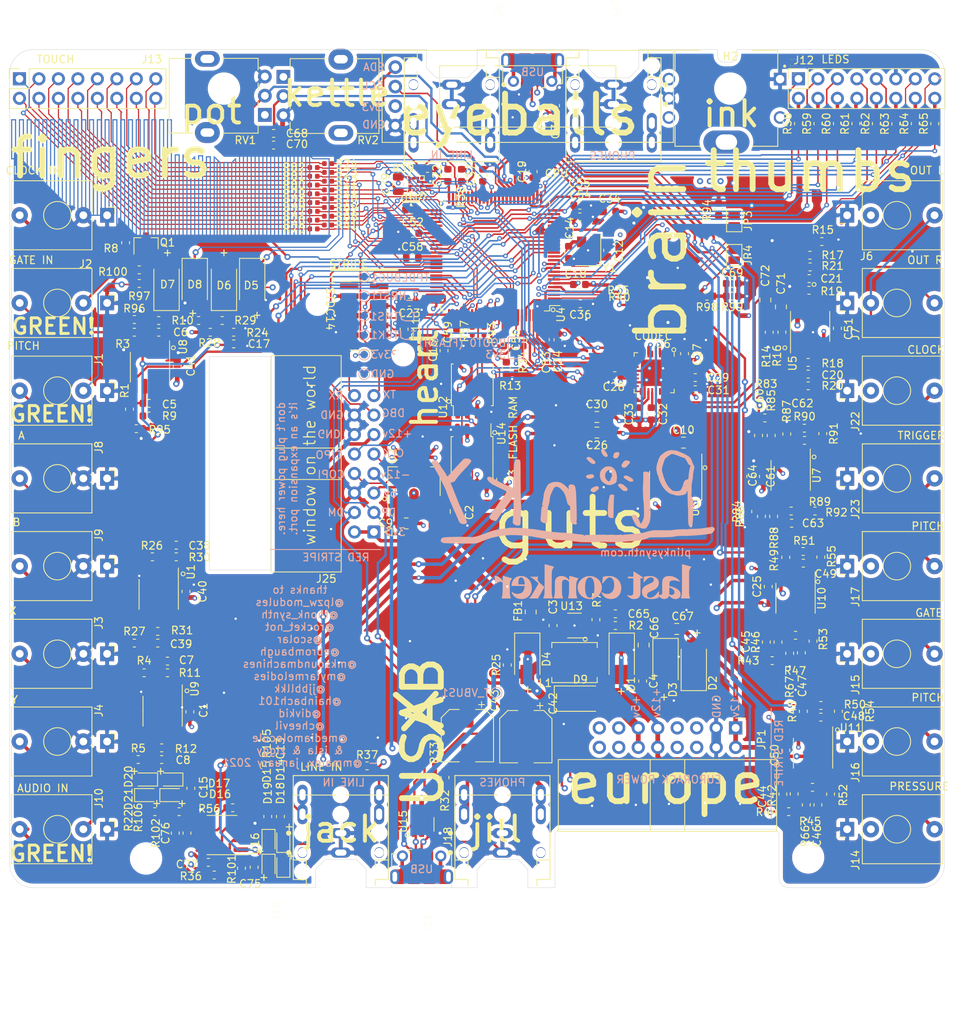
<source format=kicad_pcb>
(kicad_pcb (version 20171130) (host pcbnew "(5.1.6)-1")
  (layers (0 F.Cu signal) (1 In1.Cu signal) (2 In2.Cu signal) (31 B.Cu signal) (34 B.Paste user) (35 F.Paste user) (36 B.SilkS user hide) (37 F.SilkS user) (38 B.Mask user) (39 F.Mask user) (44 Edge.Cuts user))
  (net 0 "")
  (net 1 VDDA)
  (net 2 GND)
  (net 3 AIN1)
  (net 4 AIN2)
  (net 5 AIN3)
  (net 6 "Net-(C5-Pad2)")
  (net 7 AIN4)
  (net 8 "Net-(C6-Pad2)")
  (net 9 "Net-(C7-Pad2)")
  (net 10 "Net-(C8-Pad2)")
  (net 11 +12V)
  (net 12 -12V)
  (net 13 "Net-(J1-PadT)")
  (net 14 SENSE)
  (net 15 "Net-(J2-PadT)")
  (net 16 "Net-(J3-PadT)")
  (net 17 "Net-(J4-PadT)")
  (net 18 "Net-(J6-PadT)")
  (net 19 +5V)
  (net 20 +3V3)
  (net 21 NRST)
  (net 22 "Net-(C12-Pad1)")
  (net 23 "Net-(C14-Pad1)")
  (net 24 "Net-(C20-Pad2)")
  (net 25 "Net-(C20-Pad1)")
  (net 26 "Net-(C21-Pad2)")
  (net 27 "Net-(C21-Pad1)")
  (net 28 TX)
  (net 29 RX)
  (net 30 JTCK)
  (net 31 JTMS)
  (net 32 "Net-(J7-PadT)")
  (net 33 "Net-(JP2-Pad2)")
  (net 34 POT2)
  (net 35 POT1)
  (net 36 "Net-(C29-Pad1)")
  (net 37 "Net-(C32-Pad1)")
  (net 38 "Net-(C33-Pad1)")
  (net 39 LINEOUTL)
  (net 40 LINEOUTR)
  (net 41 SDA)
  (net 42 SCL)
  (net 43 MCLK)
  (net 44 DACDAT)
  (net 45 ADCDAT)
  (net 46 SCLK)
  (net 47 FSCLK)
  (net 48 LINEINR)
  (net 49 LINEINL)
  (net 50 N1)
  (net 51 N2)
  (net 52 N3)
  (net 53 N4)
  (net 54 P1)
  (net 55 P2)
  (net 56 P3)
  (net 57 P4)
  (net 58 P6)
  (net 59 P7)
  (net 60 P8)
  (net 61 "Net-(R34-Pad1)")
  (net 62 HPL)
  (net 63 HPR)
  (net 64 "Net-(C38-Pad2)")
  (net 65 AIN5)
  (net 66 "Net-(C39-Pad2)")
  (net 67 AIN6)
  (net 68 "Net-(C42-Pad2)")
  (net 69 "Net-(C43-Pad2)")
  (net 70 "Net-(C44-Pad2)")
  (net 71 "Net-(C45-Pad2)")
  (net 72 "Net-(C46-Pad2)")
  (net 73 "Net-(C46-Pad1)")
  (net 74 "Net-(C47-Pad2)")
  (net 75 "Net-(C47-Pad1)")
  (net 76 "Net-(C48-Pad2)")
  (net 77 "Net-(C48-Pad1)")
  (net 78 "Net-(C49-Pad2)")
  (net 79 "Net-(C49-Pad1)")
  (net 80 "Net-(J8-PadT)")
  (net 81 "Net-(J9-PadT)")
  (net 82 "Net-(J10-PadT)")
  (net 83 "Net-(J12-Pad16)")
  (net 84 "Net-(J12-Pad14)")
  (net 85 "Net-(J12-Pad12)")
  (net 86 "Net-(J12-Pad10)")
  (net 87 "Net-(J12-Pad8)")
  (net 88 "Net-(J12-Pad6)")
  (net 89 "Net-(J12-Pad4)")
  (net 90 "Net-(J12-Pad2)")
  (net 91 "Net-(J14-PadT)")
  (net 92 "Net-(J15-PadT)")
  (net 93 "Net-(J16-PadT)")
  (net 94 "Net-(J17-PadT)")
  (net 95 AOUT3)
  (net 96 AOUT4)
  (net 97 AOUT1)
  (net 98 AOUT2)
  (net 99 DP)
  (net 100 DM)
  (net 101 T16)
  (net 102 T8)
  (net 103 T15)
  (net 104 T7)
  (net 105 T14)
  (net 106 T6)
  (net 107 T13)
  (net 108 T5)
  (net 109 T12)
  (net 110 T4)
  (net 111 T11)
  (net 112 T3)
  (net 113 T10)
  (net 114 T2)
  (net 115 T9)
  (net 116 T1)
  (net 117 "Net-(R45-Pad1)")
  (net 118 "Net-(R47-Pad1)")
  (net 119 "Net-(C13-Pad2)")
  (net 120 "Net-(C15-Pad2)")
  (net 121 "Net-(C36-Pad2)")
  (net 122 "Net-(C37-Pad2)")
  (net 123 "Net-(C52-Pad2)")
  (net 124 "Net-(C56-Pad2)")
  (net 125 "Net-(C57-Pad2)")
  (net 126 "Net-(C58-Pad2)")
  (net 127 "Net-(C59-Pad2)")
  (net 128 "Net-(C60-Pad2)")
  (net 129 "Net-(C61-Pad2)")
  (net 130 "Net-(C62-Pad2)")
  (net 131 "Net-(C62-Pad1)")
  (net 132 "Net-(C63-Pad2)")
  (net 133 "Net-(C63-Pad1)")
  (net 134 "Net-(J11-PadT)")
  (net 135 "Net-(J13-Pad16)")
  (net 136 "Net-(J13-Pad15)")
  (net 137 "Net-(J13-Pad14)")
  (net 138 "Net-(J13-Pad13)")
  (net 139 "Net-(J13-Pad12)")
  (net 140 "Net-(J13-Pad11)")
  (net 141 "Net-(J13-Pad10)")
  (net 142 "Net-(J13-Pad9)")
  (net 143 "Net-(J13-Pad8)")
  (net 144 "Net-(J13-Pad7)")
  (net 145 "Net-(J13-Pad6)")
  (net 146 "Net-(J13-Pad5)")
  (net 147 "Net-(J13-Pad4)")
  (net 148 "Net-(J13-Pad3)")
  (net 149 "Net-(J13-Pad2)")
  (net 150 "Net-(J13-Pad1)")
  (net 151 "Net-(J22-PadT)")
  (net 152 "Net-(J23-PadT)")
  (net 153 VREF125)
  (net 154 TS1)
  (net 155 TS2)
  (net 156 AOUT5)
  (net 157 AOUT6)
  (net 158 "Net-(R87-Pad2)")
  (net 159 "Net-(R88-Pad2)")
  (net 160 MOSI)
  (net 161 MISO)
  (net 162 SPICLK)
  (net 163 SPICS)
  (net 164 N5)
  (net 165 P5)
  (net 166 IO3)
  (net 167 IO2)
  (net 168 VREF1)
  (net 169 VREF)
  (net 170 "Net-(J18-Pad6)")
  (net 171 "Net-(C71-Pad1)")
  (net 172 "Net-(C72-Pad1)")
  (net 173 JTDI)
  (net 174 JTDO)
  (net 175 "Net-(C4-Pad2)")
  (net 176 "Net-(C4-Pad1)")
  (net 177 "Net-(C65-Pad1)")
  (net 178 "Net-(D4-Pad1)")
  (net 179 CLKIN)
  (net 180 "Net-(Q1-Pad1)")
  (net 181 "Net-(J10-PadTN)")
  (net 182 "Net-(J19-Pad2)")
  (net 183 "Net-(J19-Pad3)")
  (net 184 SPICS2)
  (net 185 "Net-(R57-Pad2)")
  (net 186 "Net-(R93-Pad2)")
  (net 187 IO1)
  (net 188 DEBUG)
  (net 189 "Net-(JP3-Pad1)")
  (net 190 TS2_)
  (net 191 TS1_)
  (net 192 SENSE2)
  (net 193 "Net-(J1-PadTN)")
  (net 194 "Net-(J2-PadTN)")
  (net 195 VBUS)
  (net 196 DP_C)
  (net 197 DM_C)
  (net 198 "Net-(J24-Pad6)")
  (net 199 VREF_125_OUT)
  (net 200 "Net-(D9-Pad2)")
  (net 201 "Net-(C26-Pad2)")
  (net 202 "Net-(C30-Pad2)")
  (net 203 "Net-(D14-Pad1)")
  (net 204 "Net-(D15-Pad2)")
  (net 205 "Net-(D16-Pad1)")
  (net 206 "Net-(D17-Pad2)")
  (module hw:CUI_SJ1-3523N_double (layer F.Cu) (at 93.98 32.512 270)
    (fp_text reference J27 (at -12.319 -0.381 90) (layer F.SilkS) (effects (font (size 1.000402 1.000402) (thickness 0.015))))
    (fp_text value SJ1-3523N)
    (pad 1 thru_hole oval (at 0 0 270) (size 1.308 2.616) (drill oval 0.8 1.5) (layers *.Cu *.Mask) (net 2 GND))
    (pad 2 thru_hole oval (at 5 5 270) (size 2.616 1.308) (drill oval 1.5 0.8) (layers *.Cu *.Mask) (net 68 "Net-(C42-Pad2)"))
    (pad 3 thru_hole oval (at 5 -5 270) (size 2.616 1.308) (drill oval 1.5 0.8) (layers *.Cu *.Mask) (net 69 "Net-(C43-Pad2)"))
    (pad None np_thru_hole circle (at 0 -5 270) (size 1.2 1.2) (drill 1.2) (layers *.Cu *.Mask))
    (pad None np_thru_hole circle (at 5 0 270) (size 1.2 1.2) (drill 1.2) (layers *.Cu *.Mask))
    (pad None np_thru_hole circle (at 0 5 270) (size 1.2 1.2) (drill 1.2) (layers *.Cu *.Mask))
    (pad 3 thru_hole oval (at 2.46 -5 270) (size 2.616 1.308) (drill oval 1.5 0.8) (layers *.Cu *.Mask) (net 69 "Net-(C43-Pad2)"))
    (pad None np_thru_hole circle (at -5.04 -5 270) (size 1.2 1.2) (drill 1.2) (layers *.Cu *.Mask))
    (pad 1 thru_hole oval (at -2.54 0 270) (size 1.308 2.616) (drill oval 0.8 1.5) (layers *.Cu *.Mask) (net 2 GND))
    (pad 2 thru_hole oval (at 2.46 5 270) (size 2.616 1.308) (drill oval 1.5 0.8) (layers *.Cu *.Mask) (net 68 "Net-(C42-Pad2)"))
    (pad None np_thru_hole circle (at 2.46 0 270) (size 1.2 1.2) (drill 1.2) (layers *.Cu *.Mask))
    (pad "" np_thru_hole oval (at -2.54 -5 270) (size 1.397 1.2) (drill 1.2) (layers *.Cu *.Mask))
    (pad None np_thru_hole circle (at -5.04 5 270) (size 1.2 1.2) (drill 1.2) (layers *.Cu *.Mask))
    (pad "" np_thru_hole oval (at -2.54 5 270) (size 1.397 1.2) (drill 1.2) (layers *.Cu *.Mask))
  )
  (module hw:CUI_SJ1-3523N_double (layer F.Cu) (at 72.898 32.512 270)
    (fp_text reference J26 (at -11.938 -6.096 90) (layer F.SilkS) (effects (font (size 1.000402 1.000402) (thickness 0.015))))
    (fp_text value SJ1-3523N)
    (pad 1 thru_hole oval (at 0 0 270) (size 1.308 2.616) (drill oval 0.8 1.5) (layers *.Cu *.Mask) (net 2 GND))
    (pad 2 thru_hole oval (at 5 5 270) (size 2.616 1.308) (drill oval 1.5 0.8) (layers *.Cu *.Mask) (net 182 "Net-(J19-Pad2)"))
    (pad 3 thru_hole oval (at 5 -5 270) (size 2.616 1.308) (drill oval 1.5 0.8) (layers *.Cu *.Mask) (net 183 "Net-(J19-Pad3)"))
    (pad None np_thru_hole circle (at 0 -5 270) (size 1.2 1.2) (drill 1.2) (layers *.Cu *.Mask))
    (pad None np_thru_hole circle (at 5 0 270) (size 1.2 1.2) (drill 1.2) (layers *.Cu *.Mask))
    (pad None np_thru_hole circle (at 0 5 270) (size 1.2 1.2) (drill 1.2) (layers *.Cu *.Mask))
    (pad 3 thru_hole oval (at 2.46 -5 270) (size 2.616 1.308) (drill oval 1.5 0.8) (layers *.Cu *.Mask) (net 183 "Net-(J19-Pad3)"))
    (pad None np_thru_hole circle (at -5.04 -5 270) (size 1.2 1.2) (drill 1.2) (layers *.Cu *.Mask))
    (pad 1 thru_hole oval (at -2.54 0 270) (size 1.308 2.616) (drill oval 0.8 1.5) (layers *.Cu *.Mask) (net 2 GND))
    (pad 2 thru_hole oval (at 2.46 5 270) (size 2.616 1.308) (drill oval 1.5 0.8) (layers *.Cu *.Mask) (net 182 "Net-(J19-Pad2)"))
    (pad None np_thru_hole circle (at 2.46 0 270) (size 1.2 1.2) (drill 1.2) (layers *.Cu *.Mask))
    (pad "" np_thru_hole oval (at -2.54 -5 270) (size 1.397 1.2) (drill 1.2) (layers *.Cu *.Mask))
    (pad None np_thru_hole circle (at -5.04 5 270) (size 1.2 1.2) (drill 1.2) (layers *.Cu *.Mask))
    (pad "" np_thru_hole oval (at -2.54 5 270) (size 1.397 1.2) (drill 1.2) (layers *.Cu *.Mask))
  )
  (module hw:CUI_SJ1-3523N_double (layer F.Cu) (at 79.502 127.508 90)
    (fp_text reference J21 (at -11.811 -9.652 90) (layer F.SilkS) (effects (font (size 1.000402 1.000402) (thickness 0.015))))
    (fp_text value SJ1-3523N)
    (pad 1 thru_hole oval (at 0 0 90) (size 1.308 2.616) (drill oval 0.8 1.5) (layers *.Cu *.Mask) (net 2 GND))
    (pad 2 thru_hole oval (at 5 5 90) (size 2.616 1.308) (drill oval 1.5 0.8) (layers *.Cu *.Mask) (net 68 "Net-(C42-Pad2)"))
    (pad 3 thru_hole oval (at 5 -5 90) (size 2.616 1.308) (drill oval 1.5 0.8) (layers *.Cu *.Mask) (net 69 "Net-(C43-Pad2)"))
    (pad None np_thru_hole circle (at 0 -5 90) (size 1.2 1.2) (drill 1.2) (layers *.Cu *.Mask))
    (pad None np_thru_hole circle (at 5 0 90) (size 1.2 1.2) (drill 1.2) (layers *.Cu *.Mask))
    (pad None np_thru_hole circle (at 0 5 90) (size 1.2 1.2) (drill 1.2) (layers *.Cu *.Mask))
    (pad 3 thru_hole oval (at 2.46 -5 90) (size 2.616 1.308) (drill oval 1.5 0.8) (layers *.Cu *.Mask) (net 69 "Net-(C43-Pad2)"))
    (pad None np_thru_hole circle (at -5.04 -5 90) (size 1.2 1.2) (drill 1.2) (layers *.Cu *.Mask))
    (pad 1 thru_hole oval (at -2.54 0 90) (size 1.308 2.616) (drill oval 0.8 1.5) (layers *.Cu *.Mask) (net 2 GND))
    (pad 2 thru_hole oval (at 2.46 5 90) (size 2.616 1.308) (drill oval 1.5 0.8) (layers *.Cu *.Mask) (net 68 "Net-(C42-Pad2)"))
    (pad None np_thru_hole circle (at 2.46 0 90) (size 1.2 1.2) (drill 1.2) (layers *.Cu *.Mask))
    (pad "" np_thru_hole oval (at -2.54 -5 90) (size 1.397 1.2) (drill 1.2) (layers *.Cu *.Mask))
    (pad None np_thru_hole circle (at -5.04 5 90) (size 1.2 1.2) (drill 1.2) (layers *.Cu *.Mask))
    (pad "" np_thru_hole oval (at -2.54 5 90) (size 1.397 1.2) (drill 1.2) (layers *.Cu *.Mask))
  )
  (module hw:CUI_SJ1-3523N_double (layer F.Cu) (at 58.42 127.508 90)
    (fp_text reference J19 (at -10.16 -8.382 90) (layer F.SilkS) (effects (font (size 1.000402 1.000402) (thickness 0.015))))
    (fp_text value SJ1-3523N)
    (pad 1 thru_hole oval (at 0 0 90) (size 1.308 2.616) (drill oval 0.8 1.5) (layers *.Cu *.Mask) (net 2 GND))
    (pad 2 thru_hole oval (at 5 5 90) (size 2.616 1.308) (drill oval 1.5 0.8) (layers *.Cu *.Mask) (net 182 "Net-(J19-Pad2)"))
    (pad 3 thru_hole oval (at 5 -5 90) (size 2.616 1.308) (drill oval 1.5 0.8) (layers *.Cu *.Mask) (net 183 "Net-(J19-Pad3)"))
    (pad None np_thru_hole circle (at 0 -5 90) (size 1.2 1.2) (drill 1.2) (layers *.Cu *.Mask))
    (pad None np_thru_hole circle (at 5 0 90) (size 1.2 1.2) (drill 1.2) (layers *.Cu *.Mask))
    (pad None np_thru_hole circle (at 0 5 90) (size 1.2 1.2) (drill 1.2) (layers *.Cu *.Mask))
    (pad 3 thru_hole oval (at 2.46 -5 90) (size 2.616 1.308) (drill oval 1.5 0.8) (layers *.Cu *.Mask) (net 183 "Net-(J19-Pad3)"))
    (pad None np_thru_hole circle (at -5.04 -5 90) (size 1.2 1.2) (drill 1.2) (layers *.Cu *.Mask))
    (pad 1 thru_hole oval (at -2.54 0 90) (size 1.308 2.616) (drill oval 0.8 1.5) (layers *.Cu *.Mask) (net 2 GND))
    (pad 2 thru_hole oval (at 2.46 5 90) (size 2.616 1.308) (drill oval 1.5 0.8) (layers *.Cu *.Mask) (net 182 "Net-(J19-Pad2)"))
    (pad None np_thru_hole circle (at 2.46 0 90) (size 1.2 1.2) (drill 1.2) (layers *.Cu *.Mask))
    (pad "" np_thru_hole oval (at -2.54 -5 90) (size 1.397 1.2) (drill 1.2) (layers *.Cu *.Mask))
    (pad None np_thru_hole circle (at -5.04 5 90) (size 1.2 1.2) (drill 1.2) (layers *.Cu *.Mask))
    (pad "" np_thru_hole oval (at -2.54 5 90) (size 1.397 1.2) (drill 1.2) (layers *.Cu *.Mask))
  )
  (module Diode_SMD:D_SOD-323 (layer F.Cu) (at 48.993 131.758 270)
    (fp_text reference D19 (at -9.457 0.098 90) (layer F.SilkS))
    (fp_text value 1N4148WS)
    (pad 2 smd rect (at 1.05 0 270) (size 0.6 0.45) (layers F.Cu F.Paste F.Mask) (net 201 "Net-(C26-Pad2)"))
    (pad 1 smd rect (at -1.05 0 270) (size 0.6 0.45) (layers F.Cu F.Paste F.Mask) (net 204 "Net-(D15-Pad2)"))
  )
  (module Diode_SMD:D_SOD-323 (layer F.Cu) (at 50.927 131.758 90)
    (fp_text reference D18 (at 9.457 -0.381 90) (layer F.SilkS))
    (fp_text value 1N4148WS)
    (pad 2 smd rect (at 1.05 0 90) (size 0.6 0.45) (layers F.Cu F.Paste F.Mask) (net 203 "Net-(D14-Pad1)"))
    (pad 1 smd rect (at -1.05 0 90) (size 0.6 0.45) (layers F.Cu F.Paste F.Mask) (net 201 "Net-(C26-Pad2)"))
  )
  (module Diode_SMD:D_SOD-323 (layer F.Cu) (at 48.993 128.524 270)
    (fp_text reference D15 (at -9.017 0.225 90) (layer F.SilkS))
    (fp_text value 1N4148WS)
    (pad 2 smd rect (at 1.05 0 270) (size 0.6 0.45) (layers F.Cu F.Paste F.Mask) (net 204 "Net-(D15-Pad2)"))
    (pad 1 smd rect (at -1.05 0 270) (size 0.6 0.45) (layers F.Cu F.Paste F.Mask) (net 119 "Net-(C13-Pad2)"))
  )
  (module Diode_SMD:D_SOD-323 (layer F.Cu) (at 50.927 128.524 90)
    (fp_text reference D14 (at 9.271 -0.381 90) (layer F.SilkS))
    (fp_text value 1N4148WS)
    (pad 2 smd rect (at 1.05 0 90) (size 0.6 0.45) (layers F.Cu F.Paste F.Mask) (net 119 "Net-(C13-Pad2)"))
    (pad 1 smd rect (at -1.05 0 90) (size 0.6 0.45) (layers F.Cu F.Paste F.Mask) (net 203 "Net-(D14-Pad1)"))
  )
  (module Resistor_SMD:R_0603_1608Metric (layer F.Cu) (at 37.338 124.714 180)
    (fp_text reference R106 (at 5.334 -0.762 90) (layer F.SilkS))
    (fp_text value 10k)
    (pad 2 smd roundrect (at 0.7875 0 180) (size 0.875 0.95) (layers F.Cu F.Paste F.Mask) (net 120 "Net-(C15-Pad2)"))
    (pad 1 smd roundrect (at -0.7875 0 180) (size 0.875 0.95) (layers F.Cu F.Paste F.Mask) (net 2 GND))
  )
  (module Resistor_SMD:R_0603_1608Metric (layer F.Cu) (at 48.895 125.349 270)
    (fp_text reference R105 (at -9.525 0.127 90) (layer F.SilkS))
    (fp_text value 10k)
    (pad 2 smd roundrect (at 0.7875 0 270) (size 0.875 0.95) (layers F.Cu F.Paste F.Mask) (net 119 "Net-(C13-Pad2)"))
    (pad 1 smd roundrect (at -0.7875 0 270) (size 0.875 0.95) (layers F.Cu F.Paste F.Mask) (net 2 GND))
  )
  (module Diode_SMD:D_SOD-323 (layer F.Cu) (at 33.02 120.523 180)
    (fp_text reference D21 (at 2.286 -2.54 90) (layer F.SilkS))
    (fp_text value 1N4148WS)
    (pad 1 smd rect (at -1.05 0 180) (size 0.6 0.45) (layers F.Cu F.Paste F.Mask) (net 206 "Net-(D17-Pad2)"))
    (pad 2 smd rect (at 1.05 0 180) (size 0.6 0.45) (layers F.Cu F.Paste F.Mask) (net 202 "Net-(C30-Pad2)"))
  )
  (module Diode_SMD:D_SOD-323 (layer F.Cu) (at 33.02 122.555)
    (fp_text reference D20 (at -2.286 -2.413 90) (layer F.SilkS))
    (fp_text value 1N4148WS)
    (pad 1 smd rect (at -1.05 0) (size 0.6 0.45) (layers F.Cu F.Paste F.Mask) (net 202 "Net-(C30-Pad2)"))
    (pad 2 smd rect (at 1.05 0) (size 0.6 0.45) (layers F.Cu F.Paste F.Mask) (net 205 "Net-(D16-Pad1)"))
  )
  (module Diode_SMD:D_SOD-323 (layer F.Cu) (at 36.322 120.523 180)
    (fp_text reference D17 (at -6.223 -0.508) (layer F.SilkS))
    (fp_text value 1N4148WS)
    (pad 1 smd rect (at -1.05 0 180) (size 0.6 0.45) (layers F.Cu F.Paste F.Mask) (net 120 "Net-(C15-Pad2)"))
    (pad 2 smd rect (at 1.05 0 180) (size 0.6 0.45) (layers F.Cu F.Paste F.Mask) (net 206 "Net-(D17-Pad2)"))
  )
  (module Diode_SMD:D_SOD-323 (layer F.Cu) (at 36.322 122.555)
    (fp_text reference D16 (at 6.35 -0.127) (layer F.SilkS))
    (fp_text value 1N4148WS)
    (pad 1 smd rect (at -1.05 0) (size 0.6 0.45) (layers F.Cu F.Paste F.Mask) (net 205 "Net-(D16-Pad1)"))
    (pad 2 smd rect (at 1.05 0) (size 0.6 0.45) (layers F.Cu F.Paste F.Mask) (net 120 "Net-(C15-Pad2)"))
  )
  (module Package_LGA:LGA-12_2x2mm_P0.5mm (layer F.Cu) (at 68.199 42.926 180)
    (fp_text reference U17 (at 0 -1.85) (layer F.SilkS))
    (fp_text value LIS2DH12)
    (pad 12 smd rect (at -0.25 -0.7625 270) (size 0.375 0.35) (layers F.Cu F.Paste F.Mask))
    (pad 11 smd rect (at 0.25 -0.7625 270) (size 0.375 0.35) (layers F.Cu F.Paste F.Mask))
    (pad 6 smd rect (at 0.25 0.7625 270) (size 0.375 0.35) (layers F.Cu F.Paste F.Mask) (net 2 GND))
    (pad 5 smd rect (at -0.25 0.7625 270) (size 0.375 0.35) (layers F.Cu F.Paste F.Mask) (net 2 GND))
    (pad 10 smd rect (at 0.7625 -0.75 180) (size 0.375 0.35) (layers F.Cu F.Paste F.Mask) (net 20 +3V3))
    (pad 1 smd rect (at -0.7625 -0.75 180) (size 0.375 0.35) (layers F.Cu F.Paste F.Mask) (net 42 SCL))
    (pad 7 smd rect (at 0.7625 0.75 180) (size 0.375 0.35) (layers F.Cu F.Paste F.Mask) (net 2 GND))
    (pad 4 smd rect (at -0.7625 0.75 180) (size 0.375 0.35) (layers F.Cu F.Paste F.Mask) (net 41 SDA))
    (pad 8 smd rect (at 0.7625 0.25 180) (size 0.375 0.35) (layers F.Cu F.Paste F.Mask) (net 2 GND))
    (pad 9 smd rect (at 0.7625 -0.25 180) (size 0.375 0.35) (layers F.Cu F.Paste F.Mask) (net 20 +3V3))
    (pad 3 smd rect (at -0.7625 0.25 180) (size 0.375 0.35) (layers F.Cu F.Paste F.Mask) (net 2 GND))
    (pad 2 smd rect (at -0.7625 -0.25 180) (size 0.375 0.35) (layers F.Cu F.Paste F.Mask) (net 20 +3V3))
  )
  (module Diode_SMD:D_SMA (layer F.Cu) (at 89.662 109.982)
    (fp_text reference D9 (at 0 -2.5) (layer F.SilkS))
    (fp_text value D_Schottky)
    (pad 2 smd rect (at 2 0) (size 2.5 1.8) (layers F.Cu F.Paste F.Mask) (net 200 "Net-(D9-Pad2)"))
    (pad 1 smd rect (at -2 0) (size 2.5 1.8) (layers F.Cu F.Paste F.Mask) (net 178 "Net-(D4-Pad1)"))
  )
  (module Capacitor_SMD:C_0805_2012Metric (layer F.Cu) (at 65.913 42.926 90)
    (fp_text reference C79 (at 0 -1.65 90) (layer F.SilkS))
    (fp_text value 10u)
    (pad 2 smd roundrect (at 0.9375 0 90) (size 0.975 1.4) (layers F.Cu F.Paste F.Mask) (net 2 GND))
    (pad 1 smd roundrect (at -0.9375 0 90) (size 0.975 1.4) (layers F.Cu F.Paste F.Mask) (net 20 +3V3))
  )
  (module Capacitor_SMD:C_0603_1608Metric (layer F.Cu) (at 41.148 131.318 180)
    (fp_text reference C77 (at 2.794 -0.254) (layer F.SilkS))
    (fp_text value 100n)
    (pad 2 smd roundrect (at 0.7875 0 180) (size 0.875 0.95) (layers F.Cu F.Paste F.Mask) (net 11 +12V))
    (pad 1 smd roundrect (at -0.7875 0 180) (size 0.875 0.95) (layers F.Cu F.Paste F.Mask) (net 12 -12V))
  )
  (module Package_SO:SOIC-8_3.9x4.9mm_P1.27mm (layer F.Cu) (at 42.926 127.762 180)
    (fp_text reference U16 (at -4.318 -1.143 90) (layer F.SilkS))
    (fp_text value TL072)
    (pad 8 smd roundrect (at 2.475 -1.905 180) (size 1.95 0.6) (layers F.Cu F.Paste F.Mask) (net 11 +12V))
    (pad 7 smd roundrect (at 2.475 -0.635 180) (size 1.95 0.6) (layers F.Cu F.Paste F.Mask) (net 202 "Net-(C30-Pad2)"))
    (pad 6 smd roundrect (at 2.475 0.635 180) (size 1.95 0.6) (layers F.Cu F.Paste F.Mask) (net 120 "Net-(C15-Pad2)"))
    (pad 5 smd roundrect (at 2.475 1.905 180) (size 1.95 0.6) (layers F.Cu F.Paste F.Mask) (net 2 GND))
    (pad 4 smd roundrect (at -2.475 1.905 180) (size 1.95 0.6) (layers F.Cu F.Paste F.Mask) (net 12 -12V))
    (pad 3 smd roundrect (at -2.475 0.635 180) (size 1.95 0.6) (layers F.Cu F.Paste F.Mask) (net 2 GND))
    (pad 2 smd roundrect (at -2.475 -0.635 180) (size 1.95 0.6) (layers F.Cu F.Paste F.Mask) (net 119 "Net-(C13-Pad2)"))
    (pad 1 smd roundrect (at -2.475 -1.905 180) (size 1.95 0.6) (layers F.Cu F.Paste F.Mask) (net 201 "Net-(C26-Pad2)"))
  )
  (module Resistor_SMD:R_0603_1608Metric (layer F.Cu) (at 36.83 127.508 90)
    (fp_text reference R102 (at 0 -2.54 270) (layer F.SilkS))
    (fp_text value 12k)
    (pad 2 smd roundrect (at 0.7875 0 90) (size 0.875 0.95) (layers F.Cu F.Paste F.Mask) (net 120 "Net-(C15-Pad2)"))
    (pad 1 smd roundrect (at -0.7875 0 90) (size 0.875 0.95) (layers F.Cu F.Paste F.Mask) (net 202 "Net-(C30-Pad2)"))
  )
  (module Resistor_SMD:R_0603_1608Metric (layer F.Cu) (at 45.466 132.08 90)
    (fp_text reference R101 (at -0.127 -1.27 90) (layer F.SilkS))
    (fp_text value 12k)
    (pad 2 smd roundrect (at 0.7875 0 90) (size 0.875 0.95) (layers F.Cu F.Paste F.Mask) (net 119 "Net-(C13-Pad2)"))
    (pad 1 smd roundrect (at -0.7875 0 90) (size 0.875 0.95) (layers F.Cu F.Paste F.Mask) (net 201 "Net-(C26-Pad2)"))
  )
  (module Capacitor_SMD:C_0603_1608Metric (layer F.Cu) (at 38.354 127.508 270)
    (fp_text reference C76 (at 0 2.794 90) (layer F.SilkS))
    (fp_text value 220p)
    (pad 2 smd roundrect (at 0.7875 0 270) (size 0.875 0.95) (layers F.Cu F.Paste F.Mask) (net 202 "Net-(C30-Pad2)"))
    (pad 1 smd roundrect (at -0.7875 0 270) (size 0.875 0.95) (layers F.Cu F.Paste F.Mask) (net 120 "Net-(C15-Pad2)"))
  )
  (module Capacitor_SMD:C_0603_1608Metric (layer F.Cu) (at 47.117 131.953 270)
    (fp_text reference C75 (at 2.159 0.508 180) (layer F.SilkS))
    (fp_text value 220p)
    (pad 2 smd roundrect (at 0.7875 0 270) (size 0.875 0.95) (layers F.Cu F.Paste F.Mask) (net 201 "Net-(C26-Pad2)"))
    (pad 1 smd roundrect (at -0.7875 0 270) (size 0.875 0.95) (layers F.Cu F.Paste F.Mask) (net 119 "Net-(C13-Pad2)"))
  )
  (module plinky:lastconker (layer B.Cu) (at 91.186 94.869 180)
    (fp_text reference G*** hide)
    (fp_text value LOGO hide)
  )
  (module hw:pec11r_encoder (layer F.Cu) (at 108.712 31.75 270)
    (fp_text reference MT1 (at -4.175 -8.835 90) (layer F.SilkS) (effects (font (thickness 0.015))))
    (fp_text value PEC11R-4215F-S0024)
    (pad 1 thru_hole rect (at -2.5 -7 270) (size 1.65 1.65) (drill 1.1) (layers *.Cu *.Mask) (net 2 GND))
    (pad 2 thru_hole circle (at 2.5 -7 270) (size 1.65 1.65) (drill 1.1) (layers *.Cu *.Mask) (net 187 IO1))
    (pad A thru_hole circle (at -2.5 7.5 270) (size 1.65 1.65) (drill 1.1) (layers *.Cu *.Mask) (net 167 IO2))
    (pad COM thru_hole circle (at 0 7.5 270) (size 1.65 1.65) (drill 1.1) (layers *.Cu *.Mask) (net 2 GND))
    (pad B thru_hole circle (at 2.5 7.5 270) (size 1.65 1.65) (drill 1.1) (layers *.Cu *.Mask) (net 166 IO3))
    (pad S2 thru_hole oval (at 5.7 0 270) (size 3 6) (drill oval 2 2.8) (layers *.Cu *.Mask))
  )
  (module MountingHole:MountingHole_3.2mm_M3 (layer F.Cu) (at 43.18 30.48)
    (fp_text reference H4 hide)
    (fp_text value MountingHole)
    (pad 1 np_thru_hole circle (at 0 0) (size 3.2 3.2) (drill 3.2) (layers *.Cu *.Mask))
  )
  (module MountingHole:MountingHole_3.2mm_M3 (layer F.Cu) (at 33.02 130.81)
    (fp_text reference H3 hide)
    (fp_text value MountingHole)
    (pad 1 np_thru_hole circle (at 0 0) (size 3.2 3.2) (drill 3.2) (layers *.Cu *.Mask))
  )
  (module MountingHole:MountingHole_3.2mm_M3 (layer F.Cu) (at 109.22 30.48)
    (fp_text reference H2 (at 0 -4.2) (layer F.SilkS))
    (fp_text value MountingHole)
    (pad 1 np_thru_hole circle (at 0 0) (size 3.2 3.2) (drill 3.2) (layers *.Cu *.Mask))
  )
  (module MountingHole:MountingHole_3.2mm_M3 (layer F.Cu) (at 119.38 130.683)
    (fp_text reference H1 hide)
    (fp_text value MountingHole)
    (pad 1 np_thru_hole circle (at 0 0) (size 3.2 3.2) (drill 3.2) (layers *.Cu *.Mask))
  )
  (module hw:USB_Micro-B_Molex-105017-0001_with_3d (layer F.Cu) (at 83.439 28.067 180)
    (fp_text reference J24 hide)
    (fp_text value USB_B_Micro)
    (pad 6 smd rect (at 1 1.2375 180) (size 1.5 1.9) (layers F.Cu F.Paste F.Mask) (net 198 "Net-(J24-Pad6)"))
    (pad 6 thru_hole circle (at -2.5 -1.4625 180) (size 1.45 1.45) (drill 0.85) (layers *.Cu *.Mask) (net 198 "Net-(J24-Pad6)"))
    (pad 2 smd rect (at -0.65 -1.4625 180) (size 0.4 1.35) (layers F.Cu F.Paste F.Mask) (net 197 DM_C))
    (pad 1 smd rect (at -1.3 -1.4625 180) (size 0.4 1.35) (layers F.Cu F.Paste F.Mask) (net 195 VBUS))
    (pad 5 smd rect (at 1.3 -1.4625 180) (size 0.4 1.35) (layers F.Cu F.Paste F.Mask) (net 2 GND))
    (pad 4 smd rect (at 0.65 -1.4625 180) (size 0.4 1.35) (layers F.Cu F.Paste F.Mask))
    (pad 3 smd rect (at 0 -1.4625 180) (size 0.4 1.35) (layers F.Cu F.Paste F.Mask) (net 196 DP_C))
    (pad 6 thru_hole circle (at 2.5 -1.4625 180) (size 1.45 1.45) (drill 0.85) (layers *.Cu *.Mask) (net 198 "Net-(J24-Pad6)"))
    (pad 6 smd rect (at -1 1.2375 180) (size 1.5 1.9) (layers F.Cu F.Paste F.Mask) (net 198 "Net-(J24-Pad6)"))
    (pad 6 thru_hole oval (at -3.5 1.2375) (size 1.2 1.9) (drill oval 0.6 1.3) (layers *.Cu *.Mask) (net 198 "Net-(J24-Pad6)"))
    (pad 6 thru_hole oval (at 3.5 1.2375 180) (size 1.2 1.9) (drill oval 0.6 1.3) (layers *.Cu *.Mask) (net 198 "Net-(J24-Pad6)"))
    (pad 6 smd rect (at 2.9 1.2375 180) (size 1.2 1.9) (layers F.Cu F.Mask) (net 198 "Net-(J24-Pad6)"))
    (pad 6 smd rect (at -2.9 1.2375 180) (size 1.2 1.9) (layers F.Cu F.Mask) (net 198 "Net-(J24-Pad6)"))
  )
  (module hw:oled091 (layer F.Cu) (at 82.804 31.496)
    (fp_text reference J20 (at -15.24 3.81 90) (layer F.SilkS))
    (fp_text value oled0.91)
    (pad 1 thru_hole circle (at -17.28 -3.81) (size 1.778 1.778) (drill 1.016) (layers *.Cu *.Mask) (net 41 SDA))
    (pad 2 thru_hole circle (at -17.28 -1.27) (size 1.778 1.778) (drill 1.016) (layers *.Cu *.Mask) (net 42 SCL))
    (pad 3 thru_hole circle (at -17.28 1.27) (size 1.778 1.778) (drill 1.016) (layers *.Cu *.Mask) (net 20 +3V3))
    (pad 4 thru_hole circle (at -17.28 3.81) (size 1.778 1.778) (drill 1.016) (layers *.Cu *.Mask) (net 2 GND))
  )
  (module hw:USB_Micro-B_Molex-105017-0001_with_3d (layer F.Cu) (at 68.961 131.953)
    (fp_text reference J18 (at 3.429 -3.937 90) (layer F.SilkS))
    (fp_text value USB_B_Micro)
    (pad 6 smd rect (at 1 1.2375) (size 1.5 1.9) (layers F.Cu F.Paste F.Mask) (net 170 "Net-(J18-Pad6)"))
    (pad 6 thru_hole circle (at -2.5 -1.4625) (size 1.45 1.45) (drill 0.85) (layers *.Cu *.Mask) (net 170 "Net-(J18-Pad6)"))
    (pad 2 smd rect (at -0.65 -1.4625) (size 0.4 1.35) (layers F.Cu F.Paste F.Mask) (net 197 DM_C))
    (pad 1 smd rect (at -1.3 -1.4625) (size 0.4 1.35) (layers F.Cu F.Paste F.Mask) (net 195 VBUS))
    (pad 5 smd rect (at 1.3 -1.4625) (size 0.4 1.35) (layers F.Cu F.Paste F.Mask) (net 2 GND))
    (pad 4 smd rect (at 0.65 -1.4625) (size 0.4 1.35) (layers F.Cu F.Paste F.Mask))
    (pad 3 smd rect (at 0 -1.4625) (size 0.4 1.35) (layers F.Cu F.Paste F.Mask) (net 196 DP_C))
    (pad 6 thru_hole circle (at 2.5 -1.4625) (size 1.45 1.45) (drill 0.85) (layers *.Cu *.Mask) (net 170 "Net-(J18-Pad6)"))
    (pad 6 smd rect (at -1 1.2375) (size 1.5 1.9) (layers F.Cu F.Paste F.Mask) (net 170 "Net-(J18-Pad6)"))
    (pad 6 thru_hole oval (at -3.5 1.2375 180) (size 1.2 1.9) (drill oval 0.6 1.3) (layers *.Cu *.Mask) (net 170 "Net-(J18-Pad6)"))
    (pad 6 thru_hole oval (at 3.5 1.2375) (size 1.2 1.9) (drill oval 0.6 1.3) (layers *.Cu *.Mask) (net 170 "Net-(J18-Pad6)"))
    (pad 6 smd rect (at 2.9 1.2375) (size 1.2 1.9) (layers F.Cu F.Mask) (net 170 "Net-(J18-Pad6)"))
    (pad 6 smd rect (at -2.9 1.2375) (size 1.2 1.9) (layers F.Cu F.Mask) (net 170 "Net-(J18-Pad6)"))
  )
  (module Resistor_SMD:R_0603_1608Metric (layer F.Cu) (at 107.696 46.228 270)
    (fp_text reference R94 (at 0.127 1.524 90) (layer F.SilkS))
    (fp_text value 1M5)
    (pad 2 smd roundrect (at 0.7875 0 270) (size 0.875 0.95) (layers F.Cu F.Paste F.Mask) (net 189 "Net-(JP3-Pad1)"))
    (pad 1 smd roundrect (at -0.7875 0 270) (size 0.875 0.95) (layers F.Cu F.Paste F.Mask) (net 2 GND))
  )
  (module Resistor_SMD:R_0402_1005Metric (layer F.Cu) (at 97.028 57.785 180)
    (fp_text reference R40 (at 2.286 0.127) (layer F.SilkS))
    (fp_text value 100R)
    (pad 2 smd roundrect (at 0.485 0 180) (size 0.59 0.64) (layers F.Cu F.Paste F.Mask) (net 154 TS1))
    (pad 1 smd roundrect (at -0.485 0 180) (size 0.59 0.64) (layers F.Cu F.Paste F.Mask) (net 191 TS1_))
  )
  (module Capacitor_SMD:C_0603_1608Metric (layer F.Cu) (at 86.4235 32.7025 270)
    (fp_text reference C74 (at 2.921 0 90) (layer F.SilkS))
    (fp_text value 100n)
    (pad 2 smd roundrect (at 0.7875 0 270) (size 0.875 0.95) (layers F.Cu F.Paste F.Mask) (net 195 VBUS))
    (pad 1 smd roundrect (at -0.7875 0 270) (size 0.875 0.95) (layers F.Cu F.Paste F.Mask) (net 2 GND))
  )
  (module Package_SO:SOIC-8_5.23x5.23mm_P1.27mm (layer F.Cu) (at 75.536 78.554 270)
    (fp_text reference U14 (at -3.116 -3.839 90) (layer F.SilkS))
    (fp_text value W25Q32JVSS)
    (pad 8 smd roundrect (at 3.6 -1.905 270) (size 1.6 0.6) (layers F.Cu F.Paste F.Mask) (net 20 +3V3))
    (pad 7 smd roundrect (at 3.6 -0.635 270) (size 1.6 0.6) (layers F.Cu F.Paste F.Mask) (net 20 +3V3))
    (pad 6 smd roundrect (at 3.6 0.635 270) (size 1.6 0.6) (layers F.Cu F.Paste F.Mask) (net 162 SPICLK))
    (pad 5 smd roundrect (at 3.6 1.905 270) (size 1.6 0.6) (layers F.Cu F.Paste F.Mask) (net 160 MOSI))
    (pad 4 smd roundrect (at -3.6 1.905 270) (size 1.6 0.6) (layers F.Cu F.Paste F.Mask) (net 2 GND))
    (pad 3 smd roundrect (at -3.6 0.635 270) (size 1.6 0.6) (layers F.Cu F.Paste F.Mask) (net 20 +3V3))
    (pad 2 smd roundrect (at -3.6 -0.635 270) (size 1.6 0.6) (layers F.Cu F.Paste F.Mask) (net 161 MISO))
    (pad 1 smd roundrect (at -3.6 -1.905 270) (size 1.6 0.6) (layers F.Cu F.Paste F.Mask) (net 184 SPICS2))
  )
  (module Diode_SMD:D_SMA (layer F.Cu) (at 82.7405 104.8385 270)
    (fp_text reference D4 (at 0 -2.5 90) (layer F.SilkS))
    (fp_text value D_Schottky)
    (pad 2 smd rect (at 2 0 270) (size 2.5 1.8) (layers F.Cu F.Paste F.Mask) (net 195 VBUS))
    (pad 1 smd rect (at -2 0 270) (size 2.5 1.8) (layers F.Cu F.Paste F.Mask) (net 178 "Net-(D4-Pad1)"))
  )
  (module Diode_SMD:D_SMA (layer F.Cu) (at 100.7745 105.537 270)
    (fp_text reference D2 (at 2.413 -6.1595 90) (layer F.SilkS))
    (fp_text value D_Schottky)
    (pad 2 smd rect (at 2 0 270) (size 2.5 1.8) (layers F.Cu F.Paste F.Mask) (net 176 "Net-(C4-Pad1)"))
    (pad 1 smd rect (at -2 0 270) (size 2.5 1.8) (layers F.Cu F.Paste F.Mask) (net 2 GND))
  )
  (module TestPoint:TestPoint_Pad_D1.0mm (layer B.Cu) (at 78.74 109.22)
    (fp_text reference T_VBUS1 (at -4.064 0 180) (layer B.SilkS) (effects (justify mirror)))
    (fp_text value TestPoint)
    (pad 1 smd circle (at 0 0) (size 1 1) (layers B.Cu B.Mask) (net 195 VBUS))
  )
  (module Diode_SMD:D_SMA (layer F.Cu) (at 35.687 56.007 90)
    (fp_text reference D7 (at 0 0.127 180) (layer F.SilkS))
    (fp_text value D_Schottky)
    (pad 2 smd rect (at 2 0 90) (size 2.5 1.8) (layers F.Cu F.Paste F.Mask) (net 14 SENSE))
    (pad 1 smd rect (at -2 0 90) (size 2.5 1.8) (layers F.Cu F.Paste F.Mask) (net 20 +3V3))
  )
  (module Diode_SMD:D_SMA (layer F.Cu) (at 46.863 56.007 270)
    (fp_text reference D6 (at 0.127 3.683 180) (layer F.SilkS))
    (fp_text value D_Schottky)
    (pad 2 smd rect (at 2 0 270) (size 2.5 1.8) (layers F.Cu F.Paste F.Mask) (net 2 GND))
    (pad 1 smd rect (at -2 0 270) (size 2.5 1.8) (layers F.Cu F.Paste F.Mask) (net 192 SENSE2))
  )
  (module Diode_SMD:D_SMA (layer F.Cu) (at 43.18 56.007 90)
    (fp_text reference D5 (at -0.127 3.556 180) (layer F.SilkS))
    (fp_text value D_Schottky)
    (pad 2 smd rect (at 2 0 90) (size 2.5 1.8) (layers F.Cu F.Paste F.Mask) (net 192 SENSE2))
    (pad 1 smd rect (at -2 0 90) (size 2.5 1.8) (layers F.Cu F.Paste F.Mask) (net 20 +3V3))
  )
  (module MountingHole:MountingHole_2.1mm (layer F.Cu) (at 55.372 58.547)
    (fp_text reference REFHOLE99 hide)
    (fp_text value MountingHole_2.1mm)
    (pad "" np_thru_hole circle (at 0 0) (size 2.1 2.1) (drill 2.1) (layers *.Cu *.Mask))
  )
  (module Jumper:SolderJumper-2_P1.3mm_Open_Pad1.0x1.5mm (layer F.Cu) (at 109.728 52.197 270)
    (fp_text reference JP4 (at 0 -1.8 90) (layer F.SilkS))
    (fp_text value SolderJumper_2_Open)
    (pad 1 smd rect (at -0.65 0 270) (size 1 1.5) (layers F.Cu F.Mask) (net 191 TS1_))
    (pad 2 smd rect (at 0.65 0 270) (size 1 1.5) (layers F.Cu F.Mask) (net 169 VREF))
  )
  (module Diode_SMD:D_SMA (layer F.Cu) (at 95.0595 104.8385 270)
    (fp_text reference D1 (at 3.2385 -1.2065 90) (layer F.SilkS))
    (fp_text value D_Schottky)
    (pad 2 smd rect (at 2 0 270) (size 2.5 1.8) (layers F.Cu F.Paste F.Mask) (net 175 "Net-(C4-Pad2)"))
    (pad 1 smd rect (at -2 0 270) (size 2.5 1.8) (layers F.Cu F.Paste F.Mask) (net 11 +12V))
  )
  (module Resistor_SMD:R_0402_1005Metric (layer F.Cu) (at 77.089 62.103 90)
    (fp_text reference R93 (at -0.254 1.016 90) (layer F.SilkS))
    (fp_text value 100R)
    (pad 2 smd roundrect (at 0.485 0 90) (size 0.59 0.64) (layers F.Cu F.Paste F.Mask) (net 186 "Net-(R93-Pad2)"))
    (pad 1 smd roundrect (at -0.485 0 90) (size 0.59 0.64) (layers F.Cu F.Paste F.Mask) (net 160 MOSI))
  )
  (module Resistor_SMD:R_0603_1608Metric (layer F.Cu) (at 31.496 60.579)
    (fp_text reference R96 (at 0 -1.43) (layer F.SilkS))
    (fp_text value 1M5)
    (pad 2 smd roundrect (at 0.7875 0) (size 0.875 0.95) (layers F.Cu F.Paste F.Mask) (net 2 GND))
    (pad 1 smd roundrect (at -0.7875 0) (size 0.875 0.95) (layers F.Cu F.Paste F.Mask) (net 15 "Net-(J2-PadT)"))
  )
  (module Inductor_SMD:L_0805_2012Metric (layer F.Cu) (at 83.185 98.679 270)
    (fp_text reference FB1 (at -0.127 1.651 90) (layer F.SilkS))
    (fp_text value Ferrite_Bead_Small)
    (pad 2 smd roundrect (at 0.9375 0 270) (size 0.975 1.4) (layers F.Cu F.Paste F.Mask) (net 178 "Net-(D4-Pad1)"))
    (pad 1 smd roundrect (at -0.9375 0 270) (size 0.975 1.4) (layers F.Cu F.Paste F.Mask) (net 19 +5V))
  )
  (module Resistor_SMD:R_0603_1608Metric (layer F.Cu) (at 32.131 54.102 180)
    (fp_text reference R100 (at 3.429 -0.254) (layer F.SilkS))
    (fp_text value 2k2)
    (pad 2 smd roundrect (at 0.7875 0 180) (size 0.875 0.95) (layers F.Cu F.Paste F.Mask) (net 194 "Net-(J2-PadTN)"))
    (pad 1 smd roundrect (at -0.7875 0 180) (size 0.875 0.95) (layers F.Cu F.Paste F.Mask) (net 14 SENSE))
  )
  (module Resistor_SMD:R_0603_1608Metric (layer F.Cu) (at 61.849 118.745)
    (fp_text reference R37 (at 0 -1.43) (layer F.SilkS))
    (fp_text value 10k)
    (pad 2 smd roundrect (at 0.7875 0) (size 0.875 0.95) (layers F.Cu F.Paste F.Mask) (net 182 "Net-(J19-Pad2)"))
    (pad 1 smd roundrect (at -0.7875 0) (size 0.875 0.95) (layers F.Cu F.Paste F.Mask) (net 119 "Net-(C13-Pad2)"))
  )
  (module Resistor_SMD:R_0402_1005Metric (layer F.Cu) (at 75.565 62.103 90)
    (fp_text reference R57 (at 0 -1.016 90) (layer F.SilkS))
    (fp_text value 100R)
    (pad 2 smd roundrect (at 0.485 0 90) (size 0.59 0.64) (layers F.Cu F.Paste F.Mask) (net 185 "Net-(R57-Pad2)"))
    (pad 1 smd roundrect (at -0.485 0 90) (size 0.59 0.64) (layers F.Cu F.Paste F.Mask) (net 162 SPICLK))
  )
  (module Resistor_SMD:R_0402_1005Metric (layer F.Cu) (at 56.769 48.26 180)
    (fp_text reference R41 (at -2.413 -0.027) (layer F.SilkS))
    (fp_text value 100R)
    (pad 2 smd roundrect (at 0.485 0 180) (size 0.59 0.64) (layers F.Cu F.Paste F.Mask) (net 149 "Net-(J13-Pad2)"))
    (pad 1 smd roundrect (at -0.485 0 180) (size 0.59 0.64) (layers F.Cu F.Paste F.Mask) (net 116 T1))
  )
  (module Jumper:SolderJumper-2_P1.3mm_Open_Pad1.0x1.5mm (layer F.Cu) (at 109.728 47.737 270)
    (fp_text reference JP3 (at 0 -1.8 90) (layer F.SilkS))
    (fp_text value SolderJumper_2_Open)
    (pad 1 smd rect (at -0.65 0 270) (size 1 1.5) (layers F.Cu F.Mask) (net 189 "Net-(JP3-Pad1)"))
    (pad 2 smd rect (at 0.65 0 270) (size 1 1.5) (layers F.Cu F.Mask) (net 190 TS2_))
  )
  (module Resistor_SMD:R_0603_1608Metric (layer F.Cu) (at 32.131 55.88 180)
    (fp_text reference R97 (at 0 -1.651) (layer F.SilkS))
    (fp_text value 2k2)
    (pad 2 smd roundrect (at 0.7875 0 180) (size 0.875 0.95) (layers F.Cu F.Paste F.Mask) (net 193 "Net-(J1-PadTN)"))
    (pad 1 smd roundrect (at -0.7875 0 180) (size 0.875 0.95) (layers F.Cu F.Paste F.Mask) (net 192 SENSE2))
  )
  (module Connector_IDC:IDC-Header_2x08_P2.54mm_Horizontal (layer F.Cu) (at 62.738 88.265 180)
    (fp_text reference J25 (at 6.215 -6.1) (layer F.SilkS))
    (fp_text value Conn_01x16_Female)
    (pad 16 thru_hole circle (at 2.54 17.78 180) (size 1.7 1.7) (drill 1) (layers *.Cu *.Mask) (net 29 RX))
    (pad 14 thru_hole circle (at 2.54 15.24 180) (size 1.7 1.7) (drill 1) (layers *.Cu *.Mask) (net 2 GND))
    (pad 12 thru_hole circle (at 2.54 12.7 180) (size 1.7 1.7) (drill 1) (layers *.Cu *.Mask) (net 2 GND))
    (pad 10 thru_hole circle (at 2.54 10.16 180) (size 1.7 1.7) (drill 1) (layers *.Cu *.Mask) (net 161 MISO))
    (pad 8 thru_hole circle (at 2.54 7.62 180) (size 1.7 1.7) (drill 1) (layers *.Cu *.Mask) (net 160 MOSI))
    (pad 6 thru_hole circle (at 2.54 5.08 180) (size 1.7 1.7) (drill 1) (layers *.Cu *.Mask) (net 2 GND))
    (pad 4 thru_hole circle (at 2.54 2.54 180) (size 1.7 1.7) (drill 1) (layers *.Cu *.Mask) (net 100 DM))
    (pad 2 thru_hole circle (at 2.54 0 180) (size 1.7 1.7) (drill 1) (layers *.Cu *.Mask) (net 20 +3V3))
    (pad 15 thru_hole circle (at 0 17.78 180) (size 1.7 1.7) (drill 1) (layers *.Cu *.Mask) (net 28 TX))
    (pad 13 thru_hole circle (at 0 15.24 180) (size 1.7 1.7) (drill 1) (layers *.Cu *.Mask) (net 188 DEBUG))
    (pad 11 thru_hole circle (at 0 12.7 180) (size 1.7 1.7) (drill 1) (layers *.Cu *.Mask) (net 11 +12V))
    (pad 9 thru_hole circle (at 0 10.16 180) (size 1.7 1.7) (drill 1) (layers *.Cu *.Mask) (net 162 SPICLK))
    (pad 7 thru_hole circle (at 0 7.62 180) (size 1.7 1.7) (drill 1) (layers *.Cu *.Mask) (net 12 -12V))
    (pad 5 thru_hole circle (at 0 5.08 180) (size 1.7 1.7) (drill 1) (layers *.Cu *.Mask) (net 19 +5V))
    (pad 3 thru_hole circle (at 0 2.54 180) (size 1.7 1.7) (drill 1) (layers *.Cu *.Mask) (net 99 DP))
    (pad 1 thru_hole roundrect (at 0 0 180) (size 1.7 1.7) (drill 1) (layers *.Cu *.Mask) (roundrect_rratio 0.147059) (net 20 +3V3))
  )
  (module Diode_SMD:D_SMA (layer F.Cu) (at 104.4575 105.537 90)
    (fp_text reference D3 (at -3.302 -2.7305 90) (layer F.SilkS))
    (fp_text value D_Schottky)
    (pad 2 smd rect (at 2 0 90) (size 2.5 1.8) (layers F.Cu F.Paste F.Mask) (net 12 -12V))
    (pad 1 smd rect (at -2 0 90) (size 2.5 1.8) (layers F.Cu F.Paste F.Mask) (net 176 "Net-(C4-Pad1)"))
  )
  (module Capacitor_SMD:C_0603_1608Metric (layer F.Cu) (at 79.248 81.4325 90)
    (fp_text reference C73 (at -0.1015 1.651 90) (layer F.SilkS))
    (fp_text value 100n)
    (pad 2 smd roundrect (at 0.7875 0 90) (size 0.875 0.95) (layers F.Cu F.Paste F.Mask) (net 2 GND))
    (pad 1 smd roundrect (at -0.7875 0 90) (size 0.875 0.95) (layers F.Cu F.Paste F.Mask) (net 20 +3V3))
  )
  (module Package_TO_SOT_SMD:SOT-23-6 (layer F.Cu) (at 68.961 126.365 90)
    (fp_text reference U15 (at 0.381 -2.413 270) (layer F.SilkS))
    (fp_text value USBLC6-2SC6)
    (pad 5 smd rect (at 1.1 0 90) (size 1.06 0.65) (layers F.Cu F.Paste F.Mask) (net 195 VBUS))
    (pad 6 smd rect (at 1.1 -0.95 90) (size 1.06 0.65) (layers F.Cu F.Paste F.Mask) (net 100 DM))
    (pad 4 smd rect (at 1.1 0.95 90) (size 1.06 0.65) (layers F.Cu F.Paste F.Mask) (net 99 DP))
    (pad 3 smd rect (at -1.1 0.95 90) (size 1.06 0.65) (layers F.Cu F.Paste F.Mask) (net 196 DP_C))
    (pad 2 smd rect (at -1.1 0 90) (size 1.06 0.65) (layers F.Cu F.Paste F.Mask) (net 2 GND))
    (pad 1 smd rect (at -1.1 -0.95 90) (size 1.06 0.65) (layers F.Cu F.Paste F.Mask) (net 197 DM_C))
  )
  (module Resistor_SMD:R_0603_1608Metric (layer F.Cu) (at 31.75 74.803)
    (fp_text reference R95 (at 3.048 0.127) (layer F.SilkS))
    (fp_text value 1M5)
    (pad 2 smd roundrect (at 0.7875 0) (size 0.875 0.95) (layers F.Cu F.Paste F.Mask) (net 2 GND))
    (pad 1 smd roundrect (at -0.7875 0) (size 0.875 0.95) (layers F.Cu F.Paste F.Mask) (net 13 "Net-(J1-PadT)"))
  )
  (module Diode_SMD:D_SMA (layer F.Cu) (at 39.37 56.007 270)
    (fp_text reference D8 (at 0 0 180) (layer F.SilkS))
    (fp_text value D_Schottky)
    (pad 2 smd rect (at 2 0 270) (size 2.5 1.8) (layers F.Cu F.Paste F.Mask) (net 2 GND))
    (pad 1 smd rect (at -2 0 270) (size 2.5 1.8) (layers F.Cu F.Paste F.Mask) (net 14 SENSE))
  )
  (module Resistor_SMD:R_0603_1608Metric (layer F.Cu) (at 44.323 124.206)
    (fp_text reference R56 (at -3.048 0.127) (layer F.SilkS))
    (fp_text value 10k)
    (pad 2 smd roundrect (at 0.7875 0) (size 0.875 0.95) (layers F.Cu F.Paste F.Mask) (net 183 "Net-(J19-Pad3)"))
    (pad 1 smd roundrect (at -0.7875 0) (size 0.875 0.95) (layers F.Cu F.Paste F.Mask) (net 120 "Net-(C15-Pad2)"))
  )
  (module Resistor_SMD:R_0603_1608Metric (layer F.Cu) (at 41.91 132.969 180)
    (fp_text reference R36 (at 3.048 -0.16) (layer F.SilkS))
    (fp_text value 100k)
    (pad 2 smd roundrect (at 0.7875 0 180) (size 0.875 0.95) (layers F.Cu F.Paste F.Mask) (net 82 "Net-(J10-PadT)"))
    (pad 1 smd roundrect (at -0.7875 0 180) (size 0.875 0.95) (layers F.Cu F.Paste F.Mask) (net 119 "Net-(C13-Pad2)"))
  )
  (module Package_TO_SOT_SMD:SOT-23 (layer F.Cu) (at 33.02 50.673 90)
    (fp_text reference Q1 (at 0.127 2.794 180) (layer F.SilkS))
    (fp_text value MMBT3904)
    (pad 3 smd rect (at 1 0 90) (size 0.9 0.8) (layers F.Cu F.Paste F.Mask) (net 179 CLKIN))
    (pad 2 smd rect (at -1 0.95 90) (size 0.9 0.8) (layers F.Cu F.Paste F.Mask) (net 2 GND))
    (pad 1 smd rect (at -1 -0.95 90) (size 0.9 0.8) (layers F.Cu F.Paste F.Mask) (net 180 "Net-(Q1-Pad1)"))
  )
  (module Inductor_SMD:L_Murata_LQH55DN_5.7x5.0mm (layer F.Cu) (at 88.9 105.283)
    (fp_text reference L1 (at -3.81 2.667) (layer F.SilkS))
    (fp_text value 10uH)
    (pad 2 smd rect (at 2.5 0) (size 3 3.5) (layers F.Cu F.Paste F.Mask) (net 175 "Net-(C4-Pad2)"))
    (pad 1 smd rect (at -2.5 0) (size 3 3.5) (layers F.Cu F.Paste F.Mask) (net 195 VBUS))
  )
  (module Package_TO_SOT_SMD:SOT-23-5 (layer F.Cu) (at 88.9 100.457 180)
    (fp_text reference U13 (at 0.381 2.54) (layer F.SilkS))
    (fp_text value TPS61040DBV)
    (pad 5 smd rect (at 1.1 -0.95 180) (size 1.06 0.65) (layers F.Cu F.Paste F.Mask) (net 195 VBUS))
    (pad 4 smd rect (at 1.1 0.95 180) (size 1.06 0.65) (layers F.Cu F.Paste F.Mask) (net 195 VBUS))
    (pad 3 smd rect (at -1.1 0.95 180) (size 1.06 0.65) (layers F.Cu F.Paste F.Mask) (net 177 "Net-(C65-Pad1)"))
    (pad 2 smd rect (at -1.1 0 180) (size 1.06 0.65) (layers F.Cu F.Paste F.Mask) (net 2 GND))
    (pad 1 smd rect (at -1.1 -0.95 180) (size 1.06 0.65) (layers F.Cu F.Paste F.Mask) (net 175 "Net-(C4-Pad2)"))
  )
  (module Resistor_SMD:R_0603_1608Metric (layer F.Cu) (at 91.694 99.695 270)
    (fp_text reference R7 (at -2.54 -0.127 270) (layer F.SilkS))
    (fp_text value 200k)
    (pad 2 smd roundrect (at 0.7875 0 270) (size 0.875 0.95) (layers F.Cu F.Paste F.Mask) (net 2 GND))
    (pad 1 smd roundrect (at -0.7875 0 270) (size 0.875 0.95) (layers F.Cu F.Paste F.Mask) (net 177 "Net-(C65-Pad1)"))
  )
  (module Resistor_SMD:R_0603_1608Metric (layer F.Cu) (at 30.353 50.5715 90)
    (fp_text reference R8 (at -0.7365 -1.905 180) (layer F.SilkS))
    (fp_text value 100k)
    (pad 2 smd roundrect (at 0.7875 0 90) (size 0.875 0.95) (layers F.Cu F.Paste F.Mask) (net 134 "Net-(J11-PadT)"))
    (pad 1 smd roundrect (at -0.7875 0 90) (size 0.875 0.95) (layers F.Cu F.Paste F.Mask) (net 180 "Net-(Q1-Pad1)"))
  )
  (module Resistor_SMD:R_0603_1608Metric (layer F.Cu) (at 94.234 100.457 180)
    (fp_text reference R2 (at -2.667 0) (layer F.SilkS))
    (fp_text value 1M5)
    (pad 2 smd roundrect (at 0.7875 0 180) (size 0.875 0.95) (layers F.Cu F.Paste F.Mask) (net 177 "Net-(C65-Pad1)"))
    (pad 1 smd roundrect (at -0.7875 0 180) (size 0.875 0.95) (layers F.Cu F.Paste F.Mask) (net 11 +12V))
  )
  (module Capacitor_SMD:C_0805_2012Metric (layer F.Cu) (at 102.235 100.9015 180)
    (fp_text reference C67 (at -0.762 1.651) (layer F.SilkS))
    (fp_text value 10u)
    (pad 2 smd roundrect (at 0.9375 0 180) (size 0.975 1.4) (layers F.Cu F.Paste F.Mask) (net 2 GND))
    (pad 1 smd roundrect (at -0.9375 0 180) (size 0.975 1.4) (layers F.Cu F.Paste F.Mask) (net 12 -12V))
  )
  (module Capacitor_SMD:C_0805_2012Metric (layer F.Cu) (at 97.917 102.997 270)
    (fp_text reference C66 (at -2.286 -1.397 270) (layer F.SilkS))
    (fp_text value 10u)
    (pad 2 smd roundrect (at 0.9375 0 270) (size 0.975 1.4) (layers F.Cu F.Paste F.Mask) (net 2 GND))
    (pad 1 smd roundrect (at -0.9375 0 270) (size 0.975 1.4) (layers F.Cu F.Paste F.Mask) (net 11 +12V))
  )
  (module Capacitor_SMD:C_0603_1608Metric (layer F.Cu) (at 94.234 98.933)
    (fp_text reference C65 (at 3.048 0) (layer F.SilkS))
    (fp_text value 18p)
    (pad 2 smd roundrect (at 0.7875 0) (size 0.875 0.95) (layers F.Cu F.Paste F.Mask) (net 11 +12V))
    (pad 1 smd roundrect (at -0.7875 0) (size 0.875 0.95) (layers F.Cu F.Paste F.Mask) (net 177 "Net-(C65-Pad1)"))
  )
  (module Capacitor_SMD:C_0603_1608Metric (layer F.Cu) (at 86.106 100.457 90)
    (fp_text reference C3 (at 2.413 0 90) (layer F.SilkS))
    (fp_text value 4.7u)
    (pad 2 smd roundrect (at 0.7875 0 90) (size 0.875 0.95) (layers F.Cu F.Paste F.Mask) (net 2 GND))
    (pad 1 smd roundrect (at -0.7875 0 90) (size 0.875 0.95) (layers F.Cu F.Paste F.Mask) (net 195 VBUS))
  )
  (module TestPoint:TestPoint_Pad_D1.0mm (layer B.Cu) (at 61.468 67.691)
    (fp_text reference TPGND2 hide)
    (fp_text value TestPoint)
    (pad 1 smd circle (at 0 0) (size 1 1) (layers B.Cu B.Mask) (net 2 GND))
  )
  (module MountingHole:MountingHole_2.1mm (layer F.Cu) (at 66.548 65.151)
    (fp_text reference REFHOLE11 hide)
    (fp_text value MountingHole_2.1mm)
    (pad "" np_thru_hole circle (at 0 0) (size 2.1 2.1) (drill 2.1) (layers *.Cu *.Mask))
  )
  (module Resistor_SMD:R_0603_1608Metric (layer F.Cu) (at 80.137 105.6005 90)
    (fp_text reference R25 (at 0 -1.43 90) (layer F.SilkS))
    (fp_text value 200k)
    (pad 2 smd roundrect (at 0.7875 0 90) (size 0.875 0.95) (layers F.Cu F.Paste F.Mask) (net 2 GND))
    (pad 1 smd roundrect (at -0.7875 0 90) (size 0.875 0.95) (layers F.Cu F.Paste F.Mask) (net 195 VBUS))
  )
  (module plinky:plinky (layer B.Cu) (at 88.9 83.185 180)
    (fp_text reference LOGO hide)
    (fp_text value LOGO hide)
  )
  (module Capacitor_SMD:C_0603_1608Metric (layer F.Cu) (at 97.79 107.696 270)
    (fp_text reference C4 (at 0 -1.43 90) (layer F.SilkS))
    (fp_text value 1u)
    (pad 2 smd roundrect (at 0.7875 0 270) (size 0.875 0.95) (layers F.Cu F.Paste F.Mask) (net 175 "Net-(C4-Pad2)"))
    (pad 1 smd roundrect (at -0.7875 0 270) (size 0.875 0.95) (layers F.Cu F.Paste F.Mask) (net 176 "Net-(C4-Pad1)"))
  )
  (module TestPoint:TestPoint_Pad_D1.0mm (layer B.Cu) (at 61.468 57.531 90)
    (fp_text reference T_NRST1 (at 0 3.937 180) (layer B.SilkS) (effects (justify mirror)))
    (fp_text value TestPoint)
    (pad 1 smd circle (at 0 0 90) (size 1 1) (layers B.Cu B.Mask) (net 21 NRST))
  )
  (module Resistor_SMD:R_0402_1005Metric (layer F.Cu) (at 54.864 40.767)
    (fp_text reference R82 (at -2.54 -0.027) (layer F.SilkS))
    (fp_text value 100R)
    (pad 2 smd roundrect (at 0.485 0) (size 0.59 0.64) (layers F.Cu F.Paste F.Mask) (net 101 T16))
    (pad 1 smd roundrect (at -0.485 0) (size 0.59 0.64) (layers F.Cu F.Paste F.Mask) (net 136 "Net-(J13-Pad15)"))
  )
  (module Capacitor_SMD:C_0603_1608Metric (layer F.Cu) (at 49.657 36.322)
    (fp_text reference C68 (at 3.048 0) (layer F.SilkS))
    (fp_text value 100n)
    (pad 2 smd roundrect (at 0.7875 0) (size 0.875 0.95) (layers F.Cu F.Paste F.Mask) (net 2 GND))
    (pad 1 smd roundrect (at -0.7875 0) (size 0.875 0.95) (layers F.Cu F.Paste F.Mask) (net 35 POT1))
  )
  (module Resistor_SMD:R_0603_1608Metric (layer F.Cu) (at 82.169 63.246 270)
    (fp_text reference R34 (at 2.921 0 90) (layer F.SilkS))
    (fp_text value 100R)
    (pad 2 smd roundrect (at 0.7875 0 270) (size 0.875 0.95) (layers F.Cu F.Paste F.Mask) (net 43 MCLK))
    (pad 1 smd roundrect (at -0.7875 0 270) (size 0.875 0.95) (layers F.Cu F.Paste F.Mask) (net 61 "Net-(R34-Pad1)"))
  )
  (module Resistor_SMD:R_0402_1005Metric (layer F.Cu) (at 54.864 41.91)
    (fp_text reference R81 (at -2.54 -0.027) (layer F.SilkS))
    (fp_text value 100R)
    (pad 2 smd roundrect (at 0.485 0) (size 0.59 0.64) (layers F.Cu F.Paste F.Mask) (net 103 T15))
    (pad 1 smd roundrect (at -0.485 0) (size 0.59 0.64) (layers F.Cu F.Paste F.Mask) (net 138 "Net-(J13-Pad13)"))
  )
  (module TestPoint:TestPoint_Pad_D1.0mm (layer B.Cu) (at 61.468 62.611 90)
    (fp_text reference T_JTCK1 (at 0 3.81 180) (layer B.SilkS) (effects (justify mirror)))
    (fp_text value TestPoint)
    (pad 1 smd circle (at 0 0 90) (size 1 1) (layers B.Cu B.Mask) (net 30 JTCK))
  )
  (module Resistor_SMD:R_0402_1005Metric (layer F.Cu) (at 56.769 43.688 180)
    (fp_text reference R71 (at -2.413 -0.027) (layer F.SilkS))
    (fp_text value 100R)
    (pad 2 smd roundrect (at 0.485 0 180) (size 0.59 0.64) (layers F.Cu F.Paste F.Mask) (net 141 "Net-(J13-Pad10)"))
    (pad 1 smd roundrect (at -0.485 0 180) (size 0.59 0.64) (layers F.Cu F.Paste F.Mask) (net 108 T5))
  )
  (module Capacitor_SMD:C_0603_1608Metric (layer F.Cu) (at 103.251 65.024 90)
    (fp_text reference C27 (at -0.127 1.651 270) (layer F.SilkS))
    (fp_text value 4.7u)
    (pad 2 smd roundrect (at 0.7875 0 90) (size 0.875 0.95) (layers F.Cu F.Paste F.Mask) (net 2 GND))
    (pad 1 smd roundrect (at -0.7875 0 90) (size 0.875 0.95) (layers F.Cu F.Paste F.Mask) (net 1 VDDA))
  )
  (module TestPoint:TestPoint_Pad_D1.0mm (layer B.Cu) (at 61.468 60.071 90)
    (fp_text reference T_JTMS1 (at -0.127 3.81 180) (layer B.SilkS) (effects (justify mirror)))
    (fp_text value TestPoint)
    (pad 1 smd circle (at 0 0 90) (size 1 1) (layers B.Cu B.Mask) (net 31 JTMS))
  )
  (module Capacitor_SMD:C_0603_1608Metric (layer F.Cu) (at 49.657 37.846)
    (fp_text reference C70 (at 3.048 -0.127) (layer F.SilkS))
    (fp_text value 100n)
    (pad 2 smd roundrect (at 0.7875 0) (size 0.875 0.95) (layers F.Cu F.Paste F.Mask) (net 2 GND))
    (pad 1 smd roundrect (at -0.7875 0) (size 0.875 0.95) (layers F.Cu F.Paste F.Mask) (net 34 POT2))
  )
  (module Capacitor_SMD:C_0805_2012Metric (layer F.Cu) (at 113.792 58.039 270)
    (fp_text reference C72 (at -3.175 0 90) (layer F.SilkS))
    (fp_text value 10u)
    (pad 2 smd roundrect (at 0.9375 0 270) (size 0.975 1.4) (layers F.Cu F.Paste F.Mask) (net 40 LINEOUTR))
    (pad 1 smd roundrect (at -0.9375 0 270) (size 0.975 1.4) (layers F.Cu F.Paste F.Mask) (net 172 "Net-(C72-Pad1)"))
  )
  (module Resistor_SMD:R_0402_1005Metric (layer F.Cu) (at 54.864 43.053)
    (fp_text reference R80 (at -2.54 -0.027) (layer F.SilkS))
    (fp_text value 100R)
    (pad 2 smd roundrect (at 0.485 0) (size 0.59 0.64) (layers F.Cu F.Paste F.Mask) (net 105 T14))
    (pad 1 smd roundrect (at -0.485 0) (size 0.59 0.64) (layers F.Cu F.Paste F.Mask) (net 140 "Net-(J13-Pad11)"))
  )
  (module Resistor_SMD:R_0402_1005Metric (layer F.Cu) (at 54.864 44.196)
    (fp_text reference R79 (at -2.54 -0.027) (layer F.SilkS))
    (fp_text value 100R)
    (pad 2 smd roundrect (at 0.485 0) (size 0.59 0.64) (layers F.Cu F.Paste F.Mask) (net 107 T13))
    (pad 1 smd roundrect (at -0.485 0) (size 0.59 0.64) (layers F.Cu F.Paste F.Mask) (net 142 "Net-(J13-Pad9)"))
  )
  (module Resistor_SMD:R_0402_1005Metric (layer F.Cu) (at 54.887 46.482)
    (fp_text reference R77 (at -2.54 -0.027) (layer F.SilkS))
    (fp_text value 100R)
    (pad 2 smd roundrect (at 0.485 0) (size 0.59 0.64) (layers F.Cu F.Paste F.Mask) (net 111 T11))
    (pad 1 smd roundrect (at -0.485 0) (size 0.59 0.64) (layers F.Cu F.Paste F.Mask) (net 146 "Net-(J13-Pad5)"))
  )
  (module Capacitor_SMD:C_0805_2012Metric (layer F.Cu) (at 115.824 58.928 90)
    (fp_text reference C71 (at 3.048 0 270) (layer F.SilkS))
    (fp_text value 10u)
    (pad 2 smd roundrect (at 0.9375 0 90) (size 0.975 1.4) (layers F.Cu F.Paste F.Mask) (net 39 LINEOUTL))
    (pad 1 smd roundrect (at -0.9375 0 90) (size 0.975 1.4) (layers F.Cu F.Paste F.Mask) (net 171 "Net-(C71-Pad1)"))
  )
  (module Resistor_SMD:R_0402_1005Metric (layer F.Cu) (at 54.864 48.768)
    (fp_text reference R75 (at -2.54 -0.027) (layer F.SilkS))
    (fp_text value 100R)
    (pad 2 smd roundrect (at 0.485 0) (size 0.59 0.64) (layers F.Cu F.Paste F.Mask) (net 115 T9))
    (pad 1 smd roundrect (at -0.485 0) (size 0.59 0.64) (layers F.Cu F.Paste F.Mask) (net 150 "Net-(J13-Pad1)"))
  )
  (module TestPoint:TestPoint_Pad_D1.0mm (layer B.Cu) (at 61.468 54.991)
    (fp_text reference TPDEBUG1 (at 4.699 0.127) (layer B.SilkS) (effects (justify mirror)))
    (fp_text value TestPoint)
    (pad 1 smd circle (at 0 0) (size 1 1) (layers B.Cu B.Mask) (net 188 DEBUG))
  )
  (module Resistor_SMD:R_0402_1005Metric (layer F.Cu) (at 54.887 45.339)
    (fp_text reference R78 (at -2.54 -0.027) (layer F.SilkS))
    (fp_text value 100R)
    (pad 2 smd roundrect (at 0.485 0) (size 0.59 0.64) (layers F.Cu F.Paste F.Mask) (net 109 T12))
    (pad 1 smd roundrect (at -0.485 0) (size 0.59 0.64) (layers F.Cu F.Paste F.Mask) (net 144 "Net-(J13-Pad7)"))
  )
  (module Resistor_SMD:R_0402_1005Metric (layer F.Cu) (at 56.769 40.259 180)
    (fp_text reference R74 (at -2.413 -0.027) (layer F.SilkS))
    (fp_text value 100R)
    (pad 2 smd roundrect (at 0.485 0 180) (size 0.59 0.64) (layers F.Cu F.Paste F.Mask) (net 135 "Net-(J13-Pad16)"))
    (pad 1 smd roundrect (at -0.485 0 180) (size 0.59 0.64) (layers F.Cu F.Paste F.Mask) (net 102 T8))
  )
  (module Resistor_SMD:R_0402_1005Metric (layer F.Cu) (at 56.769 41.402 180)
    (fp_text reference R73 (at -2.413 -0.027) (layer F.SilkS))
    (fp_text value 100R)
    (pad 2 smd roundrect (at 0.485 0 180) (size 0.59 0.64) (layers F.Cu F.Paste F.Mask) (net 137 "Net-(J13-Pad14)"))
    (pad 1 smd roundrect (at -0.485 0 180) (size 0.59 0.64) (layers F.Cu F.Paste F.Mask) (net 104 T7))
  )
  (module Resistor_SMD:R_0402_1005Metric (layer F.Cu) (at 54.864 47.625)
    (fp_text reference R76 (at -2.54 -0.027) (layer F.SilkS))
    (fp_text value 100R)
    (pad 2 smd roundrect (at 0.485 0) (size 0.59 0.64) (layers F.Cu F.Paste F.Mask) (net 113 T10))
    (pad 1 smd roundrect (at -0.485 0) (size 0.59 0.64) (layers F.Cu F.Paste F.Mask) (net 148 "Net-(J13-Pad3)"))
  )
  (module Resistor_SMD:R_0402_1005Metric (layer F.Cu) (at 56.769 42.545 180)
    (fp_text reference R72 (at -2.413 -0.027) (layer F.SilkS))
    (fp_text value 100R)
    (pad 2 smd roundrect (at 0.485 0 180) (size 0.59 0.64) (layers F.Cu F.Paste F.Mask) (net 139 "Net-(J13-Pad12)"))
    (pad 1 smd roundrect (at -0.485 0 180) (size 0.59 0.64) (layers F.Cu F.Paste F.Mask) (net 106 T6))
  )
  (module Resistor_SMD:R_0402_1005Metric (layer F.Cu) (at 56.769 44.831 180)
    (fp_text reference R70 (at -2.413 -0.027) (layer F.SilkS))
    (fp_text value 100R)
    (pad 2 smd roundrect (at 0.485 0 180) (size 0.59 0.64) (layers F.Cu F.Paste F.Mask) (net 143 "Net-(J13-Pad8)"))
    (pad 1 smd roundrect (at -0.485 0 180) (size 0.59 0.64) (layers F.Cu F.Paste F.Mask) (net 110 T4))
  )
  (module Resistor_SMD:R_0402_1005Metric (layer F.Cu) (at 56.769 47.117 180)
    (fp_text reference R68 (at -2.413 -0.027) (layer F.SilkS))
    (fp_text value 100R)
    (pad 2 smd roundrect (at 0.485 0 180) (size 0.59 0.64) (layers F.Cu F.Paste F.Mask) (net 147 "Net-(J13-Pad4)"))
    (pad 1 smd roundrect (at -0.485 0 180) (size 0.59 0.64) (layers F.Cu F.Paste F.Mask) (net 114 T2))
  )
  (module Resistor_SMD:R_0402_1005Metric (layer F.Cu) (at 97.028 56.642 180)
    (fp_text reference R35 (at 2.413 -0.127) (layer F.SilkS))
    (fp_text value 100R)
    (pad 2 smd roundrect (at 0.485 0 180) (size 0.59 0.64) (layers F.Cu F.Paste F.Mask) (net 155 TS2))
    (pad 1 smd roundrect (at -0.485 0 180) (size 0.59 0.64) (layers F.Cu F.Paste F.Mask) (net 190 TS2_))
  )
  (module TestPoint:TestPoint_Pad_D1.0mm (layer B.Cu) (at 61.468 65.151)
    (fp_text reference TP3v3 (at 3.048 0 180) (layer B.SilkS) (effects (justify mirror)))
    (fp_text value TestPoint)
    (pad 1 smd circle (at 0 0) (size 1 1) (layers B.Cu B.Mask) (net 20 +3V3))
  )
  (module Capacitor_SMD:C_0603_1608Metric (layer F.Cu) (at 109.474 55.88 180)
    (fp_text reference C69 (at 0 1.397) (layer F.SilkS))
    (fp_text value 100n)
    (pad 2 smd roundrect (at 0.7875 0 180) (size 0.875 0.95) (layers F.Cu F.Paste F.Mask) (net 199 VREF_125_OUT))
    (pad 1 smd roundrect (at -0.7875 0 180) (size 0.875 0.95) (layers F.Cu F.Paste F.Mask) (net 2 GND))
  )
  (module Resistor_SMD:R_0603_1608Metric (layer F.Cu) (at 106.172 57.531 180)
    (fp_text reference R98 (at 0 -1.43) (layer F.SilkS))
    (fp_text value 10k)
    (pad 2 smd roundrect (at 0.7875 0 180) (size 0.875 0.95) (layers F.Cu F.Paste F.Mask) (net 169 VREF))
    (pad 1 smd roundrect (at -0.7875 0 180) (size 0.875 0.95) (layers F.Cu F.Paste F.Mask) (net 199 VREF_125_OUT))
  )
  (module Capacitor_SMD:CP_Elec_6.3x5.9 (layer F.Cu) (at 74.93 114.808 270)
    (fp_text reference C43 (at -4.572 -3.556 90) (layer F.SilkS))
    (fp_text value 220u)
    (pad 2 smd roundrect (at 2.8 0 270) (size 3.5 1.6) (layers F.Cu F.Paste F.Mask) (roundrect_rratio 0.15625) (net 69 "Net-(C43-Pad2)"))
    (pad 1 smd roundrect (at -2.8 0 270) (size 3.5 1.6) (layers F.Cu F.Paste F.Mask) (roundrect_rratio 0.15625) (net 63 HPR))
  )
  (module Capacitor_SMD:CP_Elec_6.3x5.9 (layer F.Cu) (at 82.55 114.935 270)
    (fp_text reference C42 (at -4.318 -3.556 90) (layer F.SilkS))
    (fp_text value 220u)
    (pad 2 smd roundrect (at 2.8 0 270) (size 3.5 1.6) (layers F.Cu F.Paste F.Mask) (roundrect_rratio 0.15625) (net 68 "Net-(C42-Pad2)"))
    (pad 1 smd roundrect (at -2.8 0 270) (size 3.5 1.6) (layers F.Cu F.Paste F.Mask) (roundrect_rratio 0.15625) (net 62 HPL))
  )
  (module Package_SO:SOIC-8_5.23x5.23mm_P1.27mm (layer F.Cu) (at 75.565 69.088 90)
    (fp_text reference U12 (at -2.921 -3.81 90) (layer F.SilkS))
    (fp_text value W25Q32JVSS)
    (pad 8 smd roundrect (at 3.6 -1.905 90) (size 1.6 0.6) (layers F.Cu F.Paste F.Mask) (net 20 +3V3))
    (pad 7 smd roundrect (at 3.6 -0.635 90) (size 1.6 0.6) (layers F.Cu F.Paste F.Mask) (net 20 +3V3))
    (pad 6 smd roundrect (at 3.6 0.635 90) (size 1.6 0.6) (layers F.Cu F.Paste F.Mask) (net 162 SPICLK))
    (pad 5 smd roundrect (at 3.6 1.905 90) (size 1.6 0.6) (layers F.Cu F.Paste F.Mask) (net 160 MOSI))
    (pad 4 smd roundrect (at -3.6 1.905 90) (size 1.6 0.6) (layers F.Cu F.Paste F.Mask) (net 2 GND))
    (pad 3 smd roundrect (at -3.6 0.635 90) (size 1.6 0.6) (layers F.Cu F.Paste F.Mask) (net 20 +3V3))
    (pad 2 smd roundrect (at -3.6 -0.635 90) (size 1.6 0.6) (layers F.Cu F.Paste F.Mask) (net 161 MISO))
    (pad 1 smd roundrect (at -3.6 -1.905 90) (size 1.6 0.6) (layers F.Cu F.Paste F.Mask) (net 163 SPICS))
  )
  (module Capacitor_SMD:C_0603_1608Metric (layer F.Cu) (at 44.45 63.754 180)
    (fp_text reference C17 (at -3.302 0) (layer F.SilkS))
    (fp_text value 100n)
    (pad 2 smd roundrect (at 0.7875 0 180) (size 0.875 0.95) (layers F.Cu F.Paste F.Mask) (net 168 VREF1))
    (pad 1 smd roundrect (at -0.7875 0 180) (size 0.875 0.95) (layers F.Cu F.Paste F.Mask) (net 2 GND))
  )
  (module Capacitor_SMD:C_0603_1608Metric (layer F.Cu) (at 71.882 64.643 90)
    (fp_text reference C16 (at 0 -1.43 90) (layer F.SilkS))
    (fp_text value 100n)
    (pad 2 smd roundrect (at 0.7875 0 90) (size 0.875 0.95) (layers F.Cu F.Paste F.Mask) (net 2 GND))
    (pad 1 smd roundrect (at -0.7875 0 90) (size 0.875 0.95) (layers F.Cu F.Paste F.Mask) (net 20 +3V3))
  )
  (module Resistor_SMD:R_0402_1005Metric (layer F.Cu) (at 56.769 45.974 180)
    (fp_text reference R69 (at -2.413 -0.027) (layer F.SilkS))
    (fp_text value 100R)
    (pad 2 smd roundrect (at 0.485 0 180) (size 0.59 0.64) (layers F.Cu F.Paste F.Mask) (net 145 "Net-(J13-Pad6)"))
    (pad 1 smd roundrect (at -0.485 0 180) (size 0.59 0.64) (layers F.Cu F.Paste F.Mask) (net 112 T3))
  )
  (module Package_SO:SOIC-8_3.9x4.9mm_P1.27mm (layer F.Cu) (at 117.094 80.899 270)
    (fp_text reference U7 (at 0 -3.4 90) (layer F.SilkS))
    (fp_text value TL072)
    (pad 8 smd roundrect (at 2.475 -1.905 270) (size 1.95 0.6) (layers F.Cu F.Paste F.Mask) (net 11 +12V))
    (pad 7 smd roundrect (at 2.475 -0.635 270) (size 1.95 0.6) (layers F.Cu F.Paste F.Mask) (net 132 "Net-(C63-Pad2)"))
    (pad 6 smd roundrect (at 2.475 0.635 270) (size 1.95 0.6) (layers F.Cu F.Paste F.Mask) (net 159 "Net-(R88-Pad2)"))
    (pad 5 smd roundrect (at 2.475 1.905 270) (size 1.95 0.6) (layers F.Cu F.Paste F.Mask) (net 129 "Net-(C61-Pad2)"))
    (pad 4 smd roundrect (at -2.475 1.905 270) (size 1.95 0.6) (layers F.Cu F.Paste F.Mask) (net 12 -12V))
    (pad 3 smd roundrect (at -2.475 0.635 270) (size 1.95 0.6) (layers F.Cu F.Paste F.Mask) (net 128 "Net-(C60-Pad2)"))
    (pad 2 smd roundrect (at -2.475 -0.635 270) (size 1.95 0.6) (layers F.Cu F.Paste F.Mask) (net 158 "Net-(R87-Pad2)"))
    (pad 1 smd roundrect (at -2.475 -1.905 270) (size 1.95 0.6) (layers F.Cu F.Paste F.Mask) (net 130 "Net-(C62-Pad2)"))
  )
  (module Package_QFP:LQFP-100_14x14mm_P0.5mm (layer F.Cu) (at 78.5495 52.3494 180)
    (fp_text reference U4 (at -8.5725 -7.5946 90) (layer F.SilkS))
    (fp_text value STM32L476VGTx)
    (pad 100 smd roundrect (at -6 -7.675 180) (size 0.3 1.6) (layers F.Cu F.Paste F.Mask) (net 20 +3V3))
    (pad 99 smd roundrect (at -5.5 -7.675 180) (size 0.3 1.6) (layers F.Cu F.Paste F.Mask) (net 2 GND))
    (pad 98 smd roundrect (at -5 -7.675 180) (size 0.3 1.6) (layers F.Cu F.Paste F.Mask) (net 163 SPICS))
    (pad 97 smd roundrect (at -4.5 -7.675 180) (size 0.3 1.6) (layers F.Cu F.Paste F.Mask) (net 184 SPICS2))
    (pad 96 smd roundrect (at -4 -7.675 180) (size 0.3 1.6) (layers F.Cu F.Paste F.Mask) (net 47 FSCLK))
    (pad 95 smd roundrect (at -3.5 -7.675 180) (size 0.3 1.6) (layers F.Cu F.Paste F.Mask) (net 61 "Net-(R34-Pad1)"))
    (pad 94 smd roundrect (at -3 -7.675 180) (size 0.3 1.6) (layers F.Cu F.Paste F.Mask) (net 33 "Net-(JP2-Pad2)"))
    (pad 93 smd roundrect (at -2.5 -7.675 180) (size 0.3 1.6) (layers F.Cu F.Paste F.Mask) (net 102 T8))
    (pad 92 smd roundrect (at -2 -7.675 180) (size 0.3 1.6) (layers F.Cu F.Paste F.Mask) (net 108 T5))
    (pad 91 smd roundrect (at -1.5 -7.675 180) (size 0.3 1.6) (layers F.Cu F.Paste F.Mask) (net 114 T2))
    (pad 90 smd roundrect (at -1 -7.675 180) (size 0.3 1.6) (layers F.Cu F.Paste F.Mask) (net 124 "Net-(C56-Pad2)"))
    (pad 89 smd roundrect (at -0.5 -7.675 180) (size 0.3 1.6) (layers F.Cu F.Paste F.Mask) (net 174 JTDO))
    (pad 88 smd roundrect (at 0 -7.675 180) (size 0.3 1.6) (layers F.Cu F.Paste F.Mask) (net 52 N3))
    (pad 87 smd roundrect (at 0.5 -7.675 180) (size 0.3 1.6) (layers F.Cu F.Paste F.Mask) (net 44 DACDAT))
    (pad 86 smd roundrect (at 1 -7.675 180) (size 0.3 1.6) (layers F.Cu F.Paste F.Mask) (net 51 N2))
    (pad 85 smd roundrect (at 1.5 -7.675 180) (size 0.3 1.6) (layers F.Cu F.Paste F.Mask) (net 186 "Net-(R93-Pad2)"))
    (pad 84 smd roundrect (at 2 -7.675 180) (size 0.3 1.6) (layers F.Cu F.Paste F.Mask) (net 161 MISO))
    (pad 83 smd roundrect (at 2.5 -7.675 180) (size 0.3 1.6) (layers F.Cu F.Paste F.Mask) (net 50 N1))
    (pad 82 smd roundrect (at 3 -7.675 180) (size 0.3 1.6) (layers F.Cu F.Paste F.Mask) (net 185 "Net-(R57-Pad2)"))
    (pad 81 smd roundrect (at 3.5 -7.675 180) (size 0.3 1.6) (layers F.Cu F.Paste F.Mask) (net 53 N4))
    (pad 80 smd roundrect (at 4 -7.675 180) (size 0.3 1.6) (layers F.Cu F.Paste F.Mask) (net 106 T6))
    (pad 79 smd roundrect (at 4.5 -7.675 180) (size 0.3 1.6) (layers F.Cu F.Paste F.Mask) (net 112 T3))
    (pad 78 smd roundrect (at 5 -7.675 180) (size 0.3 1.6) (layers F.Cu F.Paste F.Mask) (net 127 "Net-(C59-Pad2)"))
    (pad 77 smd roundrect (at 5.5 -7.675 180) (size 0.3 1.6) (layers F.Cu F.Paste F.Mask) (net 173 JTDI))
    (pad 76 smd roundrect (at 6 -7.675 180) (size 0.3 1.6) (layers F.Cu F.Paste F.Mask) (net 30 JTCK))
    (pad 75 smd roundrect (at 7.675 -6 180) (size 1.6 0.3) (layers F.Cu F.Paste F.Mask) (net 20 +3V3))
    (pad 74 smd roundrect (at 7.675 -5.5 180) (size 1.6 0.3) (layers F.Cu F.Paste F.Mask) (net 2 GND))
    (pad 73 smd roundrect (at 7.675 -5 180) (size 1.6 0.3) (layers F.Cu F.Paste F.Mask) (net 20 +3V3))
    (pad 72 smd roundrect (at 7.675 -4.5 180) (size 1.6 0.3) (layers F.Cu F.Paste F.Mask) (net 31 JTMS))
    (pad 71 smd roundrect (at 7.675 -4 180) (size 1.6 0.3) (layers F.Cu F.Paste F.Mask) (net 99 DP))
    (pad 70 smd roundrect (at 7.675 -3.5 180) (size 1.6 0.3) (layers F.Cu F.Paste F.Mask) (net 100 DM))
    (pad 69 smd roundrect (at 7.675 -3 180) (size 1.6 0.3) (layers F.Cu F.Paste F.Mask) (net 56 P3))
    (pad 68 smd roundrect (at 7.675 -2.5 180) (size 1.6 0.3) (layers F.Cu F.Paste F.Mask) (net 55 P2))
    (pad 67 smd roundrect (at 7.675 -2 180) (size 1.6 0.3) (layers F.Cu F.Paste F.Mask) (net 188 DEBUG))
    (pad 66 smd roundrect (at 7.675 -1.5 180) (size 1.6 0.3) (layers F.Cu F.Paste F.Mask) (net 103 T15))
    (pad 65 smd roundrect (at 7.675 -1 180) (size 1.6 0.3) (layers F.Cu F.Paste F.Mask) (net 109 T12))
    (pad 64 smd roundrect (at 7.675 -0.5 180) (size 1.6 0.3) (layers F.Cu F.Paste F.Mask) (net 115 T9))
    (pad 63 smd roundrect (at 7.675 0 180) (size 1.6 0.3) (layers F.Cu F.Paste F.Mask) (net 126 "Net-(C58-Pad2)"))
    (pad 62 smd roundrect (at 7.675 0.5 180) (size 1.6 0.3) (layers F.Cu F.Paste F.Mask) (net 164 N5))
    (pad 61 smd roundrect (at 7.675 1 180) (size 1.6 0.3) (layers F.Cu F.Paste F.Mask) (net 58 P6))
    (pad 60 smd roundrect (at 7.675 1.5 180) (size 1.6 0.3) (layers F.Cu F.Paste F.Mask) (net 165 P5))
    (pad 59 smd roundrect (at 7.675 2 180) (size 1.6 0.3) (layers F.Cu F.Paste F.Mask) (net 105 T14))
    (pad 58 smd roundrect (at 7.675 2.5 180) (size 1.6 0.3) (layers F.Cu F.Paste F.Mask) (net 111 T11))
    (pad 57 smd roundrect (at 7.675 3 180) (size 1.6 0.3) (layers F.Cu F.Paste F.Mask) (net 123 "Net-(C52-Pad2)"))
    (pad 56 smd roundrect (at 7.675 3.5 180) (size 1.6 0.3) (layers F.Cu F.Paste F.Mask) (net 29 RX))
    (pad 55 smd roundrect (at 7.675 4 180) (size 1.6 0.3) (layers F.Cu F.Paste F.Mask) (net 28 TX))
    (pad 54 smd roundrect (at 7.675 4.5 180) (size 1.6 0.3) (layers F.Cu F.Paste F.Mask) (net 104 T7))
    (pad 53 smd roundrect (at 7.675 5 180) (size 1.6 0.3) (layers F.Cu F.Paste F.Mask) (net 110 T4))
    (pad 52 smd roundrect (at 7.675 5.5 180) (size 1.6 0.3) (layers F.Cu F.Paste F.Mask) (net 116 T1))
    (pad 51 smd roundrect (at 7.675 6 180) (size 1.6 0.3) (layers F.Cu F.Paste F.Mask) (net 125 "Net-(C57-Pad2)"))
    (pad 50 smd roundrect (at 6 7.675 180) (size 0.3 1.6) (layers F.Cu F.Paste F.Mask) (net 20 +3V3))
    (pad 49 smd roundrect (at 5.5 7.675 180) (size 0.3 1.6) (layers F.Cu F.Paste F.Mask) (net 2 GND))
    (pad 48 smd roundrect (at 5 7.675 180) (size 0.3 1.6) (layers F.Cu F.Paste F.Mask) (net 41 SDA))
    (pad 47 smd roundrect (at 4.5 7.675 180) (size 0.3 1.6) (layers F.Cu F.Paste F.Mask) (net 42 SCL))
    (pad 46 smd roundrect (at 4 7.675 180) (size 0.3 1.6) (layers F.Cu F.Paste F.Mask) (net 192 SENSE2))
    (pad 45 smd roundrect (at 3.5 7.675 180) (size 0.3 1.6) (layers F.Cu F.Paste F.Mask) (net 57 P4))
    (pad 44 smd roundrect (at 3 7.675 180) (size 0.3 1.6) (layers F.Cu F.Paste F.Mask) (net 101 T16))
    (pad 43 smd roundrect (at 2.5 7.675 180) (size 0.3 1.6) (layers F.Cu F.Paste F.Mask) (net 107 T13))
    (pad 42 smd roundrect (at 2 7.675 180) (size 0.3 1.6) (layers F.Cu F.Paste F.Mask) (net 113 T10))
    (pad 41 smd roundrect (at 1.5 7.675 180) (size 0.3 1.6) (layers F.Cu F.Paste F.Mask) (net 122 "Net-(C37-Pad2)"))
    (pad 40 smd roundrect (at 1 7.675 180) (size 0.3 1.6) (layers F.Cu F.Paste F.Mask) (net 54 P1))
    (pad 39 smd roundrect (at 0.5 7.675 180) (size 0.3 1.6) (layers F.Cu F.Paste F.Mask) (net 14 SENSE))
    (pad 38 smd roundrect (at 0 7.675 180) (size 0.3 1.6) (layers F.Cu F.Paste F.Mask) (net 45 ADCDAT))
    (pad 37 smd roundrect (at -0.5 7.675 180) (size 0.3 1.6) (layers F.Cu F.Paste F.Mask) (net 179 CLKIN))
    (pad 36 smd roundrect (at -1 7.675 180) (size 0.3 1.6) (layers F.Cu F.Paste F.Mask) (net 189 "Net-(JP3-Pad1)"))
    (pad 35 smd roundrect (at -1.5 7.675 180) (size 0.3 1.6) (layers F.Cu F.Paste F.Mask) (net 156 AOUT5))
    (pad 34 smd roundrect (at -2 7.675 180) (size 0.3 1.6) (layers F.Cu F.Paste F.Mask) (net 34 POT2))
    (pad 33 smd roundrect (at -2.5 7.675 180) (size 0.3 1.6) (layers F.Cu F.Paste F.Mask) (net 35 POT1))
    (pad 32 smd roundrect (at -3 7.675 180) (size 0.3 1.6) (layers F.Cu F.Paste F.Mask) (net 96 AOUT4))
    (pad 31 smd roundrect (at -3.5 7.675 180) (size 0.3 1.6) (layers F.Cu F.Paste F.Mask) (net 95 AOUT3))
    (pad 30 smd roundrect (at -4 7.675 180) (size 0.3 1.6) (layers F.Cu F.Paste F.Mask) (net 98 AOUT2))
    (pad 29 smd roundrect (at -4.5 7.675 180) (size 0.3 1.6) (layers F.Cu F.Paste F.Mask) (net 97 AOUT1))
    (pad 28 smd roundrect (at -5 7.675 180) (size 0.3 1.6) (layers F.Cu F.Paste F.Mask) (net 20 +3V3))
    (pad 27 smd roundrect (at -5.5 7.675 180) (size 0.3 1.6) (layers F.Cu F.Paste F.Mask) (net 2 GND))
    (pad 26 smd roundrect (at -6 7.675 180) (size 0.3 1.6) (layers F.Cu F.Paste F.Mask) (net 60 P8))
    (pad 25 smd roundrect (at -7.675 6 180) (size 1.6 0.3) (layers F.Cu F.Paste F.Mask) (net 59 P7))
    (pad 24 smd roundrect (at -7.675 5.5 180) (size 1.6 0.3) (layers F.Cu F.Paste F.Mask) (net 67 AIN6))
    (pad 23 smd roundrect (at -7.675 5 180) (size 1.6 0.3) (layers F.Cu F.Paste F.Mask) (net 65 AIN5))
    (pad 22 smd roundrect (at -7.675 4.5 180) (size 1.6 0.3) (layers F.Cu F.Paste F.Mask) (net 1 VDDA))
    (pad 21 smd roundrect (at -7.675 4 180) (size 1.6 0.3) (layers F.Cu F.Paste F.Mask) (net 169 VREF))
    (pad 20 smd roundrect (at -7.675 3.5 180) (size 1.6 0.3) (layers F.Cu F.Paste F.Mask) (net 2 GND))
    (pad 19 smd roundrect (at -7.675 3 180) (size 1.6 0.3) (layers F.Cu F.Paste F.Mask) (net 2 GND))
    (pad 18 smd roundrect (at -7.675 2.5 180) (size 1.6 0.3) (layers F.Cu F.Paste F.Mask) (net 7 AIN4))
    (pad 17 smd roundrect (at -7.675 2 180) (size 1.6 0.3) (layers F.Cu F.Paste F.Mask) (net 5 AIN3))
    (pad 16 smd roundrect (at -7.675 1.5 180) (size 1.6 0.3) (layers F.Cu F.Paste F.Mask) (net 4 AIN2))
    (pad 15 smd roundrect (at -7.675 1 180) (size 1.6 0.3) (layers F.Cu F.Paste F.Mask) (net 3 AIN1))
    (pad 14 smd roundrect (at -7.675 0.5 180) (size 1.6 0.3) (layers F.Cu F.Paste F.Mask) (net 21 NRST))
    (pad 13 smd roundrect (at -7.675 0 180) (size 1.6 0.3) (layers F.Cu F.Paste F.Mask) (net 23 "Net-(C14-Pad1)"))
    (pad 12 smd roundrect (at -7.675 -0.5 180) (size 1.6 0.3) (layers F.Cu F.Paste F.Mask) (net 22 "Net-(C12-Pad1)"))
    (pad 11 smd roundrect (at -7.675 -1 180) (size 1.6 0.3) (layers F.Cu F.Paste F.Mask) (net 20 +3V3))
    (pad 10 smd roundrect (at -7.675 -1.5 180) (size 1.6 0.3) (layers F.Cu F.Paste F.Mask) (net 2 GND))
    (pad 9 smd roundrect (at -7.675 -2 180) (size 1.6 0.3) (layers F.Cu F.Paste F.Mask) (net 166 IO3))
    (pad 8 smd roundrect (at -7.675 -2.5 180) (size 1.6 0.3) (layers F.Cu F.Paste F.Mask) (net 167 IO2))
    (pad 7 smd roundrect (at -7.675 -3 180) (size 1.6 0.3) (layers F.Cu F.Paste F.Mask) (net 187 IO1))
    (pad 6 smd roundrect (at -7.675 -3.5 180) (size 1.6 0.3) (layers F.Cu F.Paste F.Mask) (net 20 +3V3))
    (pad 5 smd roundrect (at -7.675 -4 180) (size 1.6 0.3) (layers F.Cu F.Paste F.Mask) (net 157 AOUT6))
    (pad 4 smd roundrect (at -7.675 -4.5 180) (size 1.6 0.3) (layers F.Cu F.Paste F.Mask) (net 46 SCLK))
    (pad 3 smd roundrect (at -7.675 -5 180) (size 1.6 0.3) (layers F.Cu F.Paste F.Mask) (net 155 TS2))
    (pad 2 smd roundrect (at -7.675 -5.5 180) (size 1.6 0.3) (layers F.Cu F.Paste F.Mask) (net 154 TS1))
    (pad 1 smd roundrect (at -7.675 -6 180) (size 1.6 0.3) (layers F.Cu F.Paste F.Mask) (net 121 "Net-(C36-Pad2)"))
  )
  (module Resistor_SMD:R_0603_1608Metric (layer F.Cu) (at 120.269 85.5345 180)
    (fp_text reference R92 (at -2.794 -0.1905) (layer F.SilkS))
    (fp_text value 1k)
    (pad 2 smd roundrect (at 0.7875 0 180) (size 0.875 0.95) (layers F.Cu F.Paste F.Mask) (net 132 "Net-(C63-Pad2)"))
    (pad 1 smd roundrect (at -0.7875 0 180) (size 0.875 0.95) (layers F.Cu F.Paste F.Mask) (net 152 "Net-(J23-PadT)"))
  )
  (module Resistor_SMD:R_0603_1608Metric (layer F.Cu) (at 117.158 85.5345)
    (fp_text reference R89 (at 3.746 -1.2065) (layer F.SilkS))
    (fp_text value 10k)
    (pad 2 smd roundrect (at 0.7875 0) (size 0.875 0.95) (layers F.Cu F.Paste F.Mask) (net 132 "Net-(C63-Pad2)"))
    (pad 1 smd roundrect (at -0.7875 0) (size 0.875 0.95) (layers F.Cu F.Paste F.Mask) (net 159 "Net-(R88-Pad2)"))
  )
  (module Resistor_SMD:R_0603_1608Metric (layer F.Cu) (at 116.586 75.5015 270)
    (fp_text reference R87 (at -2.9845 0 90) (layer F.SilkS))
    (fp_text value 10k)
    (pad 2 smd roundrect (at 0.7875 0 270) (size 0.875 0.95) (layers F.Cu F.Paste F.Mask) (net 158 "Net-(R87-Pad2)"))
    (pad 1 smd roundrect (at -0.7875 0 270) (size 0.875 0.95) (layers F.Cu F.Paste F.Mask) (net 2 GND))
  )
  (module Resistor_SMD:R_0603_1608Metric (layer F.Cu) (at 109.474 57.531 180)
    (fp_text reference R99 (at 0 -1.43) (layer F.SilkS))
    (fp_text value 10k)
    (pad 2 smd roundrect (at 0.7875 0 180) (size 0.875 0.95) (layers F.Cu F.Paste F.Mask) (net 199 VREF_125_OUT))
    (pad 1 smd roundrect (at -0.7875 0 180) (size 0.875 0.95) (layers F.Cu F.Paste F.Mask) (net 2 GND))
  )
  (module Resistor_SMD:R_0603_1608Metric (layer F.Cu) (at 121.285 75.438 270)
    (fp_text reference R91 (at 0 -1.43 90) (layer F.SilkS))
    (fp_text value 1k)
    (pad 2 smd roundrect (at 0.7875 0 270) (size 0.875 0.95) (layers F.Cu F.Paste F.Mask) (net 130 "Net-(C62-Pad2)"))
    (pad 1 smd roundrect (at -0.7875 0 270) (size 0.875 0.95) (layers F.Cu F.Paste F.Mask) (net 151 "Net-(J22-PadT)"))
  )
  (module Resistor_SMD:R_0603_1608Metric (layer F.Cu) (at 114.872 86.233 90)
    (fp_text reference R88 (at -2.794 0.063 90) (layer F.SilkS))
    (fp_text value 10k)
    (pad 2 smd roundrect (at 0.7875 0 90) (size 0.875 0.95) (layers F.Cu F.Paste F.Mask) (net 159 "Net-(R88-Pad2)"))
    (pad 1 smd roundrect (at -0.7875 0 90) (size 0.875 0.95) (layers F.Cu F.Paste F.Mask) (net 2 GND))
  )
  (module Resistor_SMD:R_0603_1608Metric (layer F.Cu) (at 118.898 76.327)
    (fp_text reference R90 (at 0 -3.1115) (layer F.SilkS))
    (fp_text value 10k)
    (pad 2 smd roundrect (at 0.7875 0) (size 0.875 0.95) (layers F.Cu F.Paste F.Mask) (net 130 "Net-(C62-Pad2)"))
    (pad 1 smd roundrect (at -0.7875 0) (size 0.875 0.95) (layers F.Cu F.Paste F.Mask) (net 158 "Net-(R87-Pad2)"))
  )
  (module Resistor_SMD:R_0603_1608Metric (layer F.Cu) (at 113.284 86.233 270)
    (fp_text reference R86 (at 0 2.794 90) (layer F.SilkS))
    (fp_text value 22k)
    (pad 2 smd roundrect (at 0.7875 0 270) (size 0.875 0.95) (layers F.Cu F.Paste F.Mask) (net 133 "Net-(C63-Pad1)"))
    (pad 1 smd roundrect (at -0.7875 0 270) (size 0.875 0.95) (layers F.Cu F.Paste F.Mask) (net 129 "Net-(C61-Pad2)"))
  )
  (module Capacitor_SMD:C_0603_1608Metric (layer F.Cu) (at 67.7418 52.5272)
    (fp_text reference C58 (at 0 -1.43) (layer F.SilkS))
    (fp_text value 100n)
    (pad 2 smd roundrect (at 0.7875 0) (size 0.875 0.95) (layers F.Cu F.Paste F.Mask) (net 126 "Net-(C58-Pad2)"))
    (pad 1 smd roundrect (at -0.7875 0) (size 0.875 0.95) (layers F.Cu F.Paste F.Mask) (net 2 GND))
  )
  (module Capacitor_SMD:C_0603_1608Metric (layer F.Cu) (at 93.472 46.482)
    (fp_text reference C34 (at 0 -1.651) (layer F.SilkS))
    (fp_text value 1u)
    (pad 2 smd roundrect (at 0.7875 0) (size 0.875 0.95) (layers F.Cu F.Paste F.Mask) (net 169 VREF))
    (pad 1 smd roundrect (at -0.7875 0) (size 0.875 0.95) (layers F.Cu F.Paste F.Mask) (net 2 GND))
  )
  (module Capacitor_SMD:C_0603_1608Metric (layer F.Cu) (at 67.6402 46.2788)
    (fp_text reference C57 (at 0 -1.43) (layer F.SilkS))
    (fp_text value 100n)
    (pad 2 smd roundrect (at 0.7875 0) (size 0.875 0.95) (layers F.Cu F.Paste F.Mask) (net 125 "Net-(C57-Pad2)"))
    (pad 1 smd roundrect (at -0.7875 0) (size 0.875 0.95) (layers F.Cu F.Paste F.Mask) (net 2 GND))
  )
  (module Capacitor_SMD:C_0603_1608Metric (layer F.Cu) (at 117.221 87.122)
    (fp_text reference C63 (at 2.794 0) (layer F.SilkS))
    (fp_text value 4.7n)
    (pad 2 smd roundrect (at 0.7875 0) (size 0.875 0.95) (layers F.Cu F.Paste F.Mask) (net 132 "Net-(C63-Pad2)"))
    (pad 1 smd roundrect (at -0.7875 0) (size 0.875 0.95) (layers F.Cu F.Paste F.Mask) (net 133 "Net-(C63-Pad1)"))
  )
  (module Resistor_SMD:R_0603_1608Metric (layer F.Cu) (at 44.45 62.23 180)
    (fp_text reference R24 (at -3.0988 -0.0762) (layer F.SilkS))
    (fp_text value 8.2k)
    (pad 2 smd roundrect (at 0.7875 0 180) (size 0.875 0.95) (layers F.Cu F.Paste F.Mask) (net 168 VREF1))
    (pad 1 smd roundrect (at -0.7875 0 180) (size 0.875 0.95) (layers F.Cu F.Paste F.Mask) (net 2 GND))
  )
  (module Capacitor_SMD:C_0603_1608Metric (layer F.Cu) (at 85.09 63.2079 270)
    (fp_text reference C53 (at 2.9591 -0.127 90) (layer F.SilkS))
    (fp_text value 100n)
    (pad 2 smd roundrect (at 0.7875 0 270) (size 0.875 0.95) (layers F.Cu F.Paste F.Mask) (net 2 GND))
    (pad 1 smd roundrect (at -0.7875 0 270) (size 0.875 0.95) (layers F.Cu F.Paste F.Mask) (net 20 +3V3))
  )
  (module Resistor_SMD:R_0603_1608Metric (layer F.Cu) (at 113.728 73.406 180)
    (fp_text reference R83 (at -0.191 4.445) (layer F.SilkS))
    (fp_text value 10k)
    (pad 2 smd roundrect (at 0.7875 0 180) (size 0.875 0.95) (layers F.Cu F.Paste F.Mask) (net 156 AOUT5))
    (pad 1 smd roundrect (at -0.7875 0 180) (size 0.875 0.95) (layers F.Cu F.Paste F.Mask) (net 131 "Net-(C62-Pad1)"))
  )
  (module Resistor_SMD:R_0603_1608Metric (layer F.Cu) (at 135.89 35.052 90)
    (fp_text reference R65 (at 0 -1.43 90) (layer F.SilkS))
    (fp_text value 47R)
    (pad 2 smd roundrect (at 0.7875 0 90) (size 0.875 0.95) (layers F.Cu F.Paste F.Mask) (net 83 "Net-(J12-Pad16)"))
    (pad 1 smd roundrect (at -0.7875 0 90) (size 0.875 0.95) (layers F.Cu F.Paste F.Mask) (net 60 P8))
  )
  (module Capacitor_SMD:C_0603_1608Metric (layer F.Cu) (at 118.872 74.7395)
    (fp_text reference C62 (at -0.254 -3.2385) (layer F.SilkS))
    (fp_text value 4.7n)
    (pad 2 smd roundrect (at 0.7875 0) (size 0.875 0.95) (layers F.Cu F.Paste F.Mask) (net 130 "Net-(C62-Pad2)"))
    (pad 1 smd roundrect (at -0.7875 0) (size 0.875 0.95) (layers F.Cu F.Paste F.Mask) (net 131 "Net-(C62-Pad1)"))
  )
  (module Resistor_SMD:R_0603_1608Metric (layer F.Cu) (at 34.163 124.714 180)
    (fp_text reference R22 (at 3.429 -1.143 90) (layer F.SilkS))
    (fp_text value 100k)
    (pad 2 smd roundrect (at 0.7875 0 180) (size 0.875 0.95) (layers F.Cu F.Paste F.Mask) (net 181 "Net-(J10-PadTN)"))
    (pad 1 smd roundrect (at -0.7875 0 180) (size 0.875 0.95) (layers F.Cu F.Paste F.Mask) (net 120 "Net-(C15-Pad2)"))
  )
  (module Resistor_SMD:R_0603_1608Metric (layer F.Cu) (at 42.9514 60.706 180)
    (fp_text reference R29 (at -3.0226 0) (layer F.SilkS))
    (fp_text value 2k2)
    (pad 2 smd roundrect (at 0.7875 0 180) (size 0.875 0.95) (layers F.Cu F.Paste F.Mask) (net 153 VREF125))
    (pad 1 smd roundrect (at -0.7875 0 180) (size 0.875 0.95) (layers F.Cu F.Paste F.Mask) (net 168 VREF1))
  )
  (module Resistor_SMD:R_0603_1608Metric (layer F.Cu) (at 41.402 62.23 180)
    (fp_text reference R28 (at 0.127 -1.397 180) (layer F.SilkS))
    (fp_text value 10k)
    (pad 2 smd roundrect (at 0.7875 0 180) (size 0.875 0.95) (layers F.Cu F.Paste F.Mask) (net 169 VREF))
    (pad 1 smd roundrect (at -0.7875 0 180) (size 0.875 0.95) (layers F.Cu F.Paste F.Mask) (net 153 VREF125))
  )
  (module Capacitor_SMD:C_0603_1608Metric (layer F.Cu) (at 89.662 58.5216 180)
    (fp_text reference C36 (at 0 -1.43) (layer F.SilkS))
    (fp_text value 100n)
    (pad 2 smd roundrect (at 0.7875 0 180) (size 0.875 0.95) (layers F.Cu F.Paste F.Mask) (net 121 "Net-(C36-Pad2)"))
    (pad 1 smd roundrect (at -0.7875 0 180) (size 0.875 0.95) (layers F.Cu F.Paste F.Mask) (net 2 GND))
  )
  (module Connector_PinHeader_1.27mm:PinHeader_2x07_P1.27mm_Vertical_SMD (layer F.Cu) (at 61.468 60.071)
    (fp_text reference J5 hide)
    (fp_text value "SWD header")
    (pad 14 smd rect (at 1.95 3.81) (size 2.4 0.74) (layers F.Cu F.Paste F.Mask) (net 28 TX))
    (pad 13 smd rect (at -1.95 3.81) (size 2.4 0.74) (layers F.Cu F.Paste F.Mask) (net 29 RX))
    (pad 12 smd rect (at 1.95 2.54) (size 2.4 0.74) (layers F.Cu F.Paste F.Mask) (net 21 NRST))
    (pad 11 smd rect (at -1.95 2.54) (size 2.4 0.74) (layers F.Cu F.Paste F.Mask) (net 2 GND))
    (pad 10 smd rect (at 1.95 1.27) (size 2.4 0.74) (layers F.Cu F.Paste F.Mask) (net 173 JTDI))
    (pad 9 smd rect (at -1.95 1.27) (size 2.4 0.74) (layers F.Cu F.Paste F.Mask))
    (pad 8 smd rect (at 1.95 0) (size 2.4 0.74) (layers F.Cu F.Paste F.Mask) (net 174 JTDO))
    (pad 7 smd rect (at -1.95 0) (size 2.4 0.74) (layers F.Cu F.Paste F.Mask) (net 2 GND))
    (pad 6 smd rect (at 1.95 -1.27) (size 2.4 0.74) (layers F.Cu F.Paste F.Mask) (net 30 JTCK))
    (pad 5 smd rect (at -1.95 -1.27) (size 2.4 0.74) (layers F.Cu F.Paste F.Mask) (net 2 GND))
    (pad 4 smd rect (at 1.95 -2.54) (size 2.4 0.74) (layers F.Cu F.Paste F.Mask) (net 31 JTMS))
    (pad 3 smd rect (at -1.95 -2.54) (size 2.4 0.74) (layers F.Cu F.Paste F.Mask) (net 20 +3V3))
    (pad 2 smd rect (at 1.95 -3.81) (size 2.4 0.74) (layers F.Cu F.Paste F.Mask))
    (pad 1 smd rect (at -1.95 -3.81) (size 2.4 0.74) (layers F.Cu F.Paste F.Mask))
  )
  (module Resistor_SMD:R_0603_1608Metric (layer F.Cu) (at 111.506 85.598 90)
    (fp_text reference R84 (at 0 -1.43 90) (layer F.SilkS))
    (fp_text value 10k)
    (pad 2 smd roundrect (at 0.7875 0 90) (size 0.875 0.95) (layers F.Cu F.Paste F.Mask) (net 157 AOUT6))
    (pad 1 smd roundrect (at -0.7875 0 90) (size 0.875 0.95) (layers F.Cu F.Paste F.Mask) (net 133 "Net-(C63-Pad1)"))
  )
  (module Package_TO_SOT_SMD:SOT-223-3_TabPin2 (layer F.Cu) (at 67.9704 81.6864 90)
    (fp_text reference U2 (at 3.302 -2.794 270) (layer F.SilkS))
    (fp_text value LM1117-3.3)
    (pad 1 smd rect (at -3.15 -2.3 90) (size 2 1.5) (layers F.Cu F.Paste F.Mask) (net 2 GND))
    (pad 3 smd rect (at -3.15 2.3 90) (size 2 1.5) (layers F.Cu F.Paste F.Mask) (net 19 +5V))
    (pad 2 smd rect (at -3.15 0 90) (size 2 1.5) (layers F.Cu F.Paste F.Mask) (net 20 +3V3))
    (pad 2 smd rect (at 3.15 0 90) (size 2 3.8) (layers F.Cu F.Paste F.Mask) (net 20 +3V3))
  )
  (module Capacitor_SMD:C_0603_1608Metric (layer F.Cu) (at 111.887 81.026 270)
    (fp_text reference C61 (at 0 -2.603 90) (layer F.SilkS))
    (fp_text value 4.7n)
    (pad 2 smd roundrect (at 0.7875 0 270) (size 0.875 0.95) (layers F.Cu F.Paste F.Mask) (net 129 "Net-(C61-Pad2)"))
    (pad 1 smd roundrect (at -0.7875 0 270) (size 0.875 0.95) (layers F.Cu F.Paste F.Mask) (net 2 GND))
  )
  (module Capacitor_SMD:C_0603_1608Metric (layer F.Cu) (at 73.533 62.611 90)
    (fp_text reference C59 (at 0.381 -1.143 90) (layer F.SilkS))
    (fp_text value 100n)
    (pad 2 smd roundrect (at 0.7875 0 90) (size 0.875 0.95) (layers F.Cu F.Paste F.Mask) (net 127 "Net-(C59-Pad2)"))
    (pad 1 smd roundrect (at -0.7875 0 90) (size 0.875 0.95) (layers F.Cu F.Paste F.Mask) (net 2 GND))
  )
  (module Resistor_SMD:R_0603_1608Metric (layer F.Cu) (at 133.35 35.052 90)
    (fp_text reference R64 (at 0 -1.43 90) (layer F.SilkS))
    (fp_text value 47R)
    (pad 2 smd roundrect (at 0.7875 0 90) (size 0.875 0.95) (layers F.Cu F.Paste F.Mask) (net 84 "Net-(J12-Pad14)"))
    (pad 1 smd roundrect (at -0.7875 0 90) (size 0.875 0.95) (layers F.Cu F.Paste F.Mask) (net 59 P7))
  )
  (module Capacitor_SMD:C_0805_2012Metric (layer F.Cu) (at 91.821 75.311 180)
    (fp_text reference C26 (at 0 -1.65) (layer F.SilkS))
    (fp_text value 10u)
    (pad 2 smd roundrect (at 0.9375 0 180) (size 0.975 1.4) (layers F.Cu F.Paste F.Mask) (net 201 "Net-(C26-Pad2)"))
    (pad 1 smd roundrect (at -0.9375 0 180) (size 0.975 1.4) (layers F.Cu F.Paste F.Mask) (net 49 LINEINL))
  )
  (module Capacitor_SMD:C_0603_1608Metric (layer F.Cu) (at 76.9366 41.783 270)
    (fp_text reference C37 (at -0.0762 1.4986 90) (layer F.SilkS))
    (fp_text value 100n)
    (pad 2 smd roundrect (at 0.7875 0 270) (size 0.875 0.95) (layers F.Cu F.Paste F.Mask) (net 122 "Net-(C37-Pad2)"))
    (pad 1 smd roundrect (at -0.7875 0 270) (size 0.875 0.95) (layers F.Cu F.Paste F.Mask) (net 2 GND))
  )
  (module Capacitor_SMD:C_0603_1608Metric (layer F.Cu) (at 39.878 60.706)
    (fp_text reference C35 hide)
    (fp_text value 100n)
    (pad 2 smd roundrect (at 0.7875 0) (size 0.875 0.95) (layers F.Cu F.Paste F.Mask) (net 153 VREF125))
    (pad 1 smd roundrect (at -0.7875 0) (size 0.875 0.95) (layers F.Cu F.Paste F.Mask) (net 2 GND))
  )
  (module Resistor_SMD:R_0603_1608Metric (layer F.Cu) (at 128.27 35.052 90)
    (fp_text reference R62 (at 0 -1.43 90) (layer F.SilkS))
    (fp_text value 47R)
    (pad 2 smd roundrect (at 0.7875 0 90) (size 0.875 0.95) (layers F.Cu F.Paste F.Mask) (net 86 "Net-(J12-Pad10)"))
    (pad 1 smd roundrect (at -0.7875 0 90) (size 0.875 0.95) (layers F.Cu F.Paste F.Mask) (net 165 P5))
  )
  (module Resistor_SMD:R_0603_1608Metric (layer F.Cu) (at 118.11 35.052 90)
    (fp_text reference R58 (at 0 -1.43 90) (layer F.SilkS))
    (fp_text value 47R)
    (pad 2 smd roundrect (at 0.7875 0 90) (size 0.875 0.95) (layers F.Cu F.Paste F.Mask) (net 90 "Net-(J12-Pad2)"))
    (pad 1 smd roundrect (at -0.7875 0 90) (size 0.875 0.95) (layers F.Cu F.Paste F.Mask) (net 54 P1))
  )
  (module Crystal:Crystal_SMD_Abracon_ABM8G-4Pin_3.2x2.5mm (layer F.Cu) (at 90.678 51.562 90)
    (fp_text reference Y1 (at -2.286 2.794 180) (layer F.SilkS))
    (fp_text value Crystal_GND24)
    (pad 4 smd rect (at -1.1 -0.85 90) (size 1.4 1.2) (layers F.Cu F.Paste F.Mask) (net 2 GND))
    (pad 3 smd rect (at 1.1 -0.85 90) (size 1.4 1.2) (layers F.Cu F.Paste F.Mask) (net 23 "Net-(C14-Pad1)"))
    (pad 2 smd rect (at 1.1 0.85 90) (size 1.4 1.2) (layers F.Cu F.Paste F.Mask) (net 2 GND))
    (pad 1 smd rect (at -1.1 0.85 90) (size 1.4 1.2) (layers F.Cu F.Paste F.Mask) (net 22 "Net-(C12-Pad1)"))
  )
  (module Capacitor_SMD:C_0603_1608Metric (layer F.Cu) (at 67.7926 49.3268)
    (fp_text reference C52 (at 0 -1.43) (layer F.SilkS))
    (fp_text value 100n)
    (pad 2 smd roundrect (at 0.7875 0) (size 0.875 0.95) (layers F.Cu F.Paste F.Mask) (net 123 "Net-(C52-Pad2)"))
    (pad 1 smd roundrect (at -0.7875 0) (size 0.875 0.95) (layers F.Cu F.Paste F.Mask) (net 2 GND))
  )
  (module Resistor_SMD:R_0603_1608Metric (layer F.Cu) (at 119.126 123.825 90)
    (fp_text reference R66 (at -4.064 -0.127 90) (layer F.SilkS))
    (fp_text value 10k)
    (pad 2 smd roundrect (at 0.7875 0 90) (size 0.875 0.95) (layers F.Cu F.Paste F.Mask) (net 117 "Net-(R45-Pad1)"))
    (pad 1 smd roundrect (at -0.7875 0 90) (size 0.875 0.95) (layers F.Cu F.Paste F.Mask) (net 2 GND))
  )
  (module Package_SO:SOIC-8_3.9x4.9mm_P1.27mm (layer F.Cu) (at 120.015 117.094 270)
    (fp_text reference U11 (at -3.302 -4.953) (layer F.SilkS))
    (fp_text value TL072)
    (pad 8 smd roundrect (at 2.475 -1.905 270) (size 1.95 0.6) (layers F.Cu F.Paste F.Mask) (net 11 +12V))
    (pad 7 smd roundrect (at 2.475 -0.635 270) (size 1.95 0.6) (layers F.Cu F.Paste F.Mask) (net 72 "Net-(C46-Pad2)"))
    (pad 6 smd roundrect (at 2.475 0.635 270) (size 1.95 0.6) (layers F.Cu F.Paste F.Mask) (net 117 "Net-(R45-Pad1)"))
    (pad 5 smd roundrect (at 2.475 1.905 270) (size 1.95 0.6) (layers F.Cu F.Paste F.Mask) (net 70 "Net-(C44-Pad2)"))
    (pad 4 smd roundrect (at -2.475 1.905 270) (size 1.95 0.6) (layers F.Cu F.Paste F.Mask) (net 12 -12V))
    (pad 3 smd roundrect (at -2.475 0.635 270) (size 1.95 0.6) (layers F.Cu F.Paste F.Mask) (net 199 VREF_125_OUT))
    (pad 2 smd roundrect (at -2.475 -0.635 270) (size 1.95 0.6) (layers F.Cu F.Paste F.Mask) (net 76 "Net-(C48-Pad2)"))
    (pad 1 smd roundrect (at -2.475 -1.905 270) (size 1.95 0.6) (layers F.Cu F.Paste F.Mask) (net 77 "Net-(C48-Pad1)"))
  )
  (module Package_SO:SOIC-8_3.9x4.9mm_P1.27mm (layer F.Cu) (at 35.179 111.6315 270)
    (fp_text reference U9 (at -2.9195 -4.191 270) (layer F.SilkS))
    (fp_text value MCP6002-xSN)
    (pad 8 smd roundrect (at 2.475 -1.905 270) (size 1.95 0.6) (layers F.Cu F.Paste F.Mask) (net 1 VDDA))
    (pad 7 smd roundrect (at 2.475 -0.635 270) (size 1.95 0.6) (layers F.Cu F.Paste F.Mask) (net 7 AIN4))
    (pad 6 smd roundrect (at 2.475 0.635 270) (size 1.95 0.6) (layers F.Cu F.Paste F.Mask) (net 10 "Net-(C8-Pad2)"))
    (pad 5 smd roundrect (at 2.475 1.905 270) (size 1.95 0.6) (layers F.Cu F.Paste F.Mask) (net 168 VREF1))
    (pad 4 smd roundrect (at -2.475 1.905 270) (size 1.95 0.6) (layers F.Cu F.Paste F.Mask) (net 2 GND))
    (pad 3 smd roundrect (at -2.475 0.635 270) (size 1.95 0.6) (layers F.Cu F.Paste F.Mask) (net 168 VREF1))
    (pad 2 smd roundrect (at -2.475 -0.635 270) (size 1.95 0.6) (layers F.Cu F.Paste F.Mask) (net 9 "Net-(C7-Pad2)"))
    (pad 1 smd roundrect (at -2.475 -1.905 270) (size 1.95 0.6) (layers F.Cu F.Paste F.Mask) (net 5 AIN3))
  )
  (module Package_TO_SOT_SMD:SOT-223-3_TabPin2 (layer F.Cu) (at 102.0953 82.2071 270)
    (fp_text reference U3 (at 3.048 -2.54 90) (layer F.SilkS))
    (fp_text value LM1117-3.3)
    (pad 1 smd rect (at -3.15 -2.3 270) (size 2 1.5) (layers F.Cu F.Paste F.Mask) (net 2 GND))
    (pad 3 smd rect (at -3.15 2.3 270) (size 2 1.5) (layers F.Cu F.Paste F.Mask) (net 19 +5V))
    (pad 2 smd rect (at -3.15 0 270) (size 2 1.5) (layers F.Cu F.Paste F.Mask) (net 1 VDDA))
    (pad 2 smd rect (at 3.15 0 270) (size 2 3.8) (layers F.Cu F.Paste F.Mask) (net 1 VDDA))
  )
  (module Capacitor_SMD:C_0603_1608Metric (layer F.Cu) (at 79.629 63.246 90)
    (fp_text reference C56 (at 0 1.651 90) (layer F.SilkS))
    (fp_text value 100n)
    (pad 2 smd roundrect (at 0.7875 0 90) (size 0.875 0.95) (layers F.Cu F.Paste F.Mask) (net 124 "Net-(C56-Pad2)"))
    (pad 1 smd roundrect (at -0.7875 0 90) (size 0.875 0.95) (layers F.Cu F.Paste F.Mask) (net 2 GND))
  )
  (module Capacitor_SMD:C_0603_1608Metric (layer F.Cu) (at 112.903 75.692 270)
    (fp_text reference C60 (at -4.699 -0.127 90) (layer F.SilkS))
    (fp_text value 4.7n)
    (pad 2 smd roundrect (at 0.7875 0 270) (size 0.875 0.95) (layers F.Cu F.Paste F.Mask) (net 128 "Net-(C60-Pad2)"))
    (pad 1 smd roundrect (at -0.7875 0 270) (size 0.875 0.95) (layers F.Cu F.Paste F.Mask) (net 2 GND))
  )
  (module Resistor_SMD:R_0603_1608Metric (layer F.Cu) (at 114.554 75.692 90)
    (fp_text reference R85 (at 4.572 0 90) (layer F.SilkS))
    (fp_text value 22k)
    (pad 2 smd roundrect (at 0.7875 0 90) (size 0.875 0.95) (layers F.Cu F.Paste F.Mask) (net 131 "Net-(C62-Pad1)"))
    (pad 1 smd roundrect (at -0.7875 0 90) (size 0.875 0.95) (layers F.Cu F.Paste F.Mask) (net 128 "Net-(C60-Pad2)"))
  )
  (module Capacitor_SMD:C_0603_1608Metric (layer F.Cu) (at 113.538 81.026 270)
    (fp_text reference C64 (at -0.127 1.397 90) (layer F.SilkS))
    (fp_text value 100n)
    (pad 2 smd roundrect (at 0.7875 0 270) (size 0.875 0.95) (layers F.Cu F.Paste F.Mask) (net 11 +12V))
    (pad 1 smd roundrect (at -0.7875 0 270) (size 0.875 0.95) (layers F.Cu F.Paste F.Mask) (net 12 -12V))
  )
  (module Capacitor_SMD:C_0603_1608Metric (layer F.Cu) (at 89.5985 45.6819)
    (fp_text reference C55 (at -0.0635 -2.8829) (layer F.SilkS))
    (fp_text value 10n)
    (pad 2 smd roundrect (at 0.7875 0) (size 0.875 0.95) (layers F.Cu F.Paste F.Mask) (net 2 GND))
    (pad 1 smd roundrect (at -0.7875 0) (size 0.875 0.95) (layers F.Cu F.Paste F.Mask) (net 1 VDDA))
  )
  (module Capacitor_SMD:C_0603_1608Metric (layer F.Cu) (at 89.5985 47.2059)
    (fp_text reference C54 (at 0.0635 -2.8829) (layer F.SilkS))
    (fp_text value 1u)
    (pad 2 smd roundrect (at 0.7875 0) (size 0.875 0.95) (layers F.Cu F.Paste F.Mask) (net 2 GND))
    (pad 1 smd roundrect (at -0.7875 0) (size 0.875 0.95) (layers F.Cu F.Paste F.Mask) (net 1 VDDA))
  )
  (module Capacitor_SMD:C_0603_1608Metric (layer F.Cu) (at 38.862 121.666 90)
    (fp_text reference C15 (at 0.127 1.651 270) (layer F.SilkS))
    (fp_text value 220p)
    (pad 2 smd roundrect (at 0.7875 0 90) (size 0.875 0.95) (layers F.Cu F.Paste F.Mask) (net 120 "Net-(C15-Pad2)"))
    (pad 1 smd roundrect (at -0.7875 0 90) (size 0.875 0.95) (layers F.Cu F.Paste F.Mask) (net 2 GND))
  )
  (module Capacitor_SMD:C_0603_1608Metric (layer F.Cu) (at 50.546 125.349 270)
    (fp_text reference C13 (at -8.89 0 90) (layer F.SilkS))
    (fp_text value 220p)
    (pad 2 smd roundrect (at 0.7875 0 270) (size 0.875 0.95) (layers F.Cu F.Paste F.Mask) (net 119 "Net-(C13-Pad2)"))
    (pad 1 smd roundrect (at -0.7875 0 270) (size 0.875 0.95) (layers F.Cu F.Paste F.Mask) (net 2 GND))
  )
  (module Resistor_SMD:R_0603_1608Metric (layer F.Cu) (at 120.65 35.052 90)
    (fp_text reference R59 (at 0 -1.43 90) (layer F.SilkS))
    (fp_text value 47R)
    (pad 2 smd roundrect (at 0.7875 0 90) (size 0.875 0.95) (layers F.Cu F.Paste F.Mask) (net 89 "Net-(J12-Pad4)"))
    (pad 1 smd roundrect (at -0.7875 0 90) (size 0.875 0.95) (layers F.Cu F.Paste F.Mask) (net 55 P2))
  )
  (module Capacitor_SMD:C_0805_2012Metric (layer F.Cu) (at 91.821 73.279 180)
    (fp_text reference C30 (at 0 1.651) (layer F.SilkS))
    (fp_text value 10u)
    (pad 2 smd roundrect (at 0.9375 0 180) (size 0.975 1.4) (layers F.Cu F.Paste F.Mask) (net 202 "Net-(C30-Pad2)"))
    (pad 1 smd roundrect (at -0.9375 0 180) (size 0.975 1.4) (layers F.Cu F.Paste F.Mask) (net 48 LINEINR))
  )
  (module Connector_PinSocket_2.54mm:PinSocket_2x08_P2.54mm_Vertical (layer F.Cu) (at 16.51 29.21 90)
    (fp_text reference J13 (at 2.54 17.272) (layer F.SilkS))
    (fp_text value Conn_02x08_Odd_Even)
    (pad 16 thru_hole oval (at -2.54 17.78 90) (size 1.7 1.7) (drill 1) (layers *.Cu *.Mask) (net 135 "Net-(J13-Pad16)"))
    (pad 15 thru_hole oval (at 0 17.78 90) (size 1.7 1.7) (drill 1) (layers *.Cu *.Mask) (net 136 "Net-(J13-Pad15)"))
    (pad 14 thru_hole oval (at -2.54 15.24 90) (size 1.7 1.7) (drill 1) (layers *.Cu *.Mask) (net 137 "Net-(J13-Pad14)"))
    (pad 13 thru_hole oval (at 0 15.24 90) (size 1.7 1.7) (drill 1) (layers *.Cu *.Mask) (net 138 "Net-(J13-Pad13)"))
    (pad 12 thru_hole oval (at -2.54 12.7 90) (size 1.7 1.7) (drill 1) (layers *.Cu *.Mask) (net 139 "Net-(J13-Pad12)"))
    (pad 11 thru_hole oval (at 0 12.7 90) (size 1.7 1.7) (drill 1) (layers *.Cu *.Mask) (net 140 "Net-(J13-Pad11)"))
    (pad 10 thru_hole oval (at -2.54 10.16 90) (size 1.7 1.7) (drill 1) (layers *.Cu *.Mask) (net 141 "Net-(J13-Pad10)"))
    (pad 9 thru_hole oval (at 0 10.16 90) (size 1.7 1.7) (drill 1) (layers *.Cu *.Mask) (net 142 "Net-(J13-Pad9)"))
    (pad 8 thru_hole oval (at -2.54 7.62 90) (size 1.7 1.7) (drill 1) (layers *.Cu *.Mask) (net 143 "Net-(J13-Pad8)"))
    (pad 7 thru_hole oval (at 0 7.62 90) (size 1.7 1.7) (drill 1) (layers *.Cu *.Mask) (net 144 "Net-(J13-Pad7)"))
    (pad 6 thru_hole oval (at -2.54 5.08 90) (size 1.7 1.7) (drill 1) (layers *.Cu *.Mask) (net 145 "Net-(J13-Pad6)"))
    (pad 5 thru_hole oval (at 0 5.08 90) (size 1.7 1.7) (drill 1) (layers *.Cu *.Mask) (net 146 "Net-(J13-Pad5)"))
    (pad 4 thru_hole oval (at -2.54 2.54 90) (size 1.7 1.7) (drill 1) (layers *.Cu *.Mask) (net 147 "Net-(J13-Pad4)"))
    (pad 3 thru_hole oval (at 0 2.54 90) (size 1.7 1.7) (drill 1) (layers *.Cu *.Mask) (net 148 "Net-(J13-Pad3)"))
    (pad 2 thru_hole oval (at -2.54 0 90) (size 1.7 1.7) (drill 1) (layers *.Cu *.Mask) (net 149 "Net-(J13-Pad2)"))
    (pad 1 thru_hole rect (at 0 0 90) (size 1.7 1.7) (drill 1) (layers *.Cu *.Mask) (net 150 "Net-(J13-Pad1)"))
  )
  (module Resistor_SMD:R_0603_1608Metric (layer F.Cu) (at 116.967 104.0765 90)
    (fp_text reference R67 (at -4.3815 0 90) (layer F.SilkS))
    (fp_text value 10k)
    (pad 2 smd roundrect (at 0.7875 0 90) (size 0.875 0.95) (layers F.Cu F.Paste F.Mask) (net 118 "Net-(R47-Pad1)"))
    (pad 1 smd roundrect (at -0.7875 0 90) (size 0.875 0.95) (layers F.Cu F.Paste F.Mask) (net 2 GND))
  )
  (module Resistor_SMD:R_0603_1608Metric (layer F.Cu) (at 123.19 35.052 90)
    (fp_text reference R60 (at 0 -1.43 90) (layer F.SilkS))
    (fp_text value 47R)
    (pad 2 smd roundrect (at 0.7875 0 90) (size 0.875 0.95) (layers F.Cu F.Paste F.Mask) (net 88 "Net-(J12-Pad6)"))
    (pad 1 smd roundrect (at -0.7875 0 90) (size 0.875 0.95) (layers F.Cu F.Paste F.Mask) (net 56 P3))
  )
  (module Connector_IDC:IDC-Header_2x08_P2.54mm_Horizontal (layer F.Cu) (at 109.9185 113.792 270)
    (fp_text reference JP1 (at 1.524 -3.3655 90) (layer F.SilkS))
    (fp_text value "Euro power")
    (pad 16 thru_hole oval (at 2.54 17.78 270) (size 1.7272 1.7272) (drill 1.016) (layers *.Cu *.Mask))
    (pad 15 thru_hole oval (at 0 17.78 270) (size 1.7272 1.7272) (drill 1.016) (layers *.Cu *.Mask))
    (pad 14 thru_hole oval (at 2.54 15.24 270) (size 1.7272 1.7272) (drill 1.016) (layers *.Cu *.Mask))
    (pad 13 thru_hole oval (at 0 15.24 270) (size 1.7272 1.7272) (drill 1.016) (layers *.Cu *.Mask))
    (pad 12 thru_hole oval (at 2.54 12.7 270) (size 1.7272 1.7272) (drill 1.016) (layers *.Cu *.Mask) (net 200 "Net-(D9-Pad2)"))
    (pad 11 thru_hole oval (at 0 12.7 270) (size 1.7272 1.7272) (drill 1.016) (layers *.Cu *.Mask) (net 200 "Net-(D9-Pad2)"))
    (pad 10 thru_hole oval (at 2.54 10.16 270) (size 1.7272 1.7272) (drill 1.016) (layers *.Cu *.Mask) (net 11 +12V))
    (pad 9 thru_hole oval (at 0 10.16 270) (size 1.7272 1.7272) (drill 1.016) (layers *.Cu *.Mask) (net 11 +12V))
    (pad 8 thru_hole oval (at 2.54 7.62 270) (size 1.7272 1.7272) (drill 1.016) (layers *.Cu *.Mask))
    (pad 7 thru_hole oval (at 0 7.62 270) (size 1.7272 1.7272) (drill 1.016) (layers *.Cu *.Mask))
    (pad 6 thru_hole oval (at 2.54 5.08 270) (size 1.7272 1.7272) (drill 1.016) (layers *.Cu *.Mask))
    (pad 5 thru_hole oval (at 0 5.08 270) (size 1.7272 1.7272) (drill 1.016) (layers *.Cu *.Mask))
    (pad 4 thru_hole oval (at 2.54 2.54 270) (size 1.7272 1.7272) (drill 1.016) (layers *.Cu *.Mask) (net 2 GND))
    (pad 3 thru_hole oval (at 0 2.54 270) (size 1.7272 1.7272) (drill 1.016) (layers *.Cu *.Mask) (net 2 GND))
    (pad 2 thru_hole oval (at 2.54 0 270) (size 1.7272 1.7272) (drill 1.016) (layers *.Cu *.Mask) (net 12 -12V))
    (pad 1 thru_hole rect (at 0 0 270) (size 1.7272 1.7272) (drill 1.016) (layers *.Cu *.Mask) (net 12 -12V))
  )
  (module Resistor_SMD:R_0603_1608Metric (layer F.Cu) (at 130.81 35.077 90)
    (fp_text reference R63 (at 0 -1.43 90) (layer F.SilkS))
    (fp_text value 47R)
    (pad 2 smd roundrect (at 0.7875 0 90) (size 0.875 0.95) (layers F.Cu F.Paste F.Mask) (net 85 "Net-(J12-Pad12)"))
    (pad 1 smd roundrect (at -0.7875 0 90) (size 0.875 0.95) (layers F.Cu F.Paste F.Mask) (net 58 P6))
  )
  (module Package_SO:SOIC-8_3.9x4.9mm_P1.27mm (layer F.Cu) (at 33.528 66.802 270)
    (fp_text reference U8 (at -2.667 -4.318 90) (layer F.SilkS))
    (fp_text value MCP6002-xSN)
    (pad 8 smd roundrect (at 2.475 -1.905 270) (size 1.95 0.6) (layers F.Cu F.Paste F.Mask) (net 1 VDDA))
    (pad 7 smd roundrect (at 2.475 -0.635 270) (size 1.95 0.6) (layers F.Cu F.Paste F.Mask) (net 3 AIN1))
    (pad 6 smd roundrect (at 2.475 0.635 270) (size 1.95 0.6) (layers F.Cu F.Paste F.Mask) (net 6 "Net-(C5-Pad2)"))
    (pad 5 smd roundrect (at 2.475 1.905 270) (size 1.95 0.6) (layers F.Cu F.Paste F.Mask) (net 153 VREF125))
    (pad 4 smd roundrect (at -2.475 1.905 270) (size 1.95 0.6) (layers F.Cu F.Paste F.Mask) (net 2 GND))
    (pad 3 smd roundrect (at -2.475 0.635 270) (size 1.95 0.6) (layers F.Cu F.Paste F.Mask) (net 168 VREF1))
    (pad 2 smd roundrect (at -2.475 -0.635 270) (size 1.95 0.6) (layers F.Cu F.Paste F.Mask) (net 8 "Net-(C6-Pad2)"))
    (pad 1 smd roundrect (at -2.475 -1.905 270) (size 1.95 0.6) (layers F.Cu F.Paste F.Mask) (net 4 AIN2))
  )
  (module Package_SO:SOIC-8_3.9x4.9mm_P1.27mm (layer F.Cu) (at 117.729 96.901 270)
    (fp_text reference U10 (at 0 -3.4 270) (layer F.SilkS))
    (fp_text value TL072)
    (pad 8 smd roundrect (at 2.475 -1.905 270) (size 1.95 0.6) (layers F.Cu F.Paste F.Mask) (net 11 +12V))
    (pad 7 smd roundrect (at 2.475 -0.635 270) (size 1.95 0.6) (layers F.Cu F.Paste F.Mask) (net 74 "Net-(C47-Pad2)"))
    (pad 6 smd roundrect (at 2.475 0.635 270) (size 1.95 0.6) (layers F.Cu F.Paste F.Mask) (net 118 "Net-(R47-Pad1)"))
    (pad 5 smd roundrect (at 2.475 1.905 270) (size 1.95 0.6) (layers F.Cu F.Paste F.Mask) (net 71 "Net-(C45-Pad2)"))
    (pad 4 smd roundrect (at -2.475 1.905 270) (size 1.95 0.6) (layers F.Cu F.Paste F.Mask) (net 12 -12V))
    (pad 3 smd roundrect (at -2.475 0.635 270) (size 1.95 0.6) (layers F.Cu F.Paste F.Mask) (net 199 VREF_125_OUT))
    (pad 2 smd roundrect (at -2.475 -0.635 270) (size 1.95 0.6) (layers F.Cu F.Paste F.Mask) (net 78 "Net-(C49-Pad2)"))
    (pad 1 smd roundrect (at -2.475 -1.905 270) (size 1.95 0.6) (layers F.Cu F.Paste F.Mask) (net 79 "Net-(C49-Pad1)"))
  )
  (module Resistor_SMD:R_0603_1608Metric (layer F.Cu) (at 125.603 35.052 90)
    (fp_text reference R61 (at 0 -1.43 90) (layer F.SilkS))
    (fp_text value 47R)
    (pad 2 smd roundrect (at 0.7875 0 90) (size 0.875 0.95) (layers F.Cu F.Paste F.Mask) (net 87 "Net-(J12-Pad8)"))
    (pad 1 smd roundrect (at -0.7875 0 90) (size 0.875 0.95) (layers F.Cu F.Paste F.Mask) (net 57 P4))
  )
  (module Package_DFN_QFN:QFN-32-1EP_5x5mm_P0.5mm_EP3.45x3.45mm (layer F.Cu) (at 99.2886 67.5132 270)
    (fp_text reference U6 (at -3.7592 -1.1684 180) (layer F.SilkS))
    (fp_text value WM8758B)
    (pad 32 smd roundrect (at -1.75 -2.4375 270) (size 0.25 0.875) (layers F.Cu F.Paste F.Mask))
    (pad 31 smd roundrect (at -1.25 -2.4375 270) (size 0.25 0.875) (layers F.Cu F.Paste F.Mask) (net 1 VDDA))
    (pad 30 smd roundrect (at -0.75 -2.4375 270) (size 0.25 0.875) (layers F.Cu F.Paste F.Mask) (net 62 HPL))
    (pad 29 smd roundrect (at -0.25 -2.4375 270) (size 0.25 0.875) (layers F.Cu F.Paste F.Mask) (net 63 HPR))
    (pad 28 smd roundrect (at 0.25 -2.4375 270) (size 0.25 0.875) (layers F.Cu F.Paste F.Mask) (net 2 GND))
    (pad 27 smd roundrect (at 0.75 -2.4375 270) (size 0.25 0.875) (layers F.Cu F.Paste F.Mask) (net 36 "Net-(C29-Pad1)"))
    (pad 26 smd roundrect (at 1.25 -2.4375 270) (size 0.25 0.875) (layers F.Cu F.Paste F.Mask) (net 1 VDDA))
    (pad 25 smd roundrect (at 1.75 -2.4375 270) (size 0.25 0.875) (layers F.Cu F.Paste F.Mask) (net 39 LINEOUTL))
    (pad 24 smd roundrect (at 2.4375 -1.75 270) (size 0.875 0.25) (layers F.Cu F.Paste F.Mask) (net 2 GND))
    (pad 23 smd roundrect (at 2.4375 -1.25 270) (size 0.875 0.25) (layers F.Cu F.Paste F.Mask) (net 40 LINEOUTR))
    (pad 22 smd roundrect (at 2.4375 -0.75 270) (size 0.875 0.25) (layers F.Cu F.Paste F.Mask))
    (pad 21 smd roundrect (at 2.4375 -0.25 270) (size 0.875 0.25) (layers F.Cu F.Paste F.Mask))
    (pad 20 smd roundrect (at 2.4375 0.25 270) (size 0.875 0.25) (layers F.Cu F.Paste F.Mask) (net 37 "Net-(C32-Pad1)"))
    (pad 19 smd roundrect (at 2.4375 0.75 270) (size 0.875 0.25) (layers F.Cu F.Paste F.Mask) (net 38 "Net-(C33-Pad1)"))
    (pad 18 smd roundrect (at 2.4375 1.25 270) (size 0.875 0.25) (layers F.Cu F.Paste F.Mask) (net 2 GND))
    (pad 17 smd roundrect (at 2.4375 1.75 270) (size 0.875 0.25) (layers F.Cu F.Paste F.Mask) (net 41 SDA))
    (pad 16 smd roundrect (at 1.75 2.4375 270) (size 0.25 0.875) (layers F.Cu F.Paste F.Mask) (net 42 SCL))
    (pad 15 smd roundrect (at 1.25 2.4375 270) (size 0.25 0.875) (layers F.Cu F.Paste F.Mask) (net 2 GND))
    (pad 14 smd roundrect (at 0.75 2.4375 270) (size 0.25 0.875) (layers F.Cu F.Paste F.Mask) (net 20 +3V3))
    (pad 13 smd roundrect (at 0.25 2.4375 270) (size 0.25 0.875) (layers F.Cu F.Paste F.Mask) (net 20 +3V3))
    (pad 12 smd roundrect (at -0.25 2.4375 270) (size 0.25 0.875) (layers F.Cu F.Paste F.Mask) (net 2 GND))
    (pad 11 smd roundrect (at -0.75 2.4375 270) (size 0.25 0.875) (layers F.Cu F.Paste F.Mask) (net 43 MCLK))
    (pad 10 smd roundrect (at -1.25 2.4375 270) (size 0.25 0.875) (layers F.Cu F.Paste F.Mask) (net 44 DACDAT))
    (pad 9 smd roundrect (at -1.75 2.4375 270) (size 0.25 0.875) (layers F.Cu F.Paste F.Mask) (net 45 ADCDAT))
    (pad 8 smd roundrect (at -2.4375 1.75 270) (size 0.875 0.25) (layers F.Cu F.Paste F.Mask) (net 46 SCLK))
    (pad 7 smd roundrect (at -2.4375 1.25 270) (size 0.875 0.25) (layers F.Cu F.Paste F.Mask) (net 47 FSCLK))
    (pad 6 smd roundrect (at -2.4375 0.75 270) (size 0.875 0.25) (layers F.Cu F.Paste F.Mask) (net 48 LINEINR))
    (pad 5 smd roundrect (at -2.4375 0.25 270) (size 0.875 0.25) (layers F.Cu F.Paste F.Mask))
    (pad 4 smd roundrect (at -2.4375 -0.25 270) (size 0.875 0.25) (layers F.Cu F.Paste F.Mask))
    (pad 3 smd roundrect (at -2.4375 -0.75 270) (size 0.875 0.25) (layers F.Cu F.Paste F.Mask) (net 49 LINEINL))
    (pad 2 smd roundrect (at -2.4375 -1.25 270) (size 0.875 0.25) (layers F.Cu F.Paste F.Mask))
    (pad 1 smd roundrect (at -2.4375 -1.75 270) (size 0.875 0.25) (layers F.Cu F.Paste F.Mask))
    (pad 33 smd roundrect (at 0 0 270) (size 3.45 3.45) (layers F.Cu F.Mask) (roundrect_rratio 0.072464) (net 2 GND))
  )
  (module Connector_PinSocket_2.54mm:PinSocket_2x08_P2.54mm_Vertical (layer F.Cu) (at 118.11 29.21 90)
    (fp_text reference J12 (at 2.413 0.6858) (layer F.SilkS))
    (fp_text value Conn_02x08_Odd_Even)
    (pad 16 thru_hole oval (at -2.54 17.78 90) (size 1.7 1.7) (drill 1) (layers *.Cu *.Mask) (net 83 "Net-(J12-Pad16)"))
    (pad 15 thru_hole oval (at 0 17.78 90) (size 1.7 1.7) (drill 1) (layers *.Cu *.Mask) (net 191 TS1_))
    (pad 14 thru_hole oval (at -2.54 15.24 90) (size 1.7 1.7) (drill 1) (layers *.Cu *.Mask) (net 84 "Net-(J12-Pad14)"))
    (pad 13 thru_hole oval (at 0 15.24 90) (size 1.7 1.7) (drill 1) (layers *.Cu *.Mask) (net 190 TS2_))
    (pad 12 thru_hole oval (at -2.54 12.7 90) (size 1.7 1.7) (drill 1) (layers *.Cu *.Mask) (net 85 "Net-(J12-Pad12)"))
    (pad 11 thru_hole oval (at 0 12.7 90) (size 1.7 1.7) (drill 1) (layers *.Cu *.Mask) (net 2 GND))
    (pad 10 thru_hole oval (at -2.54 10.16 90) (size 1.7 1.7) (drill 1) (layers *.Cu *.Mask) (net 86 "Net-(J12-Pad10)"))
    (pad 9 thru_hole oval (at 0 10.16 90) (size 1.7 1.7) (drill 1) (layers *.Cu *.Mask) (net 164 N5))
    (pad 8 thru_hole oval (at -2.54 7.62 90) (size 1.7 1.7) (drill 1) (layers *.Cu *.Mask) (net 87 "Net-(J12-Pad8)"))
    (pad 7 thru_hole oval (at 0 7.62 90) (size 1.7 1.7) (drill 1) (layers *.Cu *.Mask) (net 53 N4))
    (pad 6 thru_hole oval (at -2.54 5.08 90) (size 1.7 1.7) (drill 1) (layers *.Cu *.Mask) (net 88 "Net-(J12-Pad6)"))
    (pad 5 thru_hole oval (at 0 5.08 90) (size 1.7 1.7) (drill 1) (layers *.Cu *.Mask) (net 52 N3))
    (pad 4 thru_hole oval (at -2.54 2.54 90) (size 1.7 1.7) (drill 1) (layers *.Cu *.Mask) (net 89 "Net-(J12-Pad4)"))
    (pad 3 thru_hole oval (at 0 2.54 90) (size 1.7 1.7) (drill 1) (layers *.Cu *.Mask) (net 51 N2))
    (pad 2 thru_hole oval (at -2.54 0 90) (size 1.7 1.7) (drill 1) (layers *.Cu *.Mask) (net 90 "Net-(J12-Pad2)"))
    (pad 1 thru_hole rect (at 0 0 90) (size 1.7 1.7) (drill 1) (layers *.Cu *.Mask) (net 50 N1))
  )
  (module Package_SO:SOIC-8_3.9x4.9mm_P1.27mm (layer F.Cu) (at 119.634 61.468 90)
    (fp_text reference U5 (at -4.826 -2.286 270) (layer F.SilkS))
    (fp_text value TL072)
    (pad 8 smd roundrect (at 2.475 -1.905 90) (size 1.95 0.6) (layers F.Cu F.Paste F.Mask) (net 11 +12V))
    (pad 7 smd roundrect (at 2.475 -0.635 90) (size 1.95 0.6) (layers F.Cu F.Paste F.Mask) (net 27 "Net-(C21-Pad1)"))
    (pad 6 smd roundrect (at 2.475 0.635 90) (size 1.95 0.6) (layers F.Cu F.Paste F.Mask) (net 26 "Net-(C21-Pad2)"))
    (pad 5 smd roundrect (at 2.475 1.905 90) (size 1.95 0.6) (layers F.Cu F.Paste F.Mask) (net 2 GND))
    (pad 4 smd roundrect (at -2.475 1.905 90) (size 1.95 0.6) (layers F.Cu F.Paste F.Mask) (net 12 -12V))
    (pad 3 smd roundrect (at -2.475 0.635 90) (size 1.95 0.6) (layers F.Cu F.Paste F.Mask) (net 2 GND))
    (pad 2 smd roundrect (at -2.475 -0.635 90) (size 1.95 0.6) (layers F.Cu F.Paste F.Mask) (net 24 "Net-(C20-Pad2)"))
    (pad 1 smd roundrect (at -2.475 -1.905 90) (size 1.95 0.6) (layers F.Cu F.Paste F.Mask) (net 25 "Net-(C20-Pad1)"))
  )
  (module Resistor_SMD:R_0603_1608Metric (layer F.Cu) (at 123.317 111.633 270)
    (fp_text reference R54 (at 0 -4.1275 270) (layer F.SilkS))
    (fp_text value 1k)
    (pad 2 smd roundrect (at 0.7875 0 270) (size 0.875 0.95) (layers F.Cu F.Paste F.Mask) (net 77 "Net-(C48-Pad1)"))
    (pad 1 smd roundrect (at -0.7875 0 270) (size 0.875 0.95) (layers F.Cu F.Paste F.Mask) (net 93 "Net-(J16-PadT)"))
  )
  (module Resistor_SMD:R_0603_1608Metric (layer F.Cu) (at 120.015 102.489 90)
    (fp_text reference R53 (at 0.254 1.3335 270) (layer F.SilkS))
    (fp_text value 1k)
    (pad 2 smd roundrect (at 0.7875 0 90) (size 0.875 0.95) (layers F.Cu F.Paste F.Mask) (net 74 "Net-(C47-Pad2)"))
    (pad 1 smd roundrect (at -0.7875 0 90) (size 0.875 0.95) (layers F.Cu F.Paste F.Mask) (net 92 "Net-(J15-PadT)"))
  )
  (module Resistor_SMD:R_0603_1608Metric (layer F.Cu) (at 122.301 122.428 90)
    (fp_text reference R52 (at -0.127 1.651 270) (layer F.SilkS))
    (fp_text value 1k)
    (pad 2 smd roundrect (at 0.7875 0 90) (size 0.875 0.95) (layers F.Cu F.Paste F.Mask) (net 72 "Net-(C46-Pad2)"))
    (pad 1 smd roundrect (at -0.7875 0 90) (size 0.875 0.95) (layers F.Cu F.Paste F.Mask) (net 91 "Net-(J14-PadT)"))
  )
  (module Resistor_SMD:R_0603_1608Metric (layer F.Cu) (at 118.7195 90.805 180)
    (fp_text reference R51 (at -0.1525 1.397) (layer F.SilkS))
    (fp_text value 33k)
    (pad 2 smd roundrect (at 0.7875 0 180) (size 0.875 0.95) (layers F.Cu F.Paste F.Mask) (net 78 "Net-(C49-Pad2)"))
    (pad 1 smd roundrect (at -0.7875 0 180) (size 0.875 0.95) (layers F.Cu F.Paste F.Mask) (net 94 "Net-(J17-PadT)"))
  )
  (module Resistor_SMD:R_0603_1608Metric (layer F.Cu) (at 121.031 110.871 180)
    (fp_text reference R50 (at -4.445 0.127) (layer F.SilkS))
    (fp_text value 33k)
    (pad 2 smd roundrect (at 0.7875 0 180) (size 0.875 0.95) (layers F.Cu F.Paste F.Mask) (net 76 "Net-(C48-Pad2)"))
    (pad 1 smd roundrect (at -0.7875 0 180) (size 0.875 0.95) (layers F.Cu F.Paste F.Mask) (net 93 "Net-(J16-PadT)"))
  )
  (module Resistor_SMD:R_0603_1608Metric (layer F.Cu) (at 116.459 91.567 90)
    (fp_text reference R49 (at -0.381 -1.524 90) (layer F.SilkS))
    (fp_text value 10k)
    (pad 2 smd roundrect (at 0.7875 0 90) (size 0.875 0.95) (layers F.Cu F.Paste F.Mask) (net 98 AOUT2))
    (pad 1 smd roundrect (at -0.7875 0 90) (size 0.875 0.95) (layers F.Cu F.Paste F.Mask) (net 78 "Net-(C49-Pad2)"))
  )
  (module Resistor_SMD:R_0603_1608Metric (layer F.Cu) (at 118.745 111.633 90)
    (fp_text reference R48 (at 0 -1.43 90) (layer F.SilkS))
    (fp_text value 10k)
    (pad 2 smd roundrect (at 0.7875 0 90) (size 0.875 0.95) (layers F.Cu F.Paste F.Mask) (net 97 AOUT1))
    (pad 1 smd roundrect (at -0.7875 0 90) (size 0.875 0.95) (layers F.Cu F.Paste F.Mask) (net 76 "Net-(C48-Pad2)"))
  )
  (module Resistor_SMD:R_0603_1608Metric (layer F.Cu) (at 121.031 91.5415 270)
    (fp_text reference R55 (at -0.1015 -1.397 270) (layer F.SilkS))
    (fp_text value 1k)
    (pad 2 smd roundrect (at 0.7875 0 270) (size 0.875 0.95) (layers F.Cu F.Paste F.Mask) (net 79 "Net-(C49-Pad1)"))
    (pad 1 smd roundrect (at -0.7875 0 270) (size 0.875 0.95) (layers F.Cu F.Paste F.Mask) (net 94 "Net-(J17-PadT)"))
  )
  (module Resistor_SMD:R_0603_1608Metric (layer F.Cu) (at 117.729 101.727)
    (fp_text reference R47 (at -0.0635 4.6355 180) (layer F.SilkS))
    (fp_text value 10k)
    (pad 2 smd roundrect (at 0.7875 0) (size 0.875 0.95) (layers F.Cu F.Paste F.Mask) (net 74 "Net-(C47-Pad2)"))
    (pad 1 smd roundrect (at -0.7875 0) (size 0.875 0.95) (layers F.Cu F.Paste F.Mask) (net 118 "Net-(R47-Pad1)"))
  )
  (module Resistor_SMD:R_0603_1608Metric (layer F.Cu) (at 115.443 102.616 270)
    (fp_text reference R46 (at 0 2.921 270) (layer F.SilkS))
    (fp_text value 22k)
    (pad 2 smd roundrect (at 0.7875 0 270) (size 0.875 0.95) (layers F.Cu F.Paste F.Mask) (net 75 "Net-(C47-Pad1)"))
    (pad 1 smd roundrect (at -0.7875 0 270) (size 0.875 0.95) (layers F.Cu F.Paste F.Mask) (net 71 "Net-(C45-Pad2)"))
  )
  (module Package_SO:SOIC-8_3.9x4.9mm_P1.27mm (layer F.Cu) (at 34.671 96.393 270)
    (fp_text reference U1 (at -2.921 -4.191 90) (layer F.SilkS))
    (fp_text value MCP6002-xSN)
    (pad 8 smd roundrect (at 2.475 -1.905 270) (size 1.95 0.6) (layers F.Cu F.Paste F.Mask) (net 1 VDDA))
    (pad 7 smd roundrect (at 2.475 -0.635 270) (size 1.95 0.6) (layers F.Cu F.Paste F.Mask) (net 67 AIN6))
    (pad 6 smd roundrect (at 2.475 0.635 270) (size 1.95 0.6) (layers F.Cu F.Paste F.Mask) (net 66 "Net-(C39-Pad2)"))
    (pad 5 smd roundrect (at 2.475 1.905 270) (size 1.95 0.6) (layers F.Cu F.Paste F.Mask) (net 168 VREF1))
    (pad 4 smd roundrect (at -2.475 1.905 270) (size 1.95 0.6) (layers F.Cu F.Paste F.Mask) (net 2 GND))
    (pad 3 smd roundrect (at -2.475 0.635 270) (size 1.95 0.6) (layers F.Cu F.Paste F.Mask) (net 168 VREF1))
    (pad 2 smd roundrect (at -2.475 -0.635 270) (size 1.95 0.6) (layers F.Cu F.Paste F.Mask) (net 64 "Net-(C38-Pad2)"))
    (pad 1 smd roundrect (at -2.475 -1.905 270) (size 1.95 0.6) (layers F.Cu F.Paste F.Mask) (net 65 AIN5))
  )
  (module Resistor_SMD:R_0603_1608Metric (layer F.Cu) (at 119.634 53.721 180)
    (fp_text reference R21 (at -2.921 0.127 180) (layer F.SilkS))
    (fp_text value 1k)
    (pad 2 smd roundrect (at 0.7875 0 180) (size 0.875 0.95) (layers F.Cu F.Paste F.Mask) (net 27 "Net-(C21-Pad1)"))
    (pad 1 smd roundrect (at -0.7875 0 180) (size 0.875 0.95) (layers F.Cu F.Paste F.Mask) (net 32 "Net-(J7-PadT)"))
  )
  (module Resistor_SMD:R_0603_1608Metric (layer F.Cu) (at 114.681 105.029 180)
    (fp_text reference R43 (at 3.1115 0 180) (layer F.SilkS))
    (fp_text value 10k)
    (pad 2 smd roundrect (at 0.7875 0 180) (size 0.875 0.95) (layers F.Cu F.Paste F.Mask) (net 96 AOUT4))
    (pad 1 smd roundrect (at -0.7875 0 180) (size 0.875 0.95) (layers F.Cu F.Paste F.Mask) (net 75 "Net-(C47-Pad1)"))
  )
  (module Resistor_SMD:R_0603_1608Metric (layer F.Cu) (at 35.052 116.3955 180)
    (fp_text reference R12 (at -3.175 -0.127) (layer F.SilkS))
    (fp_text value 22k)
    (pad 2 smd roundrect (at 0.7875 0 180) (size 0.875 0.95) (layers F.Cu F.Paste F.Mask) (net 10 "Net-(C8-Pad2)"))
    (pad 1 smd roundrect (at -0.7875 0 180) (size 0.875 0.95) (layers F.Cu F.Paste F.Mask) (net 7 AIN4))
  )
  (module Resistor_SMD:R_0603_1608Metric (layer F.Cu) (at 115.951 62.23 90)
    (fp_text reference R16 (at -3.048 -0.635 270) (layer F.SilkS))
    (fp_text value 5.6k)
    (pad 2 smd roundrect (at 0.7875 0 90) (size 0.875 0.95) (layers F.Cu F.Paste F.Mask) (net 171 "Net-(C71-Pad1)"))
    (pad 1 smd roundrect (at -0.7875 0 90) (size 0.875 0.95) (layers F.Cu F.Paste F.Mask) (net 24 "Net-(C20-Pad2)"))
  )
  (module Capacitor_SMD:C_0603_1608Metric (layer F.Cu) (at 118.745 92.329 180)
    (fp_text reference C49 (at -2.921 -1.397) (layer F.SilkS))
    (fp_text value 4.7n)
    (pad 2 smd roundrect (at 0.7875 0 180) (size 0.875 0.95) (layers F.Cu F.Paste F.Mask) (net 78 "Net-(C49-Pad2)"))
    (pad 1 smd roundrect (at -0.7875 0 180) (size 0.875 0.95) (layers F.Cu F.Paste F.Mask) (net 79 "Net-(C49-Pad1)"))
  )
  (module Resistor_SMD:R_0603_1608Metric (layer F.Cu) (at 70.485 120.269 270)
    (fp_text reference R33 (at -3.2 -0.127 90) (layer F.SilkS))
    (fp_text value 100k)
    (pad 2 smd roundrect (at 0.7875 0 270) (size 0.875 0.95) (layers F.Cu F.Paste F.Mask) (net 2 GND))
    (pad 1 smd roundrect (at -0.7875 0 270) (size 0.875 0.95) (layers F.Cu F.Paste F.Mask) (net 68 "Net-(C42-Pad2)"))
  )
  (module Resistor_SMD:R_0603_1608Metric (layer F.Cu) (at 119.482 56.769)
    (fp_text reference R19 (at 2.946 0.127) (layer F.SilkS))
    (fp_text value 33k)
    (pad 2 smd roundrect (at 0.7875 0) (size 0.875 0.95) (layers F.Cu F.Paste F.Mask) (net 26 "Net-(C21-Pad2)"))
    (pad 1 smd roundrect (at -0.7875 0) (size 0.875 0.95) (layers F.Cu F.Paste F.Mask) (net 27 "Net-(C21-Pad1)"))
  )
  (module Resistor_SMD:R_0603_1608Metric (layer F.Cu) (at 74.168 41.783 270)
    (fp_text reference R38 (at 2.8575 0.0635 270) (layer F.SilkS))
    (fp_text value 2k2)
    (pad 2 smd roundrect (at 0.7875 0 270) (size 0.875 0.95) (layers F.Cu F.Paste F.Mask) (net 42 SCL))
    (pad 1 smd roundrect (at -0.7875 0 270) (size 0.875 0.95) (layers F.Cu F.Paste F.Mask) (net 20 +3V3))
  )
  (module Resistor_SMD:R_0603_1608Metric (layer F.Cu) (at 119.38 66.167)
    (fp_text reference R18 (at 3.175 0.127) (layer F.SilkS))
    (fp_text value 33k)
    (pad 2 smd roundrect (at 0.7875 0) (size 0.875 0.95) (layers F.Cu F.Paste F.Mask) (net 24 "Net-(C20-Pad2)"))
    (pad 1 smd roundrect (at -0.7875 0) (size 0.875 0.95) (layers F.Cu F.Paste F.Mask) (net 25 "Net-(C20-Pad1)"))
  )
  (module Resistor_SMD:R_0603_1608Metric (layer F.Cu) (at 114.3 62.23 270)
    (fp_text reference R14 (at 3.175 0.381 90) (layer F.SilkS))
    (fp_text value 33k)
    (pad 2 smd roundrect (at 0.7875 0 270) (size 0.875 0.95) (layers F.Cu F.Paste F.Mask) (net 2 GND))
    (pad 1 smd roundrect (at -0.7875 0 270) (size 0.875 0.95) (layers F.Cu F.Paste F.Mask) (net 171 "Net-(C71-Pad1)"))
  )
  (module Resistor_SMD:R_0603_1608Metric (layer F.Cu) (at 119.6085 52.197 180)
    (fp_text reference R17 (at -2.9465 0) (layer F.SilkS))
    (fp_text value 5.6k)
    (pad 2 smd roundrect (at 0.7875 0 180) (size 0.875 0.95) (layers F.Cu F.Paste F.Mask) (net 172 "Net-(C72-Pad1)"))
    (pad 1 smd roundrect (at -0.7875 0 180) (size 0.875 0.95) (layers F.Cu F.Paste F.Mask) (net 26 "Net-(C21-Pad2)"))
  )
  (module Resistor_SMD:R_0603_1608Metric (layer F.Cu) (at 31.496 102.743 180)
    (fp_text reference R27 (at 0 1.524) (layer F.SilkS))
    (fp_text value 100k)
    (pad 2 smd roundrect (at 0.7875 0 180) (size 0.875 0.95) (layers F.Cu F.Paste F.Mask) (net 81 "Net-(J9-PadT)"))
    (pad 1 smd roundrect (at -0.7875 0 180) (size 0.875 0.95) (layers F.Cu F.Paste F.Mask) (net 66 "Net-(C39-Pad2)"))
  )
  (module Resistor_SMD:R_0603_1608Metric (layer F.Cu) (at 34.671 60.706 180)
    (fp_text reference R10 (at -3.1115 0 180) (layer F.SilkS))
    (fp_text value 22k)
    (pad 2 smd roundrect (at 0.7875 0 180) (size 0.875 0.95) (layers F.Cu F.Paste F.Mask) (net 8 "Net-(C6-Pad2)"))
    (pad 1 smd roundrect (at -0.7875 0 180) (size 0.875 0.95) (layers F.Cu F.Paste F.Mask) (net 4 AIN2))
  )
  (module Resistor_SMD:R_0603_1608Metric (layer F.Cu) (at 32.766 106.6165 180)
    (fp_text reference R4 (at 0 1.5875 180) (layer F.SilkS))
    (fp_text value 100k)
    (pad 2 smd roundrect (at 0.7875 0 180) (size 0.875 0.95) (layers F.Cu F.Paste F.Mask) (net 16 "Net-(J3-PadT)"))
    (pad 1 smd roundrect (at -0.7875 0 180) (size 0.875 0.95) (layers F.Cu F.Paste F.Mask) (net 9 "Net-(C7-Pad2)"))
  )
  (module Resistor_SMD:R_0603_1608Metric (layer F.Cu) (at 31.496 62.23 180)
    (fp_text reference R3 (at 1.524 -1.524 180) (layer F.SilkS))
    (fp_text value 100k)
    (pad 2 smd roundrect (at 0.7875 0 180) (size 0.875 0.95) (layers F.Cu F.Paste F.Mask) (net 15 "Net-(J2-PadT)"))
    (pad 1 smd roundrect (at -0.7875 0 180) (size 0.875 0.95) (layers F.Cu F.Paste F.Mask) (net 8 "Net-(C6-Pad2)"))
  )
  (module Resistor_SMD:R_0603_1608Metric (layer F.Cu) (at 72.009 120.269 270)
    (fp_text reference R32 (at 2.9972 0 270) (layer F.SilkS))
    (fp_text value 100k)
    (pad 2 smd roundrect (at 0.7875 0 270) (size 0.875 0.95) (layers F.Cu F.Paste F.Mask) (net 2 GND))
    (pad 1 smd roundrect (at -0.7875 0 270) (size 0.875 0.95) (layers F.Cu F.Paste F.Mask) (net 69 "Net-(C43-Pad2)"))
  )
  (module Capacitor_SMD:C_0603_1608Metric (layer F.Cu) (at 116.459 116.713 270)
    (fp_text reference C50 (at 0.635 1.4605 270) (layer F.SilkS))
    (fp_text value 100n)
    (pad 2 smd roundrect (at 0.7875 0 270) (size 0.875 0.95) (layers F.Cu F.Paste F.Mask) (net 11 +12V))
    (pad 1 smd roundrect (at -0.7875 0 270) (size 0.875 0.95) (layers F.Cu F.Paste F.Mask) (net 12 -12V))
  )
  (module Resistor_SMD:R_0603_1608Metric (layer F.Cu) (at 116.84 124.714 180)
    (fp_text reference R44 (at 2.8575 -0.0635 180) (layer F.SilkS))
    (fp_text value 10k)
    (pad 2 smd roundrect (at 0.7875 0 180) (size 0.875 0.95) (layers F.Cu F.Paste F.Mask) (net 95 AOUT3))
    (pad 1 smd roundrect (at -0.7875 0 180) (size 0.875 0.95) (layers F.Cu F.Paste F.Mask) (net 73 "Net-(C46-Pad1)"))
  )
  (module Capacitor_SMD:C_0603_1608Metric (layer F.Cu) (at 118.491 104.013 90)
    (fp_text reference C47 (at -4.318 0.127 90) (layer F.SilkS))
    (fp_text value 4.7n)
    (pad 2 smd roundrect (at 0.7875 0 90) (size 0.875 0.95) (layers F.Cu F.Paste F.Mask) (net 74 "Net-(C47-Pad2)"))
    (pad 1 smd roundrect (at -0.7875 0 90) (size 0.875 0.95) (layers F.Cu F.Paste F.Mask) (net 75 "Net-(C47-Pad1)"))
  )
  (module Capacitor_SMD:C_0603_1608Metric (layer F.Cu) (at 104.648 69.723 180)
    (fp_text reference C31 (at -3.048 -0.0635 180) (layer F.SilkS))
    (fp_text value 4.7u)
    (pad 2 smd roundrect (at 0.7875 0 180) (size 0.875 0.95) (layers F.Cu F.Paste F.Mask) (net 1 VDDA))
    (pad 1 smd roundrect (at -0.7875 0 180) (size 0.875 0.95) (layers F.Cu F.Paste F.Mask) (net 2 GND))
  )
  (module Capacitor_SMD:C_0603_1608Metric (layer F.Cu) (at 88.138 51.816 270)
    (fp_text reference C14 (at -3.175 -0.127 90) (layer F.SilkS))
    (fp_text value 18p)
    (pad 2 smd roundrect (at 0.7875 0 270) (size 0.875 0.95) (layers F.Cu F.Paste F.Mask) (net 2 GND))
    (pad 1 smd roundrect (at -0.7875 0 270) (size 0.875 0.95) (layers F.Cu F.Paste F.Mask) (net 23 "Net-(C14-Pad1)"))
  )
  (module Resistor_SMD:R_0603_1608Metric (layer F.Cu) (at 121.158 50.419)
    (fp_text reference R15 (at 0.127 -1.524) (layer F.SilkS))
    (fp_text value 33k)
    (pad 2 smd roundrect (at 0.7875 0) (size 0.875 0.95) (layers F.Cu F.Paste F.Mask) (net 2 GND))
    (pad 1 smd roundrect (at -0.7875 0) (size 0.875 0.95) (layers F.Cu F.Paste F.Mask) (net 172 "Net-(C72-Pad1)"))
  )
  (module Resistor_SMD:R_0603_1608Metric (layer F.Cu) (at 35.814 106.6165 180)
    (fp_text reference R11 (at -2.921 0) (layer F.SilkS))
    (fp_text value 22k)
    (pad 2 smd roundrect (at 0.7875 0 180) (size 0.875 0.95) (layers F.Cu F.Paste F.Mask) (net 9 "Net-(C7-Pad2)"))
    (pad 1 smd roundrect (at -0.7875 0 180) (size 0.875 0.95) (layers F.Cu F.Paste F.Mask) (net 5 AIN3))
  )
  (module Resistor_SMD:R_0603_1608Metric (layer F.Cu) (at 30.861 72.263 270)
    (fp_text reference R1 (at -2.413 0.635 270) (layer F.SilkS))
    (fp_text value 100k)
    (pad 2 smd roundrect (at 0.7875 0 270) (size 0.875 0.95) (layers F.Cu F.Paste F.Mask) (net 13 "Net-(J1-PadT)"))
    (pad 1 smd roundrect (at -0.7875 0 270) (size 0.875 0.95) (layers F.Cu F.Paste F.Mask) (net 6 "Net-(C5-Pad2)"))
  )
  (module Resistor_SMD:R_0603_1608Metric (layer F.Cu) (at 119.939 121.539)
    (fp_text reference R45 (at -0.305 4.445) (layer F.SilkS))
    (fp_text value 10k)
    (pad 2 smd roundrect (at 0.7875 0) (size 0.875 0.95) (layers F.Cu F.Paste F.Mask) (net 72 "Net-(C46-Pad2)"))
    (pad 1 smd roundrect (at -0.7875 0) (size 0.875 0.95) (layers F.Cu F.Paste F.Mask) (net 117 "Net-(R45-Pad1)"))
  )
  (module Jumper:SolderJumper-2_P1.3mm_Open_Pad1.0x1.5mm (layer B.Cu) (at 81.28 64.262 90)
    (fp_text reference JP2 hide)
    (fp_text value SolderJumper_2_Open)
    (pad 1 smd rect (at -0.65 0 90) (size 1 1.5) (layers B.Cu B.Mask) (net 20 +3V3))
    (pad 2 smd rect (at 0.65 0 90) (size 1 1.5) (layers B.Cu B.Mask) (net 33 "Net-(JP2-Pad2)"))
  )
  (module Capacitor_SMD:C_0603_1608Metric (layer F.Cu) (at 37.084 66.675 270)
    (fp_text reference C41 (at -0.127 -1.778 270) (layer F.SilkS))
    (fp_text value 100n)
    (pad 2 smd roundrect (at 0.7875 0 270) (size 0.875 0.95) (layers F.Cu F.Paste F.Mask) (net 1 VDDA))
    (pad 1 smd roundrect (at -0.7875 0 270) (size 0.875 0.95) (layers F.Cu F.Paste F.Mask) (net 2 GND))
  )
  (module Capacitor_SMD:C_0603_1608Metric (layer F.Cu) (at 121.031 112.395 180)
    (fp_text reference C48 (at -4.318 0.127) (layer F.SilkS))
    (fp_text value 4.7n)
    (pad 2 smd roundrect (at 0.7875 0 180) (size 0.875 0.95) (layers F.Cu F.Paste F.Mask) (net 76 "Net-(C48-Pad2)"))
    (pad 1 smd roundrect (at -0.7875 0 180) (size 0.875 0.95) (layers F.Cu F.Paste F.Mask) (net 77 "Net-(C48-Pad1)"))
  )
  (module Resistor_SMD:R_0603_1608Metric (layer F.Cu) (at 69.723 40.894 180)
    (fp_text reference R39 (at 3.175 0 180) (layer F.SilkS))
    (fp_text value 2k2)
    (pad 2 smd roundrect (at 0.7875 0 180) (size 0.875 0.95) (layers F.Cu F.Paste F.Mask) (net 41 SDA))
    (pad 1 smd roundrect (at -0.7875 0 180) (size 0.875 0.95) (layers F.Cu F.Paste F.Mask) (net 20 +3V3))
  )
  (module Capacitor_SMD:C_0603_1608Metric (layer F.Cu) (at 36.957 89.9795 180)
    (fp_text reference C38 (at -3.048 -0.0635 180) (layer F.SilkS))
    (fp_text value 4.7n)
    (pad 2 smd roundrect (at 0.7875 0 180) (size 0.875 0.95) (layers F.Cu F.Paste F.Mask) (net 64 "Net-(C38-Pad2)"))
    (pad 1 smd roundrect (at -0.7875 0 180) (size 0.875 0.95) (layers F.Cu F.Paste F.Mask) (net 65 AIN5))
  )
  (module Resistor_SMD:R_0603_1608Metric (layer F.Cu) (at 34.544 101.219 180)
    (fp_text reference R31 (at -3.175 0.127 180) (layer F.SilkS))
    (fp_text value 22k)
    (pad 2 smd roundrect (at 0.7875 0 180) (size 0.875 0.95) (layers F.Cu F.Paste F.Mask) (net 66 "Net-(C39-Pad2)"))
    (pad 1 smd roundrect (at -0.7875 0 180) (size 0.875 0.95) (layers F.Cu F.Paste F.Mask) (net 67 AIN6))
  )
  (module Capacitor_SMD:C_0603_1608Metric (layer F.Cu) (at 120.65 123.825 90)
    (fp_text reference C46 (at -4.064 -0.127 90) (layer F.SilkS))
    (fp_text value 4.7n)
    (pad 2 smd roundrect (at 0.7875 0 90) (size 0.875 0.95) (layers F.Cu F.Paste F.Mask) (net 72 "Net-(C46-Pad2)"))
    (pad 1 smd roundrect (at -0.7875 0 90) (size 0.875 0.95) (layers F.Cu F.Paste F.Mask) (net 73 "Net-(C46-Pad1)"))
  )
  (module Capacitor_SMD:C_0603_1608Metric (layer F.Cu) (at 123.19 61.722 90)
    (fp_text reference C51 (at -0.0635 1.4605 270) (layer F.SilkS))
    (fp_text value 100n)
    (pad 2 smd roundrect (at 0.7875 0 90) (size 0.875 0.95) (layers F.Cu F.Paste F.Mask) (net 11 +12V))
    (pad 1 smd roundrect (at -0.7875 0 90) (size 0.875 0.95) (layers F.Cu F.Paste F.Mask) (net 12 -12V))
  )
  (module Resistor_SMD:R_0603_1608Metric (layer F.Cu) (at 36.957 91.5035 180)
    (fp_text reference R30 (at -3.048 -0.0635 180) (layer F.SilkS))
    (fp_text value 22k)
    (pad 2 smd roundrect (at 0.7875 0 180) (size 0.875 0.95) (layers F.Cu F.Paste F.Mask) (net 64 "Net-(C38-Pad2)"))
    (pad 1 smd roundrect (at -0.7875 0 180) (size 0.875 0.95) (layers F.Cu F.Paste F.Mask) (net 65 AIN5))
  )
  (module Resistor_SMD:R_0603_1608Metric (layer F.Cu) (at 117.551 122.403 270)
    (fp_text reference R42 (at 0.2032 2.8956 270) (layer F.SilkS))
    (fp_text value 22k)
    (pad 2 smd roundrect (at 0.7875 0 270) (size 0.875 0.95) (layers F.Cu F.Paste F.Mask) (net 73 "Net-(C46-Pad1)"))
    (pad 1 smd roundrect (at -0.7875 0 270) (size 0.875 0.95) (layers F.Cu F.Paste F.Mask) (net 70 "Net-(C44-Pad2)"))
  )
  (module Resistor_SMD:R_0603_1608Metric (layer F.Cu) (at 33.8455 91.5035 180)
    (fp_text reference R26 (at 0.0635 1.4605) (layer F.SilkS))
    (fp_text value 100k)
    (pad 2 smd roundrect (at 0.7875 0 180) (size 0.875 0.95) (layers F.Cu F.Paste F.Mask) (net 80 "Net-(J8-PadT)"))
    (pad 1 smd roundrect (at -0.7875 0 180) (size 0.875 0.95) (layers F.Cu F.Paste F.Mask) (net 64 "Net-(C38-Pad2)"))
  )
  (module Resistor_SMD:R_0603_1608Metric (layer F.Cu) (at 119.38 69.215 180)
    (fp_text reference R20 (at -3.175 0 180) (layer F.SilkS))
    (fp_text value 1k)
    (pad 2 smd roundrect (at 0.7875 0 180) (size 0.875 0.95) (layers F.Cu F.Paste F.Mask) (net 25 "Net-(C20-Pad1)"))
    (pad 1 smd roundrect (at -0.7875 0 180) (size 0.875 0.95) (layers F.Cu F.Paste F.Mask) (net 18 "Net-(J6-PadT)"))
  )
  (module Resistor_SMD:R_0603_1608Metric (layer F.Cu) (at 80.01 66.929 270)
    (fp_text reference R13 (at 2.286 -0.508) (layer F.SilkS))
    (fp_text value 10k)
    (pad 2 smd roundrect (at 0.7875 0 270) (size 0.875 0.95) (layers F.Cu F.Paste F.Mask) (net 2 GND))
    (pad 1 smd roundrect (at -0.7875 0 270) (size 0.875 0.95) (layers F.Cu F.Paste F.Mask) (net 33 "Net-(JP2-Pad2)"))
  )
  (module Resistor_SMD:R_0603_1608Metric (layer F.Cu) (at 33.401 73.152 180)
    (fp_text reference R9 (at -2.667 0) (layer F.SilkS))
    (fp_text value 33k)
    (pad 2 smd roundrect (at 0.7875 0 180) (size 0.875 0.95) (layers F.Cu F.Paste F.Mask) (net 6 "Net-(C5-Pad2)"))
    (pad 1 smd roundrect (at -0.7875 0 180) (size 0.875 0.95) (layers F.Cu F.Paste F.Mask) (net 3 AIN1))
  )
  (module Resistor_SMD:R_0603_1608Metric (layer F.Cu) (at 32.004 117.9195 180)
    (fp_text reference R5 (at 0 1.4605 180) (layer F.SilkS))
    (fp_text value 100k)
    (pad 2 smd roundrect (at 0.7875 0 180) (size 0.875 0.95) (layers F.Cu F.Paste F.Mask) (net 17 "Net-(J4-PadT)"))
    (pad 1 smd roundrect (at -0.7875 0 180) (size 0.875 0.95) (layers F.Cu F.Paste F.Mask) (net 10 "Net-(C8-Pad2)"))
  )
  (module Capacitor_SMD:C_0603_1608Metric (layer F.Cu) (at 97.3836 72.8472 270)
    (fp_text reference C33 (at 0.0508 1.3716 90) (layer F.SilkS))
    (fp_text value 4.7u)
    (pad 2 smd roundrect (at 0.7875 0 270) (size 0.875 0.95) (layers F.Cu F.Paste F.Mask) (net 2 GND))
    (pad 1 smd roundrect (at -0.7875 0 270) (size 0.875 0.95) (layers F.Cu F.Paste F.Mask) (net 38 "Net-(C33-Pad1)"))
  )
  (module Capacitor_SMD:C_0603_1608Metric (layer F.Cu) (at 98.9076 72.8472 270)
    (fp_text reference C32 (at 0.0508 -1.5494 90) (layer F.SilkS))
    (fp_text value 4.7u)
    (pad 2 smd roundrect (at 0.7875 0 270) (size 0.875 0.95) (layers F.Cu F.Paste F.Mask) (net 2 GND))
    (pad 1 smd roundrect (at -0.7875 0 270) (size 0.875 0.95) (layers F.Cu F.Paste F.Mask) (net 37 "Net-(C32-Pad1)"))
  )
  (module Capacitor_SMD:C_0603_1608Metric (layer F.Cu) (at 34.544 102.743 180)
    (fp_text reference C39 (at -3.048 -0.127) (layer F.SilkS))
    (fp_text value 4.7n)
    (pad 2 smd roundrect (at 0.7875 0 180) (size 0.875 0.95) (layers F.Cu F.Paste F.Mask) (net 66 "Net-(C39-Pad2)"))
    (pad 1 smd roundrect (at -0.7875 0 180) (size 0.875 0.95) (layers F.Cu F.Paste F.Mask) (net 67 AIN6))
  )
  (module Capacitor_SMD:C_0603_1608Metric (layer F.Cu) (at 104.648 68.1482)
    (fp_text reference C29 (at 2.9845 0 180) (layer F.SilkS))
    (fp_text value 4.7u)
    (pad 2 smd roundrect (at 0.7875 0) (size 0.875 0.95) (layers F.Cu F.Paste F.Mask) (net 2 GND))
    (pad 1 smd roundrect (at -0.7875 0) (size 0.875 0.95) (layers F.Cu F.Paste F.Mask) (net 36 "Net-(C29-Pad1)"))
  )
  (module Capacitor_SMD:C_0603_1608Metric (layer F.Cu) (at 116.078 122.428 90)
    (fp_text reference C44 (at -0.3175 -2.667 90) (layer F.SilkS))
    (fp_text value 4.7n)
    (pad 2 smd roundrect (at 0.7875 0 90) (size 0.875 0.95) (layers F.Cu F.Paste F.Mask) (net 70 "Net-(C44-Pad2)"))
    (pad 1 smd roundrect (at -0.7875 0 90) (size 0.875 0.95) (layers F.Cu F.Paste F.Mask) (net 2 GND))
  )
  (module Capacitor_SMD:C_0603_1608Metric (layer F.Cu) (at 94.1451 67.8942)
    (fp_text reference C28 (at -0.127 1.4605) (layer F.SilkS))
    (fp_text value 100n)
    (pad 2 smd roundrect (at 0.7875 0) (size 0.875 0.95) (layers F.Cu F.Paste F.Mask) (net 20 +3V3))
    (pad 1 smd roundrect (at -0.7875 0) (size 0.875 0.95) (layers F.Cu F.Paste F.Mask) (net 2 GND))
  )
  (module Capacitor_SMD:C_0603_1608Metric (layer F.Cu) (at 114.173 95.377 270)
    (fp_text reference C25 (at 0 1.4605 270) (layer F.SilkS))
    (fp_text value 100n)
    (pad 2 smd roundrect (at 0.7875 0 270) (size 0.875 0.95) (layers F.Cu F.Paste F.Mask) (net 11 +12V))
    (pad 1 smd roundrect (at -0.7875 0 270) (size 0.875 0.95) (layers F.Cu F.Paste F.Mask) (net 12 -12V))
  )
  (module Capacitor_SMD:C_0603_1608Metric (layer F.Cu) (at 67.3735 58.3184 180)
    (fp_text reference C23 (at 0 -1.43) (layer F.SilkS))
    (fp_text value 100n)
    (pad 2 smd roundrect (at 0.7875 0 180) (size 0.875 0.95) (layers F.Cu F.Paste F.Mask) (net 2 GND))
    (pad 1 smd roundrect (at -0.7875 0 180) (size 0.875 0.95) (layers F.Cu F.Paste F.Mask) (net 20 +3V3))
  )
  (module Capacitor_SMD:C_0603_1608Metric (layer F.Cu) (at 86.741 63.2079 270)
    (fp_text reference C24 (at 2.8321 0 90) (layer F.SilkS))
    (fp_text value 4.7u)
    (pad 2 smd roundrect (at 0.7875 0 270) (size 0.875 0.95) (layers F.Cu F.Paste F.Mask) (net 2 GND))
    (pad 1 smd roundrect (at -0.7875 0 270) (size 0.875 0.95) (layers F.Cu F.Paste F.Mask) (net 20 +3V3))
  )
  (module Capacitor_SMD:C_0603_1608Metric (layer F.Cu) (at 72.39 41.783 90)
    (fp_text reference C22 (at 0 -1.43 270) (layer F.SilkS))
    (fp_text value 100n)
    (pad 2 smd roundrect (at 0.7875 0 90) (size 0.875 0.95) (layers F.Cu F.Paste F.Mask) (net 2 GND))
    (pad 1 smd roundrect (at -0.7875 0 90) (size 0.875 0.95) (layers F.Cu F.Paste F.Mask) (net 20 +3V3))
  )
  (module Capacitor_SMD:C_0603_1608Metric (layer F.Cu) (at 113.919 102.616 90)
    (fp_text reference C45 (at 0.0635 -2.667 90) (layer F.SilkS))
    (fp_text value 4.7n)
    (pad 2 smd roundrect (at 0.7875 0 90) (size 0.875 0.95) (layers F.Cu F.Paste F.Mask) (net 71 "Net-(C45-Pad2)"))
    (pad 1 smd roundrect (at -0.7875 0 90) (size 0.875 0.95) (layers F.Cu F.Paste F.Mask) (net 2 GND))
  )
  (module Capacitor_SMD:C_0603_1608Metric (layer F.Cu) (at 38.227 96.012 270)
    (fp_text reference C40 (at 0 -2.159 270) (layer F.SilkS))
    (fp_text value 100n)
    (pad 2 smd roundrect (at 0.7875 0 270) (size 0.875 0.95) (layers F.Cu F.Paste F.Mask) (net 1 VDDA))
    (pad 1 smd roundrect (at -0.7875 0 270) (size 0.875 0.95) (layers F.Cu F.Paste F.Mask) (net 2 GND))
  )
  (module Capacitor_SMD:C_0603_1608Metric (layer F.Cu) (at 119.507 55.245)
    (fp_text reference C21 (at 2.921 0) (layer F.SilkS))
    (fp_text value 220p)
    (pad 2 smd roundrect (at 0.7875 0) (size 0.875 0.95) (layers F.Cu F.Paste F.Mask) (net 26 "Net-(C21-Pad2)"))
    (pad 1 smd roundrect (at -0.7875 0) (size 0.875 0.95) (layers F.Cu F.Paste F.Mask) (net 27 "Net-(C21-Pad1)"))
  )
  (module Capacitor_SMD:C_0603_1608Metric (layer F.Cu) (at 119.38 67.691)
    (fp_text reference C20 (at 3.175 0.127) (layer F.SilkS))
    (fp_text value 220p)
    (pad 2 smd roundrect (at 0.7875 0) (size 0.875 0.95) (layers F.Cu F.Paste F.Mask) (net 24 "Net-(C20-Pad2)"))
    (pad 1 smd roundrect (at -0.7875 0) (size 0.875 0.95) (layers F.Cu F.Paste F.Mask) (net 25 "Net-(C20-Pad1)"))
  )
  (module Capacitor_SMD:C_0603_1608Metric (layer F.Cu) (at 83.5025 41.3004 90)
    (fp_text reference C19 (at 0 -1.43 270) (layer F.SilkS))
    (fp_text value 100n)
    (pad 2 smd roundrect (at 0.7875 0 90) (size 0.875 0.95) (layers F.Cu F.Paste F.Mask) (net 2 GND))
    (pad 1 smd roundrect (at -0.7875 0 90) (size 0.875 0.95) (layers F.Cu F.Paste F.Mask) (net 20 +3V3))
  )
  (module Capacitor_SMD:C_0603_1608Metric (layer F.Cu) (at 89.535 56.007)
    (fp_text reference C18 (at -0.508 -1.397) (layer F.SilkS))
    (fp_text value 100n)
    (pad 2 smd roundrect (at 0.7875 0) (size 0.875 0.95) (layers F.Cu F.Paste F.Mask) (net 2 GND))
    (pad 1 smd roundrect (at -0.7875 0) (size 0.875 0.95) (layers F.Cu F.Paste F.Mask) (net 20 +3V3))
  )
  (module Capacitor_SMD:C_0603_1608Metric (layer F.Cu) (at 93.218 51.562 90)
    (fp_text reference C12 (at -0.127 1.4732 90) (layer F.SilkS))
    (fp_text value 18p)
    (pad 2 smd roundrect (at 0.7875 0 90) (size 0.875 0.95) (layers F.Cu F.Paste F.Mask) (net 2 GND))
    (pad 1 smd roundrect (at -0.7875 0 90) (size 0.875 0.95) (layers F.Cu F.Paste F.Mask) (net 22 "Net-(C12-Pad1)"))
  )
  (module Capacitor_SMD:C_0603_1608Metric (layer F.Cu) (at 66.675 61.849 90)
    (fp_text reference C11 (at 0.127 1.524 90) (layer F.SilkS))
    (fp_text value 100n)
    (pad 2 smd roundrect (at 0.7875 0 90) (size 0.875 0.95) (layers F.Cu F.Paste F.Mask) (net 2 GND))
    (pad 1 smd roundrect (at -0.7875 0 90) (size 0.875 0.95) (layers F.Cu F.Paste F.Mask) (net 21 NRST))
  )
  (module Capacitor_SMD:C_0805_2012Metric (layer F.Cu) (at 103.1113 76.6191)
    (fp_text reference C10 (at 0 -1.65 180) (layer F.SilkS))
    (fp_text value 10u)
    (pad 2 smd roundrect (at 0.9375 0) (size 0.975 1.4) (layers F.Cu F.Paste F.Mask) (net 2 GND))
    (pad 1 smd roundrect (at -0.9375 0) (size 0.975 1.4) (layers F.Cu F.Paste F.Mask) (net 1 VDDA))
  )
  (module Capacitor_SMD:C_0805_2012Metric (layer F.Cu) (at 66.9544 87.1474 180)
    (fp_text reference C9 (at 2.6924 0.0254 180) (layer F.SilkS))
    (fp_text value 10u)
    (pad 2 smd roundrect (at 0.9375 0 180) (size 0.975 1.4) (layers F.Cu F.Paste F.Mask) (net 2 GND))
    (pad 1 smd roundrect (at -0.9375 0 180) (size 0.975 1.4) (layers F.Cu F.Paste F.Mask) (net 20 +3V3))
  )
  (module Capacitor_SMD:C_0603_1608Metric (layer F.Cu) (at 35.052 117.9195 180)
    (fp_text reference C8 (at -2.794 -0.0635) (layer F.SilkS))
    (fp_text value 4.7n)
    (pad 2 smd roundrect (at 0.7875 0 180) (size 0.875 0.95) (layers F.Cu F.Paste F.Mask) (net 10 "Net-(C8-Pad2)"))
    (pad 1 smd roundrect (at -0.7875 0 180) (size 0.875 0.95) (layers F.Cu F.Paste F.Mask) (net 7 AIN4))
  )
  (module Capacitor_SMD:C_0603_1608Metric (layer F.Cu) (at 35.814 105.0925 180)
    (fp_text reference C7 (at -2.4765 0.127) (layer F.SilkS))
    (fp_text value 4.7n)
    (pad 2 smd roundrect (at 0.7875 0 180) (size 0.875 0.95) (layers F.Cu F.Paste F.Mask) (net 9 "Net-(C7-Pad2)"))
    (pad 1 smd roundrect (at -0.7875 0 180) (size 0.875 0.95) (layers F.Cu F.Paste F.Mask) (net 5 AIN3))
  )
  (module Capacitor_SMD:C_0603_1608Metric (layer F.Cu) (at 34.671 62.23 180)
    (fp_text reference C6 (at -2.8575 0 180) (layer F.SilkS))
    (fp_text value 4.7n)
    (pad 2 smd roundrect (at 0.7875 0 180) (size 0.875 0.95) (layers F.Cu F.Paste F.Mask) (net 8 "Net-(C6-Pad2)"))
    (pad 1 smd roundrect (at -0.7875 0 180) (size 0.875 0.95) (layers F.Cu F.Paste F.Mask) (net 4 AIN2))
  )
  (module Capacitor_SMD:C_0603_1608Metric (layer F.Cu) (at 33.401 71.501 180)
    (fp_text reference C5 (at -2.667 -0.127) (layer F.SilkS))
    (fp_text value 4.7n)
    (pad 2 smd roundrect (at 0.7875 0 180) (size 0.875 0.95) (layers F.Cu F.Paste F.Mask) (net 6 "Net-(C5-Pad2)"))
    (pad 1 smd roundrect (at -0.7875 0 180) (size 0.875 0.95) (layers F.Cu F.Paste F.Mask) (net 3 AIN1))
  )
  (module Capacitor_SMD:C_0603_1608Metric (layer F.Cu) (at 38.735 111.6965 270)
    (fp_text reference C1 (at -0.1905 -1.778 270) (layer F.SilkS))
    (fp_text value 100n)
    (pad 2 smd roundrect (at 0.7875 0 270) (size 0.875 0.95) (layers F.Cu F.Paste F.Mask) (net 1 VDDA))
    (pad 1 smd roundrect (at -0.7875 0 270) (size 0.875 0.95) (layers F.Cu F.Paste F.Mask) (net 2 GND))
  )
  (module Capacitor_SMD:C_0805_2012Metric (layer F.Cu) (at 73.406 85.598 270)
    (fp_text reference C2 (at 0.127 -1.778 90) (layer F.SilkS))
    (fp_text value 10u)
    (pad 2 smd roundrect (at 0.9375 0 270) (size 0.975 1.4) (layers F.Cu F.Paste F.Mask) (net 2 GND))
    (pad 1 smd roundrect (at -0.9375 0 270) (size 0.975 1.4) (layers F.Cu F.Paste F.Mask) (net 19 +5V))
  )
  (module hw:pot3d (layer F.Cu) (at 48.514 33.909 180)
    (fp_text reference RV1 (at 2.54 -3.302 180) (layer F.SilkS))
    (fp_text value 100k)
    (pad 1 thru_hole rect (at 0 0 270) (size 1.8 1.8) (drill 1) (layers *.Cu *.Mask) (net 169 VREF))
    (pad 2 thru_hole circle (at 0 2.5 270) (size 1.8 1.8) (drill 1) (layers *.Cu *.Mask) (net 34 POT2))
    (pad 3 thru_hole circle (at 0 5 270) (size 1.8 1.8) (drill 1) (layers *.Cu *.Mask) (net 2 GND))
    (pad "" thru_hole oval (at 7.5 7.3 270) (size 2.032 3.240001) (drill oval 1.1 1.8) (layers *.Cu *.Mask))
    (pad "" thru_hole oval (at 7.5 -2.3 270) (size 2.72 3.24) (drill oval 1.1 1.8) (layers *.Cu *.Mask))
  )
  (module hw:pot3d (layer F.Cu) (at 50.927 28.956)
    (fp_text reference RV2 (at 11.049 8.255 180) (layer F.SilkS))
    (fp_text value 100k)
    (pad 1 thru_hole rect (at 0 0 90) (size 1.8 1.8) (drill 1) (layers *.Cu *.Mask) (net 169 VREF))
    (pad 2 thru_hole circle (at 0 2.5 90) (size 1.8 1.8) (drill 1) (layers *.Cu *.Mask) (net 35 POT1))
    (pad 3 thru_hole circle (at 0 5 90) (size 1.8 1.8) (drill 1) (layers *.Cu *.Mask) (net 2 GND))
    (pad "" thru_hole oval (at 7.5 7.3 90) (size 2.032 3.240001) (drill oval 1.1 1.8) (layers *.Cu *.Mask))
    (pad "" thru_hole oval (at 7.5 -2.3 90) (size 2.72 3.24) (drill oval 1.1 1.8) (layers *.Cu *.Mask))
  )
  (module hw:thonk_with_3d (layer F.Cu) (at 27.94 104.14 270)
    (fp_text reference J3 (at -4.03 1.08 270) (layer F.SilkS))
    (fp_text value AudioJack2_SwitchT)
    (pad TN thru_hole circle (at 0 3.1 90) (size 2.13 2.13) (drill 1.016) (layers *.Cu *.Mask) (net 2 GND))
    (pad S thru_hole rect (at 0 0 90) (size 1.93 1.83) (drill 1.016) (layers *.Cu *.Mask) (net 2 GND))
    (pad T thru_hole circle (at 0 11.4 90) (size 2.13 2.13) (drill 1.016) (layers *.Cu *.Mask) (net 16 "Net-(J3-PadT)"))
  )
  (module hw:thonk_with_3d (layer F.Cu) (at 27.94 81.28 270)
    (fp_text reference J8 (at -4.03 1.08 270) (layer F.SilkS))
    (fp_text value AudioJack2_SwitchT)
    (pad TN thru_hole circle (at 0 3.1 90) (size 2.13 2.13) (drill 1.016) (layers *.Cu *.Mask) (net 2 GND))
    (pad S thru_hole rect (at 0 0 90) (size 1.93 1.83) (drill 1.016) (layers *.Cu *.Mask) (net 2 GND))
    (pad T thru_hole circle (at 0 11.4 90) (size 2.13 2.13) (drill 1.016) (layers *.Cu *.Mask) (net 80 "Net-(J8-PadT)"))
  )
  (module hw:thonk_with_3d (layer F.Cu) (at 124.46 127 90)
    (fp_text reference J14 (at -4.03 1.08 270) (layer F.SilkS))
    (fp_text value AudioJack2_SwitchT)
    (pad TN thru_hole circle (at 0 3.1 270) (size 2.13 2.13) (drill 1.016) (layers *.Cu *.Mask))
    (pad S thru_hole rect (at 0 0 270) (size 1.93 1.83) (drill 1.016) (layers *.Cu *.Mask) (net 2 GND))
    (pad T thru_hole circle (at 0 11.4 270) (size 2.13 2.13) (drill 1.016) (layers *.Cu *.Mask) (net 91 "Net-(J14-PadT)"))
  )
  (module hw:thonk_with_3d (layer F.Cu) (at 27.94 92.71 270)
    (fp_text reference J9 (at -4.03 1.08 270) (layer F.SilkS))
    (fp_text value AudioJack2_SwitchT)
    (pad TN thru_hole circle (at 0 3.1 90) (size 2.13 2.13) (drill 1.016) (layers *.Cu *.Mask) (net 2 GND))
    (pad S thru_hole rect (at 0 0 90) (size 1.93 1.83) (drill 1.016) (layers *.Cu *.Mask) (net 2 GND))
    (pad T thru_hole circle (at 0 11.4 90) (size 2.13 2.13) (drill 1.016) (layers *.Cu *.Mask) (net 81 "Net-(J9-PadT)"))
  )
  (module hw:thonk_with_3d (layer F.Cu) (at 27.94 127 270)
    (fp_text reference J10 (at -4.03 1.08 270) (layer F.SilkS))
    (fp_text value AudioJack2_SwitchT)
    (pad TN thru_hole circle (at 0 3.1 90) (size 2.13 2.13) (drill 1.016) (layers *.Cu *.Mask) (net 181 "Net-(J10-PadTN)"))
    (pad S thru_hole rect (at 0 0 90) (size 1.93 1.83) (drill 1.016) (layers *.Cu *.Mask) (net 2 GND))
    (pad T thru_hole circle (at 0 11.4 90) (size 2.13 2.13) (drill 1.016) (layers *.Cu *.Mask) (net 82 "Net-(J10-PadT)"))
  )
  (module hw:thonk_with_3d (layer F.Cu) (at 124.46 58.42 90)
    (fp_text reference J7 (at -4.03 1.08 270) (layer F.SilkS))
    (fp_text value AudioJack2_SwitchT)
    (pad TN thru_hole circle (at 0 3.1 270) (size 2.13 2.13) (drill 1.016) (layers *.Cu *.Mask) (net 18 "Net-(J6-PadT)"))
    (pad S thru_hole rect (at 0 0 270) (size 1.93 1.83) (drill 1.016) (layers *.Cu *.Mask) (net 2 GND))
    (pad T thru_hole circle (at 0 11.4 270) (size 2.13 2.13) (drill 1.016) (layers *.Cu *.Mask) (net 32 "Net-(J7-PadT)"))
  )
  (module hw:thonk_with_3d (layer F.Cu) (at 27.94 69.85 270)
    (fp_text reference J1 (at -4.03 1.08 270) (layer F.SilkS))
    (fp_text value AudioJack2_SwitchT)
    (pad TN thru_hole circle (at 0 3.1 90) (size 2.13 2.13) (drill 1.016) (layers *.Cu *.Mask) (net 193 "Net-(J1-PadTN)"))
    (pad S thru_hole rect (at 0 0 90) (size 1.93 1.83) (drill 1.016) (layers *.Cu *.Mask) (net 2 GND))
    (pad T thru_hole circle (at 0 11.4 90) (size 2.13 2.13) (drill 1.016) (layers *.Cu *.Mask) (net 13 "Net-(J1-PadT)"))
  )
  (module hw:thonk_with_3d (layer F.Cu) (at 27.94 115.57 270)
    (fp_text reference J4 (at -4.03 1.08 270) (layer F.SilkS))
    (fp_text value AudioJack2_SwitchT)
    (pad TN thru_hole circle (at 0 3.1 90) (size 2.13 2.13) (drill 1.016) (layers *.Cu *.Mask) (net 2 GND))
    (pad S thru_hole rect (at 0 0 90) (size 1.93 1.83) (drill 1.016) (layers *.Cu *.Mask) (net 2 GND))
    (pad T thru_hole circle (at 0 11.4 90) (size 2.13 2.13) (drill 1.016) (layers *.Cu *.Mask) (net 17 "Net-(J4-PadT)"))
  )
  (module hw:thonk_with_3d (layer F.Cu) (at 124.46 46.99 90)
    (fp_text reference J6 (at -5.334 2.54) (layer F.SilkS))
    (fp_text value AudioJack2_SwitchT)
    (pad TN thru_hole circle (at 0 3.1 270) (size 2.13 2.13) (drill 1.016) (layers *.Cu *.Mask))
    (pad S thru_hole rect (at 0 0 270) (size 1.93 1.83) (drill 1.016) (layers *.Cu *.Mask) (net 2 GND))
    (pad T thru_hole circle (at 0 11.4 270) (size 2.13 2.13) (drill 1.016) (layers *.Cu *.Mask) (net 18 "Net-(J6-PadT)"))
  )
  (module hw:thonk_with_3d (layer F.Cu) (at 27.94 46.99 270)
    (fp_text reference J11 (at -4.03 1.08 270) (layer F.SilkS))
    (fp_text value AudioJack2_SwitchT)
    (pad TN thru_hole circle (at 0 3.1 90) (size 2.13 2.13) (drill 1.016) (layers *.Cu *.Mask) (net 2 GND))
    (pad S thru_hole rect (at 0 0 90) (size 1.93 1.83) (drill 1.016) (layers *.Cu *.Mask) (net 2 GND))
    (pad T thru_hole circle (at 0 11.4 90) (size 2.13 2.13) (drill 1.016) (layers *.Cu *.Mask) (net 134 "Net-(J11-PadT)"))
  )
  (module hw:thonk_with_3d (layer F.Cu) (at 124.46 81.28 90)
    (fp_text reference J23 (at -4.03 1.08 270) (layer F.SilkS))
    (fp_text value AudioJack2_SwitchT)
    (pad TN thru_hole circle (at 0 3.1 270) (size 2.13 2.13) (drill 1.016) (layers *.Cu *.Mask))
    (pad S thru_hole rect (at 0 0 270) (size 1.93 1.83) (drill 1.016) (layers *.Cu *.Mask) (net 2 GND))
    (pad T thru_hole circle (at 0 11.4 270) (size 2.13 2.13) (drill 1.016) (layers *.Cu *.Mask) (net 152 "Net-(J23-PadT)"))
  )
  (module hw:thonk_with_3d (layer F.Cu) (at 124.46 92.71 90)
    (fp_text reference J17 (at -4.03 1.08 270) (layer F.SilkS))
    (fp_text value AudioJack2_SwitchT)
    (pad TN thru_hole circle (at 0 3.1 270) (size 2.13 2.13) (drill 1.016) (layers *.Cu *.Mask))
    (pad S thru_hole rect (at 0 0 270) (size 1.93 1.83) (drill 1.016) (layers *.Cu *.Mask) (net 2 GND))
    (pad T thru_hole circle (at 0 11.4 270) (size 2.13 2.13) (drill 1.016) (layers *.Cu *.Mask) (net 94 "Net-(J17-PadT)"))
  )
  (module hw:thonk_with_3d (layer F.Cu) (at 124.46 104.14 90)
    (fp_text reference J15 (at -4.03 1.08 270) (layer F.SilkS))
    (fp_text value AudioJack2_SwitchT)
    (pad TN thru_hole circle (at 0 3.1 270) (size 2.13 2.13) (drill 1.016) (layers *.Cu *.Mask))
    (pad S thru_hole rect (at 0 0 270) (size 1.93 1.83) (drill 1.016) (layers *.Cu *.Mask) (net 2 GND))
    (pad T thru_hole circle (at 0 11.4 270) (size 2.13 2.13) (drill 1.016) (layers *.Cu *.Mask) (net 92 "Net-(J15-PadT)"))
  )
  (module hw:thonk_with_3d (layer F.Cu) (at 124.46 69.85 90)
    (fp_text reference J22 (at -4.03 1.08 270) (layer F.SilkS))
    (fp_text value AudioJack2_SwitchT)
    (pad TN thru_hole circle (at 0 3.1 270) (size 2.13 2.13) (drill 1.016) (layers *.Cu *.Mask))
    (pad S thru_hole rect (at 0 0 270) (size 1.93 1.83) (drill 1.016) (layers *.Cu *.Mask) (net 2 GND))
    (pad T thru_hole circle (at 0 11.4 270) (size 2.13 2.13) (drill 1.016) (layers *.Cu *.Mask) (net 151 "Net-(J22-PadT)"))
  )
  (module hw:thonk_with_3d (layer F.Cu) (at 124.46 115.57 90)
    (fp_text reference J16 (at -4.03 1.08 270) (layer F.SilkS))
    (fp_text value AudioJack2_SwitchT)
    (pad TN thru_hole circle (at 0 3.1 270) (size 2.13 2.13) (drill 1.016) (layers *.Cu *.Mask))
    (pad S thru_hole rect (at 0 0 270) (size 1.93 1.83) (drill 1.016) (layers *.Cu *.Mask) (net 2 GND))
    (pad T thru_hole circle (at 0 11.4 270) (size 2.13 2.13) (drill 1.016) (layers *.Cu *.Mask) (net 93 "Net-(J16-PadT)"))
  )
  (module hw:thonk_with_3d (layer F.Cu) (at 27.94 58.42 270)
    (fp_text reference J2 (at -5.08 2.794 180) (layer F.SilkS))
    (fp_text value AudioJack2_SwitchT)
    (pad TN thru_hole circle (at 0 3.1 90) (size 2.13 2.13) (drill 1.016) (layers *.Cu *.Mask) (net 194 "Net-(J2-PadTN)"))
    (pad S thru_hole rect (at 0 0 90) (size 1.93 1.83) (drill 1.016) (layers *.Cu *.Mask) (net 2 GND))
    (pad T thru_hole circle (at 0 11.4 90) (size 2.13 2.13) (drill 1.016) (layers *.Cu *.Mask) (net 15 "Net-(J2-PadT)"))
  )
  (gr_text + (at 51.943 130.429) (layer F.SilkS) (effects (font (size 1 1))))
  (gr_text + (at 51.689 126.619) (layer F.SilkS) (effects (font (size 1 1))))
  (gr_text + (at 48.387 133.223) (layer F.SilkS) (effects (font (size 1 1))))
  (gr_text + (at 47.879 129.794) (layer F.SilkS) (effects (font (size 1 1))))
  (gr_text + (at 37.719 123.571) (layer F.SilkS) (effects (font (size 1 1))))
  (gr_text + (at 34.417 123.571) (layer F.SilkS) (effects (font (size 1 1))))
  (gr_text + (at 31.496 119.38) (layer F.SilkS) (effects (font (size 1 1))))
  (gr_text + (at 34.925 119.38) (layer F.SilkS) (effects (font (size 1 1))))
  (gr_line (start 55.118 132.207) (end 55.118 134.62) (layer Edge.Cuts) (width 0.05))
  (gr_line (start 61.722 132.207) (end 61.722 134.62) (layer Edge.Cuts) (width 0.05))
  (gr_line (start 90.678 27.813) (end 90.678 25.4) (layer Edge.Cuts) (width 0.05))
  (gr_line (start 97.282 27.813) (end 97.282 25.4) (layer Edge.Cuts) (width 0.05))
  (gr_line (start 69.596 27.813) (end 69.596 25.4) (layer Edge.Cuts) (width 0.05))
  (gr_line (start 76.2 27.813) (end 76.2 25.4) (layer Edge.Cuts) (width 0.05))
  (gr_line (start 82.804 132.207) (end 82.804 134.62) (layer Edge.Cuts) (width 0.05))
  (gr_line (start 76.2 132.207) (end 76.2 134.62) (layer Edge.Cuts) (width 0.05))
  (gr_line (start 115.57 127.508) (end 115.062 127) (layer Edge.Cuts) (width 0.05))
  (gr_line (start 86.36 127.508) (end 86.868 127) (layer Edge.Cuts) (width 0.05))
  (gr_line (start 86.36 134.62) (end 86.36 127.508) (layer Edge.Cuts) (width 0.05))
  (gr_text +12v (at 65.786 75.438) (layer B.SilkS) (effects (font (size 1 1)) (justify mirror)))
  (gr_text Y (at 15.875 110.109) (layer F.SilkS) (effects (font (size 1 1))))
  (gr_text X (at 15.621 98.552) (layer F.SilkS) (effects (font (size 1 1))))
  (gr_text B (at 16.129 86.995) (layer F.SilkS) (effects (font (size 1 1))))
  (gr_text A (at 16.764 75.692) (layer F.SilkS) (effects (font (size 1 1))))
  (gr_text PRESSURE (at 133.858 121.412) (layer F.SilkS) (effects (font (size 1 1))))
  (gr_text PITCH (at 135.001 109.855) (layer F.SilkS) (effects (font (size 1 1))))
  (gr_text GATE (at 135.128 98.806) (layer F.SilkS) (effects (font (size 1 1))))
  (gr_text TRIGGER (at 134.112 75.692) (layer F.SilkS) (effects (font (size 1 1))))
  (gr_text plinkysynth.com (at 98.171 90.932) (layer B.SilkS) (effects (font (size 1 1)) (justify mirror)))
  (gr_text USB (at 83.439 28.321) (layer B.SilkS) (effects (font (size 1 1)) (justify mirror)))
  (gr_text PHONES (at 93.853 39.243) (layer B.SilkS) (effects (font (size 1 1)) (justify mirror)))
  (gr_text "LINE IN" (at 72.898 39.116) (layer B.SilkS) (effects (font (size 1 1)) (justify mirror)))
  (gr_text "LINE IN" (at 58.801 120.904) (layer B.SilkS) (effects (font (size 1 1)) (justify mirror)))
  (gr_text PHONES (at 79.502 120.904) (layer B.SilkS) (effects (font (size 1 1)) (justify mirror)))
  (gr_text "thanks to\n@lpzw_modules\n@thonk_synth\n@rocket_not\n@scolar\n@ebrombaugh\n@mksoundmachines\n@mylarmelodies\n@jjbbllkk\n@hainbach101\n@divkid\n@cheevil\n@mediamolecule\n& isla & ziggy\n- @mmalex, january 2021" (at 53.086 107.061) (layer B.SilkS) (effects (font (size 1 1)) (justify mirror)))
  (gr_text ink (at 109.347 33.782) (layer F.SilkS) (effects (font (size 3.302 3.302) (thickness 0.508))))
  (gr_text "RED STRIPE" (at 57.785 91.567) (layer B.SilkS) (effects (font (size 1 1)) (justify mirror)))
  (gr_line (start 49.2125 90.551) (end 63.627 90.551) (layer B.SilkS) (width 0.12))
  (gr_arc (start 18.288 28.448) (end 18.288 25.4) (angle -90) (layer Edge.Cuts) (width 0.05))
  (gr_arc (start 134.112 28.448) (end 137.16 28.448) (angle -90) (layer Edge.Cuts) (width 0.05))
  (gr_arc (start 134.112 131.572) (end 134.112 134.62) (angle -90) (layer Edge.Cuts) (width 0.05))
  (gr_arc (start 18.288 131.572) (end 15.24 131.572) (angle -90) (layer Edge.Cuts) (width 0.05))
  (gr_circle (center 123.19 114.046) (end 123.444 114.046) (layer F.SilkS) (width 0.12))
  (gr_text 5v (at 64.897 83.185) (layer B.SilkS) (effects (font (size 1 1)) (justify mirror)))
  (gr_text + (at 47.498 59.944) (layer F.SilkS) (effects (font (size 1 1))))
  (gr_text + (at 43.18 51.816) (layer F.SilkS) (effects (font (size 1 1))))
  (gr_circle (center 38.354 108.966) (end 38.608 108.966) (layer F.SilkS) (width 0.12))
  (gr_text + (at 39.116 59.69) (layer F.SilkS) (effects (font (size 1 1))))
  (gr_circle (center 67.056 127.762) (end 67.31 127.762) (layer F.SilkS) (width 0.12))
  (gr_circle (center 120.142 78.486) (end 120.396 78.486) (layer F.SilkS) (width 0.12))
  (gr_arc (start 116.84 133.35) (end 115.57 133.35) (angle -90) (layer Edge.Cuts) (width 0.05))
  (gr_line (start 69.596 25.4) (end 18.288 25.4) (layer Edge.Cuts) (width 0.05))
  (gr_line (start 90.678 25.4) (end 76.2 25.4) (layer Edge.Cuts) (width 0.05))
  (gr_line (start 107.569 25.4) (end 97.282 25.4) (layer Edge.Cuts) (width 0.05))
  (gr_line (start 97.282 27.813) (end 96.012 29.083) (layer Edge.Cuts) (width 0.05))
  (gr_line (start 96.012 29.083) (end 91.948 29.083) (layer Edge.Cuts) (width 0.05))
  (gr_line (start 91.948 29.083) (end 90.678 27.813) (layer Edge.Cuts) (width 0.05))
  (gr_line (start 70.866 29.083) (end 69.596 27.813) (layer Edge.Cuts) (width 0.05))
  (gr_line (start 76.2 27.813) (end 74.93 29.083) (layer Edge.Cuts) (width 0.05))
  (gr_line (start 74.93 29.083) (end 70.866 29.083) (layer Edge.Cuts) (width 0.05))
  (gr_line (start 55.118 134.62) (end 46.228 134.62) (layer Edge.Cuts) (width 0.05))
  (gr_line (start 82.804 134.62) (end 86.36 134.62) (layer Edge.Cuts) (width 0.05))
  (gr_line (start 61.722 134.62) (end 76.2 134.62) (layer Edge.Cuts) (width 0.05))
  (gr_line (start 81.534 130.937) (end 82.804 132.207) (layer Edge.Cuts) (width 0.05))
  (gr_line (start 76.2 132.207) (end 77.47 130.937) (layer Edge.Cuts) (width 0.05))
  (gr_line (start 77.47 130.937) (end 81.534 130.937) (layer Edge.Cuts) (width 0.05))
  (gr_line (start 115.062 127) (end 86.868 127) (layer Edge.Cuts) (width 0.05))
  (gr_line (start 115.57 133.35) (end 115.57 127.508) (layer Edge.Cuts) (width 0.05))
  (gr_line (start 49.276 65.405) (end 41.275 65.405) (layer Edge.Cuts) (width 0.05))
  (gr_line (start 41.275 65.405) (end 41.275 93.218) (layer Edge.Cuts) (width 0.05))
  (gr_line (start 41.275 93.218) (end 49.276 93.218) (layer Edge.Cuts) (width 0.05))
  (gr_line (start 49.276 65.405) (end 49.276 93.218) (layer Edge.Cuts) (width 0.05))
  (gr_text GND (at 56.896 75.438 180) (layer B.SilkS) (effects (font (size 1 1)) (justify mirror)))
  (gr_text + (at 35.814 51.816) (layer F.SilkS) (effects (font (size 1 1))))
  (gr_text CLK (at 65.278 77.978) (layer B.SilkS) (effects (font (size 1 1)) (justify mirror)))
  (gr_text DM (at 57.785 85.725) (layer B.SilkS) (effects (font (size 1 1)) (justify mirror)))
  (gr_text STRIPE (at 59.436 53.34) (layer F.SilkS) (effects (font (size 1 1))))
  (gr_text CPU (at 86.5505 41.529) (layer F.SilkS) (effects (font (size 1 1))))
  (gr_text USAB (at 69.1515 114.3635 90) (layer F.SilkS) (effects (font (size 5.08 5.08) (thickness 0.762))))
  (gr_text thumbs (at 119.634 41.275) (layer F.SilkS) (effects (font (size 5.08 5.08) (thickness 0.762))))
  (gr_text eyeballs (at 81.661 33.909) (layer F.SilkS) (effects (font (size 5.08 5.08) (thickness 0.762))))
  (gr_text heart (at 69.342 68.326 90) (layer F.SilkS) (effects (font (size 3.302 3.302) (thickness 0.508))))
  (gr_text TX (at 64.77 70.358) (layer B.SilkS) (effects (font (size 1 1)) (justify mirror)))
  (gr_text + (at 82.804 108.712) (layer F.SilkS) (effects (font (size 1 1))))
  (gr_text COPI (at 57.15 80.772) (layer B.SilkS) (effects (font (size 1 1)) (justify mirror)))
  (gr_text europe (at 100.7745 121.031) (layer F.SilkS) (effects (font (size 5.08 5.08) (thickness 0.762))))
  (gr_text jill (at 78.74 127) (layer F.SilkS) (effects (font (size 3.302 3.302) (thickness 0.508))))
  (gr_text GND (at 57.277 73.025) (layer B.SilkS) (effects (font (size 1 1)) (justify mirror)))
  (gr_text "FLASH RAM" (at 80.899 74.676 90) (layer F.SilkS) (effects (font (size 1 1))))
  (gr_text 3v3 (at 65.532 88.265) (layer B.SilkS) (effects (font (size 1 1)) (justify mirror)))
  (gr_text + (at 94.996 108.966) (layer F.SilkS) (effects (font (size 1 1))))
  (gr_text CODEC (at 99.187 62.738) (layer F.SilkS) (effects (font (size 1 1))))
  (gr_text GREEN! (at 20.701 130.175) (layer F.SilkS) (effects (font (size 2.032 2.032) (thickness 0.381))))
  (gr_text DP (at 64.643 85.725) (layer B.SilkS) (effects (font (size 1 1)) (justify mirror)))
  (gr_text kettle (at 57.912 31.115) (layer F.SilkS) (effects (font (size 3.302 3.302) (thickness 0.508))))
  (gr_text pot (at 41.529 33.401) (layer F.SilkS) (effects (font (size 3.302 3.302) (thickness 0.508))))
  (gr_text fingers (at 28.448 39.497) (layer F.SilkS) (effects (font (size 5.08 5.08) (thickness 0.762))))
  (gr_text CIPO (at 56.896 78.232) (layer B.SilkS) (effects (font (size 1 1)) (justify mirror)))
  (gr_text "don't plug power here.\nit's an expansion port." (at 51.435 80.01 90) (layer B.SilkS) (effects (font (size 1 1)) (justify mirror)))
  (gr_text GREEN! (at 20.955 61.468) (layer F.SilkS) (effects (font (size 2.032 2.032) (thickness 0.381))))
  (gr_text DBG (at 65.278 72.771) (layer B.SilkS) (effects (font (size 1 1)) (justify mirror)))
  (gr_text guts (at 88.392 87.122) (layer F.SilkS) (effects (font (size 6.35 6.35) (thickness 0.762))))
  (gr_text jack (at 58.42 127) (layer F.SilkS) (effects (font (size 3.302 3.302) (thickness 0.508))))
  (gr_text brain (at 100.203 51.435 90) (layer F.SilkS) (effects (font (size 6.35 6.35) (thickness 0.762))))
  (gr_text "window on the world" (at 54.356 78.232 90) (layer F.SilkS) (effects (font (size 1.5 1.5))))
  (gr_text RX (at 57.785 70.485) (layer B.SilkS) (effects (font (size 1 1)) (justify mirror)))
  (gr_text + (at 104.902 101.346) (layer F.SilkS) (effects (font (size 1 1))))
  (gr_text + (at 100.584 109.728) (layer F.SilkS) (effects (font (size 1 1))))
  (gr_text -12v (at 65.532 80.772) (layer B.SilkS) (effects (font (size 1 1)) (justify mirror)))
  (gr_text GREEN! (at 20.701 72.898) (layer F.SilkS) (effects (font (size 2.032 2.032) (thickness 0.381))))
  (gr_text PITCH (at 135.001 87.503) (layer F.SilkS) (effects (font (size 1 1))))
  (gr_text +12v (at 99.568 110.49 90) (layer B.SilkS) (effects (font (size 1 1)) (justify mirror)))
  (gr_text -12v (at 109.855 110.49 90) (layer B.SilkS) (effects (font (size 1 1)) (justify mirror)))
  (gr_text PITCH (at 17.018 64.008) (layer F.SilkS) (effects (font (size 1 1))))
  (gr_text GND (at 107.442 110.998 90) (layer B.SilkS) (effects (font (size 1 1)) (justify mirror)))
  (gr_text LEDS (at 122.936 26.67) (layer F.SilkS) (effects (font (size 1 1))))
  (gr_text USB (at 68.961 132.207) (layer B.SilkS) (effects (font (size 1 1)) (justify mirror)))
  (gr_text TOUCH (at 21.209 26.67) (layer F.SilkS) (effects (font (size 1 1))))
  (gr_text SCL (at 62.611 30.099) (layer B.SilkS) (effects (font (size 1 1)) (justify mirror)))
  (gr_text SDA (at 62.738 27.686) (layer B.SilkS) (effects (font (size 1 1)) (justify mirror)))
  (gr_text "BOOT0 (FLASH)" (at 74.295 63.627) (layer B.SilkS) (effects (font (size 1 1)) (justify mirror)))
  (gr_text "LINE IN" (at 55.88 118.872) (layer F.SilkS) (effects (font (size 1 1))))
  (gr_text "CLOCK IN" (at 18.288 41.148) (layer F.SilkS) (effects (font (size 1 1))))
  (gr_text +5v (at 96.901 110.998 90) (layer B.SilkS) (effects (font (size 1 1)) (justify mirror)))
  (gr_text 1 (at 57.277 55.372) (layer F.SilkS) (effects (font (size 1 1))))
  (gr_text 3v3 (at 78.613 65.151) (layer B.SilkS) (effects (font (size 1 1)) (justify mirror)))
  (gr_text "OUT R" (at 134.62 52.832) (layer F.SilkS) (effects (font (size 1 1))))
  (gr_text "EURORACK POWER" (at 101.219 120.523) (layer B.SilkS) (effects (font (size 1 1)) (justify mirror)))
  (gr_text STDC14 (at 57.023 59.182 270) (layer F.SilkS) (effects (font (size 1 1))))
  (gr_text CLOCK (at 134.747 64.516) (layer F.SilkS) (effects (font (size 1 1))))
  (gr_text "OUT L" (at 134.874 41.148) (layer F.SilkS) (effects (font (size 1 1))))
  (gr_text "RED STRIPE" (at 115.57 117.094 90) (layer B.SilkS) (effects (font (size 1 1)) (justify mirror)))
  (gr_text "GATE IN" (at 18.034 52.832) (layer F.SilkS) (effects (font (size 1 1))))
  (gr_text GND (at 62.738 35.179) (layer B.SilkS) (effects (font (size 1 1)) (justify mirror)))
  (gr_text 3v3 (at 62.484 32.893) (layer B.SilkS) (effects (font (size 1 1)) (justify mirror)))
  (gr_text "AUDIO IN" (at 19.558 121.666) (layer F.SilkS) (effects (font (size 1 1))))
  (gr_text GND (at 63.881 67.691) (layer B.SilkS) (effects (font (size 1 1)) (justify mirror)))
  (gr_circle (center 105.918 79.883) (end 106.172 79.883) (layer F.SilkS) (width 0.12))
  (gr_line (start 65.5955 109.474) (end 71.628 114.427) (layer F.SilkS) (width 0.762))
  (gr_circle (center 120.65 94.742) (end 120.904 94.742) (layer F.SilkS) (width 0.12))
  (gr_circle (center 72.517 71.247) (end 72.771 71.247) (layer F.SilkS) (width 0.12))
  (gr_circle (center 37.846 93.726) (end 38.1 93.726) (layer F.SilkS) (width 0.12))
  (gr_line (start 70.8025 109.347) (end 66.675 113.8555) (layer F.SilkS) (width 0.762))
  (gr_circle (center 116.332 64.262) (end 116.586 64.262) (layer F.SilkS) (width 0.12))
  (gr_line (start 57.15 54.102) (end 65.786 54.102) (layer F.SilkS) (width 0.3048))
  (gr_circle (center 90.297 102.235) (end 90.551 102.235) (layer F.SilkS) (width 0.12))
  (gr_circle (center 64.135 83.947) (end 64.389 83.947) (layer F.SilkS) (width 0.12))
  (gr_circle (center 36.576 64.262) (end 36.83 64.262) (layer F.SilkS) (width 0.12))
  (gr_circle (center 86.106 59.309) (end 86.36 59.309) (layer F.SilkS) (width 0.12))
  (gr_line (start 114.554 125.6665) (end 114.554 111.252) (layer B.SilkS) (width 0.12))
  (gr_circle (center 120.142 56.007) (end 120.396 56.007) (layer F.SilkS) (width 0.12))
  (gr_circle (center 101.854 64.516) (end 102.108 64.516) (layer F.SilkS) (width 0.12))
  (gr_circle (center 136.525 29.083) (end 136.525 29.21) (layer B.SilkS) (width 0.12))
  (gr_circle (center 78.486 75.311) (end 78.74 75.311) (layer F.SilkS) (width 0.12))
  (gr_line (start 134.112 25.4) (end 110.109 25.4) (layer Edge.Cuts) (width 0.05))
  (gr_arc (start 109.22 26.162) (end 109.22 27.051) (angle -90) (layer Edge.Cuts) (width 0.05))
  (gr_arc (start 108.458 26.162) (end 107.569 26.162) (angle -90) (layer Edge.Cuts) (width 0.05))
  (gr_line (start 108.458 27.051) (end 109.22 27.051) (layer Edge.Cuts) (width 0.05))
  (gr_line (start 110.109 25.4) (end 110.109 26.162) (layer Edge.Cuts) (width 0.05))
  (gr_line (start 107.569 25.4) (end 107.569 26.162) (layer Edge.Cuts) (width 0.05))
  (gr_line (start 46.228 134.62) (end 40.64 134.62) (layer Edge.Cuts) (width 0.05))
  (gr_line (start 116.84 134.62) (end 134.112 134.62) (layer Edge.Cuts) (width 0.05))
  (gr_line (start 56.388 130.937) (end 60.452 130.937) (layer Edge.Cuts) (width 0.05))
  (gr_line (start 60.452 130.937) (end 61.722 132.207) (layer Edge.Cuts) (width 0.05))
  (gr_line (start 55.118 132.207) (end 56.388 130.937) (layer Edge.Cuts) (width 0.05))
  (gr_line (start 18.288 134.62) (end 40.64 134.62) (layer Edge.Cuts) (width 0.05))
  (gr_line (start 15.24 131.572) (end 15.24 28.448) (layer Edge.Cuts) (width 0.05))
  (gr_line (start 137.16 28.448) (end 137.16 131.572) (layer Edge.Cuts) (width 0.05))
  (via (at 39.37 96.901) (size 0.6096) (drill 0.3048) (layers F.Cu B.Cu) (net 1))
  (via (at 94.869 49.53) (size 0.6096) (drill 0.3048) (layers F.Cu B.Cu) (net 1))
  (via (at 104.648 84.455) (size 0.6096) (drill 0.3048) (layers F.Cu B.Cu) (net 1))
  (via (at 104.902004 65.532) (size 0.6096) (drill 0.3048) (layers F.Cu B.Cu) (net 1))
  (via (at 38.989 113.665) (size 0.6096) (drill 0.3048) (layers F.Cu B.Cu) (net 1))
  (via (at 99.441 84.582) (size 0.6096) (drill 0.3048) (layers F.Cu B.Cu) (net 1))
  (via (at 104.775 70.739) (size 0.6096) (drill 0.3048) (layers F.Cu B.Cu) (net 1))
  (via (at 102.108 75.057) (size 0.6096) (drill 0.3048) (layers F.Cu B.Cu) (net 1))
  (via (at 89.027 48.26) (size 0.6096) (drill 0.3048) (layers F.Cu B.Cu) (net 1))
  (segment (start 103.251 65.8115) (end 104.622504 65.8115) (width 0.4572) (layer F.Cu) (net 1))
  (segment (start 104.622504 65.8115) (end 104.902004 65.532) (width 0.4572) (layer F.Cu) (net 1))
  (segment (start 88.811 48.044) (end 89.027 48.26) (width 0.4572) (layer F.Cu) (net 1))
  (segment (start 88.1675 47.8494) (end 86.2245 47.8494) (width 0.3048) (layer F.Cu) (net 1))
  (segment (start 102.7993 66.2632) (end 103.251 65.8115) (width 0.3048) (layer F.Cu) (net 1))
  (segment (start 38.735 113.411) (end 38.989 113.665) (width 0.4572) (layer F.Cu) (net 1))
  (segment (start 102.0953 85.3571) (end 100.2161 85.3571) (width 0.4572) (layer F.Cu) (net 1))
  (segment (start 102.1738 76.6191) (end 102.1738 78.9786) (width 0.4572) (layer F.Cu) (net 1))
  (segment (start 88.811 47.2059) (end 88.1675 47.8494) (width 0.3048) (layer F.Cu) (net 1))
  (segment (start 101.7261 68.7632) (end 102.9007 68.7632) (width 0.3048) (layer F.Cu) (net 1))
  (segment (start 103.7459 85.3571) (end 104.648 84.455) (width 0.4572) (layer F.Cu) (net 1))
  (segment (start 102.108 75.057) (end 102.108 85.217) (width 1.2192) (layer F.Cu) (net 1))
  (segment (start 38.735 112.484) (end 38.735 113.411) (width 0.4572) (layer F.Cu) (net 1))
  (segment (start 101.7261 66.2632) (end 102.7993 66.2632) (width 0.3048) (layer F.Cu) (net 1))
  (segment (start 104.775 70.739) (end 104.775 70.6375) (width 0.4572) (layer F.Cu) (net 1))
  (segment (start 37.496 97.948) (end 36.576 98.868) (width 0.4572) (layer F.Cu) (net 1))
  (segment (start 37.954 113.265) (end 38.735 112.484) (width 0.4572) (layer F.Cu) (net 1))
  (segment (start 38.227 96.7995) (end 38.227 97.217) (width 0.4572) (layer F.Cu) (net 1))
  (segment (start 37.084 114.1065) (end 37.1125 114.1065) (width 0.4572) (layer F.Cu) (net 1))
  (segment (start 104.775 70.6375) (end 103.8605 69.723) (width 0.4572) (layer F.Cu) (net 1))
  (segment (start 37.1125 114.1065) (end 37.954 113.265) (width 0.4572) (layer F.Cu) (net 1))
  (segment (start 102.0953 85.3571) (end 103.7459 85.3571) (width 0.4572) (layer F.Cu) (net 1))
  (segment (start 102.0953 83.4263) (end 102.0953 85.3571) (width 0.4572) (layer F.Cu) (net 1))
  (segment (start 88.811 47.2059) (end 88.811 45.6819) (width 0.4572) (layer F.Cu) (net 1))
  (segment (start 102.9007 68.7632) (end 103.8605 69.723) (width 0.3048) (layer F.Cu) (net 1))
  (segment (start 38.227 97.217) (end 37.496 97.948) (width 0.4572) (layer F.Cu) (net 1))
  (segment (start 102.1738 78.9786) (end 102.0953 79.0571) (width 0.4572) (layer F.Cu) (net 1))
  (segment (start 88.811 47.2059) (end 88.811 48.044) (width 0.4572) (layer F.Cu) (net 1))
  (segment (start 100.2161 85.3571) (end 99.441 84.582) (width 0.4572) (layer F.Cu) (net 1))
  (segment (start 35.433 69.1135) (end 37.084 67.4625) (width 0.3048) (layer F.Cu) (net 1))
  (segment (start 35.433 69.277) (end 35.433 69.1135) (width 0.3048) (layer F.Cu) (net 1))
  (segment (start 39.2685 96.7995) (end 39.37 96.901) (width 0.6096) (layer F.Cu) (net 1))
  (segment (start 38.227 96.7995) (end 39.2685 96.7995) (width 0.6096) (layer F.Cu) (net 1))
  (segment (start 37.084 67.4625) (end 37.084 68.834) (width 0.6096) (layer F.Cu) (net 1))
  (via (at 36.957 68.961) (size 0.8) (drill 0.4) (layers F.Cu B.Cu) (net 1))
  (segment (start 37.084 68.834) (end 36.957 68.961) (width 0.6096) (layer F.Cu) (net 1))
  (via (at 54.61 69.342) (size 0.6096) (drill 0.3048) (layers F.Cu B.Cu) (net 2))
  (via (at 69.088 75.819) (size 0.6096) (drill 0.3048) (layers F.Cu B.Cu) (net 2))
  (via (at 111.125 87.63) (size 0.6096) (drill 0.3048) (layers F.Cu B.Cu) (net 2))
  (via (at 106.045 63.246) (size 0.6096) (drill 0.3048) (layers F.Cu B.Cu) (net 2))
  (via (at 48.26 62.357) (size 0.6096) (drill 0.3048) (layers F.Cu B.Cu) (net 2))
  (via (at 57.15 87.884) (size 0.6096) (drill 0.3048) (layers F.Cu B.Cu) (net 2))
  (via (at 71.501 68.961) (size 0.6096) (drill 0.3048) (layers F.Cu B.Cu) (net 2))
  (via (at 93.599 80.391) (size 0.6096) (drill 0.3048) (layers F.Cu B.Cu) (net 2))
  (via (at 45.974 61.722) (size 0.6096) (drill 0.3048) (layers F.Cu B.Cu) (net 2))
  (via (at 102.362 53.848) (size 0.6096) (drill 0.3048) (layers F.Cu B.Cu) (net 2))
  (via (at 74.93 87.42681) (size 0.6096) (drill 0.3048) (layers F.Cu B.Cu) (net 2))
  (via (at 92.71 82.423) (size 0.6096) (drill 0.3048) (layers F.Cu B.Cu) (net 2))
  (via (at 90.424 60.579) (size 0.6096) (drill 0.3048) (layers F.Cu B.Cu) (net 2))
  (via (at 48.641 58.039) (size 0.6096) (drill 0.3048) (layers F.Cu B.Cu) (net 2))
  (via (at 97.155 85.217) (size 0.6096) (drill 0.3048) (layers F.Cu B.Cu) (net 2))
  (via (at 96.139 61.341) (size 0.6096) (drill 0.3048) (layers F.Cu B.Cu) (net 2))
  (via (at 117.729 108.839) (size 0.6096) (drill 0.3048) (layers F.Cu B.Cu) (net 2))
  (via (at 120.015 62.23) (size 0.6096) (drill 0.3048) (layers F.Cu B.Cu) (net 2))
  (via (at 91.932481 101.742519) (size 0.6096) (drill 0.3048) (layers F.Cu B.Cu) (net 2))
  (via (at 86.28381 76.969498) (size 0.6096) (drill 0.3048) (layers F.Cu B.Cu) (net 2))
  (via (at 84.836 99.695) (size 0.6096) (drill 0.3048) (layers F.Cu B.Cu) (net 2))
  (via (at 84.836 54.102) (size 0.6096) (drill 0.3048) (layers F.Cu B.Cu) (net 2))
  (via (at 93.345 68.71969) (size 0.6096) (drill 0.3048) (layers F.Cu B.Cu) (net 2))
  (via (at 66.04 88.519) (size 0.6096) (drill 0.3048) (layers F.Cu B.Cu) (net 2))
  (via (at 80.264 80.645) (size 0.6096) (drill 0.3048) (layers F.Cu B.Cu) (net 2))
  (via (at 126.238 75.438) (size 0.6096) (drill 0.3048) (layers F.Cu B.Cu) (net 2))
  (via (at 90.551 71.628) (size 0.6096) (drill 0.3048) (layers F.Cu B.Cu) (net 2))
  (via (at 91.371443 55.83972) (size 0.6096) (drill 0.3048) (layers F.Cu B.Cu) (net 2))
  (via (at 98.171 73.66) (size 0.6096) (drill 0.3048) (layers F.Cu B.Cu) (net 2))
  (via (at 72.771 74.93) (size 0.6096) (drill 0.3048) (layers F.Cu B.Cu) (net 2))
  (via (at 103.251 63.119) (size 0.6096) (drill 0.3048) (layers F.Cu B.Cu) (net 2))
  (via (at 80.8355 34.2265) (size 0.6096) (drill 0.3048) (layers F.Cu B.Cu) (net 2))
  (via (at 106.172 68.966014) (size 0.6096) (drill 0.3048) (layers F.Cu B.Cu) (net 2))
  (via (at 91.300993 47.19319) (size 0.6096) (drill 0.3048) (layers F.Cu B.Cu) (net 2))
  (via (at 80.137 103.5685) (size 0.6096) (drill 0.3048) (layers F.Cu B.Cu) (net 2))
  (via (at 90.678 76.962) (size 0.6096) (drill 0.3048) (layers F.Cu B.Cu) (net 2))
  (via (at 111.379 55.499) (size 0.6096) (drill 0.3048) (layers F.Cu B.Cu) (net 2))
  (via (at 37.719 111.125) (size 0.6096) (drill 0.3048) (layers F.Cu B.Cu) (net 2))
  (via (at 78.05419 72.602185) (size 0.6096) (drill 0.3048) (layers F.Cu B.Cu) (net 2))
  (via (at 132.969 51.689) (size 0.6096) (drill 0.3048) (layers F.Cu B.Cu) (net 2))
  (via (at 114.173 64.135) (size 0.6096) (drill 0.3048) (layers F.Cu B.Cu) (net 2))
  (via (at 77.851 40.38599) (size 0.6096) (drill 0.3048) (layers F.Cu B.Cu) (net 2))
  (via (at 57.785 62.23) (size 0.6096) (drill 0.3048) (layers F.Cu B.Cu) (net 2))
  (via (at 111.379 57.531) (size 0.6096) (drill 0.3048) (layers F.Cu B.Cu) (net 2))
  (via (at 84.432904 43.193846) (size 0.6096) (drill 0.3048) (layers F.Cu B.Cu) (net 2))
  (via (at 68.961 59.309) (size 0.6096) (drill 0.3048) (layers F.Cu B.Cu) (net 2))
  (via (at 66.04 51.435) (size 0.6096) (drill 0.3048) (layers F.Cu B.Cu) (net 2))
  (via (at 114.61749 123.565182) (size 0.6096) (drill 0.3048) (layers F.Cu B.Cu) (net 2))
  (via (at 88.9 100.457) (size 0.6096) (drill 0.3048) (layers F.Cu B.Cu) (net 2))
  (via (at 80.772 68.326) (size 0.6096) (drill 0.3048) (layers F.Cu B.Cu) (net 2))
  (via (at 46.228 64.008) (size 0.6096) (drill 0.3048) (layers F.Cu B.Cu) (net 2))
  (via (at 78.632088 64.014387) (size 0.6096) (drill 0.3048) (layers F.Cu B.Cu) (net 2))
  (via (at 94.0055 50.7745) (size 0.6096) (drill 0.3048) (layers F.Cu B.Cu) (net 2))
  (via (at 84.052845 58.85181) (size 0.6096) (drill 0.3048) (layers F.Cu B.Cu) (net 2))
  (via (at 86.487 71.755) (size 0.6096) (drill 0.3048) (layers F.Cu B.Cu) (net 2))
  (via (at 88.816 52.662) (size 0.6096) (drill 0.3048) (layers F.Cu B.Cu) (net 2))
  (via (at 82.423011 40.513) (size 0.6096) (drill 0.3048) (layers F.Cu B.Cu) (net 2))
  (via (at 65.532 61.087) (size 0.6096) (drill 0.3048) (layers F.Cu B.Cu) (net 2))
  (via (at 111.76 52.07) (size 0.6096) (drill 0.3048) (layers F.Cu B.Cu) (net 2))
  (via (at 98.679 66.929) (size 0.6096) (drill 0.3048) (layers F.Cu B.Cu) (net 2))
  (via (at 73.025 45.974) (size 0.6096) (drill 0.3048) (layers F.Cu B.Cu) (net 2))
  (via (at 96.77395 73.02505) (size 0.6096) (drill 0.3048) (layers F.Cu B.Cu) (net 2))
  (via (at 74.422 64.008) (size 0.6096) (drill 0.3048) (layers F.Cu B.Cu) (net 2))
  (via (at 87.63 64.008) (size 0.6096) (drill 0.3048) (layers F.Cu B.Cu) (net 2))
  (via (at 57.658 60.071) (size 0.6096) (drill 0.3048) (layers F.Cu B.Cu) (net 2))
  (via (at 91.313 58.547) (size 0.6096) (drill 0.3048) (layers F.Cu B.Cu) (net 2))
  (via (at 116.586 73.914) (size 0.6096) (drill 0.3048) (layers F.Cu B.Cu) (net 2))
  (via (at 114.935 87.884) (size 0.6096) (drill 0.3048) (layers F.Cu B.Cu) (net 2))
  (via (at 112.903 103.378) (size 0.6096) (drill 0.3048) (layers F.Cu B.Cu) (net 2))
  (via (at 116.967 105.791) (size 0.6096) (drill 0.3048) (layers F.Cu B.Cu) (net 2))
  (via (at 32.385 109.093) (size 0.6096) (drill 0.3048) (layers F.Cu B.Cu) (net 2))
  (via (at 90.678 51.562) (size 0.6096) (drill 0.3048) (layers F.Cu B.Cu) (net 2))
  (via (at 91.059 45.72) (size 0.6096) (drill 0.3048) (layers F.Cu B.Cu) (net 2))
  (via (at 39.243 95.123) (size 0.6096) (drill 0.3048) (layers F.Cu B.Cu) (net 2))
  (via (at 98.298 68.453) (size 0.6096) (drill 0.3048) (layers F.Cu B.Cu) (net 2))
  (via (at 65.913 49.149) (size 0.6096) (drill 0.3048) (layers F.Cu B.Cu) (net 2))
  (via (at 104.013 75.311) (size 0.6096) (drill 0.3048) (layers F.Cu B.Cu) (net 2))
  (via (at 65.659 58.293) (size 0.6096) (drill 0.3048) (layers F.Cu B.Cu) (net 2))
  (via (at 100.203 68.453) (size 0.6096) (drill 0.3048) (layers F.Cu B.Cu) (net 2))
  (via (at 119.126 125.73) (size 0.6096) (drill 0.3048) (layers F.Cu B.Cu) (net 2))
  (via (at 32.131 93.98) (size 0.6096) (drill 0.3048) (layers F.Cu B.Cu) (net 2))
  (via (at 100.457 66.929) (size 0.6096) (drill 0.3048) (layers F.Cu B.Cu) (net 2))
  (segment (start 49.784 39.116) (end 49.784 49.784) (width 0.1524) (layer B.Cu) (net 2))
  (segment (start 48.26 49.784) (end 48.26 39.116) (width 0.1524) (layer B.Cu) (net 2))
  (segment (start 46.736 49.784) (end 47.244 49.784) (width 0.1524) (layer B.Cu) (net 2))
  (segment (start 54.356 49.784) (end 54.356 39.205741) (width 0.1524) (layer B.Cu) (net 2))
  (segment (start 46.228 39.116) (end 46.736 39.116) (width 0.1524) (layer B.Cu) (net 2))
  (segment (start 43.18 49.784) (end 43.18 40.132) (width 0.1524) (layer B.Cu) (net 2))
  (segment (start 50.8 49.784) (end 51.308 49.784) (width 0.1524) (layer B.Cu) (net 2))
  (segment (start 45.72 39.116) (end 45.72 49.784) (width 0.1524) (layer B.Cu) (net 2))
  (segment (start 56.896 39.624) (end 56.896 49.657) (width 0.1524) (layer B.Cu) (net 2))
  (segment (start 47.752 39.116) (end 47.752 49.784) (width 0.1524) (layer B.Cu) (net 2))
  (segment (start 51.308 49.784) (end 51.308 39.116) (width 0.1524) (layer B.Cu) (net 2))
  (segment (start 53.34 39.116) (end 53.848 39.116) (width 0.1524) (layer B.Cu) (net 2))
  (segment (start 48.768 49.784) (end 49.276 49.784) (width 0.1524) (layer B.Cu) (net 2))
  (segment (start 42.291 40.132) (end 42.291 49.784) (width 0.1524) (layer B.Cu) (net 2))
  (segment (start 54.774259 39.624) (end 56.896 39.624) (width 0.1524) (layer B.Cu) (net 2))
  (segment (start 44.704 49.784) (end 45.212 49.784) (width 0.1524) (layer B.Cu) (net 2))
  (segment (start 45.72 49.784) (end 46.228 49.784) (width 0.1524) (layer B.Cu) (net 2))
  (segment (start 42.672 49.784) (end 43.18 49.784) (width 0.1524) (layer B.Cu) (net 2))
  (segment (start 53.34 49.784) (end 53.34 39.116) (width 0.1524) (layer B.Cu) (net 2))
  (segment (start 44.704 39.624) (end 44.704 49.784) (width 0.1524) (layer B.Cu) (net 2))
  (segment (start 47.752 49.784) (end 48.26 49.784) (width 0.1524) (layer B.Cu) (net 2))
  (segment (start 49.276 39.116) (end 49.784 39.116) (width 0.1524) (layer B.Cu) (net 2))
  (segment (start 52.324 49.784) (end 52.324 39.116) (width 0.1524) (layer B.Cu) (net 2))
  (segment (start 52.832 39.116) (end 52.832 49.784) (width 0.1524) (layer B.Cu) (net 2))
  (segment (start 49.784 49.784) (end 50.292 49.784) (width 0.1524) (layer B.Cu) (net 2))
  (segment (start 43.688 49.784) (end 44.196 49.784) (width 0.1524) (layer B.Cu) (net 2))
  (segment (start 51.308 39.116) (end 51.816 39.116) (width 0.1524) (layer B.Cu) (net 2))
  (segment (start 46.228 49.784) (end 46.228 39.116) (width 0.1524) (layer B.Cu) (net 2))
  (segment (start 51.816 39.116) (end 51.816 49.784) (width 0.1524) (layer B.Cu) (net 2))
  (segment (start 44.196 49.784) (end 44.196 40.132) (width 0.1524) (layer B.Cu) (net 2))
  (segment (start 42.418 39.878) (end 42.672 40.132) (width 0.1524) (layer B.Cu) (net 2))
  (segment (start 46.736 39.116) (end 46.736 49.784) (width 0.1524) (layer B.Cu) (net 2))
  (segment (start 54.356 39.205741) (end 54.774259 39.624) (width 0.1524) (layer B.Cu) (net 2))
  (segment (start 43.688 40.132) (end 43.688 49.784) (width 0.1524) (layer B.Cu) (net 2))
  (segment (start 48.26 39.116) (end 48.768 39.116) (width 0.1524) (layer B.Cu) (net 2))
  (segment (start 42.672 40.132) (end 42.672 49.784) (width 0.1524) (layer B.Cu) (net 2))
  (segment (start 50.8 39.116) (end 50.8 49.784) (width 0.1524) (layer B.Cu) (net 2))
  (segment (start 74.29731 87.42681) (end 74.93 87.42681) (width 0.4572) (layer F.Cu) (net 2))
  (segment (start 52.324 39.116) (end 52.832 39.116) (width 0.1524) (layer B.Cu) (net 2))
  (segment (start 50.292 39.116) (end 50.8 39.116) (width 0.1524) (layer B.Cu) (net 2))
  (segment (start 44.196 40.132) (end 44.704 39.624) (width 0.1524) (layer B.Cu) (net 2))
  (segment (start 45.212 39.116) (end 45.72 39.116) (width 0.1524) (layer B.Cu) (net 2))
  (segment (start 50.292 49.784) (end 50.292 39.116) (width 0.1524) (layer B.Cu) (net 2))
  (segment (start 73.406 86.5355) (end 74.29731 87.42681) (width 0.4572) (layer F.Cu) (net 2))
  (segment (start 53.848 49.784) (end 54.356 49.784) (width 0.1524) (layer B.Cu) (net 2))
  (segment (start 47.244 49.784) (end 47.244 39.116) (width 0.1524) (layer B.Cu) (net 2))
  (segment (start 52.832 49.784) (end 53.34 49.784) (width 0.1524) (layer B.Cu) (net 2))
  (segment (start 48.768 39.116) (end 48.768 49.784) (width 0.1524) (layer B.Cu) (net 2))
  (segment (start 43.18 40.132) (end 43.688 40.132) (width 0.1524) (layer B.Cu) (net 2))
  (segment (start 47.244 39.116) (end 47.752 39.116) (width 0.1524) (layer B.Cu) (net 2))
  (segment (start 51.816 49.784) (end 52.324 49.784) (width 0.1524) (layer B.Cu) (net 2))
  (segment (start 53.848 39.116) (end 53.848 49.784) (width 0.1524) (layer B.Cu) (net 2))
  (segment (start 45.212 49.784) (end 45.212 39.116) (width 0.1524) (layer B.Cu) (net 2))
  (segment (start 49.276 49.784) (end 49.276 39.116) (width 0.1524) (layer B.Cu) (net 2))
  (segment (start 105.4355 69.702514) (end 106.172 68.966014) (width 0.4572) (layer F.Cu) (net 2))
  (segment (start 42.418 40.005) (end 42.291 40.132) (width 0.1524) (layer B.Cu) (net 2))
  (segment (start 91.204163 56.007) (end 91.371443 55.83972) (width 0.4572) (layer F.Cu) (net 2))
  (segment (start 41.91 39.37) (end 42.418 39.878) (width 0.1524) (layer B.Cu) (net 2))
  (segment (start 41.402 39.37) (end 41.402 49.784) (width 0.1524) (layer B.Cu) (net 2))
  (segment (start 42.418 39.878) (end 42.418 40.005) (width 0.1524) (layer B.Cu) (net 2))
  (segment (start 40.386 49.784) (end 40.894 49.784) (width 0.1524) (layer B.Cu) (net 2))
  (segment (start 79.248 80.645) (end 80.264 80.645) (width 0.4572) (layer F.Cu) (net 2))
  (segment (start 39.37 49.784) (end 39.878 49.784) (width 0.1524) (layer B.Cu) (net 2))
  (segment (start 39.878 49.784) (end 39.878 39.228601) (width 0.1524) (layer B.Cu) (net 2))
  (segment (start 40.386 39.228601) (end 40.386 49.784) (width 0.1524) (layer B.Cu) (net 2))
  (segment (start 39.878 39.228601) (end 40.386 39.228601) (width 0.1524) (layer B.Cu) (net 2))
  (segment (start 39.37 39.37) (end 39.37 49.784) (width 0.1524) (layer B.Cu) (net 2))
  (segment (start 38.862 49.784) (end 38.862 39.878) (width 0.1524) (layer B.Cu) (net 2))
  (segment (start 38.354 39.37) (end 38.354 49.784) (width 0.1524) (layer B.Cu) (net 2))
  (segment (start 116.078 123.2155) (end 114.967172 123.2155) (width 0.4572) (layer F.Cu) (net 2))
  (segment (start 105.4355 68.1482) (end 105.4355 68.229514) (width 0.4572) (layer F.Cu) (net 2))
  (segment (start 41.91 49.784) (end 41.91 39.37) (width 0.1524) (layer B.Cu) (net 2))
  (segment (start 66.0169 87.1474) (end 66.0169 88.4959) (width 0.4572) (layer F.Cu) (net 2))
  (segment (start 37.846 39.37) (end 38.354 39.37) (width 0.1524) (layer B.Cu) (net 2))
  (segment (start 38.354 49.784) (end 38.862 49.784) (width 0.1524) (layer B.Cu) (net 2))
  (segment (start 40.894 49.784) (end 40.894 39.37) (width 0.1524) (layer B.Cu) (net 2))
  (segment (start 94.0055 50.7745) (end 94.0055 50.7745) (width 0.4572) (layer F.Cu) (net 2))
  (segment (start 40.894 39.37) (end 41.402 39.37) (width 0.1524) (layer B.Cu) (net 2))
  (segment (start 38.862 39.878) (end 39.37 39.37) (width 0.1524) (layer B.Cu) (net 2))
  (segment (start 41.402 49.784) (end 41.91 49.784) (width 0.1524) (layer B.Cu) (net 2))
  (segment (start 100.203 101.981) (end 101.2825 100.9015) (width 0.6096) (layer F.Cu) (net 2))
  (segment (start 86.291308 76.962) (end 86.28381 76.969498) (width 0.4572) (layer F.Cu) (net 2))
  (segment (start 90.3225 56.007) (end 91.204163 56.007) (width 0.4572) (layer F.Cu) (net 2))
  (segment (start 91.288283 47.2059) (end 91.300993 47.19319) (width 0.4572) (layer F.Cu) (net 2))
  (segment (start 38.735 110.909) (end 37.935 110.909) (width 0.4572) (layer F.Cu) (net 2))
  (segment (start 103.251 64.2365) (end 103.251 63.119) (width 0.4572) (layer F.Cu) (net 2))
  (segment (start 105.4355 69.723) (end 105.4355 69.702514) (width 0.4572) (layer F.Cu) (net 2))
  (segment (start 114.967172 123.2155) (end 114.61749 123.565182) (width 0.4572) (layer F.Cu) (net 2))
  (segment (start 80.01 67.7165) (end 80.6195 68.326) (width 0.4572) (layer F.Cu) (net 2))
  (segment (start 80.6195 68.326) (end 80.772 68.326) (width 0.4572) (layer F.Cu) (net 2))
  (segment (start 91.656683 46.8375) (end 91.300993 47.19319) (width 0.3048) (layer F.Cu) (net 2))
  (segment (start 100.203 103.537) (end 100.203 101.981) (width 0.6096) (layer F.Cu) (net 2))
  (segment (start 90.678 76.962) (end 86.291308 76.962) (width 0.4572) (layer F.Cu) (net 2))
  (segment (start 37.935 110.909) (end 37.719 111.125) (width 0.4572) (layer F.Cu) (net 2))
  (segment (start 105.4355 68.229514) (end 106.172 68.966014) (width 0.4572) (layer F.Cu) (net 2))
  (segment (start 45.974 63.754) (end 46.228 64.008) (width 0.4572) (layer F.Cu) (net 2))
  (segment (start 45.2375 63.754) (end 45.974 63.754) (width 0.4572) (layer F.Cu) (net 2))
  (segment (start 66.0169 88.4959) (end 66.04 88.519) (width 0.4572) (layer F.Cu) (net 2))
  (segment (start 90.386 47.2059) (end 91.288283 47.2059) (width 0.4572) (layer F.Cu) (net 2))
  (segment (start 93.218 50.7745) (end 94.0055 50.7745) (width 0.4572) (layer F.Cu) (net 2))
  (segment (start 92.71 46.8375) (end 91.656683 46.8375) (width 0.3048) (layer F.Cu) (net 2))
  (segment (start 77.968375 72.688) (end 78.05419 72.602185) (width 0.4572) (layer F.Cu) (net 2))
  (segment (start 25.4 80.899) (end 25.654 80.645) (width 0.1524) (layer B.Cu) (net 2))
  (segment (start 80.137 104.813) (end 80.137 103.5685) (width 0.4572) (layer F.Cu) (net 2))
  (segment (start 23.622 34.544) (end 24.13 34.544) (width 0.1524) (layer B.Cu) (net 2))
  (segment (start 24.13 34.544) (end 24.13 46.482) (width 0.1524) (layer B.Cu) (net 2))
  (segment (start 72.795 74.954) (end 72.771 74.93) (width 0.4572) (layer F.Cu) (net 2))
  (segment (start 73.631 74.954) (end 72.795 74.954) (width 0.4572) (layer F.Cu) (net 2))
  (segment (start 19.558 43.688) (end 19.558 34.544) (width 0.1524) (layer B.Cu) (net 2))
  (segment (start 26.162 34.544) (end 26.162 46.482) (width 0.1524) (layer B.Cu) (net 2))
  (segment (start 73.5585 74.8285) (end 73.66 74.93) (width 0.4572) (layer F.Cu) (net 2))
  (segment (start 21.082 34.544) (end 21.082 45.212) (width 0.1524) (layer B.Cu) (net 2))
  (segment (start 20.574 44.704) (end 20.574 34.544) (width 0.1524) (layer B.Cu) (net 2))
  (segment (start 22.606 34.544) (end 23.114 34.544) (width 0.1524) (layer B.Cu) (net 2))
  (segment (start 22.606 46.228) (end 22.606 34.544) (width 0.1524) (layer B.Cu) (net 2))
  (segment (start 25.146 34.544) (end 25.146 46.355) (width 0.1524) (layer B.Cu) (net 2))
  (segment (start 24.638 46.482) (end 24.638 34.544) (width 0.1524) (layer B.Cu) (net 2))
  (segment (start 21.59 34.544) (end 22.098 34.544) (width 0.1524) (layer B.Cu) (net 2))
  (segment (start 24.638 34.544) (end 25.146 34.544) (width 0.1524) (layer B.Cu) (net 2))
  (segment (start 25.146 80.645) (end 25.4 80.899) (width 0.1524) (layer B.Cu) (net 2))
  (segment (start 90.4495 71.7295) (end 90.551 71.628) (width 0.4572) (layer F.Cu) (net 2))
  (segment (start 20.574 34.544) (end 21.082 34.544) (width 0.1524) (layer B.Cu) (net 2))
  (segment (start 87.63 71.7295) (end 90.4495 71.7295) (width 0.4572) (layer F.Cu) (net 2))
  (segment (start 86.5125 71.7295) (end 86.487 71.755) (width 0.4572) (layer F.Cu) (net 2))
  (segment (start 87.63 71.7295) (end 86.5125 71.7295) (width 0.4572) (layer F.Cu) (net 2))
  (segment (start 124.46 47.244) (end 124.46 47.944) (width 0.4572) (layer F.Cu) (net 2))
  (segment (start 79.629 64.0335) (end 78.651201 64.0335) (width 0.4572) (layer F.Cu) (net 2))
  (segment (start 23.622 46.228) (end 23.622 34.544) (width 0.1524) (layer B.Cu) (net 2))
  (segment (start 21.59 45.72) (end 21.59 34.544) (width 0.1524) (layer B.Cu) (net 2))
  (segment (start 23.114 34.544) (end 23.114 46.228) (width 0.1524) (layer B.Cu) (net 2))
  (segment (start 19.558 34.544) (end 20.066 34.544) (width 0.1524) (layer B.Cu) (net 2))
  (segment (start 25.654 34.544) (end 26.162 34.544) (width 0.1524) (layer B.Cu) (net 2))
  (segment (start 22.098 34.544) (end 22.098 45.974) (width 0.1524) (layer B.Cu) (net 2))
  (segment (start 25.654 46.355) (end 25.654 34.544) (width 0.1524) (layer B.Cu) (net 2))
  (segment (start 24.13 80.772) (end 24.638 80.772) (width 0.1524) (layer B.Cu) (net 2))
  (segment (start 77.47 72.688) (end 77.968375 72.688) (width 0.4572) (layer F.Cu) (net 2))
  (segment (start 78.651201 64.0335) (end 78.632088 64.014387) (width 0.4572) (layer F.Cu) (net 2))
  (segment (start 20.066 34.544) (end 20.066 44.196) (width 0.1524) (layer B.Cu) (net 2))
  (segment (start 36.83 49.784) (end 36.83 39.116) (width 0.1524) (layer B.Cu) (net 2))
  (segment (start 36.322 49.784) (end 36.83 49.784) (width 0.1524) (layer B.Cu) (net 2))
  (segment (start 89.9415 100.4825) (end 89.916 100.457) (width 0.6096) (layer F.Cu) (net 2))
  (segment (start 93.3576 67.8942) (end 93.3576 68.70709) (width 0.4572) (layer F.Cu) (net 2))
  (segment (start 69.689414 58.580586) (end 68.961 59.309) (width 0.3048) (layer F.Cu) (net 2))
  (segment (start 37.846 49.784) (end 37.846 39.116) (width 0.1524) (layer B.Cu) (net 2))
  (segment (start 31.242 34.544) (end 31.242 49.784) (width 0.1524) (layer B.Cu) (net 2))
  (segment (start 84.8615 99.6695) (end 84.836 99.695) (width 0.6096) (layer F.Cu) (net 2))
  (segment (start 98.0386 70.7444) (end 98.0386 69.9507) (width 0.3048) (layer F.Cu) (net 2))
  (segment (start 90 100.457) (end 88.9 100.457) (width 0.6096) (layer F.Cu) (net 2))
  (segment (start 73.8125 63.3985) (end 74.422 64.008) (width 0.4572) (layer F.Cu) (net 2))
  (segment (start 96.7105 71.1835) (end 97.5995 71.1835) (width 0.3048) (layer F.Cu) (net 2))
  (segment (start 67.047612 58.780012) (end 66.586 58.3184) (width 0.3048) (layer F.Cu) (net 2))
  (segment (start 68.961 59.309) (end 68.961 59.309) (width 0.3048) (layer F.Cu) (net 2))
  (segment (start 91.694 100.4825) (end 89.9415 100.4825) (width 0.6096) (layer F.Cu) (net 2))
  (segment (start 72.136 63.8555) (end 73.076 63.8555) (width 0.4572) (layer F.Cu) (net 2))
  (segment (start 103.2765 64.211) (end 103.251 64.2365) (width 0.4572) (layer F.Cu) (net 2))
  (segment (start 97.5995 71.1835) (end 98.0386 70.7444) (width 0.3048) (layer F.Cu) (net 2))
  (segment (start 100.96841 69.19301) (end 99.2886 67.5132) (width 0.3048) (layer F.Cu) (net 2))
  (segment (start 93.3576 68.70709) (end 93.345 68.71969) (width 0.4572) (layer F.Cu) (net 2))
  (segment (start 69.689414 58.005414) (end 69.689414 58.580586) (width 0.3048) (layer F.Cu) (net 2))
  (segment (start 37.338 49.784) (end 37.846 49.784) (width 0.1524) (layer B.Cu) (net 2))
  (segment (start 96.4565 71.4375) (end 96.7105 71.1835) (width 0.3048) (layer F.Cu) (net 2))
  (segment (start 120.269 63.943) (end 120.269 62.484) (width 0.3048) (layer F.Cu) (net 2))
  (segment (start 101.0386 69.9507) (end 101.038601 69.87595) (width 0.3048) (layer F.Cu) (net 2))
  (segment (start 69.845428 57.8494) (end 69.689414 58.005414) (width 0.3048) (layer F.Cu) (net 2))
  (segment (start 99.949 103.759) (end 97.917 103.759) (width 0.6096) (layer F.Cu) (net 2))
  (segment (start 91.932481 101.742519) (end 91.694 101.504038) (width 0.6096) (layer F.Cu) (net 2))
  (segment (start 84.0495 58.855155) (end 84.052845 58.85181) (width 0.3048) (layer F.Cu) (net 2))
  (segment (start 86.106 99.6695) (end 84.8615 99.6695) (width 0.6096) (layer F.Cu) (net 2))
  (segment (start 91.694 101.504038) (end 91.694 100.457) (width 0.6096) (layer F.Cu) (net 2))
  (segment (start 73.076 63.8555) (end 73.533 63.3985) (width 0.4572) (layer F.Cu) (net 2))
  (segment (start 101.038601 69.87595) (end 100.96841 69.805759) (width 0.3048) (layer F.Cu) (net 2))
  (segment (start 100.96841 69.805759) (end 100.96841 69.19301) (width 0.3048) (layer F.Cu) (net 2))
  (segment (start 100.5355 103.1725) (end 99.949 103.759) (width 0.6096) (layer F.Cu) (net 2))
  (segment (start 120.269 62.484) (end 120.015 62.23) (width 0.3048) (layer F.Cu) (net 2))
  (segment (start 114.3 63.0175) (end 114.3 64.008) (width 0.3048) (layer F.Cu) (net 2))
  (segment (start 120.269 64.7445) (end 120.269 63.943) (width 0.4572) (layer F.Cu) (net 2))
  (segment (start 84.0495 60.0244) (end 84.0495 58.855155) (width 0.3048) (layer F.Cu) (net 2))
  (segment (start 96.4565 72.7076) (end 96.4565 71.4375) (width 0.3048) (layer F.Cu) (net 2))
  (segment (start 68.961 59.309) (end 67.5766 59.309) (width 0.3048) (layer F.Cu) (net 2))
  (segment (start 73.533 63.3985) (end 73.8125 63.3985) (width 0.4572) (layer F.Cu) (net 2))
  (segment (start 67.5766 59.309) (end 67.047612 58.780012) (width 0.3048) (layer F.Cu) (net 2))
  (segment (start 70.8745 57.8494) (end 69.845428 57.8494) (width 0.3048) (layer F.Cu) (net 2))
  (segment (start 114.3 64.008) (end 114.173 64.135) (width 0.3048) (layer F.Cu) (net 2))
  (segment (start 37.338 39.116) (end 37.338 49.784) (width 0.1524) (layer B.Cu) (net 2))
  (segment (start 34.29 34.544) (end 34.29 49.784) (width 0.1524) (layer B.Cu) (net 2))
  (segment (start 96.77395 73.02505) (end 96.4565 72.7076) (width 0.3048) (layer F.Cu) (net 2))
  (segment (start 34.798 34.544) (end 35.306 34.544) (width 0.1524) (layer B.Cu) (net 2))
  (segment (start 36.322 34.544) (end 36.322 49.784) (width 0.1524) (layer B.Cu) (net 2))
  (segment (start 30.226 34.544) (end 30.226 49.276) (width 0.1524) (layer B.Cu) (net 2))
  (segment (start 33.274 34.544) (end 33.274 49.784) (width 0.1524) (layer B.Cu) (net 2))
  (segment (start 84.628388 63.533788) (end 85.09 63.9954) (width 0.3048) (layer F.Cu) (net 2))
  (segment (start 35.306 34.544) (end 35.306 49.784) (width 0.1524) (layer B.Cu) (net 2))
  (segment (start 33.274 49.784) (end 33.782 49.784) (width 0.1524) (layer B.Cu) (net 2))
  (segment (start 35.814 34.544) (end 36.322 34.544) (width 0.1524) (layer B.Cu) (net 2))
  (segment (start 98.9076 73.6347) (end 98.3326 73.6347) (width 0.4572) (layer F.Cu) (net 2))
  (segment (start 85.0719 54.102) (end 85.3245 53.8494) (width 0.3048) (layer F.Cu) (net 2))
  (segment (start 58.166 62.611) (end 57.785 62.23) (width 0.3048) (layer F.Cu) (net 2))
  (segment (start 98.325209 73.642091) (end 98.325209 73.697851) (width 0.4572) (layer F.Cu) (net 2))
  (segment (start 34.29 49.784) (end 34.798 49.784) (width 0.1524) (layer B.Cu) (net 2))
  (segment (start 30.226 49.276) (end 30.734 49.784) (width 0.1524) (layer B.Cu) (net 2))
  (segment (start 111.074201 55.803799) (end 111.379 55.499) (width 0.4572) (layer F.Cu) (net 2))
  (segment (start 33.782 49.784) (end 33.782 34.544) (width 0.1524) (layer B.Cu) (net 2))
  (segment (start 28.702 34.544) (end 29.21 34.544) (width 0.1524) (layer B.Cu) (net 2))
  (segment (start 32.766 49.784) (end 32.766 34.544) (width 0.1524) (layer B.Cu) (net 2))
  (segment (start 28.702 47.752) (end 28.702 34.544) (width 0.1524) (layer B.Cu) (net 2))
  (segment (start 32.258 34.544) (end 32.258 49.784) (width 0.1524) (layer B.Cu) (net 2))
  (segment (start 35.306 49.784) (end 35.814 49.784) (width 0.1524) (layer B.Cu) (net 2))
  (segment (start 66.9543 52.3493) (end 66.04 51.435) (width 0.3048) (layer F.Cu) (net 2))
  (segment (start 34.798 49.784) (end 34.798 34.544) (width 0.1524) (layer B.Cu) (net 2))
  (segment (start 110.2615 57.531) (end 111.379 57.531) (width 0.4572) (layer F.Cu) (net 2))
  (segment (start 98.262058 73.6347) (end 98.325209 73.697851) (width 0.4572) (layer F.Cu) (net 2))
  (segment (start 66.9543 52.5272) (end 66.9543 52.3493) (width 0.3048) (layer F.Cu) (net 2))
  (segment (start 59.518 62.611) (end 58.166 62.611) (width 0.3048) (layer F.Cu) (net 2))
  (segment (start 30.734 34.544) (end 31.242 34.544) (width 0.1524) (layer B.Cu) (net 2))
  (segment (start 30.734 49.784) (end 30.734 34.544) (width 0.1524) (layer B.Cu) (net 2))
  (segment (start 31.75 49.784) (end 31.75 34.544) (width 0.1524) (layer B.Cu) (net 2))
  (segment (start 31.242 49.784) (end 31.75 49.784) (width 0.1524) (layer B.Cu) (net 2))
  (segment (start 32.766 34.544) (end 33.274 34.544) (width 0.1524) (layer B.Cu) (net 2))
  (segment (start 33.782 34.544) (end 34.29 34.544) (width 0.1524) (layer B.Cu) (net 2))
  (segment (start 28.194 81.534) (end 28.702 82.042) (width 0.1524) (layer B.Cu) (net 2))
  (segment (start 97.3836 73.6347) (end 98.262058 73.6347) (width 0.4572) (layer F.Cu) (net 2))
  (segment (start 29.718 48.768) (end 29.718 34.544) (width 0.1524) (layer B.Cu) (net 2))
  (segment (start 29.718 34.544) (end 30.226 34.544) (width 0.1524) (layer B.Cu) (net 2))
  (segment (start 110.2615 55.88) (end 110.998 55.88) (width 0.4572) (layer F.Cu) (net 2))
  (segment (start 84.0495 60.0244) (end 84.0495 62.9549) (width 0.3048) (layer F.Cu) (net 2))
  (segment (start 84.0495 62.9549) (end 84.628388 63.533788) (width 0.3048) (layer F.Cu) (net 2))
  (segment (start 98.3326 73.6347) (end 98.325209 73.642091) (width 0.4572) (layer F.Cu) (net 2))
  (segment (start 31.75 34.544) (end 32.258 34.544) (width 0.1524) (layer B.Cu) (net 2))
  (segment (start 36.83 39.116) (end 37.338 39.116) (width 0.1524) (layer B.Cu) (net 2))
  (segment (start 110.998 55.88) (end 111.074201 55.803799) (width 0.4572) (layer F.Cu) (net 2))
  (segment (start 85.3245 53.8494) (end 86.2245 53.8494) (width 0.3048) (layer F.Cu) (net 2))
  (segment (start 84.836 54.102) (end 85.0719 54.102) (width 0.3048) (layer F.Cu) (net 2))
  (segment (start 29.21 34.544) (end 29.21 48.26) (width 0.1524) (layer B.Cu) (net 2))
  (segment (start 35.814 49.784) (end 35.814 34.544) (width 0.1524) (layer B.Cu) (net 2))
  (segment (start 32.258 49.784) (end 32.766 49.784) (width 0.1524) (layer B.Cu) (net 2))
  (segment (start 110.2615 55.88) (end 110.2615 57.531) (width 0.4572) (layer F.Cu) (net 2))
  (segment (start 90.386 45.6819) (end 91.0209 45.6819) (width 0.4572) (layer F.Cu) (net 2))
  (segment (start 84.28231 41.29271) (end 83.964112 40.974512) (width 0.3048) (layer F.Cu) (net 2))
  (segment (start 86.741 63.9954) (end 87.6174 63.9954) (width 0.4572) (layer F.Cu) (net 2))
  (segment (start 92.9055 50.462) (end 93.218 50.7745) (width 0.4572) (layer F.Cu) (net 2))
  (segment (start 107.3785 116.332) (end 107.3785 113.792) (width 1.2192) (layer F.Cu) (net 2))
  (segment (start 119.126 124.6125) (end 119.126 125.73) (width 0.4572) (layer F.Cu) (net 2))
  (segment (start 111.7855 74.9045) (end 111.76 74.93) (width 0.4572) (layer F.Cu) (net 2))
  (segment (start 116.967 104.864) (end 116.967 105.791) (width 0.4572) (layer F.Cu) (net 2))
  (segment (start 84.0495 44.6744) (end 84.0495 43.2045) (width 0.3048) (layer F.Cu) (net 2))
  (segment (start 84.0495 43.2045) (end 84.0495 42.756328) (width 0.3048) (layer F.Cu) (net 2))
  (segment (start 82.423111 40.5129) (end 82.423011 40.513) (width 0.3048) (layer F.Cu) (net 2))
  (segment (start 88.138 52.6035) (end 88.7575 52.6035) (width 0.3048) (layer F.Cu) (net 2))
  (segment (start 73.0495 45.9495) (end 73.025 45.974) (width 0.3048) (layer F.Cu) (net 2))
  (segment (start 104.0488 76.6191) (end 104.0488 78.7106) (width 0.4572) (layer F.Cu) (net 2))
  (segment (start 97.3836 73.6347) (end 96.77395 73.02505) (width 0.3048) (layer F.Cu) (net 2))
  (segment (start 87.6174 63.9954) (end 87.63 64.008) (width 0.4572) (layer F.Cu) (net 2))
  (segment (start 67.0051 49.3268) (end 66.0908 49.3268) (width 0.3048) (layer F.Cu) (net 2))
  (segment (start 95.368218 67.11439) (end 94.13741 67.11439) (width 0.3048) (layer F.Cu) (net 2))
  (segment (start 65.6704 86.8009) (end 66.0169 87.1474) (width 0.4572) (layer F.Cu) (net 2))
  (segment (start 65.6844 58.3184) (end 65.659 58.293) (width 0.3048) (layer F.Cu) (net 2))
  (segment (start 66.675 61.0615) (end 65.5575 61.0615) (width 0.3048) (layer F.Cu) (net 2))
  (segment (start 113.919 103.4035) (end 112.9285 103.4035) (width 0.4572) (layer F.Cu) (net 2))
  (segment (start 114.872 87.821) (end 114.935 87.884) (width 0.4572) (layer F.Cu) (net 2))
  (segment (start 59.518 60.071) (end 57.658 60.071) (width 0.3048) (layer F.Cu) (net 2))
  (segment (start 89.828 52.662) (end 89.828 52.447802) (width 0.4572) (layer F.Cu) (net 2))
  (segment (start 91.528 50.747802) (end 91.528 50.462) (width 0.4572) (layer F.Cu) (net 2))
  (segment (start 91.528 50.462) (end 92.9055 50.462) (width 0.4572) (layer F.Cu) (net 2))
  (segment (start 96.8511 67.2632) (end 99.0386 67.2632) (width 0.3048) (layer F.Cu) (net 2))
  (segment (start 112.903 74.9045) (end 111.7855 74.9045) (width 0.4572) (layer F.Cu) (net 2))
  (segment (start 89.828 52.662) (end 88.816 52.662) (width 0.4572) (layer F.Cu) (net 2))
  (segment (start 83.5025 40.5129) (end 82.423111 40.5129) (width 0.3048) (layer F.Cu) (net 2))
  (segment (start 88.7575 52.6035) (end 88.816 52.662) (width 0.3048) (layer F.Cu) (net 2))
  (segment (start 94.13741 67.11439) (end 93.819212 67.432588) (width 0.3048) (layer F.Cu) (net 2))
  (segment (start 65.6704 84.8364) (end 65.6704 86.8009) (width 0.4572) (layer F.Cu) (net 2))
  (segment (start 90.4495 58.5216) (end 91.2876 58.5216) (width 0.4572) (layer F.Cu) (net 2))
  (segment (start 73.0495 44.6744) (end 73.0495 45.9495) (width 0.3048) (layer F.Cu) (net 2))
  (segment (start 66.0908 49.3268) (end 65.913 49.149) (width 0.3048) (layer F.Cu) (net 2))
  (segment (start 96.8511 67.2632) (end 95.517028 67.2632) (width 0.3048) (layer F.Cu) (net 2))
  (segment (start 123.7235 47.9805) (end 124.46 47.244) (width 0.4572) (layer F.Cu) (net 2))
  (segment (start 114.872 87.0205) (end 114.872 87.821) (width 0.4572) (layer F.Cu) (net 2))
  (segment (start 83.964112 40.974512) (end 83.5025 40.5129) (width 0.3048) (layer F.Cu) (net 2))
  (segment (start 93.819212 67.432588) (end 93.3576 67.8942) (width 0.3048) (layer F.Cu) (net 2))
  (segment (start 95.517028 67.2632) (end 95.368218 67.11439) (width 0.3048) (layer F.Cu) (net 2))
  (segment (start 85.09 63.9954) (end 86.741 63.9954) (width 0.4572) (layer F.Cu) (net 2))
  (segment (start 116.586 74.714) (end 116.586 73.914) (width 0.4572) (layer F.Cu) (net 2))
  (segment (start 104.0488 75.3468) (end 104.013 75.311) (width 0.4572) (layer F.Cu) (net 2))
  (segment (start 104.0488 76.6191) (end 104.0488 75.3468) (width 0.4572) (layer F.Cu) (net 2))
  (segment (start 104.0488 78.7106) (end 104.3953 79.0571) (width 0.4572) (layer F.Cu) (net 2))
  (segment (start 89.828 52.447802) (end 91.528 50.747802) (width 0.4572) (layer F.Cu) (net 2))
  (segment (start 74.3965 64.0335) (end 74.422 64.008) (width 0.4572) (layer F.Cu) (net 2))
  (segment (start 65.5575 61.0615) (end 65.532 61.087) (width 0.3048) (layer F.Cu) (net 2))
  (segment (start 91.0209 45.6819) (end 91.059 45.72) (width 0.4572) (layer F.Cu) (net 2))
  (segment (start 90.386 47.2059) (end 90.386 45.6819) (width 0.4572) (layer F.Cu) (net 2))
  (segment (start 66.586 58.3184) (end 65.6844 58.3184) (width 0.3048) (layer F.Cu) (net 2))
  (segment (start 84.0495 42.756328) (end 84.28231 42.523518) (width 0.3048) (layer F.Cu) (net 2))
  (segment (start 112.9285 103.4035) (end 112.903 103.378) (width 0.4572) (layer F.Cu) (net 2))
  (segment (start 84.28231 42.523518) (end 84.28231 41.29271) (width 0.3048) (layer F.Cu) (net 2))
  (segment (start 91.2876 58.5216) (end 91.313 58.547) (width 0.4572) (layer F.Cu) (net 2))
  (segment (start 45.2375 63.754) (end 45.2375 62.23) (width 0.4572) (layer F.Cu) (net 2))
  (segment (start 98.0386 68.7632) (end 99.2886 67.5132) (width 0.3048) (layer F.Cu) (net 2))
  (segment (start 98.0386 69.9507) (end 98.0386 68.7632) (width 0.3048) (layer F.Cu) (net 2))
  (segment (start 32.4485 109.1565) (end 32.385 109.093) (width 0.4572) (layer F.Cu) (net 2))
  (segment (start 32.193 93.918) (end 32.131 93.98) (width 0.4572) (layer F.Cu) (net 2))
  (segment (start 32.766 93.918) (end 32.193 93.918) (width 0.4572) (layer F.Cu) (net 2))
  (segment (start 38.227 95.2245) (end 39.1415 95.2245) (width 0.4572) (layer F.Cu) (net 2))
  (segment (start 33.274 109.1565) (end 32.4485 109.1565) (width 0.4572) (layer F.Cu) (net 2))
  (segment (start 39.1415 95.2245) (end 39.243 95.123) (width 0.4572) (layer F.Cu) (net 2))
  (segment (start 96.8511 68.7632) (end 98.0386 68.7632) (width 0.3048) (layer F.Cu) (net 2))
  (segment (start 101.7261 67.7632) (end 99.5386 67.7632) (width 0.3048) (layer F.Cu) (net 2))
  (segment (start 99.5386 67.7632) (end 99.2886 67.5132) (width 0.3048) (layer F.Cu) (net 2))
  (segment (start 99.0386 67.2632) (end 99.2886 67.5132) (width 0.3048) (layer F.Cu) (net 2))
  (via (at 37.211 64.897) (size 0.8) (drill 0.4) (layers F.Cu B.Cu) (net 2))
  (segment (start 37.084 65.8875) (end 37.084 65.024) (width 0.3048) (layer F.Cu) (net 2))
  (segment (start 37.084 65.024) (end 37.211 64.897) (width 0.3048) (layer F.Cu) (net 2))
  (via (at 30.099 64.516) (size 0.8) (drill 0.4) (layers F.Cu B.Cu) (net 2))
  (segment (start 31.623 64.327) (end 30.288 64.327) (width 0.3048) (layer F.Cu) (net 2))
  (segment (start 30.288 64.327) (end 30.099 64.516) (width 0.3048) (layer F.Cu) (net 2))
  (segment (start 32.2835 60.579) (end 32.2835 59.4615) (width 0.3048) (layer F.Cu) (net 2))
  (via (at 32.258 59.436) (size 0.8) (drill 0.4) (layers F.Cu B.Cu) (net 2))
  (segment (start 32.2835 59.4615) (end 32.258 59.436) (width 0.3048) (layer F.Cu) (net 2))
  (via (at 32.385 76.073) (size 0.8) (drill 0.4) (layers F.Cu B.Cu) (net 2))
  (segment (start 32.5375 74.803) (end 32.5375 75.9205) (width 0.3048) (layer F.Cu) (net 2))
  (segment (start 32.5375 75.9205) (end 32.385 76.073) (width 0.3048) (layer F.Cu) (net 2))
  (via (at 38.1 60.706) (size 0.6096) (drill 0.3048) (layers F.Cu B.Cu) (net 2))
  (segment (start 39.0905 60.706) (end 38.1 60.706) (width 0.4572) (layer F.Cu) (net 2))
  (segment (start 48.609 58.007) (end 48.641 58.039) (width 0.2032) (layer F.Cu) (net 2))
  (segment (start 46.863 58.007) (end 48.609 58.007) (width 0.2032) (layer F.Cu) (net 2))
  (segment (start 70.261 129.5107) (end 71.3747 128.397) (width 0.3048) (layer F.Cu) (net 2))
  (segment (start 70.261 130.4905) (end 70.261 129.5107) (width 0.3048) (layer F.Cu) (net 2))
  (via (at 112.268 78.994) (size 0.8) (drill 0.4) (layers F.Cu B.Cu) (net 2))
  (segment (start 111.887 80.2385) (end 111.887 79.375) (width 0.3048) (layer F.Cu) (net 2))
  (segment (start 111.887 79.375) (end 112.268 78.994) (width 0.3048) (layer F.Cu) (net 2))
  (via (at 111.633 75.184) (size 0.8) (drill 0.4) (layers F.Cu B.Cu) (net 2))
  (segment (start 111.7855 74.9045) (end 111.7855 75.0315) (width 0.3048) (layer F.Cu) (net 2))
  (segment (start 111.7855 75.0315) (end 111.633 75.184) (width 0.3048) (layer F.Cu) (net 2))
  (segment (start 68.961 127.465) (end 68.961 126.746) (width 0.3048) (layer F.Cu) (net 2))
  (segment (start 68.961 126.746) (end 69.215 126.492) (width 0.3048) (layer F.Cu) (net 2))
  (segment (start 71.3747 127.525058) (end 71.3747 128.397) (width 0.3048) (layer F.Cu) (net 2))
  (segment (start 70.341642 126.492) (end 71.365821 127.516179) (width 0.3048) (layer F.Cu) (net 2))
  (segment (start 69.215 126.492) (end 70.341642 126.492) (width 0.3048) (layer F.Cu) (net 2))
  (segment (start 71.365821 127.516179) (end 71.3747 127.525058) (width 0.3048) (layer F.Cu) (net 2))
  (via (at 71.365821 127.516179) (size 0.8) (drill 0.4) (layers F.Cu B.Cu) (net 2))
  (segment (start 123.063002 50.419) (end 123.325173 50.156829) (width 0.3048) (layer F.Cu) (net 2))
  (via (at 123.325173 50.156829) (size 0.6096) (drill 0.3048) (layers F.Cu B.Cu) (net 2))
  (segment (start 121.9455 50.419) (end 123.063002 50.419) (width 0.3048) (layer F.Cu) (net 2))
  (segment (start 96.9495 103.9345) (end 96.647 103.632) (width 0.6096) (layer F.Cu) (net 2))
  (segment (start 97.917 103.9345) (end 96.9495 103.9345) (width 0.6096) (layer F.Cu) (net 2))
  (via (at 96.647 103.632) (size 0.6096) (drill 0.3048) (layers F.Cu B.Cu) (net 2))
  (segment (start 100.837 104.521) (end 102.489 104.521) (width 0.6096) (layer F.Cu) (net 2))
  (segment (start 100.203 103.887) (end 100.837 104.521) (width 0.6096) (layer F.Cu) (net 2))
  (via (at 102.489 104.521) (size 0.6096) (drill 0.3048) (layers F.Cu B.Cu) (net 2))
  (segment (start 82.1335 29.6965) (end 82.1335 30.6425) (width 0.4572) (layer F.Cu) (net 2))
  (segment (start 81.661 31.115) (end 81.661 31.242) (width 0.4572) (layer F.Cu) (net 2))
  (segment (start 82.1335 30.6425) (end 81.661 31.115) (width 0.4572) (layer F.Cu) (net 2))
  (via (at 81.661 31.242) (size 0.6096) (drill 0.3048) (layers F.Cu B.Cu) (net 2))
  (segment (start 39.37 58.007) (end 38.513 58.007) (width 0.6096) (layer F.Cu) (net 2))
  (via (at 38.1 58.42) (size 0.8) (drill 0.4) (layers F.Cu B.Cu) (net 2))
  (segment (start 38.513 58.007) (end 38.1 58.42) (width 0.6096) (layer F.Cu) (net 2))
  (segment (start 19.05 34.544) (end 19.05 43.18) (width 0.1524) (layer B.Cu) (net 2))
  (segment (start 18.542 34.544) (end 19.05 34.544) (width 0.1524) (layer B.Cu) (net 2))
  (segment (start 18.542 42.672) (end 18.542 34.544) (width 0.1524) (layer B.Cu) (net 2))
  (segment (start 18.415 42.672) (end 18.542 42.672) (width 0.1524) (layer B.Cu) (net 2))
  (segment (start 16.002 40.005) (end 16.51 40.513) (width 0.1524) (layer B.Cu) (net 2))
  (segment (start 15.494 34.544) (end 16.002 34.544) (width 0.1524) (layer B.Cu) (net 2))
  (segment (start 16.002 34.544) (end 16.002 40.005) (width 0.1524) (layer B.Cu) (net 2))
  (segment (start 15.494 39.624) (end 15.494 34.544) (width 0.1524) (layer B.Cu) (net 2))
  (segment (start 18.034 42.291) (end 18.415 42.672) (width 0.1524) (layer B.Cu) (net 2))
  (segment (start 16.51 40.513) (end 16.51 34.544) (width 0.1524) (layer B.Cu) (net 2))
  (segment (start 16.51 34.544) (end 17.018 34.544) (width 0.1524) (layer B.Cu) (net 2))
  (segment (start 18.034 34.544) (end 18.034 42.291) (width 0.1524) (layer B.Cu) (net 2))
  (segment (start 17.018 34.544) (end 17.018 41.148) (width 0.1524) (layer B.Cu) (net 2))
  (segment (start 17.018 41.148) (end 17.526 41.656) (width 0.1524) (layer B.Cu) (net 2))
  (segment (start 17.526 41.656) (end 17.526 34.544) (width 0.1524) (layer B.Cu) (net 2))
  (segment (start 17.526 34.544) (end 18.034 34.544) (width 0.1524) (layer B.Cu) (net 2))
  (segment (start 19.05 43.18) (end 19.558 43.688) (width 0.1524) (layer B.Cu) (net 2))
  (segment (start 20.066 44.196) (end 20.574 44.704) (width 0.1524) (layer B.Cu) (net 2))
  (segment (start 21.082 45.212) (end 21.59 45.72) (width 0.1524) (layer B.Cu) (net 2))
  (segment (start 15.494 39.624) (end 15.748 39.624) (width 0.1524) (layer B.Cu) (net 2))
  (segment (start 22.352 46.228) (end 23.622 46.228) (width 0.1524) (layer B.Cu) (net 2))
  (segment (start 15.748 39.624) (end 22.352 46.228) (width 0.1524) (layer B.Cu) (net 2))
  (segment (start 26.162 46.99) (end 26.162 46.482) (width 0.1524) (layer B.Cu) (net 2))
  (segment (start 26.162 46.99) (end 27.94 46.99) (width 0.1524) (layer B.Cu) (net 2))
  (segment (start 24.84 46.99) (end 26.162 46.99) (width 0.1524) (layer B.Cu) (net 2))
  (segment (start 26.67 46.99) (end 26.67 34.544) (width 0.1524) (layer B.Cu) (net 2))
  (segment (start 27.178 46.228) (end 27.94 46.99) (width 0.1524) (layer B.Cu) (net 2))
  (segment (start 27.178 34.544) (end 27.178 46.228) (width 0.1524) (layer B.Cu) (net 2))
  (segment (start 26.67 34.544) (end 27.178 34.544) (width 0.1524) (layer B.Cu) (net 2))
  (segment (start 27.686 46.736) (end 27.94 46.99) (width 0.1524) (layer B.Cu) (net 2))
  (segment (start 27.686 34.544) (end 27.686 46.736) (width 0.1524) (layer B.Cu) (net 2))
  (segment (start 28.194 47.244) (end 28.194 34.544) (width 0.1524) (layer B.Cu) (net 2))
  (segment (start 28.194 34.544) (end 27.686 34.544) (width 0.1524) (layer B.Cu) (net 2))
  (via (at 97.917 45.974) (size 0.8) (drill 0.4) (layers F.Cu B.Cu) (net 2))
  (via (at 96.647 48.006) (size 0.8) (drill 0.4) (layers F.Cu B.Cu) (net 2))
  (via (at 109.601 42.799) (size 0.8) (drill 0.4) (layers F.Cu B.Cu) (net 2))
  (via (at 112.014 45.72) (size 0.8) (drill 0.4) (layers F.Cu B.Cu) (net 2))
  (via (at 114.681 50.292) (size 0.8) (drill 0.4) (layers F.Cu B.Cu) (net 2))
  (via (at 116.967 56.261) (size 0.8) (drill 0.4) (layers F.Cu B.Cu) (net 2))
  (via (at 98.425 55.118) (size 0.8) (drill 0.4) (layers F.Cu B.Cu) (net 2))
  (via (at 101.092 60.96) (size 0.8) (drill 0.4) (layers F.Cu B.Cu) (net 2))
  (segment (start 50.8255 34.0575) (end 50.927 33.956) (width 0.6096) (layer F.Cu) (net 2))
  (segment (start 50.4445 37.846) (end 50.8255 37.465) (width 0.6096) (layer F.Cu) (net 2))
  (segment (start 50.4445 36.322) (end 50.673 36.322) (width 0.1524) (layer F.Cu) (net 2))
  (segment (start 50.8255 37.465) (end 50.8255 36.1695) (width 0.6096) (layer F.Cu) (net 2))
  (segment (start 50.673 36.322) (end 50.8255 36.1695) (width 0.1524) (layer F.Cu) (net 2))
  (segment (start 50.8255 36.1695) (end 50.8255 34.0575) (width 0.6096) (layer F.Cu) (net 2))
  (segment (start 107.3785 113.792) (end 107.3785 116.332) (width 1.2192) (layer B.Cu) (net 2))
  (segment (start 65.6704 84.8364) (end 65.6704 83.35142) (width 0.4572) (layer F.Cu) (net 2))
  (via (at 65.70981 83.31201) (size 0.6096) (drill 0.3048) (layers F.Cu B.Cu) (net 2))
  (segment (start 65.6704 83.35142) (end 65.70981 83.31201) (width 0.4572) (layer F.Cu) (net 2))
  (via (at 40.64 110.998) (size 0.8) (drill 0.4) (layers F.Cu B.Cu) (net 2))
  (segment (start 38.735 110.909) (end 40.551 110.909) (width 0.4572) (layer F.Cu) (net 2))
  (segment (start 40.551 110.909) (end 40.64 110.998) (width 0.4572) (layer F.Cu) (net 2))
  (segment (start 40.451 125.857) (end 40.451 124.779) (width 0.4572) (layer F.Cu) (net 2))
  (via (at 40.132 124.46) (size 0.8) (drill 0.4) (layers F.Cu B.Cu) (net 2))
  (segment (start 40.451 124.779) (end 40.132 124.46) (width 0.4572) (layer F.Cu) (net 2))
  (segment (start 67.249 41.9885) (end 67.4365 42.176) (width 0.2032) (layer F.Cu) (net 2))
  (segment (start 65.913 41.9885) (end 67.249 41.9885) (width 0.2032) (layer F.Cu) (net 2))
  (segment (start 67.4365 42.676) (end 67.4365 42.176) (width 0.2032) (layer F.Cu) (net 2))
  (segment (start 68.4365 42.176) (end 68.449 42.1635) (width 0.2032) (layer F.Cu) (net 2))
  (segment (start 67.4365 42.176) (end 68.4365 42.176) (width 0.2032) (layer F.Cu) (net 2))
  (segment (start 68.449 42.1635) (end 68.449 42.668) (width 0.2032) (layer F.Cu) (net 2))
  (segment (start 68.457 42.676) (end 68.9615 42.676) (width 0.2032) (layer F.Cu) (net 2))
  (segment (start 68.449 42.668) (end 68.457 42.676) (width 0.2032) (layer F.Cu) (net 2))
  (segment (start 86.4235 30.841734) (end 86.931244 30.33399) (width 0.3048) (layer F.Cu) (net 2))
  (via (at 86.931244 30.33399) (size 0.8) (drill 0.4) (layers F.Cu B.Cu) (net 2))
  (segment (start 86.4235 31.915) (end 86.4235 30.841734) (width 0.3048) (layer F.Cu) (net 2))
  (segment (start 70.485 121.0565) (end 72.136 121.0565) (width 0.3048) (layer F.Cu) (net 2))
  (segment (start 72.136 126.746) (end 71.365821 127.516179) (width 0.3048) (layer F.Cu) (net 2))
  (segment (start 72.136 121.0565) (end 72.136 126.746) (width 0.3048) (layer F.Cu) (net 2))
  (segment (start 66.8527 46.2788) (end 66.878206 46.2788) (width 0.3048) (layer F.Cu) (net 2))
  (via (at 67.564 45.593006) (size 0.6096) (drill 0.3048) (layers F.Cu B.Cu) (net 2))
  (segment (start 66.878206 46.2788) (end 67.564 45.593006) (width 0.3048) (layer F.Cu) (net 2))
  (segment (start 69.973 42.676) (end 70.104 42.545) (width 0.3048) (layer F.Cu) (net 2))
  (segment (start 68.9615 42.676) (end 69.973 42.676) (width 0.3048) (layer F.Cu) (net 2))
  (via (at 70.104 42.545) (size 0.6096) (drill 0.3048) (layers F.Cu B.Cu) (net 2))
  (via (at 65.913 42.799) (size 0.6096) (drill 0.3048) (layers F.Cu B.Cu) (net 2))
  (segment (start 65.913 41.9885) (end 65.913 42.799) (width 0.2032) (layer F.Cu) (net 2))
  (segment (start 72.39 40.9955) (end 72.39 40.79241) (width 0.2032) (layer F.Cu) (net 2))
  (via (at 71.882 40.28441) (size 0.6096) (drill 0.3048) (layers F.Cu B.Cu) (net 2))
  (segment (start 72.39 40.79241) (end 71.882 40.28441) (width 0.2032) (layer F.Cu) (net 2))
  (via (at 83.693 49.276) (size 0.6096) (drill 0.3048) (layers F.Cu B.Cu) (net 2))
  (segment (start 86.2245 49.3494) (end 83.7664 49.3494) (width 0.3048) (layer F.Cu) (net 2))
  (segment (start 83.7664 49.3494) (end 83.693 49.276) (width 0.3048) (layer F.Cu) (net 2))
  (segment (start 84.074 48.895) (end 83.693 49.276) (width 0.3048) (layer F.Cu) (net 2))
  (segment (start 86.2245 48.8494) (end 86.1789 48.895) (width 0.3048) (layer F.Cu) (net 2))
  (segment (start 86.1789 48.895) (end 84.074 48.895) (width 0.3048) (layer F.Cu) (net 2))
  (segment (start 84.060154 43.193846) (end 84.0495 43.2045) (width 0.3048) (layer F.Cu) (net 2))
  (segment (start 84.432904 43.193846) (end 84.060154 43.193846) (width 0.3048) (layer F.Cu) (net 2))
  (via (at 88.265 49.657) (size 0.6096) (drill 0.3048) (layers F.Cu B.Cu) (net 2))
  (segment (start 86.2245 49.3494) (end 87.9574 49.3494) (width 0.3048) (layer F.Cu) (net 2))
  (segment (start 87.9574 49.3494) (end 88.265 49.657) (width 0.3048) (layer F.Cu) (net 2))
  (segment (start 78.105 128.651) (end 79.502 130.048) (width 0.3048) (layer F.Cu) (net 2))
  (segment (start 71.3747 128.397) (end 71.6287 128.651) (width 0.3048) (layer F.Cu) (net 2))
  (segment (start 71.6287 128.651) (end 78.105 128.651) (width 0.3048) (layer F.Cu) (net 2))
  (segment (start 77.24149 40.9955) (end 77.851 40.38599) (width 0.3048) (layer F.Cu) (net 2))
  (segment (start 76.9366 40.9955) (end 77.24149 40.9955) (width 0.3048) (layer F.Cu) (net 2))
  (via (at 87.503 113.284) (size 0.6096) (drill 0.3048) (layers F.Cu B.Cu) (net 2))
  (via (at 91.186 123.952) (size 0.6096) (drill 0.3048) (layers F.Cu B.Cu) (net 2))
  (via (at 110.49 123.698) (size 0.6096) (drill 0.3048) (layers F.Cu B.Cu) (net 2))
  (via (at 105.918 123.571) (size 0.6096) (drill 0.3048) (layers F.Cu B.Cu) (net 2))
  (via (at 101.219 123.698) (size 0.6096) (drill 0.3048) (layers F.Cu B.Cu) (net 2))
  (via (at 96.901 123.825) (size 0.6096) (drill 0.3048) (layers F.Cu B.Cu) (net 2))
  (via (at 101.854 110.236) (size 0.6096) (drill 0.3048) (layers F.Cu B.Cu) (net 2))
  (via (at 107.315 110.109) (size 0.6096) (drill 0.3048) (layers F.Cu B.Cu) (net 2))
  (via (at 103.505 98.425) (size 0.6096) (drill 0.3048) (layers F.Cu B.Cu) (net 2))
  (via (at 106.68 95.123) (size 0.6096) (drill 0.3048) (layers F.Cu B.Cu) (net 2))
  (via (at 105.791 91.821) (size 0.6096) (drill 0.3048) (layers F.Cu B.Cu) (net 2))
  (via (at 82.55 91.821) (size 0.6096) (drill 0.3048) (layers F.Cu B.Cu) (net 2))
  (via (at 80.137 95.377) (size 0.6096) (drill 0.3048) (layers F.Cu B.Cu) (net 2))
  (via (at 73.406 94.615) (size 0.6096) (drill 0.3048) (layers F.Cu B.Cu) (net 2))
  (via (at 76.962 91.694) (size 0.6096) (drill 0.3048) (layers F.Cu B.Cu) (net 2))
  (via (at 67.437 102.489) (size 0.6096) (drill 0.3048) (layers F.Cu B.Cu) (net 2))
  (via (at 71.882 109.855) (size 0.6096) (drill 0.3048) (layers F.Cu B.Cu) (net 2))
  (via (at 66.929 112.522) (size 0.6096) (drill 0.3048) (layers F.Cu B.Cu) (net 2))
  (via (at 63.246 115.062) (size 0.6096) (drill 0.3048) (layers F.Cu B.Cu) (net 2))
  (via (at 58.547 115.316) (size 0.6096) (drill 0.3048) (layers F.Cu B.Cu) (net 2))
  (via (at 58.166 105.283) (size 0.6096) (drill 0.3048) (layers F.Cu B.Cu) (net 2))
  (via (at 54.61 115.062) (size 0.6096) (drill 0.3048) (layers F.Cu B.Cu) (net 2))
  (via (at 47.752 115.443) (size 0.6096) (drill 0.3048) (layers F.Cu B.Cu) (net 2))
  (via (at 43.18 109.22) (size 0.6096) (drill 0.3048) (layers F.Cu B.Cu) (net 2))
  (via (at 44.704 99.568) (size 0.6096) (drill 0.3048) (layers F.Cu B.Cu) (net 2))
  (via (at 54.61 100.838) (size 0.6096) (drill 0.3048) (layers F.Cu B.Cu) (net 2))
  (segment (start 39.878 124.714) (end 40.132 124.46) (width 0.4572) (layer F.Cu) (net 2))
  (segment (start 38.1255 124.714) (end 39.878 124.714) (width 0.4572) (layer F.Cu) (net 2))
  (segment (start 50.546 124.5615) (end 48.895 124.5615) (width 0.4572) (layer F.Cu) (net 2))
  (segment (start 46.3295 127.127) (end 47.23125 126.22525) (width 0.4572) (layer F.Cu) (net 2))
  (segment (start 45.401 127.127) (end 46.3295 127.127) (width 0.4572) (layer F.Cu) (net 2))
  (via (at 47.23125 126.22525) (size 0.8) (drill 0.4) (layers F.Cu B.Cu) (net 2))
  (segment (start 47.9045 124.5615) (end 48.895 124.5615) (width 0.4572) (layer F.Cu) (net 2))
  (segment (start 47.23125 126.22525) (end 47.23125 125.23475) (width 0.4572) (layer F.Cu) (net 2))
  (segment (start 47.23125 125.23475) (end 47.9045 124.5615) (width 0.4572) (layer F.Cu) (net 2))
  (via (at 80.672758 53.626103) (size 0.6096) (drill 0.3048) (layers F.Cu B.Cu) (net 3))
  (segment (start 80.735087 53.626103) (end 80.672758 53.626103) (width 0.2032) (layer F.Cu) (net 3))
  (segment (start 83.01179 51.3494) (end 80.735087 53.626103) (width 0.2032) (layer F.Cu) (net 3))
  (segment (start 86.2245 51.3494) (end 83.01179 51.3494) (width 0.2032) (layer F.Cu) (net 3))
  (segment (start 34.163 73.1265) (end 34.1885 73.152) (width 0.3048) (layer F.Cu) (net 3))
  (segment (start 34.163 69.277) (end 34.163 73.1265) (width 0.3048) (layer F.Cu) (net 3))
  (via (at 50.292 60.071) (size 0.8) (drill 0.4) (layers F.Cu B.Cu) (net 3))
  (segment (start 40.894 64.77) (end 48.006 64.77) (width 0.3048) (layer F.Cu) (net 3))
  (segment (start 50.292 62.484) (end 50.292 60.071) (width 0.3048) (layer F.Cu) (net 3))
  (segment (start 48.006 64.77) (end 50.292 62.484) (width 0.3048) (layer F.Cu) (net 3))
  (segment (start 39.243 66.421) (end 40.894 64.77) (width 0.3048) (layer F.Cu) (net 3))
  (segment (start 36.195 71.501) (end 39.243 68.453) (width 0.3048) (layer F.Cu) (net 3))
  (segment (start 39.243 68.453) (end 39.243 66.421) (width 0.3048) (layer F.Cu) (net 3))
  (segment (start 34.1885 71.501) (end 36.195 71.501) (width 0.3048) (layer F.Cu) (net 3))
  (segment (start 53.848 56.515) (end 50.292 60.071) (width 0.2032) (layer B.Cu) (net 3))
  (segment (start 78.326897 53.626103) (end 75.692 56.261) (width 0.2032) (layer B.Cu) (net 3))
  (segment (start 80.672758 53.626103) (end 78.326897 53.626103) (width 0.2032) (layer B.Cu) (net 3))
  (segment (start 63.22737 56.515) (end 53.848 56.515) (width 0.2032) (layer B.Cu) (net 3))
  (segment (start 75.692 56.261) (end 63.48137 56.261) (width 0.2032) (layer B.Cu) (net 3))
  (segment (start 63.48137 56.261) (end 63.22737 56.515) (width 0.2032) (layer B.Cu) (net 3))
  (via (at 80.674916 52.859248) (size 0.6096) (drill 0.3048) (layers F.Cu B.Cu) (net 4))
  (segment (start 82.684764 50.8494) (end 80.979715 52.554449) (width 0.2032) (layer F.Cu) (net 4))
  (segment (start 86.2245 50.8494) (end 82.684764 50.8494) (width 0.2032) (layer F.Cu) (net 4))
  (segment (start 80.979715 52.554449) (end 80.674916 52.859248) (width 0.2032) (layer F.Cu) (net 4))
  (segment (start 35.433 60.7315) (end 35.4585 60.706) (width 0.3048) (layer F.Cu) (net 4))
  (segment (start 35.433 64.327) (end 35.433 60.7315) (width 0.3048) (layer F.Cu) (net 4))
  (segment (start 36.582501 59.581999) (end 49.257001 59.581999) (width 0.3048) (layer F.Cu) (net 4))
  (via (at 49.9745 58.8645) (size 0.8) (drill 0.4) (layers F.Cu B.Cu) (net 4))
  (segment (start 49.257001 59.581999) (end 49.9745 58.8645) (width 0.3048) (layer F.Cu) (net 4))
  (segment (start 35.4585 60.706) (end 36.582501 59.581999) (width 0.3048) (layer F.Cu) (net 4))
  (segment (start 52.930416 56.100612) (end 50.566527 58.464501) (width 0.2032) (layer B.Cu) (net 4))
  (segment (start 78.077752 52.859248) (end 75.057 55.88) (width 0.2032) (layer B.Cu) (net 4))
  (segment (start 50.374499 58.464501) (end 49.9745 58.8645) (width 0.2032) (layer B.Cu) (net 4))
  (segment (start 63.119 55.88) (end 62.898388 56.100612) (width 0.2032) (layer B.Cu) (net 4))
  (segment (start 75.057 55.88) (end 63.119 55.88) (width 0.2032) (layer B.Cu) (net 4))
  (segment (start 50.566527 58.464501) (end 50.374499 58.464501) (width 0.2032) (layer B.Cu) (net 4))
  (segment (start 80.674916 52.859248) (end 78.077752 52.859248) (width 0.2032) (layer B.Cu) (net 4))
  (segment (start 62.898388 56.100612) (end 52.930416 56.100612) (width 0.2032) (layer B.Cu) (net 4))
  (via (at 79.893536 52.300438) (size 0.6096) (drill 0.3048) (layers F.Cu B.Cu) (net 5))
  (segment (start 86.2245 50.3494) (end 81.844574 50.3494) (width 0.2032) (layer F.Cu) (net 5))
  (segment (start 81.844574 50.3494) (end 79.893536 52.300438) (width 0.2032) (layer F.Cu) (net 5))
  (segment (start 36.6015 105.0925) (end 36.6015 105.0035) (width 0.2032) (layer F.Cu) (net 5))
  (segment (start 37.084 109.1565) (end 37.084 107.099) (width 0.4572) (layer F.Cu) (net 5))
  (segment (start 37.084 107.099) (end 36.6015 106.6165) (width 0.4572) (layer F.Cu) (net 5))
  (segment (start 36.6015 105.0925) (end 36.6015 106.6165) (width 0.4572) (layer F.Cu) (net 5))
  (segment (start 63.168961 55.118) (end 62.54196 55.745001) (width 0.2032) (layer B.Cu) (net 5))
  (segment (start 74.803 55.118) (end 63.168961 55.118) (width 0.2032) (layer B.Cu) (net 5))
  (segment (start 52.672195 55.745001) (end 52.578 55.650806) (width 0.2032) (layer B.Cu) (net 5))
  (segment (start 79.893536 52.300438) (end 77.620562 52.300438) (width 0.2032) (layer B.Cu) (net 5))
  (via (at 52.578 55.650806) (size 0.6096) (drill 0.3048) (layers F.Cu B.Cu) (net 5))
  (segment (start 77.620562 52.300438) (end 74.803 55.118) (width 0.2032) (layer B.Cu) (net 5))
  (segment (start 62.54196 55.745001) (end 52.672195 55.745001) (width 0.2032) (layer B.Cu) (net 5))
  (segment (start 52.40021 55.828596) (end 52.578 55.650806) (width 0.3048) (layer F.Cu) (net 5))
  (segment (start 52.578 67.183) (end 52.40021 67.00521) (width 0.3048) (layer F.Cu) (net 5))
  (segment (start 41.9735 105.0925) (end 42.037 105.156) (width 0.3048) (layer F.Cu) (net 5))
  (segment (start 52.40021 67.00521) (end 52.40021 55.828596) (width 0.3048) (layer F.Cu) (net 5))
  (segment (start 36.6015 105.0925) (end 41.9735 105.0925) (width 0.3048) (layer F.Cu) (net 5))
  (segment (start 42.037 105.156) (end 47.879 105.156) (width 0.3048) (layer F.Cu) (net 5))
  (segment (start 47.879 105.156) (end 52.578 100.457) (width 0.3048) (layer F.Cu) (net 5))
  (segment (start 52.578 100.457) (end 52.578 67.183) (width 0.3048) (layer F.Cu) (net 5))
  (segment (start 32.588 71.4755) (end 32.6135 71.501) (width 0.3048) (layer F.Cu) (net 6))
  (segment (start 30.861 71.4755) (end 32.588 71.4755) (width 0.3048) (layer F.Cu) (net 6))
  (segment (start 32.893 71.2215) (end 32.6135 71.501) (width 0.3048) (layer F.Cu) (net 6))
  (segment (start 32.893 69.277) (end 32.893 71.2215) (width 0.3048) (layer F.Cu) (net 6))
  (segment (start 32.6135 71.501) (end 32.6135 73.152) (width 0.3048) (layer F.Cu) (net 6))
  (via (at 79.597332 50.776427) (size 0.6096) (drill 0.3048) (layers F.Cu B.Cu) (net 7))
  (segment (start 86.2245 49.8494) (end 80.524359 49.8494) (width 0.2032) (layer F.Cu) (net 7))
  (segment (start 80.524359 49.8494) (end 79.597332 50.776427) (width 0.2032) (layer F.Cu) (net 7))
  (segment (start 35.814 114.1065) (end 35.814 117.894) (width 0.4572) (layer F.Cu) (net 7))
  (segment (start 35.814 117.894) (end 35.8395 117.9195) (width 0.4572) (layer F.Cu) (net 7))
  (segment (start 54.137118 54.236999) (end 53.637136 54.736981) (width 0.2032) (layer B.Cu) (net 7))
  (segment (start 74.805183 54.236999) (end 54.137118 54.236999) (width 0.2032) (layer B.Cu) (net 7))
  (segment (start 78.265755 50.776427) (end 74.805183 54.236999) (width 0.2032) (layer B.Cu) (net 7))
  (via (at 53.206084 54.736981) (size 0.6096) (drill 0.3048) (layers F.Cu B.Cu) (net 7))
  (segment (start 79.597332 50.776427) (end 78.265755 50.776427) (width 0.2032) (layer B.Cu) (net 7))
  (segment (start 53.637136 54.736981) (end 53.206084 54.736981) (width 0.2032) (layer B.Cu) (net 7))
  (segment (start 53.206084 65.972834) (end 53.206084 54.736981) (width 0.3048) (layer F.Cu) (net 7))
  (segment (start 53.34 66.10675) (end 53.206084 65.972834) (width 0.3048) (layer F.Cu) (net 7))
  (segment (start 53.34 102.87) (end 53.34 66.10675) (width 0.3048) (layer F.Cu) (net 7))
  (segment (start 35.8395 116.3955) (end 39.8145 116.3955) (width 0.3048) (layer F.Cu) (net 7))
  (segment (start 39.8145 116.3955) (end 53.34 102.87) (width 0.3048) (layer F.Cu) (net 7))
  (segment (start 32.2835 62.23) (end 33.8835 62.23) (width 0.3048) (layer F.Cu) (net 8))
  (segment (start 33.8835 60.706) (end 33.8835 62.23) (width 0.3048) (layer F.Cu) (net 8))
  (segment (start 34.163 62.5095) (end 33.8835 62.23) (width 0.3048) (layer F.Cu) (net 8))
  (segment (start 34.163 64.327) (end 34.163 62.5095) (width 0.3048) (layer F.Cu) (net 8))
  (segment (start 33.5535 106.6165) (end 35.0265 106.6165) (width 0.4572) (layer F.Cu) (net 9))
  (segment (start 35.814 107.404) (end 35.0265 106.6165) (width 0.4572) (layer F.Cu) (net 9))
  (segment (start 35.814 109.1565) (end 35.814 107.404) (width 0.4572) (layer F.Cu) (net 9))
  (segment (start 35.0265 106.6165) (end 35.0265 105.0925) (width 0.4572) (layer F.Cu) (net 9))
  (segment (start 34.544 114.1065) (end 34.544 116.116) (width 0.4572) (layer F.Cu) (net 10))
  (segment (start 34.2645 117.9195) (end 32.7915 117.9195) (width 0.4572) (layer F.Cu) (net 10))
  (segment (start 34.544 116.116) (end 34.2645 116.3955) (width 0.4572) (layer F.Cu) (net 10))
  (segment (start 34.2645 116.3955) (end 34.2645 117.9195) (width 0.4572) (layer F.Cu) (net 10))
  (via (at 94.996 104.648) (size 0.6096) (drill 0.3048) (layers F.Cu B.Cu) (net 11))
  (segment (start 94.996 102.871) (end 94.996 104.648) (width 0.4572) (layer F.Cu) (net 11))
  (via (at 113.284 82.931) (size 0.6096) (drill 0.3048) (layers F.Cu B.Cu) (net 11))
  (segment (start 120.9265 117.5005) (end 121.92 118.494) (width 0.4572) (layer F.Cu) (net 11))
  (segment (start 113.538 81.8135) (end 118.5135 81.8135) (width 0.4572) (layer F.Cu) (net 11))
  (segment (start 117.602 58.928) (end 117.6655 58.9915) (width 0.4572) (layer F.Cu) (net 11))
  (segment (start 95.7265 102.1715) (end 97.8535 102.1715) (width 0.6096) (layer F.Cu) (net 11))
  (segment (start 119.6085 117.5005) (end 120.9265 117.5005) (width 0.4572) (layer F.Cu) (net 11))
  (segment (start 97.8535 102.1715) (end 97.9805 102.0445) (width 0.6096) (layer F.Cu) (net 11))
  (segment (start 113.538 82.677) (end 113.284 82.931) (width 0.6096) (layer F.Cu) (net 11))
  (segment (start 122.60451 60.34901) (end 118.01001 60.34901) (width 0.4572) (layer F.Cu) (net 11))
  (segment (start 118.999 82.299) (end 118.999 83.374) (width 0.4572) (layer F.Cu) (net 11))
  (segment (start 95.0595 102.8385) (end 95.7265 102.1715) (width 0.6096) (layer F.Cu) (net 11))
  (segment (start 95.3285 103.0755) (end 94.996 102.743) (width 0.6096) (layer F.Cu) (net 11))
  (segment (start 113.538 81.8135) (end 113.538 82.677) (width 0.6096) (layer F.Cu) (net 11))
  (segment (start 121.92 118.494) (end 121.92 119.569) (width 0.4572) (layer F.Cu) (net 11))
  (segment (start 94.996 102.871) (end 94.996 98.933) (width 0.6096) (layer F.Cu) (net 11))
  (segment (start 99.7585 113.792) (end 99.7585 116.332) (width 0.6096) (layer F.Cu) (net 11))
  (segment (start 117.729 60.068) (end 117.729 58.993) (width 0.4572) (layer F.Cu) (net 11))
  (segment (start 118.01001 60.34901) (end 117.729 60.068) (width 0.4572) (layer F.Cu) (net 11))
  (segment (start 118.5135 81.8135) (end 118.999 82.299) (width 0.4572) (layer F.Cu) (net 11))
  (segment (start 123.19 60.9345) (end 122.60451 60.34901) (width 0.4572) (layer F.Cu) (net 11))
  (segment (start 116.459 117.5005) (end 119.6085 117.5005) (width 0.4572) (layer F.Cu) (net 11))
  (via (at 117.983 61.341) (size 0.8) (drill 0.4) (layers F.Cu B.Cu) (net 11))
  (segment (start 117.983 60.37602) (end 118.01001 60.34901) (width 0.6096) (layer F.Cu) (net 11))
  (segment (start 117.983 61.341) (end 117.983 60.37602) (width 0.6096) (layer F.Cu) (net 11))
  (segment (start 116.04 117.9195) (end 116.459 117.5005) (width 0.6096) (layer F.Cu) (net 11))
  (segment (start 100.1395 117.9195) (end 116.04 117.9195) (width 0.6096) (layer F.Cu) (net 11))
  (segment (start 99.7585 116.332) (end 99.7585 117.5385) (width 0.6096) (layer F.Cu) (net 11))
  (segment (start 99.7585 117.5385) (end 100.1395 117.9195) (width 0.6096) (layer F.Cu) (net 11))
  (segment (start 119.634 98.301) (end 119.123 97.79) (width 0.4572) (layer F.Cu) (net 11))
  (via (at 113.665002 97.79) (size 0.6096) (drill 0.3048) (layers F.Cu B.Cu) (net 11))
  (segment (start 119.634 99.376) (end 119.634 98.301) (width 0.4572) (layer F.Cu) (net 11))
  (segment (start 114.173 97.79) (end 113.665002 97.79) (width 0.4572) (layer F.Cu) (net 11))
  (segment (start 119.123 97.79) (end 115.062 97.79) (width 0.4572) (layer F.Cu) (net 11))
  (segment (start 115.062 97.79) (end 114.173 97.79) (width 0.4572) (layer F.Cu) (net 11))
  (segment (start 114.173 96.1645) (end 114.173 97.79) (width 0.4572) (layer F.Cu) (net 11))
  (via (at 107.442 98.171) (size 0.8) (drill 0.4) (layers F.Cu B.Cu) (net 11))
  (segment (start 113.665002 97.79) (end 113.360203 97.485201) (width 0.4572) (layer F.Cu) (net 11))
  (segment (start 108.127799 97.485201) (end 107.442 98.171) (width 0.4572) (layer F.Cu) (net 11))
  (segment (start 113.360203 97.485201) (end 108.127799 97.485201) (width 0.4572) (layer F.Cu) (net 11))
  (via (at 117.8815 117.5005) (size 0.8) (drill 0.4) (layers F.Cu B.Cu) (net 11))
  (segment (start 99.7585 113.2205) (end 99.7585 113.792) (width 0.6096) (layer B.Cu) (net 11))
  (segment (start 94.996 104.648) (end 94.996 108.458) (width 0.6096) (layer B.Cu) (net 11))
  (segment (start 94.996 108.458) (end 99.7585 113.2205) (width 0.6096) (layer B.Cu) (net 11))
  (segment (start 40.3605 129.7575) (end 40.451 129.667) (width 0.3048) (layer F.Cu) (net 11))
  (segment (start 40.3605 131.318) (end 40.3605 129.7575) (width 0.3048) (layer F.Cu) (net 11))
  (via (at 56.134 99.314) (size 0.8) (drill 0.4) (layers F.Cu B.Cu) (net 11))
  (segment (start 56.134 79.756) (end 56.134 99.314) (width 0.4572) (layer F.Cu) (net 11))
  (segment (start 59.093999 76.796001) (end 56.134 79.756) (width 0.4572) (layer F.Cu) (net 11))
  (segment (start 62.738 75.565) (end 61.506999 76.796001) (width 0.4572) (layer F.Cu) (net 11))
  (segment (start 61.506999 76.796001) (end 59.093999 76.796001) (width 0.4572) (layer F.Cu) (net 11))
  (segment (start 56.134 99.314) (end 56.134 117.855998) (width 0.4572) (layer B.Cu) (net 11))
  (via (at 56.134 117.855998) (size 0.8) (drill 0.4) (layers F.Cu B.Cu) (net 11))
  (segment (start 39.300242 130.257742) (end 38.906258 130.257742) (width 0.4572) (layer F.Cu) (net 11))
  (via (at 38.906258 130.257742) (size 0.8) (drill 0.4) (layers F.Cu B.Cu) (net 11))
  (segment (start 40.3605 131.318) (end 39.300242 130.257742) (width 0.4572) (layer F.Cu) (net 11))
  (via (at 104.013 101.854) (size 0.6096) (drill 0.3048) (layers F.Cu B.Cu) (net 12))
  (via (at 121.412 62.103) (size 0.6096) (drill 0.3048) (layers F.Cu B.Cu) (net 12))
  (via (at 116.078 80.645) (size 0.6096) (drill 0.3048) (layers F.Cu B.Cu) (net 12))
  (via (at 118.11 116.332) (size 0.6096) (drill 0.3048) (layers F.Cu B.Cu) (net 12))
  (segment (start 123.19 63.373) (end 123.19 62.5095) (width 0.4572) (layer F.Cu) (net 12))
  (segment (start 121.412 62.103) (end 121.412 63.816) (width 0.4572) (layer F.Cu) (net 12))
  (segment (start 116.459 115.9255) (end 116.8035 115.9255) (width 0.4572) (layer F.Cu) (net 12))
  (segment (start 122.62 63.943) (end 123.19 63.373) (width 0.4572) (layer F.Cu) (net 12))
  (segment (start 104.4575 103.537) (end 104.4575 102.2985) (width 0.6096) (layer F.Cu) (net 12))
  (segment (start 121.412 63.816) (end 121.539 63.943) (width 0.4572) (layer F.Cu) (net 12))
  (segment (start 115.189 79.756) (end 116.078 80.645) (width 0.4572) (layer F.Cu) (net 12))
  (segment (start 113.538 80.075) (end 115.189 78.424) (width 0.4572) (layer F.Cu) (net 12))
  (segment (start 113.538 80.2385) (end 113.538 80.075) (width 0.4572) (layer F.Cu) (net 12))
  (segment (start 115.189 78.424) (end 115.189 79.756) (width 0.4572) (layer F.Cu) (net 12))
  (segment (start 121.539 63.943) (end 122.62 63.943) (width 0.4572) (layer F.Cu) (net 12))
  (segment (start 116.8035 115.9255) (end 118.11 114.619) (width 0.4572) (layer F.Cu) (net 12))
  (segment (start 109.9185 116.332) (end 109.9185 113.792) (width 0.6096) (layer F.Cu) (net 12))
  (segment (start 104.4575 102.2985) (end 103.124 100.965) (width 0.6096) (layer F.Cu) (net 12))
  (segment (start 118.11 114.619) (end 118.11 116.332) (width 0.4572) (layer F.Cu) (net 12))
  (segment (start 116.0525 116.332) (end 116.459 115.9255) (width 0.6096) (layer F.Cu) (net 12))
  (segment (start 109.9185 116.332) (end 116.0525 116.332) (width 0.6096) (layer F.Cu) (net 12))
  (segment (start 109.9185 107.3785) (end 109.9185 113.792) (width 0.6096) (layer F.Cu) (net 12))
  (segment (start 104.4575 103.537) (end 106.077 103.537) (width 0.6096) (layer F.Cu) (net 12))
  (segment (start 106.077 103.537) (end 109.9185 107.3785) (width 0.6096) (layer F.Cu) (net 12))
  (segment (start 115.6605 94.5895) (end 115.824 94.426) (width 0.4572) (layer F.Cu) (net 12))
  (segment (start 114.173 94.5895) (end 115.6605 94.5895) (width 0.4572) (layer F.Cu) (net 12))
  (via (at 116.078 96.266) (size 0.8) (drill 0.4) (layers F.Cu B.Cu) (net 12))
  (segment (start 115.824 96.012) (end 116.078 96.266) (width 0.4572) (layer F.Cu) (net 12))
  (segment (start 115.824 94.426) (end 115.824 96.012) (width 0.4572) (layer F.Cu) (net 12))
  (segment (start 109.4845 94.5895) (end 114.173 94.5895) (width 0.4572) (layer F.Cu) (net 12))
  (segment (start 103.1725 100.9015) (end 109.4845 94.5895) (width 0.4572) (layer F.Cu) (net 12))
  (segment (start 41.9355 131.318) (end 41.9355 131.0385) (width 0.3048) (layer F.Cu) (net 12))
  (segment (start 41.9355 131.0385) (end 42.926 130.048) (width 0.3048) (layer F.Cu) (net 12))
  (segment (start 44.426 125.857) (end 45.401 125.857) (width 0.3048) (layer F.Cu) (net 12))
  (segment (start 42.926 127.357) (end 44.426 125.857) (width 0.3048) (layer F.Cu) (net 12))
  (segment (start 42.926 130.048) (end 42.926 127.357) (width 0.3048) (layer F.Cu) (net 12))
  (segment (start 62.738 80.645) (end 65.024 82.931) (width 0.4572) (layer B.Cu) (net 12))
  (via (at 65.151 116.459) (size 0.8) (drill 0.4) (layers F.Cu B.Cu) (net 12))
  (segment (start 65.024 82.931) (end 65.024 116.332) (width 0.4572) (layer B.Cu) (net 12))
  (segment (start 65.024 116.332) (end 65.151 116.459) (width 0.4572) (layer B.Cu) (net 12))
  (via (at 38.862 131.572) (size 0.8) (drill 0.4) (layers F.Cu B.Cu) (net 12))
  (segment (start 39.38781 132.09781) (end 38.862 131.572) (width 0.3048) (layer F.Cu) (net 12))
  (segment (start 41.15569 132.09781) (end 39.38781 132.09781) (width 0.3048) (layer F.Cu) (net 12))
  (segment (start 41.9355 131.318) (end 41.15569 132.09781) (width 0.3048) (layer F.Cu) (net 12))
  (segment (start 19.7405 73.0505) (end 30.861 73.0505) (width 0.3048) (layer F.Cu) (net 13))
  (segment (start 16.54 69.85) (end 19.7405 73.0505) (width 0.3048) (layer F.Cu) (net 13))
  (segment (start 30.861 74.7015) (end 30.9625 74.803) (width 0.3048) (layer F.Cu) (net 13))
  (segment (start 30.861 73.0505) (end 30.861 74.7015) (width 0.3048) (layer F.Cu) (net 13))
  (via (at 78.105 43.307) (size 0.6096) (drill 0.3048) (layers F.Cu B.Cu) (net 14))
  (segment (start 78.0495 43.3625) (end 78.105 43.307) (width 0.1524) (layer F.Cu) (net 14))
  (segment (start 78.0495 44.6744) (end 78.0495 43.3625) (width 0.1524) (layer F.Cu) (net 14))
  (segment (start 35.687 54.007) (end 39.37 54.007) (width 0.3048) (layer F.Cu) (net 14))
  (segment (start 39.37 51.943) (end 39.4906 51.8224) (width 0.3048) (layer F.Cu) (net 14))
  (segment (start 39.37 54.007) (end 39.37 51.943) (width 0.3048) (layer F.Cu) (net 14))
  (via (at 39.4906 51.822398) (size 0.8) (drill 0.4) (layers F.Cu B.Cu) (net 14))
  (segment (start 35.592 54.102) (end 35.687 54.007) (width 0.3048) (layer F.Cu) (net 14))
  (segment (start 32.9185 54.102) (end 35.592 54.102) (width 0.3048) (layer F.Cu) (net 14))
  (segment (start 56.533999 51.162001) (end 40.150997 51.162001) (width 0.1524) (layer B.Cu) (net 14))
  (segment (start 58.166 49.53) (end 56.533999 51.162001) (width 0.1524) (layer B.Cu) (net 14))
  (segment (start 58.166 40.513) (end 58.166 49.53) (width 0.1524) (layer B.Cu) (net 14))
  (segment (start 58.928 39.751) (end 58.166 40.513) (width 0.1524) (layer B.Cu) (net 14))
  (segment (start 74.549 39.751) (end 58.928 39.751) (width 0.1524) (layer B.Cu) (net 14))
  (segment (start 40.150997 51.162001) (end 39.4906 51.822398) (width 0.1524) (layer B.Cu) (net 14))
  (segment (start 78.105 43.307) (end 74.549 39.751) (width 0.1524) (layer B.Cu) (net 14))
  (segment (start 30.7085 60.579) (end 30.7085 62.23) (width 0.3048) (layer F.Cu) (net 15))
  (segment (start 20.35 62.23) (end 16.54 58.42) (width 0.3048) (layer F.Cu) (net 15))
  (segment (start 30.7085 62.23) (end 20.35 62.23) (width 0.3048) (layer F.Cu) (net 15))
  (segment (start 18.826 106.426) (end 16.54 104.14) (width 0.4572) (layer F.Cu) (net 16))
  (segment (start 29.464 106.426) (end 18.826 106.426) (width 0.4572) (layer F.Cu) (net 16))
  (segment (start 31.9785 106.6165) (end 31.516888 107.078112) (width 0.4572) (layer F.Cu) (net 16))
  (segment (start 31.516888 107.078112) (end 30.116112 107.078112) (width 0.4572) (layer F.Cu) (net 16))
  (segment (start 30.116112 107.078112) (end 29.464 106.426) (width 0.4572) (layer F.Cu) (net 16))
  (segment (start 28.956 118.11) (end 19.08 118.11) (width 0.4572) (layer F.Cu) (net 17))
  (segment (start 19.08 118.11) (end 16.54 115.57) (width 0.4572) (layer F.Cu) (net 17))
  (segment (start 31.026 118.11) (end 28.956 118.11) (width 0.4572) (layer F.Cu) (net 17))
  (segment (start 31.2165 117.9195) (end 31.026 118.11) (width 0.4572) (layer F.Cu) (net 17))
  (segment (start 127.56 58.42) (end 127.56 55.29) (width 0.3048) (layer B.Cu) (net 18))
  (segment (start 127.56 55.29) (end 135.86 46.99) (width 0.3048) (layer B.Cu) (net 18))
  (segment (start 120.1675 69.215) (end 120.904 69.215) (width 0.3048) (layer F.Cu) (net 18))
  (segment (start 127.56 62.559) (end 127.56 58.42) (width 0.3048) (layer F.Cu) (net 18))
  (segment (start 120.904 69.215) (end 127.56 62.559) (width 0.3048) (layer F.Cu) (net 18))
  (segment (start 99.585438 78.994) (end 99.822 78.994) (width 1.2192) (layer F.Cu) (net 19))
  (segment (start 73.406 84.6605) (end 93.918938 84.6605) (width 1.2192) (layer F.Cu) (net 19))
  (segment (start 70.231 84.709) (end 73.533 84.709) (width 1.2192) (layer F.Cu) (net 19))
  (segment (start 93.918938 84.6605) (end 99.585438 78.994) (width 1.2192) (layer F.Cu) (net 19))
  (segment (start 70.485 85.09) (end 70.866 84.709) (width 0.6096) (layer F.Cu) (net 19))
  (segment (start 70.485 88.138) (end 70.485 85.09) (width 1.2192) (layer F.Cu) (net 19))
  (segment (start 83.185 97.7415) (end 80.0885 97.7415) (width 1.2192) (layer F.Cu) (net 19))
  (segment (start 80.0885 97.7415) (end 70.485 88.138) (width 1.2192) (layer F.Cu) (net 19))
  (segment (start 70.2704 83.5316) (end 70.2704 84.8364) (width 0.3048) (layer F.Cu) (net 19))
  (segment (start 66.929 82.423) (end 67.081409 82.270591) (width 0.3048) (layer F.Cu) (net 19))
  (segment (start 63.5 82.423) (end 66.929 82.423) (width 0.3048) (layer F.Cu) (net 19))
  (segment (start 62.738 83.185) (end 63.5 82.423) (width 0.3048) (layer F.Cu) (net 19))
  (segment (start 67.081409 82.270591) (end 69.009391 82.270591) (width 0.3048) (layer F.Cu) (net 19))
  (segment (start 69.009391 82.270591) (end 70.2704 83.5316) (width 0.3048) (layer F.Cu) (net 19))
  (via (at 65.278 77.250126) (size 0.6096) (drill 0.3048) (layers F.Cu B.Cu) (net 20))
  (via (at 77.47 83.439) (size 0.6096) (drill 0.3048) (layers F.Cu B.Cu) (net 20))
  (via (at 76.327 71.374) (size 0.6096) (drill 0.3048) (layers F.Cu B.Cu) (net 20))
  (via (at 65.07481 78.522114) (size 0.6096) (drill 0.3048) (layers F.Cu B.Cu) (net 20))
  (via (at 68.199 57.32781) (size 0.6096) (drill 0.3048) (layers F.Cu B.Cu) (net 20))
  (via (at 60.325 65.278) (size 0.6096) (drill 0.3048) (layers F.Cu B.Cu) (net 20))
  (via (at 76.2 80.772) (size 0.6096) (drill 0.3048) (layers F.Cu B.Cu) (net 20))
  (via (at 82.650511 42.084957) (size 0.6096) (drill 0.3048) (layers F.Cu B.Cu) (net 20))
  (via (at 74.93 76.327) (size 0.6096) (drill 0.3048) (layers F.Cu B.Cu) (net 20))
  (via (at 80.432687 81.78799) (size 0.6096) (drill 0.3048) (layers F.Cu B.Cu) (net 20))
  (via (at 69.19355 87.42681) (size 0.6096) (drill 0.3048) (layers F.Cu B.Cu) (net 20))
  (via (at 74.49819 67.182998) (size 0.6096) (drill 0.3048) (layers F.Cu B.Cu) (net 20))
  (via (at 67.945 83.185) (size 0.6096) (drill 0.3048) (layers F.Cu B.Cu) (net 20))
  (via (at 81.28 66.294) (size 0.6096) (drill 0.3048) (layers F.Cu B.Cu) (net 20))
  (via (at 89.379654 55.80381) (size 0.6096) (drill 0.3048) (layers F.Cu B.Cu) (net 20))
  (via (at 57.658 57.531) (size 0.6096) (drill 0.3048) (layers F.Cu B.Cu) (net 20))
  (via (at 70.739 78.613) (size 0.6096) (drill 0.3048) (layers F.Cu B.Cu) (net 20))
  (via (at 87.63 62.484) (size 0.6096) (drill 0.3048) (layers F.Cu B.Cu) (net 20))
  (via (at 70.485 59.182) (size 0.6096) (drill 0.3048) (layers F.Cu B.Cu) (net 20))
  (via (at 94.880455 68.675593) (size 0.6096) (drill 0.3048) (layers F.Cu B.Cu) (net 20))
  (via (at 84.962242 53.34) (size 0.6096) (drill 0.3048) (layers F.Cu B.Cu) (net 20))
  (via (at 70.866 77.216) (size 0.6096) (drill 0.3048) (layers F.Cu B.Cu) (net 20))
  (segment (start 67.9704 78.5364) (end 66.564274 78.5364) (width 0.4572) (layer F.Cu) (net 20))
  (segment (start 61.468 65.151) (end 60.452 65.151) (width 0.2032) (layer B.Cu) (net 20))
  (segment (start 83.5025 42.0879) (end 82.653454 42.0879) (width 0.3048) (layer F.Cu) (net 20))
  (segment (start 60.452 65.151) (end 60.325 65.278) (width 0.2032) (layer B.Cu) (net 20))
  (segment (start 67.9704 78.5364) (end 65.089096 78.5364) (width 0.4572) (layer F.Cu) (net 20))
  (segment (start 67.9704 84.8364) (end 67.9704 83.2104) (width 1.2192) (layer F.Cu) (net 20))
  (segment (start 66.564274 78.5364) (end 65.278 77.250126) (width 0.4572) (layer F.Cu) (net 20))
  (segment (start 82.653454 42.0879) (end 82.650511 42.084957) (width 0.3048) (layer F.Cu) (net 20))
  (segment (start 67.9704 83.2104) (end 67.945 83.185) (width 1.2192) (layer F.Cu) (net 20))
  (segment (start 65.089096 78.5364) (end 65.07481 78.522114) (width 0.4572) (layer F.Cu) (net 20))
  (segment (start 63.627 89.408) (end 62.611 88.392) (width 0.4572) (layer F.Cu) (net 20))
  (segment (start 66.929 89.408) (end 63.627 89.408) (width 0.4572) (layer F.Cu) (net 20))
  (segment (start 67.8919 88.4451) (end 66.929 89.408) (width 0.4572) (layer F.Cu) (net 20))
  (segment (start 76.2 71.501) (end 76.327 71.374) (width 0.4572) (layer F.Cu) (net 20))
  (segment (start 73.66 65.488) (end 72.1935 65.488) (width 0.4572) (layer F.Cu) (net 20))
  (segment (start 77.441 83.41) (end 77.47 83.439) (width 0.4572) (layer F.Cu) (net 20))
  (segment (start 77.441 82.154) (end 77.441 83.41) (width 0.4572) (layer F.Cu) (net 20))
  (segment (start 73.66 66.344808) (end 74.49819 67.182998) (width 0.4572) (layer F.Cu) (net 20))
  (segment (start 79.233 82.154) (end 79.248 82.169) (width 0.4572) (layer F.Cu) (net 20))
  (segment (start 76.171 82.154) (end 77.455 82.154) (width 0.4572) (layer F.Cu) (net 20))
  (segment (start 74.901 76.298) (end 74.93 76.327) (width 0.4572) (layer F.Cu) (net 20))
  (segment (start 67.8919 87.1474) (end 68.91414 87.1474) (width 0.4572) (layer F.Cu) (net 20))
  (segment (start 73.66 65.488) (end 73.66 66.344808) (width 0.4572) (layer F.Cu) (net 20))
  (segment (start 74.901 74.954) (end 74.901 76.298) (width 0.4572) (layer F.Cu) (net 20))
  (segment (start 70.8745 58.7925) (end 70.485 59.182) (width 0.3048) (layer F.Cu) (net 20))
  (segment (start 76.2 72.688) (end 76.2 71.501) (width 0.4572) (layer F.Cu) (net 20))
  (segment (start 81.28 66.294) (end 81.28 65.024) (width 0.4572) (layer B.Cu) (net 20))
  (segment (start 76.2 80.772) (end 76.2 82.296) (width 0.2032) (layer F.Cu) (net 20))
  (segment (start 67.8919 87.1474) (end 67.8919 88.4451) (width 0.4572) (layer F.Cu) (net 20))
  (segment (start 80.000677 82.22) (end 80.432687 81.78799) (width 0.4572) (layer F.Cu) (net 20))
  (segment (start 68.161 57.36581) (end 68.199 57.32781) (width 0.4572) (layer F.Cu) (net 20))
  (segment (start 89.176464 56.007) (end 89.379654 55.80381) (width 0.4572) (layer F.Cu) (net 20))
  (segment (start 88.7475 56.007) (end 89.176464 56.007) (width 0.4572) (layer F.Cu) (net 20))
  (segment (start 73.743 65.488) (end 73.66 65.405) (width 0.4572) (layer F.Cu) (net 20))
  (segment (start 74.93 65.488) (end 73.743 65.488) (width 0.4572) (layer F.Cu) (net 20))
  (segment (start 68.91414 87.1474) (end 69.19355 87.42681) (width 0.4572) (layer F.Cu) (net 20))
  (segment (start 79.248 82.22) (end 80.000677 82.22) (width 0.4572) (layer F.Cu) (net 20))
  (segment (start 77.455 82.154) (end 77.47 82.169) (width 0.4572) (layer F.Cu) (net 20))
  (segment (start 68.161 58.3184) (end 68.161 57.36581) (width 0.4572) (layer F.Cu) (net 20))
  (segment (start 77.441 82.154) (end 79.233 82.154) (width 0.4572) (layer F.Cu) (net 20))
  (segment (start 72.1935 65.488) (end 72.136 65.4305) (width 0.4572) (layer F.Cu) (net 20))
  (segment (start 70.8745 58.3494) (end 70.8745 58.7925) (width 0.3048) (layer F.Cu) (net 20))
  (segment (start 96.8511 67.7632) (end 95.0636 67.7632) (width 0.3048) (layer F.Cu) (net 20))
  (segment (start 67.9704 87.0689) (end 67.8919 87.1474) (width 0.4572) (layer F.Cu) (net 20))
  (segment (start 69.9745 57.3494) (end 70.8745 57.3494) (width 0.3048) (layer F.Cu) (net 20))
  (segment (start 96.8511 68.2632) (end 95.3016 68.2632) (width 0.3048) (layer F.Cu) (net 20))
  (segment (start 95.3016 68.2632) (end 94.9326 67.8942) (width 0.3048) (layer F.Cu) (net 20))
  (segment (start 67.9704 84.8364) (end 67.9704 87.0689) (width 0.4572) (layer F.Cu) (net 20))
  (segment (start 71.7745 57.3494) (end 71.97931 57.55421) (width 0.3048) (layer F.Cu) (net 20))
  (segment (start 71.97931 57.55421) (end 71.97931 58.14459) (width 0.3048) (layer F.Cu) (net 20))
  (segment (start 83.5495 44.6744) (end 83.5495 42.1349) (width 0.3048) (layer F.Cu) (net 20))
  (segment (start 95.0636 67.7632) (end 94.9326 67.8942) (width 0.3048) (layer F.Cu) (net 20))
  (segment (start 85.09 62.4204) (end 85.1845 62.3259) (width 0.3048) (layer F.Cu) (net 20))
  (segment (start 86.2245 55.8494) (end 88.5899 55.8494) (width 0.3048) (layer F.Cu) (net 20))
  (segment (start 94.9326 68.623448) (end 94.880455 68.675593) (width 0.4572) (layer F.Cu) (net 20))
  (segment (start 83.5495 42.1349) (end 83.5025 42.0879) (width 0.3048) (layer F.Cu) (net 20))
  (segment (start 86.2151 53.34) (end 86.2245 53.3494) (width 0.3048) (layer F.Cu) (net 20))
  (segment (start 67.9704 78.5364) (end 69.5456 78.5364) (width 0.4572) (layer F.Cu) (net 20))
  (segment (start 88.5899 55.8494) (end 88.7475 56.007) (width 0.3048) (layer F.Cu) (net 20))
  (segment (start 59.518 57.531) (end 57.658 57.531) (width 0.4572) (layer F.Cu) (net 20))
  (segment (start 70.6624 78.5364) (end 70.739 78.613) (width 0.4572) (layer F.Cu) (net 20))
  (segment (start 69.5456 78.5364) (end 70.866 77.216) (width 0.4572) (layer F.Cu) (net 20))
  (segment (start 70.8745 57.3494) (end 71.7745 57.3494) (width 0.3048) (layer F.Cu) (net 20))
  (segment (start 67.9704 78.5364) (end 70.6624 78.5364) (width 0.4572) (layer F.Cu) (net 20))
  (segment (start 71.97931 58.14459) (end 71.7745 58.3494) (width 0.3048) (layer F.Cu) (net 20))
  (segment (start 69.6675 57.3494) (end 69.9745 57.3494) (width 0.3048) (layer F.Cu) (net 20))
  (segment (start 87.5664 62.4204) (end 87.63 62.484) (width 0.4572) (layer F.Cu) (net 20))
  (segment (start 71.7745 58.3494) (end 70.8745 58.3494) (width 0.3048) (layer F.Cu) (net 20))
  (segment (start 84.5495 61.8799) (end 85.09 62.4204) (width 0.3048) (layer F.Cu) (net 20))
  (segment (start 94.9326 67.8942) (end 94.9326 68.623448) (width 0.4572) (layer F.Cu) (net 20))
  (segment (start 84.5495 60.0244) (end 84.5495 61.8799) (width 0.3048) (layer F.Cu) (net 20))
  (segment (start 86.741 62.4204) (end 85.09 62.4204) (width 0.4572) (layer F.Cu) (net 20))
  (segment (start 84.962242 53.34) (end 86.2151 53.34) (width 0.3048) (layer F.Cu) (net 20))
  (segment (start 68.161 58.3184) (end 68.6985 58.3184) (width 0.3048) (layer F.Cu) (net 20))
  (segment (start 68.6985 58.3184) (end 69.6675 57.3494) (width 0.3048) (layer F.Cu) (net 20))
  (segment (start 86.741 62.4204) (end 87.5664 62.4204) (width 0.4572) (layer F.Cu) (net 20))
  (segment (start 62.738 88.265) (end 60.198 88.265) (width 0.4572) (layer F.Cu) (net 20))
  (segment (start 41.51021 56.33721) (end 43.18 58.007) (width 0.3048) (layer F.Cu) (net 20))
  (segment (start 37.35679 56.33721) (end 41.51021 56.33721) (width 0.3048) (layer F.Cu) (net 20))
  (segment (start 35.687 58.007) (end 37.35679 56.33721) (width 0.3048) (layer F.Cu) (net 20))
  (via (at 49.53 56.388) (size 0.8) (drill 0.4) (layers F.Cu B.Cu) (net 20))
  (segment (start 43.18 58.007) (end 44.799 56.388) (width 0.2032) (layer F.Cu) (net 20))
  (segment (start 44.799 56.388) (end 49.53 56.388) (width 0.2032) (layer F.Cu) (net 20))
  (segment (start 67.249 43.8635) (end 67.4365 43.676) (width 0.2032) (layer F.Cu) (net 20))
  (segment (start 65.913 43.8635) (end 67.249 43.8635) (width 0.2032) (layer F.Cu) (net 20))
  (segment (start 67.4365 43.676) (end 67.4365 43.176) (width 0.2032) (layer F.Cu) (net 20))
  (segment (start 68.9615 43.176) (end 67.4365 43.176) (width 0.2032) (layer F.Cu) (net 20))
  (via (at 64.643 42.926) (size 0.8) (drill 0.4) (layers F.Cu B.Cu) (net 20))
  (segment (start 72.517 44.6419) (end 72.5495 44.6744) (width 0.3048) (layer F.Cu) (net 20))
  (segment (start 72.39 42.5705) (end 72.517 42.6975) (width 0.3048) (layer F.Cu) (net 20))
  (segment (start 72.517 42.6975) (end 72.517 44.6419) (width 0.3048) (layer F.Cu) (net 20))
  (segment (start 65.618381 44.23661) (end 66.192401 43.66259) (width 0.1524) (layer F.Cu) (net 20))
  (segment (start 74.168 40.9955) (end 73.965 40.9955) (width 0.3048) (layer F.Cu) (net 20))
  (segment (start 74.7775 40.9955) (end 75.057 41.275) (width 0.3048) (layer F.Cu) (net 20))
  (via (at 75.057 41.275) (size 0.8) (drill 0.4) (layers F.Cu B.Cu) (net 20))
  (segment (start 74.168 40.9955) (end 74.7775 40.9955) (width 0.3048) (layer F.Cu) (net 20))
  (via (at 71.247 41.275) (size 0.8) (drill 0.4) (layers F.Cu B.Cu) (net 20))
  (segment (start 70.5105 40.894) (end 70.866 40.894) (width 0.3048) (layer F.Cu) (net 20))
  (segment (start 70.866 40.894) (end 71.247 41.275) (width 0.3048) (layer F.Cu) (net 20))
  (segment (start 64.9755 42.926) (end 65.913 43.8635) (width 0.3048) (layer F.Cu) (net 20))
  (segment (start 64.643 42.926) (end 64.9755 42.926) (width 0.3048) (layer F.Cu) (net 20))
  (segment (start 70.129399 43.154601) (end 70.34235 43.154601) (width 0.3048) (layer F.Cu) (net 20))
  (segment (start 68.9615 43.176) (end 70.108 43.176) (width 0.3048) (layer F.Cu) (net 20))
  (segment (start 70.108 43.176) (end 70.129399 43.154601) (width 0.3048) (layer F.Cu) (net 20))
  (segment (start 70.34235 43.103801) (end 70.372225 43.103801) (width 0.2032) (layer F.Cu) (net 20))
  (segment (start 70.34235 43.154601) (end 70.34235 43.103801) (width 0.2032) (layer F.Cu) (net 20))
  (segment (start 71.247 42.249951) (end 71.247 41.275) (width 0.2032) (layer F.Cu) (net 20))
  (segment (start 72.069451 42.249951) (end 71.247 42.249951) (width 0.2032) (layer F.Cu) (net 20))
  (segment (start 70.34235 43.154601) (end 70.688199 42.808752) (width 0.2032) (layer F.Cu) (net 20))
  (segment (start 72.39 42.5705) (end 72.069451 42.249951) (width 0.2032) (layer F.Cu) (net 20))
  (segment (start 71.096023 42.249951) (end 71.247 42.249951) (width 0.2032) (layer F.Cu) (net 20))
  (segment (start 70.688199 42.808752) (end 70.688199 42.657775) (width 0.2032) (layer F.Cu) (net 20))
  (segment (start 70.688199 42.657775) (end 71.096023 42.249951) (width 0.2032) (layer F.Cu) (net 20))
  (via (at 81.153 54.229) (size 0.6096) (drill 0.3048) (layers F.Cu B.Cu) (net 21))
  (via (at 65.1765 62.6365) (size 0.6096) (drill 0.3048) (layers F.Cu B.Cu) (net 21))
  (segment (start 65.1765 62.6365) (end 63.4435 62.6365) (width 0.3048) (layer F.Cu) (net 21))
  (segment (start 65.151 56.769) (end 64.973199 56.946801) (width 0.2032) (layer B.Cu) (net 21))
  (segment (start 84.3614 51.8494) (end 83.5326 51.8494) (width 0.2032) (layer F.Cu) (net 21))
  (segment (start 81.153 54.229) (end 78.74 54.229) (width 0.2032) (layer B.Cu) (net 21))
  (segment (start 86.2245 51.8494) (end 84.3614 51.8494) (width 0.2032) (layer F.Cu) (net 21))
  (segment (start 64.516 57.404) (end 64.973199 56.946801) (width 0.2032) (layer B.Cu) (net 21))
  (segment (start 63.4435 62.6365) (end 63.418 62.611) (width 0.3048) (layer F.Cu) (net 21))
  (segment (start 78.74 54.229) (end 76.2 56.769) (width 0.2032) (layer B.Cu) (net 21))
  (segment (start 76.2 56.769) (end 65.151 56.769) (width 0.2032) (layer B.Cu) (net 21))
  (segment (start 64.973199 62.433199) (end 65.1765 62.6365) (width 0.2032) (layer B.Cu) (net 21))
  (segment (start 66.675 62.6365) (end 65.1765 62.6365) (width 0.3048) (layer F.Cu) (net 21))
  (segment (start 83.5326 51.8494) (end 81.153 54.229) (width 0.2032) (layer F.Cu) (net 21))
  (segment (start 64.973199 56.946801) (end 64.973199 62.433199) (width 0.2032) (layer B.Cu) (net 21))
  (segment (start 61.468 57.404) (end 64.516 57.404) (width 0.2032) (layer B.Cu) (net 21))
  (segment (start 88.457028 53.467) (end 88.606029 53.616001) (width 0.2032) (layer F.Cu) (net 22))
  (segment (start 90.673999 53.616001) (end 91.528 52.762) (width 0.2032) (layer F.Cu) (net 22))
  (segment (start 91.528 52.762) (end 91.528 52.662) (width 0.2032) (layer F.Cu) (net 22))
  (segment (start 88.606029 53.616001) (end 90.673999 53.616001) (width 0.2032) (layer F.Cu) (net 22))
  (segment (start 91.528 52.662) (end 92.9055 52.662) (width 0.4572) (layer F.Cu) (net 22))
  (segment (start 87.062857 52.8494) (end 87.680457 53.467) (width 0.2032) (layer F.Cu) (net 22))
  (segment (start 87.680457 53.467) (end 88.457028 53.467) (width 0.2032) (layer F.Cu) (net 22))
  (segment (start 86.2245 52.8494) (end 87.062857 52.8494) (width 0.2032) (layer F.Cu) (net 22))
  (segment (start 92.9055 52.662) (end 93.218 52.3495) (width 0.4572) (layer F.Cu) (net 22))
  (segment (start 88.7045 50.462) (end 88.138 51.0285) (width 0.4572) (layer F.Cu) (net 23))
  (segment (start 87.0966 52.3494) (end 87.884 51.562) (width 0.2032) (layer F.Cu) (net 23))
  (segment (start 86.2245 52.3494) (end 87.0966 52.3494) (width 0.2032) (layer F.Cu) (net 23))
  (segment (start 89.828 50.462) (end 88.7045 50.462) (width 0.4572) (layer F.Cu) (net 23))
  (segment (start 87.884 51.562) (end 87.884 51.2825) (width 0.2032) (layer F.Cu) (net 23))
  (segment (start 87.884 51.2825) (end 88.138 51.0285) (width 0.2032) (layer F.Cu) (net 23))
  (segment (start 117.1865 62.357) (end 118.488 62.357) (width 0.4572) (layer F.Cu) (net 24))
  (segment (start 116.526 63.0175) (end 117.1865 62.357) (width 0.4572) (layer F.Cu) (net 24))
  (segment (start 115.951 63.0175) (end 116.526 63.0175) (width 0.4572) (layer F.Cu) (net 24))
  (segment (start 118.488 62.357) (end 118.999 62.868) (width 0.4572) (layer F.Cu) (net 24))
  (segment (start 118.999 62.868) (end 118.999 63.943) (width 0.4572) (layer F.Cu) (net 24))
  (segment (start 118.999 63.943) (end 118.999 64.9985) (width 0.4572) (layer F.Cu) (net 24))
  (segment (start 118.999 64.9985) (end 120.1675 66.167) (width 0.4572) (layer F.Cu) (net 24))
  (segment (start 120.1675 67.691) (end 120.1675 66.167) (width 0.4572) (layer F.Cu) (net 24))
  (segment (start 118.5925 69.215) (end 118.5925 66.167) (width 0.4572) (layer F.Cu) (net 25))
  (segment (start 117.729 65.3035) (end 117.729 63.943) (width 0.4572) (layer F.Cu) (net 25))
  (segment (start 118.5925 66.167) (end 117.729 65.3035) (width 0.4572) (layer F.Cu) (net 25))
  (segment (start 120.2695 56.769) (end 120.2695 55.27) (width 0.4572) (layer F.Cu) (net 26))
  (segment (start 120.2695 56.769) (end 120.2695 58.9925) (width 0.4572) (layer F.Cu) (net 26))
  (segment (start 120.2945 55.245) (end 119.67919 54.62969) (width 0.3048) (layer F.Cu) (net 26))
  (segment (start 120.2695 58.9925) (end 120.269 58.993) (width 0.4572) (layer F.Cu) (net 26))
  (segment (start 119.934388 52.658612) (end 120.396 52.197) (width 0.3048) (layer F.Cu) (net 26))
  (segment (start 120.2695 55.27) (end 120.2945 55.245) (width 0.4572) (layer F.Cu) (net 26))
  (segment (start 119.67919 52.91381) (end 119.934388 52.658612) (width 0.3048) (layer F.Cu) (net 26))
  (segment (start 119.67919 54.62969) (end 119.67919 52.91381) (width 0.3048) (layer F.Cu) (net 26))
  (segment (start 118.7195 53.848) (end 118.8465 53.721) (width 0.4572) (layer F.Cu) (net 27))
  (segment (start 118.6945 55.27) (end 118.7195 55.245) (width 0.4572) (layer F.Cu) (net 27))
  (segment (start 118.999 58.993) (end 118.999 57.0735) (width 0.4572) (layer F.Cu) (net 27))
  (segment (start 118.999 57.0735) (end 118.6945 56.769) (width 0.4572) (layer F.Cu) (net 27))
  (segment (start 118.6945 56.769) (end 118.6945 55.27) (width 0.4572) (layer F.Cu) (net 27))
  (segment (start 118.7195 55.245) (end 118.7195 53.848) (width 0.4572) (layer F.Cu) (net 27))
  (via (at 60.975089 52.14619) (size 0.6096) (drill 0.3048) (layers F.Cu B.Cu) (net 28))
  (via (at 62.999857 48.212182) (size 0.6096) (drill 0.3048) (layers F.Cu B.Cu) (net 28))
  (segment (start 63.164 64.135) (end 63.418 63.881) (width 0.2032) (layer F.Cu) (net 28))
  (segment (start 69.138799 48.056799) (end 63.947092 48.056799) (width 0.2032) (layer F.Cu) (net 28))
  (segment (start 63.304656 48.516981) (end 63.304656 49.816623) (width 0.2032) (layer B.Cu) (net 28))
  (segment (start 69.4314 48.3494) (end 69.138799 48.056799) (width 0.2032) (layer F.Cu) (net 28))
  (segment (start 60.975089 62.841289) (end 60.975089 52.14619) (width 0.2032) (layer F.Cu) (net 28))
  (segment (start 63.304656 49.816623) (end 60.975089 52.14619) (width 0.2032) (layer B.Cu) (net 28))
  (segment (start 62.0148 63.881) (end 60.975089 62.841289) (width 0.2032) (layer F.Cu) (net 28))
  (segment (start 63.418 63.881) (end 63.418 69.805) (width 0.2032) (layer F.Cu) (net 28))
  (segment (start 63.418 69.805) (end 62.738 70.485) (width 0.2032) (layer F.Cu) (net 28))
  (segment (start 63.430909 48.212182) (end 62.999857 48.212182) (width 0.2032) (layer F.Cu) (net 28))
  (segment (start 63.947092 48.056799) (end 63.947058 48.056833) (width 0.2032) (layer F.Cu) (net 28))
  (segment (start 63.418 63.881) (end 62.0148 63.881) (width 0.2032) (layer F.Cu) (net 28))
  (segment (start 62.999857 48.212182) (end 63.304656 48.516981) (width 0.2032) (layer B.Cu) (net 28))
  (segment (start 63.947058 48.056833) (end 63.586258 48.056833) (width 0.2032) (layer F.Cu) (net 28))
  (segment (start 70.8745 48.3494) (end 69.4314 48.3494) (width 0.2032) (layer F.Cu) (net 28))
  (segment (start 63.586258 48.056833) (end 63.430909 48.212182) (width 0.2032) (layer F.Cu) (net 28))
  (via (at 59.69 52.07) (size 0.6096) (drill 0.3048) (layers F.Cu B.Cu) (net 29))
  (via (at 62.611 49.022) (size 0.6096) (drill 0.3048) (layers F.Cu B.Cu) (net 29))
  (segment (start 59.518 69.805) (end 60.198 70.485) (width 0.2032) (layer F.Cu) (net 29))
  (segment (start 63.296052 49.022) (end 63.042052 49.022) (width 0.2032) (layer F.Cu) (net 29))
  (segment (start 57.099199 54.660801) (end 59.69 52.07) (width 0.2032) (layer F.Cu) (net 29))
  (segment (start 58.1148 63.881) (end 57.1879 62.9541) (width 0.2032) (layer F.Cu) (net 29))
  (segment (start 57.099199 62.865399) (end 57.099199 54.660801) (width 0.2032) (layer F.Cu) (net 29))
  (segment (start 59.518 63.881) (end 58.1148 63.881) (width 0.2032) (layer F.Cu) (net 29))
  (segment (start 63.042052 49.022) (end 62.611 49.022) (width 0.2032) (layer F.Cu) (net 29))
  (segment (start 62.611 49.022) (end 59.69 51.943) (width 0.2032) (layer B.Cu) (net 29))
  (segment (start 59.518 63.881) (end 59.518 69.805) (width 0.2032) (layer F.Cu) (net 29))
  (segment (start 57.1879 62.9541) (end 57.099199 62.865399) (width 0.2032) (layer F.Cu) (net 29))
  (segment (start 70.8745 48.8494) (end 69.246286 48.8494) (width 0.2032) (layer F.Cu) (net 29))
  (segment (start 59.69 51.943) (end 59.69 52.07) (width 0.2032) (layer B.Cu) (net 29))
  (segment (start 68.85899 48.462104) (end 63.855948 48.462104) (width 0.2032) (layer F.Cu) (net 29))
  (segment (start 63.855948 48.462104) (end 63.296052 49.022) (width 0.2032) (layer F.Cu) (net 29))
  (segment (start 69.246286 48.8494) (end 68.85899 48.462104) (width 0.2032) (layer F.Cu) (net 29))
  (via (at 61.594999 61.595) (size 0.6096) (drill 0.3048) (layers F.Cu B.Cu) (net 30))
  (segment (start 62.6745 58.801) (end 61.595 59.8805) (width 0.2032) (layer F.Cu) (net 30))
  (segment (start 63.418 58.801) (end 62.6745 58.801) (width 0.2032) (layer F.Cu) (net 30))
  (segment (start 61.595 61.594999) (end 61.594999 61.595) (width 0.2032) (layer F.Cu) (net 30))
  (segment (start 61.595 59.8805) (end 61.595 61.594999) (width 0.2032) (layer F.Cu) (net 30))
  (segment (start 61.594999 61.595) (end 61.594999 62.484001) (width 0.2032) (layer B.Cu) (net 30))
  (segment (start 61.594999 62.484001) (end 61.468 62.611) (width 0.2032) (layer B.Cu) (net 30))
  (segment (start 65.024 58.801) (end 66.167 59.944) (width 0.3048) (layer F.Cu) (net 30))
  (segment (start 66.167 59.944) (end 72.2191 59.944) (width 0.3048) (layer F.Cu) (net 30))
  (segment (start 63.418 58.801) (end 65.024 58.801) (width 0.3048) (layer F.Cu) (net 30))
  (segment (start 72.2191 59.944) (end 72.2995 60.0244) (width 0.3048) (layer F.Cu) (net 30))
  (segment (start 72.2995 60.0244) (end 72.5495 60.0244) (width 0.3048) (layer F.Cu) (net 30))
  (via (at 61.594999 58.928) (size 0.6096) (drill 0.3048) (layers F.Cu B.Cu) (net 31))
  (segment (start 61.594999 58.928) (end 61.594999 59.944001) (width 0.2032) (layer B.Cu) (net 31))
  (segment (start 62.524336 57.531) (end 63.418 57.531) (width 0.2032) (layer F.Cu) (net 31))
  (segment (start 61.730963 58.324373) (end 62.524336 57.531) (width 0.2032) (layer F.Cu) (net 31))
  (segment (start 65.151 57.531) (end 66.014601 56.667399) (width 0.3048) (layer F.Cu) (net 31))
  (segment (start 63.418 57.531) (end 65.151 57.531) (width 0.3048) (layer F.Cu) (net 31))
  (segment (start 61.594999 59.944001) (end 61.468 60.071) (width 0.2032) (layer B.Cu) (net 31))
  (segment (start 61.730963 58.324373) (end 61.730963 58.792036) (width 0.2032) (layer F.Cu) (net 31))
  (segment (start 61.730963 58.792036) (end 61.594999 58.928) (width 0.2032) (layer F.Cu) (net 31))
  (segment (start 66.014601 56.667399) (end 68.491609 56.667399) (width 0.3048) (layer F.Cu) (net 31))
  (segment (start 68.491609 56.667399) (end 68.67361 56.8494) (width 0.3048) (layer F.Cu) (net 31))
  (segment (start 68.67361 56.8494) (end 70.8745 56.8494) (width 0.3048) (layer F.Cu) (net 31))
  (segment (start 131.161 53.721) (end 135.86 58.42) (width 0.3048) (layer F.Cu) (net 32))
  (segment (start 120.4215 53.721) (end 131.161 53.721) (width 0.3048) (layer F.Cu) (net 32))
  (via (at 78.867 65.659) (size 0.6096) (drill 0.3048) (layers F.Cu B.Cu) (net 33))
  (via (at 81.153 62.23) (size 0.6096) (drill 0.3048) (layers F.Cu B.Cu) (net 33))
  (segment (start 78.867 64.5795) (end 78.867 65.659) (width 0.2032) (layer B.Cu) (net 33))
  (segment (start 79.8345 63.612) (end 78.867 64.5795) (width 0.2032) (layer B.Cu) (net 33))
  (segment (start 79.502 65.659) (end 80.01 66.167) (width 0.2032) (layer F.Cu) (net 33))
  (segment (start 81.28 63.612) (end 81.28 62.23) (width 0.2032) (layer B.Cu) (net 33))
  (segment (start 81.28 63.612) (end 79.8345 63.612) (width 0.2032) (layer B.Cu) (net 33))
  (segment (start 81.28 61.468) (end 81.28 62.23) (width 0.2032) (layer F.Cu) (net 33))
  (segment (start 78.867 65.659) (end 79.502 65.659) (width 0.2032) (layer F.Cu) (net 33))
  (segment (start 81.5495 60.0244) (end 81.5495 61.1985) (width 0.2032) (layer F.Cu) (net 33))
  (segment (start 81.28 62.23) (end 81.153 62.23) (width 0.2032) (layer F.Cu) (net 33))
  (segment (start 81.5495 61.1985) (end 81.28 61.468) (width 0.2032) (layer F.Cu) (net 33))
  (via (at 79.737103 41.91) (size 0.6096) (drill 0.3048) (layers F.Cu B.Cu) (net 34))
  (segment (start 80.5495 43.453908) (end 79.737103 42.641511) (width 0.3048) (layer F.Cu) (net 34))
  (segment (start 80.5495 44.6744) (end 80.5495 43.453908) (width 0.3048) (layer F.Cu) (net 34))
  (segment (start 79.737103 42.641511) (end 79.737103 41.91) (width 0.3048) (layer F.Cu) (net 34))
  (segment (start 46.736 33.187) (end 48.514 31.409) (width 0.3048) (layer F.Cu) (net 34))
  (segment (start 46.736 36.195) (end 46.736 33.187) (width 0.3048) (layer F.Cu) (net 34))
  (segment (start 48.8695 37.846) (end 48.387 37.846) (width 0.3048) (layer F.Cu) (net 34))
  (segment (start 48.387 37.846) (end 46.736 36.195) (width 0.3048) (layer F.Cu) (net 34))
  (segment (start 77.216 39.37) (end 78.74 39.37) (width 0.3048) (layer B.Cu) (net 34))
  (segment (start 71.628 36.322) (end 74.168 36.322) (width 0.3048) (layer B.Cu) (net 34))
  (segment (start 64.900174 28.829) (end 64.950975 28.879801) (width 0.3048) (layer B.Cu) (net 34))
  (segment (start 49.671801 30.251199) (end 62.585801 30.251199) (width 0.3048) (layer B.Cu) (net 34))
  (segment (start 48.514 31.409) (end 49.671801 30.251199) (width 0.3048) (layer B.Cu) (net 34))
  (segment (start 74.168 36.322) (end 77.216 39.37) (width 0.3048) (layer B.Cu) (net 34))
  (segment (start 62.585801 30.251199) (end 64.008 28.829) (width 0.3048) (layer B.Cu) (net 34))
  (segment (start 66.097025 28.879801) (end 66.147826 28.829) (width 0.3048) (layer B.Cu) (net 34))
  (segment (start 64.008 28.829) (end 64.900174 28.829) (width 0.3048) (layer B.Cu) (net 34))
  (segment (start 64.950975 28.879801) (end 66.097025 28.879801) (width 0.3048) (layer B.Cu) (net 34))
  (segment (start 78.74 39.37) (end 79.737103 40.367103) (width 0.3048) (layer B.Cu) (net 34))
  (segment (start 70.231 30.48) (end 70.231 34.925) (width 0.3048) (layer B.Cu) (net 34))
  (segment (start 79.737103 40.367103) (end 79.737103 41.91) (width 0.3048) (layer B.Cu) (net 34))
  (segment (start 66.147826 28.829) (end 68.58 28.829) (width 0.3048) (layer B.Cu) (net 34))
  (segment (start 68.58 28.829) (end 70.231 30.48) (width 0.3048) (layer B.Cu) (net 34))
  (segment (start 70.231 34.925) (end 71.628 36.322) (width 0.3048) (layer B.Cu) (net 34))
  (via (at 80.516877 42.416877) (size 0.6096) (drill 0.3048) (layers F.Cu B.Cu) (net 35))
  (segment (start 81.0495 43.307314) (end 80.516877 42.774691) (width 0.3048) (layer F.Cu) (net 35))
  (segment (start 49.2505 36.068) (end 49.718801 35.599699) (width 0.3048) (layer F.Cu) (net 35))
  (segment (start 80.516877 42.774691) (end 80.516877 42.416877) (width 0.3048) (layer F.Cu) (net 35))
  (segment (start 81.0495 44.6744) (end 81.0495 43.307314) (width 0.3048) (layer F.Cu) (net 35))
  (segment (start 49.718801 32.664199) (end 50.927 31.456) (width 0.3048) (layer F.Cu) (net 35))
  (segment (start 49.718801 35.599699) (end 49.718801 32.664199) (width 0.3048) (layer F.Cu) (net 35))
  (segment (start 68.667 31.456) (end 50.927 31.456) (width 0.3048) (layer B.Cu) (net 35))
  (segment (start 69.596 36.576) (end 69.596 32.385) (width 0.3048) (layer B.Cu) (net 35))
  (segment (start 80.212078 42.721676) (end 79.646569 42.721676) (width 0.3048) (layer B.Cu) (net 35))
  (segment (start 78.199893 41.275) (end 77.216 41.275) (width 0.3048) (layer B.Cu) (net 35))
  (segment (start 69.596 32.385) (end 68.667 31.456) (width 0.3048) (layer B.Cu) (net 35))
  (segment (start 80.516877 42.416877) (end 80.212078 42.721676) (width 0.3048) (layer B.Cu) (net 35))
  (segment (start 75.184 39.243) (end 72.263 39.243) (width 0.3048) (layer B.Cu) (net 35))
  (segment (start 79.646569 42.721676) (end 78.199893 41.275) (width 0.3048) (layer B.Cu) (net 35))
  (segment (start 72.263 39.243) (end 69.596 36.576) (width 0.3048) (layer B.Cu) (net 35))
  (segment (start 77.216 41.275) (end 75.184 39.243) (width 0.3048) (layer B.Cu) (net 35))
  (segment (start 101.7261 68.2632) (end 103.7455 68.2632) (width 0.3048) (layer F.Cu) (net 36))
  (segment (start 103.7455 68.2632) (end 103.8605 68.1482) (width 0.3048) (layer F.Cu) (net 36))
  (segment (start 99.0386 70.0777) (end 99.0386 71.9287) (width 0.3048) (layer F.Cu) (net 37))
  (segment (start 99.0386 71.9287) (end 98.9076 72.0597) (width 0.3048) (layer F.Cu) (net 37))
  (segment (start 98.5386 70.9047) (end 98.5386 69.9507) (width 0.3048) (layer F.Cu) (net 38))
  (segment (start 98.5386 70.9047) (end 97.3836 72.0597) (width 0.3048) (layer F.Cu) (net 38))
  (segment (start 115.443 57.785) (end 115.697 58.039) (width 0.3048) (layer F.Cu) (net 39))
  (segment (start 112.9515 57.9905) (end 115.824 57.9905) (width 0.3048) (layer F.Cu) (net 39))
  (segment (start 112.395 58.547) (end 112.9515 57.9905) (width 0.3048) (layer F.Cu) (net 39))
  (segment (start 101.7261 70.4841) (end 102.616 71.374) (width 0.3048) (layer F.Cu) (net 39))
  (segment (start 101.7261 69.2632) (end 101.7261 70.4841) (width 0.3048) (layer F.Cu) (net 39))
  (segment (start 102.616 71.374) (end 109.728 71.374) (width 0.3048) (layer F.Cu) (net 39))
  (segment (start 112.395 68.707) (end 112.395 58.547) (width 0.3048) (layer F.Cu) (net 39))
  (segment (start 109.728 71.374) (end 112.395 68.707) (width 0.3048) (layer F.Cu) (net 39))
  (segment (start 100.5386 70.335814) (end 101.195786 70.993) (width 0.2032) (layer F.Cu) (net 40))
  (segment (start 100.5386 70.21263) (end 100.5386 70.335814) (width 0.2032) (layer F.Cu) (net 40))
  (segment (start 113.157 59.6115) (end 113.792 58.9765) (width 0.3048) (layer F.Cu) (net 40))
  (segment (start 113.157 69.215) (end 113.157 59.6115) (width 0.3048) (layer F.Cu) (net 40))
  (segment (start 110.387561 71.984439) (end 113.157 69.215) (width 0.3048) (layer F.Cu) (net 40))
  (segment (start 101.080393 70.877607) (end 102.187225 71.984439) (width 0.3048) (layer F.Cu) (net 40))
  (segment (start 102.187225 71.984439) (end 110.387561 71.984439) (width 0.3048) (layer F.Cu) (net 40))
  (via (at 88.675207 68.141515) (size 0.6096) (drill 0.3048) (layers F.Cu B.Cu) (net 41))
  (segment (start 97.5386 69.9507) (end 90.484392 69.9507) (width 0.2032) (layer F.Cu) (net 41))
  (segment (start 66.2605 27.9145) (end 66.032 27.686) (width 0.3048) (layer F.Cu) (net 41))
  (segment (start 90.484392 69.9507) (end 88.675207 68.141515) (width 0.2032) (layer F.Cu) (net 41))
  (segment (start 66.548 38.608) (end 63.9445 36.0045) (width 0.3048) (layer F.Cu) (net 41))
  (segment (start 63.9445 29.2655) (end 65.524 27.686) (width 0.3048) (layer F.Cu) (net 41))
  (segment (start 63.9445 36.0045) (end 63.9445 29.2655) (width 0.3048) (layer F.Cu) (net 41))
  (segment (start 68.9615 40.92) (end 68.9355 40.894) (width 0.2032) (layer F.Cu) (net 41))
  (segment (start 68.9615 42.176) (end 68.9615 40.92) (width 0.2032) (layer F.Cu) (net 41))
  (via (at 74.382078 47.52341) (size 0.6096) (drill 0.3048) (layers F.Cu B.Cu) (net 41))
  (segment (start 73.5495 44.6744) (end 73.5495 45.764149) (width 0.2032) (layer F.Cu) (net 41))
  (segment (start 73.5495 45.764149) (end 74.382078 46.596727) (width 0.2032) (layer F.Cu) (net 41))
  (segment (start 74.382078 46.596727) (end 74.382078 47.52341) (width 0.2032) (layer F.Cu) (net 41))
  (segment (start 87.744275 68.141515) (end 82.042 62.43924) (width 0.2032) (layer B.Cu) (net 41))
  (segment (start 82.042 62.43924) (end 82.042 51.302908) (width 0.2032) (layer B.Cu) (net 41))
  (segment (start 82.042 51.302908) (end 78.640613 47.901521) (width 0.2032) (layer B.Cu) (net 41))
  (segment (start 75.564831 47.936265) (end 74.794933 47.936265) (width 0.2032) (layer B.Cu) (net 41))
  (segment (start 74.794933 47.936265) (end 74.382078 47.52341) (width 0.2032) (layer B.Cu) (net 41))
  (segment (start 75.599575 47.901521) (end 75.564831 47.936265) (width 0.2032) (layer B.Cu) (net 41))
  (segment (start 78.640613 47.901521) (end 75.599575 47.901521) (width 0.2032) (layer B.Cu) (net 41))
  (segment (start 88.675207 68.141515) (end 87.744275 68.141515) (width 0.2032) (layer B.Cu) (net 41))
  (segment (start 66.6495 38.608) (end 68.9355 40.894) (width 0.2032) (layer F.Cu) (net 41))
  (segment (start 66.548 38.608) (end 66.6495 38.608) (width 0.2032) (layer F.Cu) (net 41))
  (segment (start 73.5495 43.095586) (end 73.406 42.952086) (width 0.2032) (layer F.Cu) (net 41))
  (segment (start 73.5495 44.6744) (end 73.5495 43.095586) (width 0.2032) (layer F.Cu) (net 41))
  (segment (start 73.406 42.952086) (end 73.406 42.164) (width 0.2032) (layer F.Cu) (net 41))
  (segment (start 73.406 42.164) (end 73.279 42.037) (width 0.2032) (layer F.Cu) (net 41))
  (segment (start 73.279 40.740914) (end 73.279 42.037) (width 0.2032) (layer F.Cu) (net 41))
  (segment (start 72.263695 39.725609) (end 73.279 40.740914) (width 0.2032) (layer F.Cu) (net 41))
  (segment (start 70.103891 39.725609) (end 72.263695 39.725609) (width 0.2032) (layer F.Cu) (net 41))
  (segment (start 68.9355 40.894) (end 70.103891 39.725609) (width 0.2032) (layer F.Cu) (net 41))
  (via (at 89.281 67.386177) (size 0.6096) (drill 0.3048) (layers F.Cu B.Cu) (net 42))
  (segment (start 96.7261 69.3882) (end 91.424228 69.3882) (width 0.2032) (layer F.Cu) (net 42))
  (segment (start 91.424228 69.3882) (end 89.422205 67.386177) (width 0.2032) (layer F.Cu) (net 42))
  (segment (start 89.422205 67.386177) (end 89.281 67.386177) (width 0.2032) (layer F.Cu) (net 42))
  (segment (start 96.8511 69.2632) (end 96.7261 69.3882) (width 0.2032) (layer F.Cu) (net 42))
  (segment (start 74.041 44.6659) (end 74.0495 44.6744) (width 0.3048) (layer F.Cu) (net 42))
  (segment (start 74.0495 42.689) (end 74.168 42.5705) (width 0.3048) (layer F.Cu) (net 42))
  (segment (start 74.0495 44.6744) (end 74.0495 42.689) (width 0.3048) (layer F.Cu) (net 42))
  (via (at 75.296605 47.377463) (size 0.6096) (drill 0.3048) (layers F.Cu B.Cu) (net 42))
  (segment (start 74.879198 46.960056) (end 75.296605 47.377463) (width 0.2032) (layer F.Cu) (net 42))
  (segment (start 82.415896 62.233079) (end 82.415896 50.792896) (width 0.2032) (layer B.Cu) (net 42))
  (segment (start 74.0495 44.6744) (end 74.0495 45.732879) (width 0.2032) (layer F.Cu) (net 42))
  (segment (start 87.568994 67.386177) (end 82.415896 62.233079) (width 0.2032) (layer B.Cu) (net 42))
  (segment (start 79.000463 47.377463) (end 75.296605 47.377463) (width 0.2032) (layer B.Cu) (net 42))
  (segment (start 82.415896 50.792896) (end 79.000463 47.377463) (width 0.2032) (layer B.Cu) (net 42))
  (segment (start 74.879198 46.562577) (end 74.879198 46.960056) (width 0.2032) (layer F.Cu) (net 42))
  (segment (start 89.281 67.386177) (end 87.568994 67.386177) (width 0.2032) (layer B.Cu) (net 42))
  (segment (start 74.0495 45.732879) (end 74.879198 46.562577) (width 0.2032) (layer F.Cu) (net 42))
  (segment (start 74.168 42.5705) (end 75.0315 42.5705) (width 0.3048) (layer F.Cu) (net 42))
  (segment (start 75.761801 41.840199) (end 75.761801 40.455801) (width 0.3048) (layer F.Cu) (net 42))
  (segment (start 75.0315 42.5705) (end 75.761801 41.840199) (width 0.3048) (layer F.Cu) (net 42))
  (via (at 74.1083 43.4425) (size 0.6096) (drill 0.3048) (layers F.Cu B.Cu) (net 42))
  (segment (start 74.1083 43.4425) (end 73.557989 43.992811) (width 0.2032) (layer B.Cu) (net 42))
  (segment (start 70.031745 43.676) (end 70.348556 43.992811) (width 0.2032) (layer F.Cu) (net 42))
  (segment (start 68.9615 43.676) (end 70.031745 43.676) (width 0.2032) (layer F.Cu) (net 42))
  (via (at 70.348556 43.992811) (size 0.6096) (drill 0.3048) (layers F.Cu B.Cu) (net 42))
  (segment (start 73.557989 43.992811) (end 70.348556 43.992811) (width 0.2032) (layer B.Cu) (net 42))
  (segment (start 69.722999 31.114999) (end 66.412999 31.114999) (width 0.2032) (layer F.Cu) (net 42))
  (segment (start 70.993 32.385) (end 69.722999 31.114999) (width 0.2032) (layer F.Cu) (net 42))
  (segment (start 75.761801 39.566801) (end 74.93 38.735) (width 0.2032) (layer F.Cu) (net 42))
  (segment (start 66.412999 31.114999) (end 65.524 30.226) (width 0.2032) (layer F.Cu) (net 42))
  (segment (start 75.761801 40.455801) (end 75.761801 39.566801) (width 0.2032) (layer F.Cu) (net 42))
  (segment (start 72.517 38.735) (end 70.993 37.211) (width 0.2032) (layer F.Cu) (net 42))
  (segment (start 74.93 38.735) (end 72.517 38.735) (width 0.2032) (layer F.Cu) (net 42))
  (segment (start 70.993 37.211) (end 70.993 32.385) (width 0.2032) (layer F.Cu) (net 42))
  (segment (start 96.8511 66.7632) (end 95.663621 66.7632) (width 0.3048) (layer F.Cu) (net 43))
  (segment (start 83.641369 67.057452) (end 82.169 65.585083) (width 0.3048) (layer F.Cu) (net 43))
  (segment (start 95.5576 66.657179) (end 85.14049 66.657179) (width 0.3048) (layer F.Cu) (net 43))
  (segment (start 85.14049 66.657179) (end 84.740217 67.057452) (width 0.3048) (layer F.Cu) (net 43))
  (segment (start 84.740217 67.057452) (end 83.641369 67.057452) (width 0.3048) (layer F.Cu) (net 43))
  (segment (start 95.663621 66.7632) (end 95.5576 66.657179) (width 0.3048) (layer F.Cu) (net 43))
  (segment (start 82.169 65.585083) (end 82.169 64.0335) (width 0.3048) (layer F.Cu) (net 43))
  (segment (start 84.945466 66.199968) (end 96.350368 66.199968) (width 0.3048) (layer F.Cu) (net 44))
  (segment (start 83.083399 63.71915) (end 83.083399 65.852889) (width 0.3048) (layer F.Cu) (net 44))
  (segment (start 83.083399 65.852889) (end 83.830751 66.600241) (width 0.3048) (layer F.Cu) (net 44))
  (segment (start 78.003399 64.300609) (end 78.72679 65.024) (width 0.3048) (layer F.Cu) (net 44))
  (segment (start 78.0495 60.0244) (end 78.0495 63.834899) (width 0.3048) (layer F.Cu) (net 44))
  (segment (start 78.72679 65.024) (end 79.963072 65.024) (width 0.3048) (layer F.Cu) (net 44))
  (segment (start 78.003399 63.881) (end 78.003399 64.300609) (width 0.3048) (layer F.Cu) (net 44))
  (segment (start 96.4136 66.2632) (end 96.8511 66.2632) (width 0.3048) (layer F.Cu) (net 44))
  (segment (start 82.655439 63.29119) (end 83.083399 63.71915) (width 0.3048) (layer F.Cu) (net 44))
  (segment (start 81.695882 63.29119) (end 82.655439 63.29119) (width 0.3048) (layer F.Cu) (net 44))
  (segment (start 78.0495 63.834899) (end 78.003399 63.881) (width 0.3048) (layer F.Cu) (net 44))
  (segment (start 96.350368 66.199968) (end 96.4136 66.2632) (width 0.3048) (layer F.Cu) (net 44))
  (segment (start 84.545193 66.600241) (end 84.945466 66.199968) (width 0.3048) (layer F.Cu) (net 44))
  (segment (start 79.963072 65.024) (end 81.695882 63.29119) (width 0.3048) (layer F.Cu) (net 44))
  (segment (start 83.830751 66.600241) (end 84.545193 66.600241) (width 0.3048) (layer F.Cu) (net 44))
  (via (at 78.850599 46.493876) (size 0.6096) (drill 0.3048) (layers F.Cu B.Cu) (net 45))
  (via (at 90.043 65.532) (size 0.6096) (drill 0.3048) (layers F.Cu B.Cu) (net 45))
  (segment (start 82.931 50.574277) (end 82.931 62.23) (width 0.2032) (layer B.Cu) (net 45))
  (segment (start 96.8511 65.7632) (end 96.7261 65.6382) (width 0.3048) (layer F.Cu) (net 45))
  (segment (start 78.5495 44.6744) (end 78.5495 46.192777) (width 0.2032) (layer F.Cu) (net 45))
  (segment (start 86.233 65.532) (end 90.043 65.532) (width 0.2032) (layer B.Cu) (net 45))
  (segment (start 78.850599 46.493876) (end 82.931 50.574277) (width 0.2032) (layer B.Cu) (net 45))
  (segment (start 90.1492 65.6382) (end 90.043 65.532) (width 0.3048) (layer F.Cu) (net 45))
  (segment (start 96.7261 65.6382) (end 90.1492 65.6382) (width 0.3048) (layer F.Cu) (net 45))
  (segment (start 82.931 62.23) (end 86.233 65.532) (width 0.2032) (layer B.Cu) (net 45))
  (segment (start 78.5495 46.192777) (end 78.850599 46.493876) (width 0.2032) (layer F.Cu) (net 45))
  (segment (start 85.656466 59.1185) (end 86.1695 59.1185) (width 0.3048) (layer F.Cu) (net 46))
  (segment (start 91.732488 65.0757) (end 97.4136 65.0757) (width 0.3048) (layer F.Cu) (net 46))
  (segment (start 91.338398 64.287398) (end 91.338398 64.68161) (width 0.3048) (layer F.Cu) (net 46))
  (segment (start 91.338398 64.68161) (end 91.732488 65.0757) (width 0.3048) (layer F.Cu) (net 46))
  (segment (start 85.11969 58.581724) (end 85.656466 59.1185) (width 0.3048) (layer F.Cu) (net 46))
  (segment (start 86.2245 56.8494) (end 85.3245 56.8494) (width 0.3048) (layer F.Cu) (net 46))
  (segment (start 97.4136 65.0757) (end 97.5386 65.0757) (width 0.3048) (layer F.Cu) (net 46))
  (segment (start 86.1695 59.1185) (end 91.338398 64.287398) (width 0.3048) (layer F.Cu) (net 46))
  (segment (start 85.11969 57.05421) (end 85.11969 58.581724) (width 0.3048) (layer F.Cu) (net 46))
  (segment (start 85.3245 56.8494) (end 85.11969 57.05421) (width 0.3048) (layer F.Cu) (net 46))
  (via (at 91.948 64.262) (size 0.6096) (drill 0.3048) (layers F.Cu B.Cu) (net 47))
  (via (at 89.5985 63.5635) (size 0.6096) (drill 0.3048) (layers F.Cu B.Cu) (net 47))
  (segment (start 89.5985 63.5635) (end 90.297 64.262) (width 0.3048) (layer B.Cu) (net 47))
  (segment (start 84.41742 58.064398) (end 84.662479 58.309457) (width 0.3048) (layer F.Cu) (net 47))
  (segment (start 84.662479 58.771106) (end 87.569464 61.67809) (width 0.3048) (layer F.Cu) (net 47))
  (segment (start 98.0386 65.0757) (end 98.0386 64.5382) (width 0.3048) (layer F.Cu) (net 47))
  (segment (start 90.297 64.262) (end 91.948 64.262) (width 0.3048) (layer B.Cu) (net 47))
  (segment (start 84.662479 58.309457) (end 84.662479 58.771106) (width 0.3048) (layer F.Cu) (net 47))
  (segment (start 82.5495 60.0244) (end 82.5495 59.1244) (width 0.3048) (layer F.Cu) (net 47))
  (segment (start 98.0386 64.5382) (end 97.7624 64.262) (width 0.3048) (layer F.Cu) (net 47))
  (segment (start 87.569464 61.67809) (end 87.71309 61.67809) (width 0.3048) (layer F.Cu) (net 47))
  (segment (start 83.609502 58.064398) (end 84.41742 58.064398) (width 0.3048) (layer F.Cu) (net 47))
  (segment (start 97.7624 64.262) (end 91.948 64.262) (width 0.3048) (layer F.Cu) (net 47))
  (segment (start 82.5495 59.1244) (end 83.609502 58.064398) (width 0.3048) (layer F.Cu) (net 47))
  (segment (start 89.293701 63.258701) (end 89.5985 63.5635) (width 0.3048) (layer F.Cu) (net 47))
  (segment (start 87.71309 61.67809) (end 89.293701 63.258701) (width 0.3048) (layer F.Cu) (net 47))
  (via (at 98.806 63.881) (size 0.6096) (drill 0.3048) (layers F.Cu B.Cu) (net 48))
  (via (at 94.742 73.786994) (size 0.6096) (drill 0.3048) (layers F.Cu B.Cu) (net 48))
  (segment (start 97.409 73.787) (end 95.377 73.787) (width 0.3048) (layer B.Cu) (net 48))
  (segment (start 97.688399 67.017391) (end 97.688399 73.240391) (width 0.3048) (layer B.Cu) (net 48))
  (segment (start 98.5386 64.1484) (end 98.806 63.881) (width 0.3048) (layer F.Cu) (net 48))
  (segment (start 94.234006 73.279) (end 94.742 73.786994) (width 0.4572) (layer F.Cu) (net 48))
  (segment (start 97.561399 73.634601) (end 97.409 73.787) (width 0.3048) (layer B.Cu) (net 48))
  (segment (start 97.561399 73.367391) (end 97.561399 73.634601) (width 0.3048) (layer B.Cu) (net 48))
  (segment (start 95.377 73.787) (end 94.742006 73.787) (width 0.4572) (layer B.Cu) (net 48))
  (segment (start 94.742006 73.787) (end 94.742 73.786994) (width 0.4572) (layer B.Cu) (net 48))
  (segment (start 92.7585 73.279) (end 94.234006 73.279) (width 0.4572) (layer F.Cu) (net 48))
  (segment (start 98.806 65.89979) (end 97.688399 67.017391) (width 0.3048) (layer B.Cu) (net 48))
  (segment (start 98.806 63.881) (end 98.806 65.89979) (width 0.3048) (layer B.Cu) (net 48))
  (segment (start 97.688399 73.240391) (end 97.561399 73.367391) (width 0.3048) (layer B.Cu) (net 48))
  (segment (start 98.5386 65.0757) (end 98.5386 64.1484) (width 0.3048) (layer F.Cu) (net 48))
  (via (at 95.25 75.438) (size 0.6096) (drill 0.3048) (layers F.Cu B.Cu) (net 49))
  (via (at 99.822 63.881) (size 0.6096) (drill 0.3048) (layers F.Cu B.Cu) (net 49))
  (segment (start 99.517201 64.185799) (end 99.517201 74.282299) (width 0.3048) (layer B.Cu) (net 49))
  (segment (start 98.3615 75.438) (end 95.681052 75.438) (width 0.3048) (layer B.Cu) (net 49))
  (segment (start 95.123 75.311) (end 95.25 75.438) (width 0.4572) (layer F.Cu) (net 49))
  (segment (start 99.822 63.881) (end 99.517201 64.185799) (width 0.3048) (layer B.Cu) (net 49))
  (segment (start 95.681052 75.438) (end 95.25 75.438) (width 0.3048) (layer B.Cu) (net 49))
  (segment (start 100.0386 64.0976) (end 99.822 63.881) (width 0.3048) (layer F.Cu) (net 49))
  (segment (start 99.517201 74.282299) (end 98.3615 75.438) (width 0.3048) (layer B.Cu) (net 49))
  (segment (start 95.123 75.565) (end 95.25 75.438) (width 0.3048) (layer F.Cu) (net 49))
  (segment (start 92.7585 75.311) (end 95.123 75.311) (width 0.4572) (layer F.Cu) (net 49))
  (segment (start 100.0386 65.0757) (end 100.0386 64.0976) (width 0.3048) (layer F.Cu) (net 49))
  (via (at 76.567927 58.242231) (size 0.6096) (drill 0.3048) (layers F.Cu B.Cu) (net 50))
  (via (at 84.328 55.626) (size 0.6096) (drill 0.3048) (layers F.Cu B.Cu) (net 50))
  (segment (start 76.15693 59.028439) (end 76.15693 58.6105) (width 0.2032) (layer F.Cu) (net 50))
  (segment (start 76.504769 58.242231) (end 76.567927 58.242231) (width 0.2032) (layer F.Cu) (net 50))
  (segment (start 76.1365 58.6105) (end 76.504769 58.242231) (width 0.2032) (layer F.Cu) (net 50))
  (segment (start 76.0495 59.135869) (end 76.15693 59.028439) (width 0.2032) (layer F.Cu) (net 50))
  (segment (start 76.0495 60.0244) (end 76.0495 59.135869) (width 0.2032) (layer F.Cu) (net 50))
  (segment (start 118.11 29.21) (end 118.11 29.591) (width 0.2032) (layer F.Cu) (net 50))
  (segment (start 95.045321 44.908679) (end 116.421447 44.908679) (width 0.2032) (layer B.Cu) (net 50))
  (segment (start 118.11 29.591) (end 116.84 30.861) (width 0.2032) (layer F.Cu) (net 50))
  (segment (start 117.24521 33.80621) (end 117.24521 44.084916) (width 0.2032) (layer F.Cu) (net 50))
  (segment (start 84.328 55.626) (end 95.045321 44.908679) (width 0.2032) (layer B.Cu) (net 50))
  (via (at 116.940411 44.389715) (size 0.6096) (drill 0.3048) (layers F.Cu B.Cu) (net 50))
  (segment (start 116.84 30.861) (end 116.84 33.401) (width 0.2032) (layer F.Cu) (net 50))
  (segment (start 117.24521 44.084916) (end 116.940411 44.389715) (width 0.2032) (layer F.Cu) (net 50))
  (segment (start 116.421447 44.908679) (end 116.940411 44.389715) (width 0.2032) (layer B.Cu) (net 50))
  (segment (start 116.84 33.401) (end 117.24521 33.80621) (width 0.2032) (layer F.Cu) (net 50))
  (via (at 77.978 58.166) (size 0.6096) (drill 0.3048) (layers F.Cu B.Cu) (net 51))
  (via (at 84.215132 56.529132) (size 0.6096) (drill 0.3048) (layers F.Cu B.Cu) (net 51))
  (segment (start 77.5495 58.5945) (end 77.978 58.166) (width 0.2032) (layer F.Cu) (net 51))
  (segment (start 77.5495 60.0244) (end 77.5495 58.5945) (width 0.2032) (layer F.Cu) (net 51))
  (segment (start 84.690322 56.920665) (end 91.1014 56.920665) (width 0.2032) (layer B.Cu) (net 51))
  (segment (start 97.536 50.486065) (end 97.536 49.149) (width 0.2032) (layer B.Cu) (net 51))
  (segment (start 97.536 49.149) (end 99.695 46.99) (width 0.2032) (layer B.Cu) (net 51))
  (segment (start 117.968861 46.99) (end 119.238861 45.72) (width 0.2032) (layer B.Cu) (net 51))
  (segment (start 84.298789 56.529132) (end 84.690322 56.920665) (width 0.2032) (layer B.Cu) (net 51))
  (segment (start 84.215132 56.529132) (end 84.298789 56.529132) (width 0.2032) (layer B.Cu) (net 51))
  (segment (start 120.65 29.21) (end 119.238861 30.621139) (width 0.2032) (layer F.Cu) (net 51))
  (segment (start 119.238861 30.621139) (end 119.238861 45.72) (width 0.2032) (layer F.Cu) (net 51))
  (segment (start 99.695 46.99) (end 117.968861 46.99) (width 0.2032) (layer B.Cu) (net 51))
  (via (at 119.238861 45.72) (size 0.6096) (drill 0.3048) (layers F.Cu B.Cu) (net 51))
  (segment (start 91.1014 56.920665) (end 97.536 50.486065) (width 0.2032) (layer B.Cu) (net 51))
  (via (at 121.792998 45.6565) (size 0.6096) (drill 0.3048) (layers F.Cu B.Cu) (net 52))
  (via (at 84.223002 57.311525) (size 0.6096) (drill 0.3048) (layers F.Cu B.Cu) (net 52))
  (via (at 78.867 58.039) (size 0.6096) (drill 0.3048) (layers F.Cu B.Cu) (net 52))
  (segment (start 121.792998 30.607002) (end 121.792998 45.6565) (width 0.2032) (layer F.Cu) (net 52))
  (segment (start 78.5495 60.0244) (end 78.5495 58.3565) (width 0.2032) (layer F.Cu) (net 52))
  (segment (start 78.5495 58.3565) (end 78.867 58.039) (width 0.2032) (layer F.Cu) (net 52))
  (segment (start 123.19 29.21) (end 121.792998 30.607002) (width 0.2032) (layer F.Cu) (net 52))
  (segment (start 119.951498 47.498) (end 121.792998 45.6565) (width 0.2032) (layer B.Cu) (net 52))
  (segment (start 91.213449 57.311525) (end 98.044 50.480974) (width 0.2032) (layer B.Cu) (net 52))
  (segment (start 98.044 49.276) (end 99.822 47.498) (width 0.2032) (layer B.Cu) (net 52))
  (segment (start 84.223002 57.311525) (end 91.213449 57.311525) (width 0.2032) (layer B.Cu) (net 52))
  (segment (start 99.822 47.498) (end 119.951498 47.498) (width 0.2032) (layer B.Cu) (net 52))
  (segment (start 98.044 50.480974) (end 98.044 49.276) (width 0.2032) (layer B.Cu) (net 52))
  (via (at 84.958547 56.361864) (size 0.6096) (drill 0.3048) (layers F.Cu B.Cu) (net 53))
  (via (at 75.598129 58.760214) (size 0.6096) (drill 0.3048) (layers F.Cu B.Cu) (net 53))
  (segment (start 75.0495 59.2244) (end 75.513686 58.760214) (width 0.2032) (layer F.Cu) (net 53))
  (segment (start 75.513686 58.760214) (end 75.598129 58.760214) (width 0.2032) (layer F.Cu) (net 53))
  (segment (start 75.0495 60.0244) (end 75.0495 59.2244) (width 0.2032) (layer F.Cu) (net 53))
  (via (at 125.930667 43.621977) (size 0.6096) (drill 0.3048) (layers F.Cu B.Cu) (net 53))
  (segment (start 125.117868 44.434776) (end 125.930667 43.621977) (width 0.2032) (layer B.Cu) (net 53))
  (segment (start 118.44425 44.434776) (end 125.117868 44.434776) (width 0.2032) (layer B.Cu) (net 53))
  (segment (start 99.568 46.482) (end 116.397026 46.482) (width 0.2032) (layer B.Cu) (net 53))
  (segment (start 116.397026 46.482) (end 118.44425 44.434776) (width 0.2032) (layer B.Cu) (net 53))
  (segment (start 84.958547 56.361864) (end 86.329411 54.991) (width 0.2032) (layer B.Cu) (net 53))
  (segment (start 91.059 54.991) (end 99.568 46.482) (width 0.2032) (layer B.Cu) (net 53))
  (segment (start 86.329411 54.991) (end 91.059 54.991) (width 0.2032) (layer B.Cu) (net 53))
  (segment (start 127.060966 42.491678) (end 125.930667 43.621977) (width 0.2032) (layer F.Cu) (net 53))
  (segment (start 127.060966 30.540966) (end 127.060966 42.491678) (width 0.2032) (layer F.Cu) (net 53))
  (segment (start 125.73 29.21) (end 127.060966 30.540966) (width 0.2032) (layer F.Cu) (net 53))
  (via (at 77.549498 46.021502) (size 0.6096) (drill 0.3048) (layers F.Cu B.Cu) (net 54))
  (segment (start 77.5495 44.6744) (end 77.5495 46.0215) (width 0.2032) (layer F.Cu) (net 54))
  (segment (start 77.5495 46.0215) (end 77.549498 46.021502) (width 0.2032) (layer F.Cu) (net 54))
  (segment (start 88.97619 39.67481) (end 118.11 39.67481) (width 0.2032) (layer B.Cu) (net 54))
  (segment (start 77.549498 46.021502) (end 78.384411 45.186589) (width 0.2032) (layer B.Cu) (net 54))
  (segment (start 83.464411 45.186589) (end 88.97619 39.67481) (width 0.2032) (layer B.Cu) (net 54))
  (via (at 118.11 39.67481) (size 0.6096) (drill 0.3048) (layers F.Cu B.Cu) (net 54))
  (segment (start 78.384411 45.186589) (end 83.464411 45.186589) (width 0.2032) (layer B.Cu) (net 54))
  (segment (start 118.11 35.8395) (end 118.11 39.67481) (width 0.2032) (layer F.Cu) (net 54))
  (via (at 83.525257 54.511818) (size 0.6096) (drill 0.3048) (layers F.Cu B.Cu) (net 55))
  (via (at 81.153001 55.118) (size 0.6096) (drill 0.3048) (layers F.Cu B.Cu) (net 55))
  (via (at 75.239973 57.32781) (size 0.6096) (drill 0.3048) (layers F.Cu B.Cu) (net 55))
  (segment (start 76.53019 57.32781) (end 75.239973 57.32781) (width 0.2032) (layer B.Cu) (net 55))
  (segment (start 82.919075 55.118) (end 83.220458 54.816617) (width 0.2032) (layer F.Cu) (net 55))
  (segment (start 72.761563 54.8494) (end 75.239973 57.32781) (width 0.2032) (layer F.Cu) (net 55))
  (segment (start 81.153001 55.118) (end 82.919075 55.118) (width 0.2032) (layer F.Cu) (net 55))
  (segment (start 70.8745 54.8494) (end 72.761563 54.8494) (width 0.2032) (layer F.Cu) (net 55))
  (segment (start 120.218948 43.027579) (end 120.294421 43.027579) (width 0.2032) (layer B.Cu) (net 55))
  (segment (start 81.153001 55.118) (end 78.74 55.118) (width 0.2032) (layer B.Cu) (net 55))
  (segment (start 78.74 55.118) (end 76.53019 57.32781) (width 0.2032) (layer B.Cu) (net 55))
  (segment (start 83.220458 54.816617) (end 83.525257 54.511818) (width 0.2032) (layer F.Cu) (net 55))
  (segment (start 120.65 36.377) (end 120.65 43.027579) (width 0.2032) (layer F.Cu) (net 55))
  (segment (start 120.294421 43.027579) (end 120.65 43.027579) (width 0.2032) (layer B.Cu) (net 55))
  (via (at 120.65 43.027579) (size 0.6096) (drill 0.3048) (layers F.Cu B.Cu) (net 55))
  (segment (start 120.65 35.8395) (end 120.65 36.377) (width 0.2032) (layer F.Cu) (net 55))
  (segment (start 116.008025 43.49083) (end 116.471276 43.027579) (width 0.2032) (layer B.Cu) (net 55))
  (segment (start 83.525257 54.511818) (end 83.525257 49.935283) (width 0.2032) (layer B.Cu) (net 55))
  (segment (start 89.179421 43.027579) (end 104.241579 43.027579) (width 0.2032) (layer B.Cu) (net 55))
  (segment (start 104.241579 43.027579) (end 104.70483 43.49083) (width 0.2032) (layer B.Cu) (net 55))
  (segment (start 83.500965 48.250143) (end 83.956857 48.250143) (width 0.2032) (layer B.Cu) (net 55))
  (segment (start 83.525257 49.935283) (end 83.134199 49.544225) (width 0.2032) (layer B.Cu) (net 55))
  (segment (start 83.956857 48.250143) (end 89.179421 43.027579) (width 0.2032) (layer B.Cu) (net 55))
  (segment (start 83.134199 48.616909) (end 83.500965 48.250143) (width 0.2032) (layer B.Cu) (net 55))
  (segment (start 104.70483 43.49083) (end 116.008025 43.49083) (width 0.2032) (layer B.Cu) (net 55))
  (segment (start 83.134199 49.544225) (end 83.134199 48.616909) (width 0.2032) (layer B.Cu) (net 55))
  (segment (start 116.471276 43.027579) (end 120.294421 43.027579) (width 0.2032) (layer B.Cu) (net 55))
  (via (at 74.549 57.658004) (size 0.6096) (drill 0.3048) (layers F.Cu B.Cu) (net 56))
  (via (at 84.264498 54.800502) (size 0.6096) (drill 0.3048) (layers F.Cu B.Cu) (net 56))
  (via (at 123.317 43.38319) (size 0.6096) (drill 0.3048) (layers F.Cu B.Cu) (net 56))
  (via (at 81.4832 55.88) (size 0.6096) (drill 0.3048) (layers F.Cu B.Cu) (net 56))
  (segment (start 78.480909 55.88) (end 76.677488 57.683421) (width 0.2032) (layer B.Cu) (net 56))
  (segment (start 74.853799 57.962803) (end 74.549 57.658004) (width 0.2032) (layer B.Cu) (net 56))
  (segment (start 76.677488 57.683421) (end 75.71139 57.683421) (width 0.2032) (layer B.Cu) (net 56))
  (segment (start 81.4832 55.88) (end 78.480909 55.88) (width 0.2032) (layer B.Cu) (net 56))
  (segment (start 75.432008 57.962803) (end 74.853799 57.962803) (width 0.2032) (layer B.Cu) (net 56))
  (segment (start 75.71139 57.683421) (end 75.432008 57.962803) (width 0.2032) (layer B.Cu) (net 56))
  (segment (start 123.19 35.8395) (end 123.19 43.25619) (width 0.2032) (layer F.Cu) (net 56))
  (segment (start 72.240396 55.3494) (end 74.244201 57.353205) (width 0.2032) (layer F.Cu) (net 56))
  (segment (start 123.19 43.25619) (end 123.317 43.38319) (width 0.2032) (layer F.Cu) (net 56))
  (segment (start 70.8745 55.3494) (end 72.240396 55.3494) (width 0.2032) (layer F.Cu) (net 56))
  (segment (start 74.244201 57.353205) (end 74.549 57.658004) (width 0.2032) (layer F.Cu) (net 56))
  (segment (start 83.185 55.88) (end 83.959699 55.105301) (width 0.2032) (layer F.Cu) (net 56))
  (segment (start 81.4832 55.88) (end 83.185 55.88) (width 0.2032) (layer F.Cu) (net 56))
  (segment (start 83.959699 55.105301) (end 84.264498 54.800502) (width 0.2032) (layer F.Cu) (net 56))
  (segment (start 84.396424 49.221792) (end 84.396424 48.699576) (width 0.2032) (layer B.Cu) (net 56))
  (segment (start 116.602584 43.399179) (end 117.897461 43.399179) (width 0.2032) (layer B.Cu) (net 56))
  (segment (start 84.264498 54.800502) (end 84.264498 49.353718) (width 0.2032) (layer B.Cu) (net 56))
  (segment (start 84.396424 48.699576) (end 89.154 43.942) (width 0.2032) (layer B.Cu) (net 56))
  (segment (start 116.059763 43.942) (end 116.602584 43.399179) (width 0.2032) (layer B.Cu) (net 56))
  (segment (start 123.012201 43.687989) (end 123.317 43.38319) (width 0.2032) (layer B.Cu) (net 56))
  (segment (start 89.154 43.942) (end 116.059763 43.942) (width 0.2032) (layer B.Cu) (net 56))
  (segment (start 117.897461 43.399179) (end 118.186271 43.687989) (width 0.2032) (layer B.Cu) (net 56))
  (segment (start 84.264498 49.353718) (end 84.396424 49.221792) (width 0.2032) (layer B.Cu) (net 56))
  (segment (start 118.186271 43.687989) (end 123.012201 43.687989) (width 0.2032) (layer B.Cu) (net 56))
  (via (at 76.238524 46.6852) (size 0.6096) (drill 0.3048) (layers F.Cu B.Cu) (net 57))
  (via (at 125.603 39.751) (size 0.6096) (drill 0.3048) (layers F.Cu B.Cu) (net 57))
  (segment (start 125.603 35.8395) (end 125.603 39.751) (width 0.2032) (layer F.Cu) (net 57))
  (segment (start 77.836774 46.6852) (end 78.979774 45.5422) (width 0.2032) (layer B.Cu) (net 57))
  (segment (start 125.298201 40.055799) (end 125.603 39.751) (width 0.2032) (layer B.Cu) (net 57))
  (segment (start 76.238524 46.6852) (end 77.836774 46.6852) (width 0.2032) (layer B.Cu) (net 57))
  (segment (start 78.979774 45.5422) (end 83.7438 45.5422) (width 0.2032) (layer B.Cu) (net 57))
  (segment (start 89.052388 40.233612) (end 125.120388 40.233612) (width 0.2032) (layer B.Cu) (net 57))
  (segment (start 125.120388 40.233612) (end 125.298201 40.055799) (width 0.2032) (layer B.Cu) (net 57))
  (segment (start 83.7438 45.5422) (end 89.052388 40.233612) (width 0.2032) (layer B.Cu) (net 57))
  (segment (start 75.0495 45.439692) (end 75.338218 45.72841) (width 0.2032) (layer F.Cu) (net 57))
  (segment (start 75.712786 45.72841) (end 76.238524 46.254148) (width 0.2032) (layer F.Cu) (net 57))
  (segment (start 75.0495 44.6744) (end 75.0495 45.439692) (width 0.2032) (layer F.Cu) (net 57))
  (segment (start 75.338218 45.72841) (end 75.712786 45.72841) (width 0.2032) (layer F.Cu) (net 57))
  (segment (start 76.238524 46.254148) (end 76.238524 46.6852) (width 0.2032) (layer F.Cu) (net 57))
  (segment (start 130.81 38.742644) (end 129.607322 39.945322) (width 0.2032) (layer F.Cu) (net 58))
  (segment (start 130.81 35.8645) (end 130.81 38.742644) (width 0.2032) (layer F.Cu) (net 58))
  (via (at 129.607322 39.945322) (size 0.6096) (drill 0.3048) (layers F.Cu B.Cu) (net 58))
  (segment (start 75.865912 48.641) (end 78.867 48.641) (width 0.2032) (layer F.Cu) (net 58))
  (via (at 83.64396 46.81396) (size 0.6096) (drill 0.3048) (layers F.Cu B.Cu) (net 58))
  (segment (start 83.60116 46.85676) (end 83.64396 46.81396) (width 0.2032) (layer F.Cu) (net 58))
  (segment (start 89.748618 41.140354) (end 84.075012 46.81396) (width 0.2032) (layer B.Cu) (net 58))
  (segment (start 129.607322 39.945322) (end 128.41229 41.140354) (width 0.2032) (layer B.Cu) (net 58))
  (segment (start 128.41229 41.140354) (end 89.748618 41.140354) (width 0.2032) (layer B.Cu) (net 58))
  (segment (start 84.075012 46.81396) (end 83.64396 46.81396) (width 0.2032) (layer B.Cu) (net 58))
  (segment (start 80.65124 46.85676) (end 83.60116 46.85676) (width 0.2032) (layer F.Cu) (net 58))
  (segment (start 75.090848 48.647486) (end 75.859426 48.647486) (width 0.2032) (layer F.Cu) (net 58))
  (segment (start 78.867 48.641) (end 80.65124 46.85676) (width 0.2032) (layer F.Cu) (net 58))
  (segment (start 75.859426 48.647486) (end 75.865912 48.641) (width 0.2032) (layer F.Cu) (net 58))
  (segment (start 72.388934 51.3494) (end 75.090848 48.647486) (width 0.2032) (layer F.Cu) (net 58))
  (segment (start 70.8745 51.3494) (end 72.388934 51.3494) (width 0.2032) (layer F.Cu) (net 58))
  (via (at 87.63 46.482) (size 0.6096) (drill 0.3048) (layers F.Cu B.Cu) (net 59))
  (segment (start 87.4974 46.3494) (end 87.63 46.482) (width 0.3048) (layer F.Cu) (net 59))
  (segment (start 86.2245 46.3494) (end 87.4974 46.3494) (width 0.3048) (layer F.Cu) (net 59))
  (segment (start 124.680537 44.045079) (end 125.662441 43.063175) (width 0.2032) (layer B.Cu) (net 59))
  (segment (start 127.886469 43.063175) (end 131.702822 39.246822) (width 0.2032) (layer B.Cu) (net 59))
  (segment (start 87.63 46.482) (end 89.662 44.45) (width 0.2032) (layer B.Cu) (net 59))
  (segment (start 118.040452 44.045079) (end 124.680537 44.045079) (width 0.2032) (layer B.Cu) (net 59))
  (segment (start 125.662441 43.063175) (end 127.886469 43.063175) (width 0.2032) (layer B.Cu) (net 59))
  (segment (start 116.749882 43.75479) (end 117.750163 43.75479) (width 0.2032) (layer B.Cu) (net 59))
  (segment (start 116.054672 44.45) (end 116.749882 43.75479) (width 0.2032) (layer B.Cu) (net 59))
  (segment (start 133.35 37.599644) (end 131.702822 39.246822) (width 0.2032) (layer F.Cu) (net 59))
  (via (at 131.702822 39.246822) (size 0.6096) (drill 0.3048) (layers F.Cu B.Cu) (net 59))
  (segment (start 89.662 44.45) (end 116.054672 44.45) (width 0.2032) (layer B.Cu) (net 59))
  (segment (start 117.750163 43.75479) (end 118.040452 44.045079) (width 0.2032) (layer B.Cu) (net 59))
  (segment (start 133.35 35.8395) (end 133.35 37.599644) (width 0.2032) (layer F.Cu) (net 59))
  (via (at 85.075861 42.784861) (size 0.6096) (drill 0.3048) (layers F.Cu B.Cu) (net 60))
  (via (at 135.89 38.607996) (size 0.6096) (drill 0.3048) (layers F.Cu B.Cu) (net 60))
  (segment (start 135.89 35.8395) (end 135.89 38.607996) (width 0.2032) (layer F.Cu) (net 60))
  (segment (start 85.075861 44.148039) (end 85.075861 43.215913) (width 0.2032) (layer F.Cu) (net 60))
  (segment (start 85.075861 43.215913) (end 85.075861 42.784861) (width 0.2032) (layer F.Cu) (net 60))
  (segment (start 84.5495 44.6744) (end 85.075861 44.148039) (width 0.2032) (layer F.Cu) (net 60))
  (segment (start 131.51462 38.607996) (end 135.89 38.607996) (width 0.2032) (layer B.Cu) (net 60))
  (segment (start 88.656712 39.20401) (end 113.19599 39.20401) (width 0.2032) (layer B.Cu) (net 60))
  (segment (start 85.075861 42.784861) (end 88.656712 39.20401) (width 0.2032) (layer B.Cu) (net 60))
  (segment (start 113.284 39.116) (end 131.006616 39.116) (width 0.2032) (layer B.Cu) (net 60))
  (segment (start 113.19599 39.20401) (end 113.284 39.116) (width 0.2032) (layer B.Cu) (net 60))
  (segment (start 131.006616 39.116) (end 131.51462 38.607996) (width 0.2032) (layer B.Cu) (net 60))
  (segment (start 82.55 62.4585) (end 82.0495 61.958) (width 0.3048) (layer F.Cu) (net 61))
  (segment (start 82.0495 61.958) (end 82.0495 60.0244) (width 0.3048) (layer F.Cu) (net 61))
  (via (at 107.569 68.199) (size 0.6096) (drill 0.3048) (layers F.Cu B.Cu) (net 62))
  (segment (start 106.691252 66.7632) (end 107.569 67.640948) (width 0.3048) (layer F.Cu) (net 62))
  (segment (start 107.569 67.640948) (end 107.569 67.767948) (width 0.3048) (layer F.Cu) (net 62))
  (segment (start 101.7261 66.7632) (end 106.691252 66.7632) (width 0.3048) (layer F.Cu) (net 62))
  (segment (start 82.55 112.141) (end 82.860381 111.830619) (width 0.4572) (layer F.Cu) (net 62))
  (segment (start 107.569 67.767948) (end 107.569 68.199) (width 0.3048) (layer F.Cu) (net 62))
  (segment (start 82.55 112.014) (end 82.677 112.141) (width 0.4572) (layer F.Cu) (net 62))
  (segment (start 80.258 112.135) (end 75.946 107.823) (width 0.3048) (layer F.Cu) (net 62))
  (segment (start 75.946 107.823) (end 75.946 96.647) (width 0.3048) (layer F.Cu) (net 62))
  (segment (start 82.55 112.135) (end 80.258 112.135) (width 0.3048) (layer F.Cu) (net 62))
  (segment (start 107.569 90.043) (end 107.569 68.199) (width 0.3048) (layer B.Cu) (net 62))
  (segment (start 107.061 90.551) (end 107.569 90.043) (width 0.3048) (layer B.Cu) (net 62))
  (segment (start 75.946 96.647) (end 82.042 90.551) (width 0.3048) (layer B.Cu) (net 62))
  (segment (start 82.042 90.551) (end 107.061 90.551) (width 0.3048) (layer B.Cu) (net 62))
  (segment (start 75.946 96.647) (end 75.946 96.647) (width 0.3048) (layer F.Cu) (net 62))
  (via (at 75.946 96.647) (size 0.8) (drill 0.4) (layers F.Cu B.Cu) (net 62))
  (via (at 106.807 67.818) (size 0.6096) (drill 0.3048) (layers F.Cu B.Cu) (net 63))
  (segment (start 101.7261 67.2632) (end 105.765928 67.2632) (width 0.3048) (layer F.Cu) (net 63))
  (segment (start 105.765928 67.2632) (end 106.2522 67.2632) (width 0.3048) (layer F.Cu) (net 63))
  (segment (start 105.765928 67.2632) (end 105.812728 67.31) (width 0.3048) (layer F.Cu) (net 63))
  (segment (start 75.057 112.395) (end 75.057 110.363) (width 0.4572) (layer F.Cu) (net 63))
  (segment (start 106.2522 67.2632) (end 106.502201 67.513201) (width 0.3048) (layer F.Cu) (net 63))
  (segment (start 106.502201 67.513201) (end 106.807 67.818) (width 0.3048) (layer F.Cu) (net 63))
  (segment (start 74.93 96.647) (end 74.93 96.647) (width 0.3048) (layer F.Cu) (net 63))
  (segment (start 81.661 89.916) (end 74.93 96.647) (width 0.3048) (layer B.Cu) (net 63))
  (segment (start 106.807 67.818) (end 106.807 89.408) (width 0.3048) (layer B.Cu) (net 63))
  (segment (start 106.299 89.916) (end 81.661 89.916) (width 0.3048) (layer B.Cu) (net 63))
  (segment (start 106.807 89.408) (end 106.299 89.916) (width 0.3048) (layer B.Cu) (net 63))
  (segment (start 74.93 96.647) (end 74.93 112.008) (width 0.3048) (layer F.Cu) (net 63))
  (via (at 74.93 96.647) (size 0.8) (drill 0.4) (layers F.Cu B.Cu) (net 63))
  (segment (start 35.306 92.1765) (end 35.4965 92.1765) (width 0.4572) (layer F.Cu) (net 64))
  (segment (start 35.306 92.1765) (end 34.633 91.5035) (width 0.4572) (layer F.Cu) (net 64))
  (segment (start 35.4965 92.1765) (end 36.1695 91.5035) (width 0.4572) (layer F.Cu) (net 64))
  (segment (start 36.1695 91.5035) (end 36.1695 89.9795) (width 0.4572) (layer F.Cu) (net 64))
  (segment (start 35.306 93.918) (end 35.306 92.1765) (width 0.4572) (layer F.Cu) (net 64))
  (via (at 79.130883 50.012636) (size 0.6096) (drill 0.3048) (layers F.Cu B.Cu) (net 65))
  (segment (start 37.7445 89.9795) (end 37.7445 92.7495) (width 0.4572) (layer F.Cu) (net 65))
  (segment (start 37.7445 92.7495) (end 36.576 93.918) (width 0.4572) (layer F.Cu) (net 65))
  (via (at 53.086 53.975) (size 0.6096) (drill 0.3048) (layers F.Cu B.Cu) (net 65))
  (segment (start 53.390799 53.670201) (end 53.086 53.975) (width 0.2032) (layer B.Cu) (net 65))
  (segment (start 78.826084 50.317435) (end 77.825565 50.317435) (width 0.2032) (layer B.Cu) (net 65))
  (segment (start 79.130883 50.012636) (end 78.826084 50.317435) (width 0.2032) (layer B.Cu) (net 65))
  (segment (start 77.825565 50.317435) (end 74.472799 53.670201) (width 0.2032) (layer B.Cu) (net 65))
  (segment (start 74.472799 53.670201) (end 53.390799 53.670201) (width 0.2032) (layer B.Cu) (net 65))
  (segment (start 51.943 53.975) (end 53.086 53.975) (width 0.3048) (layer F.Cu) (net 65))
  (segment (start 51.308 54.61) (end 51.943 53.975) (width 0.3048) (layer F.Cu) (net 65))
  (segment (start 51.308 93.472) (end 51.308 54.61) (width 0.3048) (layer F.Cu) (net 65))
  (segment (start 36.576 93.918) (end 50.862 93.918) (width 0.3048) (layer F.Cu) (net 65))
  (segment (start 50.862 93.918) (end 51.308 93.472) (width 0.3048) (layer F.Cu) (net 65))
  (segment (start 79.561935 50.012636) (end 79.130883 50.012636) (width 0.2032) (layer F.Cu) (net 65))
  (segment (start 80.298571 49.276) (end 79.561935 50.012636) (width 0.2032) (layer F.Cu) (net 65))
  (segment (start 82.475106 49.276) (end 80.298571 49.276) (width 0.2032) (layer F.Cu) (net 65))
  (segment (start 86.2245 47.3494) (end 84.401706 47.3494) (width 0.2032) (layer F.Cu) (net 65))
  (segment (start 84.401706 47.3494) (end 82.475106 49.276) (width 0.2032) (layer F.Cu) (net 65))
  (segment (start 33.7565 102.743) (end 33.7565 101.219) (width 0.4572) (layer F.Cu) (net 66))
  (segment (start 33.7565 99.1475) (end 34.036 98.868) (width 0.4572) (layer F.Cu) (net 66))
  (segment (start 34.036 98.868) (end 34.036 99.7205) (width 0.4572) (layer F.Cu) (net 66))
  (segment (start 33.7565 101.219) (end 33.7565 99.1475) (width 0.4572) (layer F.Cu) (net 66))
  (segment (start 33.7565 102.743) (end 32.2835 102.743) (width 0.4572) (layer F.Cu) (net 66))
  (via (at 77.724 49.657016) (size 0.6096) (drill 0.3048) (layers F.Cu B.Cu) (net 67))
  (segment (start 35.3315 102.743) (end 36.830008 102.743) (width 0.2032) (layer F.Cu) (net 67))
  (segment (start 35.3315 101.219) (end 35.3315 98.8935) (width 0.4572) (layer F.Cu) (net 67))
  (segment (start 35.3315 101.219) (end 35.3315 102.743) (width 0.4572) (layer F.Cu) (net 67))
  (segment (start 35.3315 98.8935) (end 35.306 98.868) (width 0.4572) (layer F.Cu) (net 67))
  (segment (start 35.306 98.868) (end 35.306 99.4155) (width 0.4572) (layer F.Cu) (net 67))
  (via (at 51.943 54.863998) (size 0.6096) (drill 0.3048) (layers F.Cu B.Cu) (net 67))
  (segment (start 53.114584 53.119388) (end 51.943 54.290972) (width 0.2032) (layer B.Cu) (net 67))
  (segment (start 51.943 54.290972) (end 51.943 54.863998) (width 0.2032) (layer B.Cu) (net 67))
  (segment (start 74.261628 53.119388) (end 53.114584 53.119388) (width 0.2032) (layer B.Cu) (net 67))
  (segment (start 77.724 49.657016) (end 74.261628 53.119388) (width 0.2032) (layer B.Cu) (net 67))
  (segment (start 51.943 98.806) (end 51.943 93.483592) (width 0.3048) (layer F.Cu) (net 67))
  (segment (start 51.943 93.483592) (end 51.943 54.863998) (width 0.3048) (layer F.Cu) (net 67))
  (segment (start 35.433 102.743) (end 48.006 102.743) (width 0.3048) (layer F.Cu) (net 67))
  (segment (start 48.006 102.743) (end 51.943 98.806) (width 0.3048) (layer F.Cu) (net 67))
  (segment (start 78.155052 49.657016) (end 77.724 49.657016) (width 0.2032) (layer F.Cu) (net 67))
  (segment (start 78.358242 49.453826) (end 78.155052 49.657016) (width 0.2032) (layer F.Cu) (net 67))
  (segment (start 79.573083 49.453826) (end 78.358242 49.453826) (width 0.2032) (layer F.Cu) (net 67))
  (segment (start 80.131909 48.895) (end 79.573083 49.453826) (width 0.2032) (layer F.Cu) (net 67))
  (segment (start 84.398797 46.8494) (end 82.353197 48.895) (width 0.2032) (layer F.Cu) (net 67))
  (segment (start 86.2245 46.8494) (end 84.398797 46.8494) (width 0.2032) (layer F.Cu) (net 67))
  (segment (start 82.353197 48.895) (end 80.131909 48.895) (width 0.2032) (layer F.Cu) (net 67))
  (segment (start 82.55 117.856) (end 82.44 117.966) (width 0.3048) (layer F.Cu) (net 68))
  (segment (start 84.502 121.332) (end 84.502 125.048) (width 0.6096) (layer F.Cu) (net 68))
  (segment (start 82.55 117.735) (end 82.55 119.38) (width 0.6096) (layer F.Cu) (net 68))
  (segment (start 82.55 119.38) (end 84.502 121.332) (width 0.6096) (layer F.Cu) (net 68))
  (segment (start 82.8675 119.6975) (end 83.0835 119.4815) (width 0.3048) (layer F.Cu) (net 68))
  (segment (start 84.502 122.508) (end 84.502 125.048) (width 0.3048) (layer F.Cu) (net 68))
  (via (at 88.33481 120.523) (size 0.8) (drill 0.4) (layers F.Cu B.Cu) (net 68))
  (segment (start 88.33481 117.29081) (end 88.33481 120.523) (width 0.3048) (layer F.Cu) (net 68))
  (segment (start 70.485 119.4815) (end 70.485 118.491) (width 0.3048) (layer F.Cu) (net 68))
  (segment (start 85.598 114.554) (end 88.33481 117.29081) (width 0.3048) (layer F.Cu) (net 68))
  (segment (start 74.422 114.554) (end 85.598 114.554) (width 0.3048) (layer F.Cu) (net 68))
  (segment (start 70.485 118.491) (end 74.422 114.554) (width 0.3048) (layer F.Cu) (net 68))
  (segment (start 74.93 124.62) (end 74.502 125.048) (width 0.4572) (layer F.Cu) (net 69))
  (segment (start 74.93 117.608) (end 74.93 124.62) (width 0.4572) (layer F.Cu) (net 69))
  (segment (start 74.502 122.508) (end 74.502 125.048) (width 0.3048) (layer F.Cu) (net 69))
  (segment (start 74.93 119.358) (end 74.93 117.608) (width 0.3048) (layer F.Cu) (net 69))
  (segment (start 73.0565 119.4815) (end 74.93 117.608) (width 0.3048) (layer F.Cu) (net 69))
  (segment (start 72.009 119.4815) (end 73.0565 119.4815) (width 0.3048) (layer F.Cu) (net 69))
  (via (at 87.63 121.666) (size 0.8) (drill 0.4) (layers F.Cu B.Cu) (net 69))
  (segment (start 87.249 118.999) (end 87.249 121.285) (width 0.3048) (layer F.Cu) (net 69))
  (segment (start 87.249 121.285) (end 87.63 121.666) (width 0.3048) (layer F.Cu) (net 69))
  (segment (start 83.439 115.189) (end 87.249 118.999) (width 0.3048) (layer F.Cu) (net 69))
  (segment (start 74.93 117.608) (end 77.349 115.189) (width 0.3048) (layer F.Cu) (net 69))
  (segment (start 77.349 115.189) (end 83.439 115.189) (width 0.3048) (layer F.Cu) (net 69))
  (segment (start 117.526 121.6405) (end 117.551 121.6155) (width 0.4572) (layer F.Cu) (net 70))
  (segment (start 118.11 121.0565) (end 117.551 121.6155) (width 0.4572) (layer F.Cu) (net 70))
  (segment (start 118.11 119.569) (end 118.11 121.0565) (width 0.4572) (layer F.Cu) (net 70))
  (segment (start 116.078 121.6405) (end 117.526 121.6405) (width 0.4572) (layer F.Cu) (net 70))
  (segment (start 115.824 101.4475) (end 115.443 101.8285) (width 0.4572) (layer F.Cu) (net 71))
  (segment (start 115.824 99.376) (end 115.824 101.4475) (width 0.4572) (layer F.Cu) (net 71))
  (segment (start 113.919 101.8285) (end 115.443 101.8285) (width 0.4572) (layer F.Cu) (net 71))
  (segment (start 120.65 121.4625) (end 120.7265 121.539) (width 0.4572) (layer F.Cu) (net 72))
  (segment (start 120.7265 121.539) (end 122.1995 121.539) (width 0.4572) (layer F.Cu) (net 72))
  (segment (start 120.65 121.6155) (end 120.7265 121.539) (width 0.4572) (layer F.Cu) (net 72))
  (segment (start 120.65 119.569) (end 120.65 121.4625) (width 0.4572) (layer F.Cu) (net 72))
  (segment (start 120.65 123.0375) (end 120.65 121.6155) (width 0.4572) (layer F.Cu) (net 72))
  (segment (start 122.1995 121.539) (end 122.301 121.6405) (width 0.4572) (layer F.Cu) (net 72))
  (segment (start 117.551 124.6375) (end 117.6275 124.714) (width 0.4572) (layer F.Cu) (net 73))
  (segment (start 117.551 123.1905) (end 117.551 124.6375) (width 0.4572) (layer F.Cu) (net 73))
  (segment (start 120.65 125.15) (end 120.65 124.6125) (width 0.4572) (layer F.Cu) (net 73))
  (segment (start 117.6275 126.0095) (end 118.033801 126.415801) (width 0.4572) (layer F.Cu) (net 73))
  (segment (start 117.6275 124.714) (end 117.6275 126.0095) (width 0.4572) (layer F.Cu) (net 73))
  (segment (start 118.033801 126.415801) (end 119.964199 126.415801) (width 0.4572) (layer F.Cu) (net 73))
  (segment (start 119.964199 126.415801) (end 120.65 125.73) (width 0.4572) (layer F.Cu) (net 73))
  (segment (start 120.65 125.73) (end 120.65 125.15) (width 0.4572) (layer F.Cu) (net 73))
  (segment (start 118.364 99.376) (end 118.364 101.5745) (width 0.4572) (layer F.Cu) (net 74))
  (segment (start 118.5165 101.727) (end 119.9895 101.727) (width 0.4572) (layer F.Cu) (net 74))
  (segment (start 119.9895 101.727) (end 120.015 101.7015) (width 0.4572) (layer F.Cu) (net 74))
  (segment (start 118.5165 103.2) (end 118.491 103.2255) (width 0.4572) (layer F.Cu) (net 74))
  (segment (start 118.5165 101.727) (end 118.5165 103.2) (width 0.4572) (layer F.Cu) (net 74))
  (segment (start 118.364 101.5745) (end 118.5165 101.727) (width 0.4572) (layer F.Cu) (net 74))
  (segment (start 118.491 105.338) (end 117.352199 106.476801) (width 0.4572) (layer F.Cu) (net 75))
  (segment (start 117.352199 106.476801) (end 116.341301 106.476801) (width 0.4572) (layer F.Cu) (net 75))
  (segment (start 115.4685 105.029) (end 115.4685 103.429) (width 0.4572) (layer F.Cu) (net 75))
  (segment (start 115.4685 103.429) (end 115.443 103.4035) (width 0.4572) (layer F.Cu) (net 75))
  (segment (start 116.341301 106.476801) (end 115.4685 105.604) (width 0.4572) (layer F.Cu) (net 75))
  (segment (start 118.491 104.8005) (end 118.491 105.338) (width 0.4572) (layer F.Cu) (net 75))
  (segment (start 115.4685 105.604) (end 115.4685 105.029) (width 0.4572) (layer F.Cu) (net 75))
  (segment (start 120.65 112.8015) (end 120.65 114.619) (width 0.4572) (layer F.Cu) (net 76))
  (segment (start 118.745 112.4205) (end 120.218 112.4205) (width 0.4572) (layer F.Cu) (net 76))
  (segment (start 120.218 112.4205) (end 120.2435 112.395) (width 0.4572) (layer F.Cu) (net 76))
  (segment (start 120.2435 112.395) (end 120.65 112.8015) (width 0.4572) (layer F.Cu) (net 76))
  (segment (start 120.2435 110.871) (end 120.2435 112.395) (width 0.4572) (layer F.Cu) (net 76))
  (segment (start 121.92 114.619) (end 121.92 112.4965) (width 0.4572) (layer F.Cu) (net 77))
  (segment (start 121.8185 112.395) (end 123.2915 112.395) (width 0.4572) (layer F.Cu) (net 77))
  (segment (start 121.92 112.4965) (end 121.8185 112.395) (width 0.4572) (layer F.Cu) (net 77))
  (segment (start 123.2915 112.395) (end 123.317 112.4205) (width 0.4572) (layer F.Cu) (net 77))
  (segment (start 117.932 92.3545) (end 117.9575 92.329) (width 0.4572) (layer F.Cu) (net 78))
  (segment (start 118.364 94.426) (end 118.364 92.7355) (width 0.4572) (layer F.Cu) (net 78))
  (segment (start 118.364 92.7355) (end 117.9575 92.329) (width 0.4572) (layer F.Cu) (net 78))
  (segment (start 116.459 92.3545) (end 117.932 92.3545) (width 0.4572) (layer F.Cu) (net 78))
  (segment (start 117.9575 92.329) (end 117.9575 90.805) (width 0.3048) (layer F.Cu) (net 78))
  (segment (start 119.5325 94.3245) (end 119.634 94.426) (width 0.4572) (layer F.Cu) (net 79))
  (segment (start 119.634 92.4305) (end 119.5325 92.329) (width 0.4572) (layer F.Cu) (net 79))
  (segment (start 119.5325 92.329) (end 121.031 92.329) (width 0.4572) (layer F.Cu) (net 79))
  (segment (start 119.634 94.426) (end 119.634 92.4305) (width 0.4572) (layer F.Cu) (net 79))
  (segment (start 24.71425 89.61125) (end 31.16575 89.61125) (width 0.3048) (layer F.Cu) (net 80))
  (segment (start 16.54 81.28) (end 16.54 81.437) (width 0.3048) (layer F.Cu) (net 80))
  (segment (start 16.54 81.437) (end 24.71425 89.61125) (width 0.3048) (layer F.Cu) (net 80))
  (segment (start 31.16575 89.61125) (end 33.058 91.5035) (width 0.3048) (layer F.Cu) (net 80))
  (segment (start 20.32 96.647) (end 24.6125 96.647) (width 0.4572) (layer F.Cu) (net 81))
  (segment (start 16.54 92.71) (end 16.54 92.867) (width 0.4572) (layer F.Cu) (net 81))
  (segment (start 16.54 92.867) (end 20.32 96.647) (width 0.4572) (layer F.Cu) (net 81))
  (segment (start 24.6125 96.647) (end 30.7085 102.743) (width 0.4572) (layer F.Cu) (net 81))
  (segment (start 16.54 127) (end 17.5895 127) (width 0.4572) (layer F.Cu) (net 82))
  (segment (start 16.54 127) (end 19.05 129.51) (width 0.4572) (layer F.Cu) (net 82))
  (segment (start 19.05 129.51) (end 28.4525 129.51) (width 0.4572) (layer F.Cu) (net 82))
  (segment (start 39.215892 132.969) (end 41.1225 132.969) (width 0.3048) (layer F.Cu) (net 82))
  (segment (start 34.008892 127.762) (end 39.215892 132.969) (width 0.3048) (layer F.Cu) (net 82))
  (segment (start 31.242 127.762) (end 34.008892 127.762) (width 0.3048) (layer F.Cu) (net 82))
  (segment (start 28.4525 129.51) (end 29.494 129.51) (width 0.3048) (layer F.Cu) (net 82))
  (segment (start 29.494 129.51) (end 31.242 127.762) (width 0.3048) (layer F.Cu) (net 82))
  (segment (start 135.89 34.2645) (end 135.89 31.75) (width 0.4572) (layer F.Cu) (net 83))
  (segment (start 133.35 34.2645) (end 133.35 31.75) (width 0.4572) (layer F.Cu) (net 84))
  (segment (start 130.81 34.2895) (end 130.81 31.75) (width 0.4572) (layer F.Cu) (net 85))
  (segment (start 128.27 34.2645) (end 128.27 31.75) (width 0.4572) (layer F.Cu) (net 86))
  (segment (start 125.603 34.2645) (end 125.603 31.877) (width 0.4572) (layer F.Cu) (net 87))
  (segment (start 125.603 31.877) (end 125.73 31.75) (width 0.4572) (layer F.Cu) (net 87))
  (segment (start 123.19 34.2645) (end 123.19 31.75) (width 0.4572) (layer F.Cu) (net 88))
  (segment (start 120.65 34.2645) (end 120.65 31.75) (width 0.4572) (layer F.Cu) (net 89))
  (segment (start 118.11 34.2645) (end 118.11 31.75) (width 0.4572) (layer F.Cu) (net 90))
  (segment (start 132.8375 123.9775) (end 135.86 127) (width 0.4572) (layer F.Cu) (net 91))
  (segment (start 132.0755 123.2155) (end 132.8375 123.9775) (width 0.4572) (layer F.Cu) (net 91))
  (segment (start 122.301 123.2155) (end 132.0755 123.2155) (width 0.4572) (layer F.Cu) (net 91))
  (segment (start 123.952 100.711) (end 132.431 100.711) (width 0.4572) (layer F.Cu) (net 92))
  (segment (start 121.3865 103.2765) (end 123.952 100.711) (width 0.4572) (layer F.Cu) (net 92))
  (segment (start 132.431 100.711) (end 135.86 104.14) (width 0.4572) (layer F.Cu) (net 92))
  (segment (start 120.015 103.2765) (end 121.3865 103.2765) (width 0.4572) (layer F.Cu) (net 92))
  (segment (start 121.8185 110.871) (end 123.2915 110.871) (width 0.4572) (layer F.Cu) (net 93))
  (segment (start 131.923 111.633) (end 135.86 115.57) (width 0.4572) (layer F.Cu) (net 93))
  (segment (start 123.2915 110.871) (end 123.317 110.8455) (width 0.4572) (layer F.Cu) (net 93))
  (segment (start 131.1355 110.8455) (end 131.923 111.633) (width 0.4572) (layer F.Cu) (net 93))
  (segment (start 123.317 110.8455) (end 131.1355 110.8455) (width 0.4572) (layer F.Cu) (net 93))
  (segment (start 119.507 90.805) (end 120.98 90.805) (width 0.4572) (layer F.Cu) (net 94))
  (segment (start 120.98 90.805) (end 121.031 90.754) (width 0.4572) (layer F.Cu) (net 94))
  (segment (start 123.063 90.17) (end 122.479 90.754) (width 0.4572) (layer F.Cu) (net 94))
  (segment (start 133.32 90.17) (end 123.063 90.17) (width 0.4572) (layer F.Cu) (net 94))
  (segment (start 135.86 92.71) (end 133.32 90.17) (width 0.4572) (layer F.Cu) (net 94))
  (segment (start 122.479 90.754) (end 121.031 90.754) (width 0.4572) (layer F.Cu) (net 94))
  (via (at 104.585267 50.510147) (size 0.6096) (drill 0.3048) (layers F.Cu B.Cu) (net 95))
  (via (at 114.427 124.841) (size 0.6096) (drill 0.3048) (layers F.Cu B.Cu) (net 95))
  (segment (start 116.0525 124.714) (end 114.554 124.714) (width 0.3048) (layer F.Cu) (net 95))
  (segment (start 114.554 124.714) (end 114.427 124.841) (width 0.3048) (layer F.Cu) (net 95))
  (segment (start 108.585 90.043) (end 108.585 90.932) (width 0.3048) (layer B.Cu) (net 95))
  (segment (start 108.585 87.362788) (end 108.585 90.043) (width 0.3048) (layer B.Cu) (net 95))
  (segment (start 108.585 107.696) (end 108.585 94.234) (width 0.3048) (layer B.Cu) (net 95))
  (segment (start 111.887 110.998) (end 108.585 107.696) (width 0.3048) (layer B.Cu) (net 95))
  (segment (start 108.585 94.234) (end 108.585 90.043) (width 0.3048) (layer B.Cu) (net 95))
  (segment (start 104.585267 50.941199) (end 104.585267 50.510147) (width 0.3048) (layer B.Cu) (net 95))
  (segment (start 108.839 55.194932) (end 104.585267 50.941199) (width 0.3048) (layer B.Cu) (net 95))
  (segment (start 108.559602 87.33739) (end 108.839 87.057992) (width 0.3048) (layer B.Cu) (net 95))
  (segment (start 108.839 87.057992) (end 108.839 55.194932) (width 0.3048) (layer B.Cu) (net 95))
  (segment (start 114.427 124.841) (end 111.76 122.174) (width 0.3048) (layer B.Cu) (net 95))
  (segment (start 111.76 122.174) (end 111.76 110.871) (width 0.3048) (layer B.Cu) (net 95))
  (segment (start 98.298 43.18) (end 104.585267 49.467267) (width 0.3048) (layer F.Cu) (net 95))
  (segment (start 85.471 38.862) (end 89.789 43.18) (width 0.3048) (layer F.Cu) (net 95))
  (segment (start 81.356195 40.031003) (end 82.525198 38.862) (width 0.3048) (layer F.Cu) (net 95))
  (segment (start 82.0495 43.014128) (end 81.58369 42.548318) (width 0.3048) (layer F.Cu) (net 95))
  (segment (start 82.525198 38.862) (end 85.471 38.862) (width 0.3048) (layer F.Cu) (net 95))
  (segment (start 81.58369 42.548318) (end 81.58369 41.469578) (width 0.3048) (layer F.Cu) (net 95))
  (segment (start 89.789 43.18) (end 98.298 43.18) (width 0.3048) (layer F.Cu) (net 95))
  (segment (start 81.356195 41.242083) (end 81.356195 40.031003) (width 0.3048) (layer F.Cu) (net 95))
  (segment (start 104.585267 49.467267) (end 104.585267 50.510147) (width 0.3048) (layer F.Cu) (net 95))
  (segment (start 82.0495 44.6744) (end 82.0495 43.014128) (width 0.3048) (layer F.Cu) (net 95))
  (segment (start 81.58369 41.469578) (end 81.356195 41.242083) (width 0.3048) (layer F.Cu) (net 95))
  (via (at 105.511601 50.8) (size 0.6096) (drill 0.3048) (layers F.Cu B.Cu) (net 96))
  (segment (start 113.8935 105.029) (end 113.8935 105.504) (width 0.3048) (layer F.Cu) (net 96))
  (segment (start 105.511601 50.8) (end 109.474 54.762399) (width 0.3048) (layer B.Cu) (net 96))
  (via (at 109.474 102.87) (size 0.8) (drill 0.4) (layers F.Cu B.Cu) (net 96))
  (segment (start 113.8935 105.029) (end 111.633 105.029) (width 0.3048) (layer F.Cu) (net 96))
  (segment (start 111.633 105.029) (end 109.474 102.87) (width 0.3048) (layer F.Cu) (net 96))
  (segment (start 109.474 102.87) (end 109.474 83.693) (width 0.3048) (layer B.Cu) (net 96))
  (segment (start 109.474 54.762399) (end 109.474 83.693) (width 0.3048) (layer B.Cu) (net 96))
  (segment (start 109.474 83.693) (end 109.474 84.074) (width 0.3048) (layer B.Cu) (net 96))
  (segment (start 85.598 38.1) (end 90.043 42.545) (width 0.3048) (layer F.Cu) (net 96))
  (segment (start 80.898984 39.841622) (end 82.640606 38.1) (width 0.3048) (layer F.Cu) (net 96))
  (segment (start 90.043 42.545) (end 98.933 42.545) (width 0.3048) (layer F.Cu) (net 96))
  (segment (start 80.898984 41.431465) (end 80.898984 39.841622) (width 0.3048) (layer F.Cu) (net 96))
  (segment (start 81.5495 44.6744) (end 81.5495 43.160722) (width 0.3048) (layer F.Cu) (net 96))
  (segment (start 81.126479 42.737701) (end 81.126479 41.65896) (width 0.3048) (layer F.Cu) (net 96))
  (segment (start 105.511601 49.123601) (end 105.511601 50.8) (width 0.3048) (layer F.Cu) (net 96))
  (segment (start 98.933 42.545) (end 105.511601 49.123601) (width 0.3048) (layer F.Cu) (net 96))
  (segment (start 82.640606 38.1) (end 85.598 38.1) (width 0.3048) (layer F.Cu) (net 96))
  (segment (start 81.5495 43.160722) (end 81.126479 42.737701) (width 0.3048) (layer F.Cu) (net 96))
  (segment (start 81.126479 41.65896) (end 80.898984 41.431465) (width 0.3048) (layer F.Cu) (net 96))
  (via (at 106.844353 51.270647) (size 0.6096) (drill 0.3048) (layers F.Cu B.Cu) (net 97))
  (via (at 116.96699 110.871) (size 0.6096) (drill 0.3048) (layers F.Cu B.Cu) (net 97))
  (segment (start 118.745 110.8455) (end 116.99249 110.8455) (width 0.3048) (layer F.Cu) (net 97))
  (segment (start 116.99249 110.8455) (end 116.96699 110.871) (width 0.3048) (layer F.Cu) (net 97))
  (segment (start 110.363 106.68001) (end 114.55399 110.871) (width 0.3048) (layer B.Cu) (net 97))
  (segment (start 106.844353 51.270647) (end 110.363 54.789294) (width 0.3048) (layer B.Cu) (net 97))
  (segment (start 114.55399 110.871) (end 116.96699 110.871) (width 0.3048) (layer B.Cu) (net 97))
  (segment (start 110.363 54.789294) (end 110.363 106.68001) (width 0.3048) (layer B.Cu) (net 97))
  (segment (start 105.029 51.816) (end 106.299 51.816) (width 0.3048) (layer F.Cu) (net 97))
  (segment (start 106.299 51.816) (end 106.844353 51.270647) (width 0.3048) (layer F.Cu) (net 97))
  (segment (start 97.79 44.577) (end 105.029 51.816) (width 0.3048) (layer F.Cu) (net 97))
  (segment (start 83.0495 45.511534) (end 83.384966 45.847) (width 0.3048) (layer F.Cu) (net 97))
  (segment (start 83.0495 44.6744) (end 83.0495 45.511534) (width 0.3048) (layer F.Cu) (net 97))
  (segment (start 85.217 45.847) (end 86.487 44.577) (width 0.3048) (layer F.Cu) (net 97))
  (segment (start 83.384966 45.847) (end 85.217 45.847) (width 0.3048) (layer F.Cu) (net 97))
  (segment (start 86.487 44.577) (end 97.79 44.577) (width 0.3048) (layer F.Cu) (net 97))
  (via (at 103.74556 49.67044) (size 0.6096) (drill 0.3048) (layers F.Cu B.Cu) (net 98))
  (segment (start 107.696 55.118) (end 103.74556 51.16756) (width 0.3048) (layer B.Cu) (net 98))
  (segment (start 103.74556 51.16756) (end 103.74556 49.67044) (width 0.3048) (layer B.Cu) (net 98))
  (segment (start 107.696 66.421) (end 107.696 55.118) (width 0.3048) (layer B.Cu) (net 98))
  (segment (start 107.696 66.421) (end 108.204 66.929) (width 0.3048) (layer B.Cu) (net 98))
  (via (at 107.8802 90.932) (size 0.8) (drill 0.4) (layers F.Cu B.Cu) (net 98))
  (segment (start 108.102393 87.148007) (end 108.102393 90.709807) (width 0.3048) (layer B.Cu) (net 98))
  (segment (start 108.102393 90.709807) (end 107.8802 90.932) (width 0.3048) (layer B.Cu) (net 98))
  (segment (start 108.204 66.929) (end 108.204 87.0464) (width 0.3048) (layer B.Cu) (net 98))
  (segment (start 108.204 87.0464) (end 108.102393 87.148007) (width 0.3048) (layer B.Cu) (net 98))
  (segment (start 116.3065 90.932) (end 116.459 90.7795) (width 0.3048) (layer F.Cu) (net 98))
  (segment (start 107.8802 90.932) (end 116.3065 90.932) (width 0.3048) (layer F.Cu) (net 98))
  (segment (start 89.408 43.815) (end 97.89012 43.815) (width 0.3048) (layer F.Cu) (net 98))
  (segment (start 85.217 39.624) (end 89.408 43.815) (width 0.3048) (layer F.Cu) (net 98))
  (segment (start 82.40979 39.624) (end 85.217 39.624) (width 0.3048) (layer F.Cu) (net 98))
  (segment (start 81.813406 40.220384) (end 82.40979 39.624) (width 0.3048) (layer F.Cu) (net 98))
  (segment (start 97.89012 43.815) (end 103.74556 49.67044) (width 0.3048) (layer F.Cu) (net 98))
  (segment (start 82.5495 42.867533) (end 82.040901 42.358934) (width 0.3048) (layer F.Cu) (net 98))
  (segment (start 81.813406 41.052701) (end 81.813406 40.220384) (width 0.3048) (layer F.Cu) (net 98))
  (segment (start 82.5495 44.6744) (end 82.5495 42.867533) (width 0.3048) (layer F.Cu) (net 98))
  (segment (start 82.040901 42.358934) (end 82.040901 41.280196) (width 0.3048) (layer F.Cu) (net 98))
  (segment (start 82.040901 41.280196) (end 81.813406 41.052701) (width 0.3048) (layer F.Cu) (net 98))
  (via (at 73.533 58.547) (size 0.6096) (drill 0.3048) (layers F.Cu B.Cu) (net 99))
  (segment (start 69.723 67.31) (end 67.818 69.215) (width 0.2032) (layer B.Cu) (net 99))
  (segment (start 69.723 61.468) (end 69.723 67.31) (width 0.2032) (layer B.Cu) (net 99))
  (segment (start 73.533 58.547) (end 72.644 58.547) (width 0.2032) (layer B.Cu) (net 99))
  (segment (start 58.801 69.215) (end 58.166 69.85) (width 0.2032) (layer B.Cu) (net 99))
  (segment (start 67.818 69.215) (end 58.801 69.215) (width 0.2032) (layer B.Cu) (net 99))
  (segment (start 72.644 58.547) (end 69.723 61.468) (width 0.2032) (layer B.Cu) (net 99))
  (segment (start 72.957299 57.971299) (end 73.228201 58.242201) (width 0.2032) (layer F.Cu) (net 99))
  (segment (start 58.166 69.85) (end 58.166 83.693) (width 0.2032) (layer B.Cu) (net 99))
  (segment (start 58.166 83.693) (end 58.928 84.455) (width 0.2032) (layer B.Cu) (net 99))
  (segment (start 58.928 84.455) (end 61.468 84.455) (width 0.2032) (layer B.Cu) (net 99))
  (segment (start 70.8745 56.3494) (end 71.639792 56.3494) (width 0.2032) (layer F.Cu) (net 99))
  (segment (start 71.639792 56.3494) (end 72.957299 57.666907) (width 0.2032) (layer F.Cu) (net 99))
  (segment (start 61.468 84.455) (end 62.738 85.725) (width 0.2032) (layer B.Cu) (net 99))
  (segment (start 73.228201 58.242201) (end 73.533 58.547) (width 0.2032) (layer F.Cu) (net 99))
  (segment (start 72.957299 57.666907) (end 72.957299 57.971299) (width 0.2032) (layer F.Cu) (net 99))
  (via (at 63.246 101.854) (size 0.8) (drill 0.4) (layers F.Cu B.Cu) (net 99))
  (segment (start 64.262 87.249) (end 62.738 85.725) (width 0.3048) (layer B.Cu) (net 99))
  (segment (start 64.262 91.313) (end 64.262 87.249) (width 0.3048) (layer B.Cu) (net 99))
  (segment (start 63.246 101.854) (end 63.246 92.329) (width 0.3048) (layer B.Cu) (net 99))
  (segment (start 63.246 92.329) (end 64.262 91.313) (width 0.3048) (layer B.Cu) (net 99))
  (segment (start 69.911 108.519) (end 63.246 101.854) (width 0.3048) (layer F.Cu) (net 99))
  (segment (start 69.342 118.237) (end 69.911 117.668) (width 0.3048) (layer F.Cu) (net 99))
  (segment (start 69.911 117.668) (end 69.911 108.519) (width 0.3048) (layer F.Cu) (net 99))
  (segment (start 69.911 125.265) (end 69.911 122.489) (width 0.3048) (layer F.Cu) (net 99))
  (segment (start 69.342 121.92) (end 69.342 118.237) (width 0.3048) (layer F.Cu) (net 99))
  (segment (start 69.911 122.489) (end 69.342 121.92) (width 0.3048) (layer F.Cu) (net 99))
  (via (at 73.5161 57.658) (size 0.6096) (drill 0.3048) (layers F.Cu B.Cu) (net 100))
  (segment (start 71.7745 55.8494) (end 73.5161 57.591) (width 0.2032) (layer F.Cu) (net 100))
  (segment (start 70.8745 55.8494) (end 71.7745 55.8494) (width 0.2032) (layer F.Cu) (net 100))
  (segment (start 73.5161 57.591) (end 73.5161 57.658) (width 0.2032) (layer F.Cu) (net 100))
  (via (at 61.849 102.108) (size 0.8) (drill 0.4) (layers F.Cu B.Cu) (net 100))
  (segment (start 59.182008 85.725) (end 60.198 85.725) (width 0.2032) (layer B.Cu) (net 100))
  (segment (start 57.531 84.201) (end 59.118504 85.788504) (width 0.2032) (layer B.Cu) (net 100))
  (segment (start 59.118504 85.788504) (end 59.182008 85.725) (width 0.2032) (layer B.Cu) (net 100))
  (segment (start 57.531 69.596) (end 57.531 84.201) (width 0.2032) (layer B.Cu) (net 100))
  (segment (start 58.42 68.707) (end 57.531 69.596) (width 0.2032) (layer B.Cu) (net 100))
  (segment (start 72.898 57.658) (end 69.088 61.468) (width 0.2032) (layer B.Cu) (net 100))
  (segment (start 73.5161 57.658) (end 72.898 57.658) (width 0.2032) (layer B.Cu) (net 100))
  (segment (start 69.088 61.468) (end 69.088 67.056) (width 0.2032) (layer B.Cu) (net 100))
  (segment (start 67.437 68.707) (end 58.42 68.707) (width 0.2032) (layer B.Cu) (net 100))
  (segment (start 69.088 67.056) (end 67.437 68.707) (width 0.2032) (layer B.Cu) (net 100))
  (segment (start 58.42 87.503) (end 60.198 85.725) (width 0.3048) (layer B.Cu) (net 100))
  (segment (start 58.42 88.9) (end 58.42 87.503) (width 0.3048) (layer B.Cu) (net 100))
  (segment (start 61.849 102.108) (end 61.849 92.329) (width 0.3048) (layer B.Cu) (net 100))
  (segment (start 61.849 92.329) (end 58.42 88.9) (width 0.3048) (layer B.Cu) (net 100))
  (segment (start 62.248999 102.507999) (end 61.849 102.108) (width 0.3048) (layer F.Cu) (net 100))
  (segment (start 68.011 125.265) (end 68.011 120.865106) (width 0.3048) (layer F.Cu) (net 100))
  (segment (start 68.522801 108.781801) (end 62.248999 102.507999) (width 0.3048) (layer F.Cu) (net 100))
  (segment (start 68.522801 120.353305) (end 68.522801 108.781801) (width 0.3048) (layer F.Cu) (net 100))
  (segment (start 68.011 120.865106) (end 68.522801 120.353305) (width 0.3048) (layer F.Cu) (net 100))
  (via (at 75.132555 43.410979) (size 0.6096) (drill 0.3048) (layers F.Cu B.Cu) (net 101))
  (segment (start 75.186079 43.410979) (end 75.132555 43.410979) (width 0.1524) (layer F.Cu) (net 101))
  (segment (start 75.5495 43.7744) (end 75.186079 43.410979) (width 0.1524) (layer F.Cu) (net 101))
  (segment (start 75.5495 44.6744) (end 75.5495 43.7744) (width 0.1524) (layer F.Cu) (net 101))
  (segment (start 56.02649 40.85339) (end 61.04639 40.85339) (width 0.1524) (layer F.Cu) (net 101))
  (segment (start 55.349 40.767) (end 55.9401 40.767) (width 0.1524) (layer F.Cu) (net 101))
  (segment (start 61.04639 40.85339) (end 61.087 40.894) (width 0.1524) (layer F.Cu) (net 101))
  (segment (start 55.9401 40.767) (end 56.02649 40.85339) (width 0.1524) (layer F.Cu) (net 101))
  (segment (start 61.04639 40.85339) (end 62.976122 40.85339) (width 0.1524) (layer F.Cu) (net 101))
  (segment (start 62.976122 40.85339) (end 63.316521 40.512991) (width 0.1524) (layer F.Cu) (net 101))
  (via (at 63.316521 40.512991) (size 0.6096) (drill 0.3048) (layers F.Cu B.Cu) (net 101))
  (segment (start 74.630675 42.909099) (end 75.132555 43.410979) (width 0.1524) (layer B.Cu) (net 101))
  (segment (start 63.316521 40.512991) (end 63.62132 40.208192) (width 0.1524) (layer B.Cu) (net 101))
  (segment (start 66.370192 40.208192) (end 69.621401 43.459401) (width 0.1524) (layer B.Cu) (net 101))
  (segment (start 69.621401 43.459401) (end 72.110599 43.459401) (width 0.1524) (layer B.Cu) (net 101))
  (segment (start 63.62132 40.208192) (end 66.370192 40.208192) (width 0.1524) (layer B.Cu) (net 101))
  (segment (start 72.110599 43.459401) (end 72.660901 42.909099) (width 0.1524) (layer B.Cu) (net 101))
  (segment (start 72.660901 42.909099) (end 74.630675 42.909099) (width 0.1524) (layer B.Cu) (net 101))
  (via (at 75.550945 49.727375) (size 0.6096) (drill 0.3048) (layers F.Cu B.Cu) (net 102))
  (segment (start 75.855744 50.597672) (end 75.855744 50.032174) (width 0.1524) (layer F.Cu) (net 102))
  (segment (start 80.92811 55.670038) (end 75.855744 50.597672) (width 0.1524) (layer F.Cu) (net 102))
  (segment (start 75.855744 50.032174) (end 75.550945 49.727375) (width 0.1524) (layer F.Cu) (net 102))
  (segment (start 81.0495 60.0244) (end 80.92811 59.90301) (width 0.1524) (layer F.Cu) (net 102))
  (segment (start 80.92811 59.90301) (end 80.92811 55.670038) (width 0.1524) (layer F.Cu) (net 102))
  (segment (start 75.550945 49.727375) (end 74.541874 49.727375) (width 0.1524) (layer B.Cu) (net 102))
  (segment (start 74.541874 49.727375) (end 66.210109 41.39561) (width 0.1524) (layer B.Cu) (net 102))
  (segment (start 63.792665 39.97959) (end 64.643 40.829925) (width 0.1524) (layer F.Cu) (net 102))
  (segment (start 66.210109 41.39561) (end 64.643 41.39561) (width 0.1524) (layer B.Cu) (net 102))
  (segment (start 64.643 40.829925) (end 64.643 41.39561) (width 0.1524) (layer F.Cu) (net 102))
  (segment (start 63.060488 39.97959) (end 63.792665 39.97959) (width 0.1524) (layer F.Cu) (net 102))
  (segment (start 62.781078 40.259) (end 63.060488 39.97959) (width 0.1524) (layer F.Cu) (net 102))
  (segment (start 57.254 40.259) (end 62.781078 40.259) (width 0.1524) (layer F.Cu) (net 102))
  (via (at 64.643 41.39561) (size 0.8) (drill 0.4) (layers F.Cu B.Cu) (net 102))
  (via (at 59.563012 42.13859) (size 0.6096) (drill 0.3048) (layers F.Cu B.Cu) (net 103))
  (via (at 59.613795 51.003205) (size 0.6096) (drill 0.3048) (layers F.Cu B.Cu) (net 103))
  (segment (start 55.349 41.91) (end 55.9401 41.91) (width 0.1524) (layer F.Cu) (net 103))
  (segment (start 59.420812 41.99639) (end 59.563012 42.13859) (width 0.1524) (layer F.Cu) (net 103))
  (segment (start 55.9401 41.91) (end 56.02649 41.99639) (width 0.1524) (layer F.Cu) (net 103))
  (segment (start 59.613799 42.240201) (end 59.613799 42.189377) (width 0.1524) (layer F.Cu) (net 103))
  (segment (start 69.34005 53.8494) (end 69.11283 54.07662) (width 0.1524) (layer F.Cu) (net 103))
  (segment (start 69.11283 54.07662) (end 63.683635 54.07662) (width 0.1524) (layer F.Cu) (net 103))
  (segment (start 60.61022 51.003205) (end 59.613795 51.003205) (width 0.1524) (layer F.Cu) (net 103))
  (segment (start 63.683635 54.07662) (end 60.61022 51.003205) (width 0.1524) (layer F.Cu) (net 103))
  (segment (start 70.8745 53.8494) (end 69.34005 53.8494) (width 0.1524) (layer F.Cu) (net 103))
  (segment (start 59.563 42.291) (end 59.613799 42.240201) (width 0.1524) (layer F.Cu) (net 103))
  (segment (start 56.02649 41.99639) (end 59.420812 41.99639) (width 0.1524) (layer F.Cu) (net 103))
  (segment (start 59.613795 42.341795) (end 59.563 42.291) (width 0.1524) (layer B.Cu) (net 103))
  (segment (start 59.613799 42.189377) (end 59.563012 42.13859) (width 0.1524) (layer F.Cu) (net 103))
  (segment (start 59.613795 51.003205) (end 59.613795 42.341795) (width 0.1524) (layer B.Cu) (net 103))
  (via (at 62.728986 47.499939) (size 0.6096) (drill 0.3048) (layers F.Cu B.Cu) (net 104))
  (via (at 62.611 41.656) (size 0.6096) (drill 0.3048) (layers F.Cu B.Cu) (net 104))
  (segment (start 63.911902 47.625001) (end 63.810281 47.726622) (width 0.1524) (layer F.Cu) (net 104))
  (segment (start 70.8745 47.8494) (end 69.453117 47.8494) (width 0.1524) (layer F.Cu) (net 104))
  (segment (start 63.810281 47.726622) (end 63.298215 47.726622) (width 0.1524) (layer F.Cu) (net 104))
  (segment (start 63.298215 47.726622) (end 63.071532 47.499939) (width 0.1524) (layer F.Cu) (net 104))
  (segment (start 69.453117 47.8494) (end 69.228718 47.625001) (width 0.1524) (layer F.Cu) (net 104))
  (segment (start 62.611 47.381953) (end 62.728986 47.499939) (width 0.1524) (layer B.Cu) (net 104))
  (segment (start 63.071532 47.499939) (end 62.728986 47.499939) (width 0.1524) (layer F.Cu) (net 104))
  (segment (start 62.611 41.656) (end 62.611 47.381953) (width 0.1524) (layer B.Cu) (net 104))
  (segment (start 62.306201 41.351201) (end 62.611 41.656) (width 0.1524) (layer F.Cu) (net 104))
  (segment (start 69.228718 47.625001) (end 63.911902 47.625001) (width 0.1524) (layer F.Cu) (net 104))
  (segment (start 57.699799 41.351201) (end 62.306201 41.351201) (width 0.1524) (layer F.Cu) (net 104))
  (segment (start 57.254 41.402) (end 57.649 41.402) (width 0.1524) (layer F.Cu) (net 104))
  (segment (start 57.649 41.402) (end 57.699799 41.351201) (width 0.1524) (layer F.Cu) (net 104))
  (segment (start 62.611 41.656) (end 62.484 41.529) (width 0.1524) (layer F.Cu) (net 104))
  (via (at 60.833004 43.02759) (size 0.6096) (drill 0.3048) (layers F.Cu B.Cu) (net 105))
  (via (at 61.341 49.276) (size 0.6096) (drill 0.3048) (layers F.Cu B.Cu) (net 105))
  (segment (start 55.349 43.053) (end 55.744 43.053) (width 0.1524) (layer F.Cu) (net 105))
  (segment (start 61.341 49.734501) (end 61.341 49.276) (width 0.1524) (layer F.Cu) (net 105))
  (segment (start 62.866289 50.368212) (end 61.974711 50.368212) (width 0.1524) (layer F.Cu) (net 105))
  (segment (start 61.974711 50.368212) (end 61.341 49.734501) (width 0.1524) (layer F.Cu) (net 105))
  (segment (start 55.744 43.053) (end 55.78461 43.09361) (width 0.1524) (layer F.Cu) (net 105))
  (segment (start 70.8745 50.3494) (end 62.885101 50.3494) (width 0.1524) (layer F.Cu) (net 105))
  (segment (start 60.833004 43.458642) (end 60.833004 43.02759) (width 0.1524) (layer B.Cu) (net 105))
  (segment (start 61.341 49.276) (end 60.833004 48.768004) (width 0.1524) (layer B.Cu) (net 105))
  (segment (start 60.766984 43.09361) (end 60.833004 43.02759) (width 0.1524) (layer F.Cu) (net 105))
  (segment (start 55.78461 43.09361) (end 60.766984 43.09361) (width 0.1524) (layer F.Cu) (net 105))
  (segment (start 62.885101 50.3494) (end 62.866289 50.368212) (width 0.1524) (layer F.Cu) (net 105))
  (segment (start 60.833004 48.768004) (end 60.833004 43.458642) (width 0.1524) (layer B.Cu) (net 105))
  (via (at 63.372996 42.799) (size 0.6096) (drill 0.3048) (layers F.Cu B.Cu) (net 106))
  (via (at 74.082117 51.471196) (size 0.6096) (drill 0.3048) (layers F.Cu B.Cu) (net 106))
  (segment (start 74.5495 59.0545) (end 75.437978 58.166022) (width 0.1524) (layer F.Cu) (net 106))
  (segment (start 60.399156 42.672) (end 60.576967 42.494189) (width 0.1524) (layer F.Cu) (net 106))
  (segment (start 75.622262 58.166022) (end 76.2 57.588284) (width 0.1524) (layer F.Cu) (net 106))
  (segment (start 58.928 42.545) (end 59.055 42.672) (width 0.1524) (layer F.Cu) (net 106))
  (segment (start 60.576967 42.494189) (end 63.068185 42.494189) (width 0.1524) (layer F.Cu) (net 106))
  (segment (start 76.2 53.589079) (end 74.082117 51.471196) (width 0.1524) (layer F.Cu) (net 106))
  (segment (start 74.5495 60.0244) (end 74.5495 59.0545) (width 0.1524) (layer F.Cu) (net 106))
  (segment (start 63.068197 42.494201) (end 63.372996 42.799) (width 0.1524) (layer F.Cu) (net 106))
  (segment (start 59.055 42.672) (end 60.399156 42.672) (width 0.1524) (layer F.Cu) (net 106))
  (segment (start 76.2 57.588284) (end 76.2 53.589079) (width 0.1524) (layer F.Cu) (net 106))
  (segment (start 75.437978 58.166022) (end 75.622262 58.166022) (width 0.1524) (layer F.Cu) (net 106))
  (segment (start 63.068185 42.494189) (end 63.068197 42.494201) (width 0.1524) (layer F.Cu) (net 106))
  (segment (start 57.254 42.545) (end 58.928 42.545) (width 0.1524) (layer F.Cu) (net 106))
  (segment (start 73.651065 51.471196) (end 74.082117 51.471196) (width 0.1524) (layer B.Cu) (net 106))
  (segment (start 63.373 42.799004) (end 63.373 43.489454) (width 0.1524) (layer B.Cu) (net 106))
  (segment (start 63.372996 42.799) (end 63.373 42.799004) (width 0.1524) (layer B.Cu) (net 106))
  (segment (start 63.373 43.489454) (end 71.354742 51.471196) (width 0.1524) (layer B.Cu) (net 106))
  (segment (start 71.354742 51.471196) (end 73.651065 51.471196) (width 0.1524) (layer B.Cu) (net 106))
  (via (at 75.81707 43.076164) (size 0.6096) (drill 0.3048) (layers F.Cu B.Cu) (net 107))
  (segment (start 76.0495 44.6744) (end 76.0495 43.308594) (width 0.1524) (layer F.Cu) (net 107))
  (segment (start 76.0495 43.308594) (end 75.81707 43.076164) (width 0.1524) (layer F.Cu) (net 107))
  (segment (start 75.340162 42.599256) (end 71.573744 42.599256) (width 0.1524) (layer B.Cu) (net 107))
  (segment (start 71.573744 42.599256) (end 71.247 42.926) (width 0.1524) (layer B.Cu) (net 107))
  (segment (start 55.349 44.196) (end 55.38961 44.23661) (width 0.1524) (layer F.Cu) (net 107))
  (segment (start 63.71339 44.23661) (end 64.05639 44.57961) (width 0.1524) (layer F.Cu) (net 107))
  (segment (start 64.05639 44.57961) (end 70.532442 44.57961) (width 0.1524) (layer F.Cu) (net 107))
  (segment (start 71.247 43.865052) (end 71.247 42.926) (width 0.1524) (layer F.Cu) (net 107))
  (via (at 71.247 42.926) (size 0.6096) (drill 0.3048) (layers F.Cu B.Cu) (net 107))
  (segment (start 70.532442 44.57961) (end 71.247 43.865052) (width 0.1524) (layer F.Cu) (net 107))
  (segment (start 75.81707 43.076164) (end 75.340162 42.599256) (width 0.1524) (layer B.Cu) (net 107))
  (segment (start 55.38961 44.23661) (end 63.71339 44.23661) (width 0.1524) (layer F.Cu) (net 107))
  (via (at 75.073146 50.320983) (size 0.6096) (drill 0.3048) (layers F.Cu B.Cu) (net 108))
  (segment (start 80.5495 60.0244) (end 80.5495 55.797337) (width 0.1524) (layer F.Cu) (net 108))
  (segment (start 80.5495 55.797337) (end 75.073146 50.320983) (width 0.1524) (layer F.Cu) (net 108))
  (segment (start 74.642094 50.320983) (end 67.780521 43.45941) (width 0.1524) (layer B.Cu) (net 108))
  (segment (start 75.073146 50.320983) (end 74.642094 50.320983) (width 0.1524) (layer B.Cu) (net 108))
  (segment (start 67.780521 43.45941) (end 65.532006 43.45941) (width 0.1524) (layer B.Cu) (net 108))
  (segment (start 57.254 43.688) (end 64.135 43.688) (width 0.1524) (layer F.Cu) (net 108))
  (segment (start 64.135 43.688) (end 64.262 43.688) (width 0.1524) (layer F.Cu) (net 108))
  (via (at 64.420944 43.783056) (size 0.6096) (drill 0.3048) (layers F.Cu B.Cu) (net 108))
  (segment (start 64.262 43.688) (end 64.357056 43.783056) (width 0.1524) (layer F.Cu) (net 108))
  (segment (start 64.357056 43.783056) (end 64.420944 43.783056) (width 0.1524) (layer F.Cu) (net 108))
  (segment (start 65.20836 43.783056) (end 65.532006 43.45941) (width 0.1524) (layer B.Cu) (net 108))
  (segment (start 64.420944 43.783056) (end 65.20836 43.783056) (width 0.1524) (layer B.Cu) (net 108))
  (via (at 60.325 50.419) (size 0.6096) (drill 0.3048) (layers F.Cu B.Cu) (net 109))
  (via (at 60.198 45.36441) (size 0.6096) (drill 0.3048) (layers F.Cu B.Cu) (net 109))
  (segment (start 70.8745 53.3494) (end 69.24583 53.3494) (width 0.1524) (layer F.Cu) (net 109))
  (segment (start 60.325 45.49141) (end 60.198 45.36441) (width 0.1524) (layer B.Cu) (net 109))
  (segment (start 55.9401 45.339) (end 55.98071 45.37961) (width 0.1524) (layer F.Cu) (net 109))
  (segment (start 60.1828 45.37961) (end 60.198 45.36441) (width 0.1524) (layer F.Cu) (net 109))
  (segment (start 60.198 45.212) (end 60.198 45.36441) (width 0.1524) (layer F.Cu) (net 109))
  (segment (start 55.98071 45.37961) (end 60.1828 45.37961) (width 0.1524) (layer F.Cu) (net 109))
  (segment (start 55.372 45.339) (end 55.9401 45.339) (width 0.1524) (layer F.Cu) (net 109))
  (segment (start 60.325 50.419) (end 60.325 45.49141) (width 0.1524) (layer B.Cu) (net 109))
  (segment (start 60.756052 50.419) (end 60.325 50.419) (width 0.1524) (layer F.Cu) (net 109))
  (segment (start 68.823421 53.771809) (end 64.108861 53.771809) (width 0.1524) (layer F.Cu) (net 109))
  (segment (start 64.108861 53.771809) (end 60.756052 50.419) (width 0.1524) (layer F.Cu) (net 109))
  (segment (start 69.24583 53.3494) (end 68.823421 53.771809) (width 0.1524) (layer F.Cu) (net 109))
  (via (at 63.554248 47.193221) (size 0.6096) (drill 0.3048) (layers F.Cu B.Cu) (net 110))
  (via (at 63.249829 44.827167) (size 0.6096) (drill 0.3048) (layers F.Cu B.Cu) (net 110))
  (segment (start 69.9745 47.3494) (end 69.94529 47.32019) (width 0.1524) (layer F.Cu) (net 110))
  (segment (start 57.254 44.831) (end 62.814944 44.831) (width 0.1524) (layer F.Cu) (net 110))
  (segment (start 63.9853 47.193221) (end 63.554248 47.193221) (width 0.1524) (layer F.Cu) (net 110))
  (segment (start 69.94529 47.32019) (end 64.112269 47.32019) (width 0.1524) (layer F.Cu) (net 110))
  (segment (start 62.818777 44.827167) (end 63.249829 44.827167) (width 0.1524) (layer F.Cu) (net 110))
  (segment (start 70.8745 47.3494) (end 69.9745 47.3494) (width 0.1524) (layer F.Cu) (net 110))
  (segment (start 63.249829 46.888802) (end 63.554248 47.193221) (width 0.1524) (layer B.Cu) (net 110))
  (segment (start 63.249829 44.827167) (end 63.249829 46.888802) (width 0.1524) (layer B.Cu) (net 110))
  (segment (start 62.814944 44.831) (end 62.818777 44.827167) (width 0.1524) (layer F.Cu) (net 110))
  (segment (start 64.112269 47.32019) (end 63.9853 47.193221) (width 0.1524) (layer F.Cu) (net 110))
  (via (at 61.976 48.387) (size 0.6096) (drill 0.3048) (layers F.Cu B.Cu) (net 111))
  (via (at 61.722 46.101) (size 0.6096) (drill 0.3048) (layers F.Cu B.Cu) (net 111))
  (segment (start 55.372 46.482) (end 55.767 46.482) (width 0.1524) (layer F.Cu) (net 111))
  (segment (start 70.8745 49.8494) (end 69.165164 49.8494) (width 0.1524) (layer F.Cu) (net 111))
  (segment (start 69.165164 49.8494) (end 68.984154 50.03041) (width 0.1524) (layer F.Cu) (net 111))
  (segment (start 61.976 49.784) (end 61.976 48.387) (width 0.1524) (layer F.Cu) (net 111))
  (segment (start 68.984154 50.03041) (end 62.22241 50.03041) (width 0.1524) (layer F.Cu) (net 111))
  (segment (start 61.30039 46.52261) (end 61.417201 46.405799) (width 0.1524) (layer F.Cu) (net 111))
  (segment (start 62.22241 50.03041) (end 61.976 49.784) (width 0.1524) (layer F.Cu) (net 111))
  (segment (start 61.976 48.387) (end 61.976 46.355) (width 0.1524) (layer B.Cu) (net 111))
  (segment (start 55.767 46.482) (end 55.80761 46.52261) (width 0.1524) (layer F.Cu) (net 111))
  (segment (start 61.976 46.355) (end 61.722 46.101) (width 0.1524) (layer B.Cu) (net 111))
  (segment (start 61.417201 46.405799) (end 61.722 46.101) (width 0.1524) (layer F.Cu) (net 111))
  (segment (start 55.80761 46.52261) (end 61.30039 46.52261) (width 0.1524) (layer F.Cu) (net 111))
  (via (at 73.554104 52.020618) (size 0.6096) (drill 0.3048) (layers F.Cu B.Cu) (net 112))
  (segment (start 75.773374 57.583843) (end 75.773374 54.239888) (width 0.1524) (layer F.Cu) (net 112))
  (segment (start 74.0495 59.123434) (end 75.311723 57.861211) (width 0.1524) (layer F.Cu) (net 112))
  (segment (start 75.496006 57.861211) (end 75.773374 57.583843) (width 0.1524) (layer F.Cu) (net 112))
  (segment (start 74.0495 60.0244) (end 74.0495 59.123434) (width 0.1524) (layer F.Cu) (net 112))
  (segment (start 75.311723 57.861211) (end 75.496006 57.861211) (width 0.1524) (layer F.Cu) (net 112))
  (segment (start 75.773374 54.239888) (end 73.554104 52.020618) (width 0.1524) (layer F.Cu) (net 112))
  (segment (start 57.254 45.974) (end 60.424566 45.974) (width 0.1524) (layer F.Cu) (net 112))
  (segment (start 60.921362 45.477204) (end 63.996796 45.477204) (width 0.1524) (layer F.Cu) (net 112))
  (segment (start 71.149808 52.020618) (end 64.301595 45.172405) (width 0.1524) (layer B.Cu) (net 112))
  (segment (start 63.996796 45.477204) (end 64.301595 45.172405) (width 0.1524) (layer F.Cu) (net 112))
  (via (at 64.301595 45.172405) (size 0.6096) (drill 0.3048) (layers F.Cu B.Cu) (net 112))
  (segment (start 73.554104 52.020618) (end 71.149808 52.020618) (width 0.1524) (layer B.Cu) (net 112))
  (segment (start 60.424566 45.974) (end 60.921362 45.477204) (width 0.1524) (layer F.Cu) (net 112))
  (via (at 76.720375 45.971169) (size 0.6096) (drill 0.3048) (layers F.Cu B.Cu) (net 113))
  (segment (start 76.5495 45.800294) (end 76.5495 44.6744) (width 0.1524) (layer F.Cu) (net 113))
  (segment (start 76.720375 45.971169) (end 76.5495 45.800294) (width 0.1524) (layer F.Cu) (net 113))
  (via (at 71.501 45.466) (size 0.6096) (drill 0.3048) (layers F.Cu B.Cu) (net 113))
  (segment (start 75.910407 45.161201) (end 71.805799 45.161201) (width 0.1524) (layer B.Cu) (net 113))
  (segment (start 55.43539 47.71139) (end 61.332111 47.71139) (width 0.1524) (layer F.Cu) (net 113))
  (segment (start 55.349 47.625) (end 55.43539 47.71139) (width 0.1524) (layer F.Cu) (net 113))
  (segment (start 61.332111 47.71139) (end 62.6885 46.355001) (width 0.1524) (layer F.Cu) (net 113))
  (segment (start 76.720375 45.971169) (end 75.910407 45.161201) (width 0.1524) (layer B.Cu) (net 113))
  (segment (start 70.993 44.958) (end 71.501 45.466) (width 0.1524) (layer F.Cu) (net 113))
  (segment (start 71.805799 45.161201) (end 71.501 45.466) (width 0.1524) (layer B.Cu) (net 113))
  (segment (start 62.6885 46.355001) (end 65.333463 46.355001) (width 0.1524) (layer F.Cu) (net 113))
  (segment (start 65.333463 46.355001) (end 66.730464 44.958) (width 0.1524) (layer F.Cu) (net 113))
  (segment (start 66.730464 44.958) (end 70.993 44.958) (width 0.1524) (layer F.Cu) (net 113))
  (via (at 74.627771 50.93929) (size 0.6096) (drill 0.3048) (layers F.Cu B.Cu) (net 114))
  (segment (start 80.0495 56.361019) (end 74.627771 50.93929) (width 0.1524) (layer F.Cu) (net 114))
  (segment (start 80.0495 60.0244) (end 80.0495 56.361019) (width 0.1524) (layer F.Cu) (net 114))
  (segment (start 62.562244 46.05019) (end 64.84884 46.05019) (width 0.1524) (layer F.Cu) (net 114))
  (segment (start 61.495434 47.117) (end 62.562244 46.05019) (width 0.1524) (layer F.Cu) (net 114))
  (segment (start 57.254 47.117) (end 61.495434 47.117) (width 0.1524) (layer F.Cu) (net 114))
  (via (at 65.786 45.11303) (size 0.6096) (drill 0.3048) (layers F.Cu B.Cu) (net 114))
  (segment (start 64.84884 46.05019) (end 65.786 45.11303) (width 0.1524) (layer F.Cu) (net 114))
  (segment (start 74.627771 50.93929) (end 68.496712 44.808231) (width 0.1524) (layer B.Cu) (net 114))
  (segment (start 66.090799 44.808231) (end 65.786 45.11303) (width 0.1524) (layer B.Cu) (net 114))
  (segment (start 68.496712 44.808231) (end 66.090799 44.808231) (width 0.1524) (layer B.Cu) (net 114))
  (segment (start 64.246436 50.927) (end 62.865 50.927) (width 0.1524) (layer F.Cu) (net 115))
  (segment (start 68.697164 53.467) (end 66.786436 53.467) (width 0.1524) (layer F.Cu) (net 115))
  (segment (start 56.95071 48.80861) (end 57.55729 48.80861) (width 0.1524) (layer F.Cu) (net 115))
  (segment (start 57.5979 48.768) (end 59.817 48.768) (width 0.1524) (layer F.Cu) (net 115))
  (segment (start 70.8745 52.8494) (end 69.314764 52.8494) (width 0.1524) (layer F.Cu) (net 115))
  (segment (start 56.6279 48.768) (end 56.9101 48.768) (width 0.1524) (layer F.Cu) (net 115))
  (segment (start 61.976 50.927) (end 62.865 50.927) (width 0.1524) (layer F.Cu) (net 115))
  (segment (start 66.786436 53.467) (end 64.246436 50.927) (width 0.1524) (layer F.Cu) (net 115))
  (segment (start 57.55729 48.80861) (end 57.5979 48.768) (width 0.1524) (layer F.Cu) (net 115))
  (segment (start 56.9101 48.768) (end 56.95071 48.80861) (width 0.1524) (layer F.Cu) (net 115))
  (segment (start 56.58729 48.80861) (end 56.6279 48.768) (width 0.1524) (layer F.Cu) (net 115))
  (segment (start 55.9401 48.768) (end 55.98071 48.80861) (width 0.1524) (layer F.Cu) (net 115))
  (segment (start 55.98071 48.80861) (end 56.58729 48.80861) (width 0.1524) (layer F.Cu) (net 115))
  (segment (start 69.314764 52.8494) (end 68.697164 53.467) (width 0.1524) (layer F.Cu) (net 115))
  (segment (start 55.349 48.768) (end 55.9401 48.768) (width 0.1524) (layer F.Cu) (net 115))
  (segment (start 59.817 48.768) (end 61.976 50.927) (width 0.1524) (layer F.Cu) (net 115))
  (segment (start 62.865 50.927) (end 62.611 50.927) (width 0.1524) (layer F.Cu) (net 115))
  (segment (start 57.254 48.26) (end 61.214568 48.26) (width 0.1524) (layer F.Cu) (net 116))
  (segment (start 64.566812 46.659812) (end 64.88941 46.98241) (width 0.1524) (layer F.Cu) (net 116))
  (segment (start 69.9745 46.8494) (end 70.8745 46.8494) (width 0.1524) (layer F.Cu) (net 116))
  (segment (start 61.214568 48.26) (end 62.814756 46.659812) (width 0.1524) (layer F.Cu) (net 116))
  (segment (start 64.88941 46.98241) (end 68.831754 46.98241) (width 0.1524) (layer F.Cu) (net 116))
  (segment (start 68.964764 46.8494) (end 69.9745 46.8494) (width 0.1524) (layer F.Cu) (net 116))
  (segment (start 62.814756 46.659812) (end 64.566812 46.659812) (width 0.1524) (layer F.Cu) (net 116))
  (segment (start 68.831754 46.98241) (end 68.964764 46.8494) (width 0.1524) (layer F.Cu) (net 116))
  (segment (start 119.126 123.0375) (end 119.126 121.5645) (width 0.4572) (layer F.Cu) (net 117))
  (segment (start 119.1515 121.539) (end 119.1515 119.7975) (width 0.4572) (layer F.Cu) (net 117))
  (segment (start 119.1515 119.7975) (end 119.38 119.569) (width 0.4572) (layer F.Cu) (net 117))
  (segment (start 119.126 121.5645) (end 119.1515 121.539) (width 0.4572) (layer F.Cu) (net 117))
  (segment (start 116.9415 103.2635) (end 116.967 103.289) (width 0.4572) (layer F.Cu) (net 118))
  (segment (start 116.9415 101.727) (end 116.9415 103.2635) (width 0.4572) (layer F.Cu) (net 118))
  (segment (start 117.094 99.376) (end 117.094 101.5745) (width 0.4572) (layer F.Cu) (net 118))
  (segment (start 117.094 101.5745) (end 116.9415 101.727) (width 0.4572) (layer F.Cu) (net 118))
  (segment (start 45.5535 128.2445) (end 45.401 128.397) (width 0.3048) (layer F.Cu) (net 119))
  (segment (start 43.942 128.881) (end 44.426 128.397) (width 0.3048) (layer F.Cu) (net 119))
  (segment (start 43.942 131.572) (end 43.942 128.881) (width 0.3048) (layer F.Cu) (net 119))
  (segment (start 42.6975 132.588) (end 42.926 132.588) (width 0.3048) (layer F.Cu) (net 119))
  (segment (start 44.426 128.397) (end 45.401 128.397) (width 0.3048) (layer F.Cu) (net 119))
  (segment (start 42.926 132.588) (end 43.942 131.572) (width 0.3048) (layer F.Cu) (net 119))
  (segment (start 59.817 118.745) (end 61.0615 118.745) (width 0.3048) (layer F.Cu) (net 119))
  (segment (start 55.245 123.317) (end 59.817 118.745) (width 0.3048) (layer F.Cu) (net 119))
  (segment (start 53.975 128.905) (end 55.245 127.635) (width 0.3048) (layer F.Cu) (net 119))
  (segment (start 55.245 127.635) (end 55.245 123.317) (width 0.3048) (layer F.Cu) (net 119))
  (segment (start 52.202447 128.905) (end 53.975 128.905) (width 0.3048) (layer F.Cu) (net 119))
  (segment (start 52.202447 128.749447) (end 50.927 127.474) (width 0.4572) (layer F.Cu) (net 119))
  (segment (start 52.202447 128.905) (end 52.202447 128.749447) (width 0.4572) (layer F.Cu) (net 119))
  (segment (start 50.927 126.5175) (end 50.546 126.1365) (width 0.4572) (layer F.Cu) (net 119))
  (segment (start 50.927 127.474) (end 50.927 126.5175) (width 0.4572) (layer F.Cu) (net 119))
  (segment (start 48.993 127.474) (end 50.927 127.474) (width 0.4572) (layer F.Cu) (net 119))
  (segment (start 50.546 126.1365) (end 48.895 126.1365) (width 0.4572) (layer F.Cu) (net 119))
  (segment (start 48.993 126.2345) (end 48.895 126.1365) (width 0.4572) (layer F.Cu) (net 119))
  (segment (start 48.993 127.474) (end 48.993 126.2345) (width 0.4572) (layer F.Cu) (net 119))
  (segment (start 48.07 128.397) (end 48.993 127.474) (width 0.4572) (layer F.Cu) (net 119))
  (segment (start 45.401 128.397) (end 48.07 128.397) (width 0.4572) (layer F.Cu) (net 119))
  (segment (start 45.593 131.1655) (end 45.466 131.2925) (width 0.4572) (layer F.Cu) (net 119))
  (segment (start 47.117 131.1655) (end 45.593 131.1655) (width 0.4572) (layer F.Cu) (net 119))
  (segment (start 45.1865 131.572) (end 45.466 131.2925) (width 0.4572) (layer F.Cu) (net 119))
  (segment (start 43.942 131.572) (end 45.1865 131.572) (width 0.4572) (layer F.Cu) (net 119))
  (segment (start 38.7605 127.127) (end 38.354 126.7205) (width 0.3048) (layer F.Cu) (net 120))
  (segment (start 40.451 127.127) (end 38.7605 127.127) (width 0.3048) (layer F.Cu) (net 120))
  (segment (start 38.354 126.7205) (end 36.83 126.7205) (width 0.3048) (layer F.Cu) (net 120))
  (segment (start 42.672 126.746) (end 42.672 124.9935) (width 0.3048) (layer F.Cu) (net 120))
  (segment (start 40.451 127.127) (end 42.291 127.127) (width 0.3048) (layer F.Cu) (net 120))
  (segment (start 42.672 124.9935) (end 43.434 124.2315) (width 0.3048) (layer F.Cu) (net 120))
  (segment (start 42.291 127.127) (end 42.672 126.746) (width 0.3048) (layer F.Cu) (net 120))
  (segment (start 36.83 124.9935) (end 36.5505 124.714) (width 0.4572) (layer F.Cu) (net 120))
  (segment (start 36.83 126.7205) (end 36.83 124.9935) (width 0.4572) (layer F.Cu) (net 120))
  (segment (start 36.5505 124.714) (end 34.9505 124.714) (width 0.4572) (layer F.Cu) (net 120))
  (segment (start 37.372 122.555) (end 37.372 120.523) (width 0.4572) (layer F.Cu) (net 120))
  (segment (start 37.372 120.523) (end 37.338 120.523) (width 0.4572) (layer F.Cu) (net 120))
  (segment (start 37.372 123.8925) (end 36.5505 124.714) (width 0.4572) (layer F.Cu) (net 120))
  (segment (start 37.372 122.555) (end 37.372 123.8925) (width 0.4572) (layer F.Cu) (net 120))
  (segment (start 38.5065 120.523) (end 38.862 120.8785) (width 0.3048) (layer F.Cu) (net 120))
  (segment (start 37.372 120.523) (end 38.5065 120.523) (width 0.3048) (layer F.Cu) (net 120))
  (segment (start 88.7023 58.3494) (end 88.8745 58.5216) (width 0.3048) (layer F.Cu) (net 121))
  (segment (start 86.2245 58.3494) (end 88.7023 58.3494) (width 0.3048) (layer F.Cu) (net 121))
  (segment (start 77.0495 42.6834) (end 76.9366 42.5705) (width 0.3048) (layer F.Cu) (net 122))
  (segment (start 77.0495 44.6744) (end 77.0495 42.6834) (width 0.3048) (layer F.Cu) (net 122))
  (segment (start 68.5801 49.3268) (end 70.8519 49.3268) (width 0.3048) (layer F.Cu) (net 123))
  (segment (start 70.8519 49.3268) (end 70.8745 49.3494) (width 0.3048) (layer F.Cu) (net 123))
  (segment (start 79.5495 62.379) (end 79.5495 60.0244) (width 0.3048) (layer F.Cu) (net 124))
  (segment (start 79.629 62.4585) (end 79.5495 62.379) (width 0.3048) (layer F.Cu) (net 124))
  (segment (start 70.8745 46.3494) (end 68.4983 46.3494) (width 0.3048) (layer F.Cu) (net 125))
  (segment (start 68.4983 46.3494) (end 68.4277 46.2788) (width 0.3048) (layer F.Cu) (net 125))
  (segment (start 68.5293 52.5272) (end 68.7071 52.3494) (width 0.3048) (layer F.Cu) (net 126))
  (segment (start 68.7071 52.3494) (end 70.8745 52.3494) (width 0.3048) (layer F.Cu) (net 126))
  (segment (start 73.5495 61.807) (end 73.533 61.8235) (width 0.3048) (layer F.Cu) (net 127))
  (segment (start 73.5495 60.0244) (end 73.5495 61.807) (width 0.3048) (layer F.Cu) (net 127))
  (segment (start 73.533 60.0409) (end 73.5495 60.0244) (width 0.3048) (layer F.Cu) (net 127))
  (segment (start 114.970464 76.4795) (end 114.554 76.4795) (width 0.4572) (layer F.Cu) (net 128))
  (segment (start 116.459 77.968036) (end 114.970464 76.4795) (width 0.4572) (layer F.Cu) (net 128))
  (segment (start 116.459 78.424) (end 116.459 77.968036) (width 0.4572) (layer F.Cu) (net 128))
  (segment (start 114.554 76.4795) (end 112.903 76.4795) (width 0.4572) (layer F.Cu) (net 128))
  (segment (start 113.284 85.279) (end 115.189 83.374) (width 0.4572) (layer F.Cu) (net 129))
  (segment (start 113.284 85.4455) (end 113.284 85.279) (width 0.4572) (layer F.Cu) (net 129))
  (segment (start 113.284 85.008) (end 113.284 85.4455) (width 0.3048) (layer F.Cu) (net 129))
  (segment (start 111.887 83.611) (end 113.284 85.008) (width 0.3048) (layer F.Cu) (net 129))
  (segment (start 111.887 81.8135) (end 111.887 83.611) (width 0.3048) (layer F.Cu) (net 129))
  (segment (start 119.6855 76.327) (end 119.6855 74.7655) (width 0.4572) (layer F.Cu) (net 130))
  (segment (start 118.999 78.424) (end 118.999 77.0135) (width 0.4572) (layer F.Cu) (net 130))
  (segment (start 118.999 77.0135) (end 119.6855 76.327) (width 0.4572) (layer F.Cu) (net 130))
  (segment (start 119.6855 74.7655) (end 119.6595 74.7395) (width 0.4572) (layer F.Cu) (net 130))
  (segment (start 121.285 76.2255) (end 119.787 76.2255) (width 0.4572) (layer F.Cu) (net 130))
  (segment (start 119.787 76.2255) (end 119.6855 76.327) (width 0.4572) (layer F.Cu) (net 130))
  (segment (start 114.5155 74.866) (end 114.554 74.9045) (width 0.4572) (layer F.Cu) (net 131))
  (segment (start 114.5155 73.406) (end 114.5155 74.866) (width 0.4572) (layer F.Cu) (net 131))
  (segment (start 115.062 73.406) (end 115.239801 73.228199) (width 0.4572) (layer F.Cu) (net 131))
  (segment (start 115.239801 73.228199) (end 117.148199 73.228199) (width 0.4572) (layer F.Cu) (net 131))
  (segment (start 117.148199 73.228199) (end 118.0845 74.1645) (width 0.4572) (layer F.Cu) (net 131))
  (segment (start 114.5155 73.406) (end 115.062 73.406) (width 0.4572) (layer F.Cu) (net 131))
  (segment (start 118.0845 74.1645) (end 118.0845 74.7395) (width 0.4572) (layer F.Cu) (net 131))
  (segment (start 117.9455 87.059) (end 118.0085 87.122) (width 0.4572) (layer F.Cu) (net 132))
  (segment (start 117.9455 85.5345) (end 117.9455 87.059) (width 0.4572) (layer F.Cu) (net 132))
  (segment (start 117.9455 85.5345) (end 119.4815 85.5345) (width 0.4572) (layer F.Cu) (net 132))
  (segment (start 117.729 83.374) (end 117.729 85.318) (width 0.4572) (layer F.Cu) (net 132))
  (segment (start 117.729 85.318) (end 117.9455 85.5345) (width 0.4572) (layer F.Cu) (net 132))
  (segment (start 113.3095 88.5825) (end 113.771112 89.044112) (width 0.4572) (layer F.Cu) (net 133))
  (segment (start 113.771112 89.044112) (end 115.086388 89.044112) (width 0.4572) (layer F.Cu) (net 133))
  (segment (start 113.284 88.557) (end 113.3095 88.5825) (width 0.4572) (layer F.Cu) (net 133))
  (segment (start 116.4335 87.697) (end 116.4335 87.122) (width 0.4572) (layer F.Cu) (net 133))
  (segment (start 115.086388 89.044112) (end 116.4335 87.697) (width 0.4572) (layer F.Cu) (net 133))
  (segment (start 113.284 87.0205) (end 113.284 88.557) (width 0.4572) (layer F.Cu) (net 133))
  (segment (start 112.649 86.3855) (end 113.284 87.0205) (width 0.3048) (layer F.Cu) (net 133))
  (segment (start 111.506 86.3855) (end 112.649 86.3855) (width 0.3048) (layer F.Cu) (net 133))
  (segment (start 30.353 49.784) (end 30.099 50.038) (width 0.4572) (layer F.Cu) (net 134))
  (segment (start 19.588 50.038) (end 16.54 46.99) (width 0.4572) (layer F.Cu) (net 134))
  (segment (start 30.099 50.038) (end 19.588 50.038) (width 0.4572) (layer F.Cu) (net 134))
  (segment (start 34.163 38.989) (end 35.306 40.132) (width 0.1524) (layer F.Cu) (net 135))
  (segment (start 35.306 40.132) (end 55.5659 40.132) (width 0.1524) (layer F.Cu) (net 135))
  (segment (start 55.5659 40.132) (end 55.6929 40.259) (width 0.1524) (layer F.Cu) (net 135))
  (segment (start 34.29 31.75) (end 34.163 31.877) (width 0.1524) (layer F.Cu) (net 135))
  (segment (start 34.163 31.877) (end 34.163 38.989) (width 0.1524) (layer F.Cu) (net 135))
  (segment (start 55.6929 40.259) (end 56.284 40.259) (width 0.1524) (layer F.Cu) (net 135))
  (segment (start 33.401 33.274) (end 33.401 33.655) (width 0.1524) (layer F.Cu) (net 136))
  (segment (start 35.179 40.767) (end 33.401 38.989) (width 0.1524) (layer F.Cu) (net 136))
  (segment (start 54.379 40.767) (end 35.179 40.767) (width 0.1524) (layer F.Cu) (net 136))
  (segment (start 33.401 38.989) (end 33.401 33.274) (width 0.1524) (layer F.Cu) (net 136))
  (segment (start 33.02 32.893) (end 33.401 33.274) (width 0.1524) (layer F.Cu) (net 136))
  (segment (start 34.29 29.591) (end 33.02 30.861) (width 0.1524) (layer F.Cu) (net 136))
  (segment (start 34.29 29.21) (end 34.29 29.591) (width 0.1524) (layer F.Cu) (net 136))
  (segment (start 33.02 30.861) (end 33.02 32.893) (width 0.1524) (layer F.Cu) (net 136))
  (segment (start 32.037959 38.641959) (end 34.71161 41.31561) (width 0.1524) (layer F.Cu) (net 137))
  (segment (start 32.037959 33.240041) (end 32.037959 38.641959) (width 0.1524) (layer F.Cu) (net 137))
  (segment (start 55.80261 41.31561) (end 55.889 41.402) (width 0.1524) (layer F.Cu) (net 137))
  (segment (start 31.75 31.75) (end 31.75 32.952081) (width 0.1524) (layer F.Cu) (net 137))
  (segment (start 55.889 41.402) (end 56.284 41.402) (width 0.1524) (layer F.Cu) (net 137))
  (segment (start 31.75 32.952081) (end 32.037959 33.240041) (width 0.1524) (layer F.Cu) (net 137))
  (segment (start 34.71161 41.31561) (end 55.80261 41.31561) (width 0.1524) (layer F.Cu) (net 137))
  (segment (start 54.379 41.91) (end 34.544 41.91) (width 0.1524) (layer F.Cu) (net 138))
  (segment (start 30.48 33.092) (end 30.5075 33.1195) (width 0.1524) (layer F.Cu) (net 138))
  (segment (start 30.48 30.48) (end 30.48 33.092) (width 0.1524) (layer F.Cu) (net 138))
  (segment (start 31.75 29.21) (end 30.48 30.48) (width 0.1524) (layer F.Cu) (net 138))
  (segment (start 34.544 41.91) (end 30.5075 37.8735) (width 0.1524) (layer F.Cu) (net 138))
  (segment (start 30.5075 37.8735) (end 30.5075 33.1195) (width 0.1524) (layer F.Cu) (net 138))
  (segment (start 29.751959 33.494041) (end 29.845 33.587081) (width 0.1524) (layer F.Cu) (net 139))
  (segment (start 29.21 32.952081) (end 29.751959 33.494041) (width 0.1524) (layer F.Cu) (net 139))
  (segment (start 29.751959 37.879959) (end 34.33061 42.45861) (width 0.1524) (layer F.Cu) (net 139))
  (segment (start 34.33061 42.45861) (end 55.80261 42.45861) (width 0.1524) (layer F.Cu) (net 139))
  (segment (start 29.21 31.75) (end 29.21 32.952081) (width 0.1524) (layer F.Cu) (net 139))
  (segment (start 55.889 42.545) (end 56.284 42.545) (width 0.1524) (layer F.Cu) (net 139))
  (segment (start 29.751959 33.494041) (end 29.751959 37.879959) (width 0.1524) (layer F.Cu) (net 139))
  (segment (start 55.80261 42.45861) (end 55.889 42.545) (width 0.1524) (layer F.Cu) (net 139))
  (segment (start 27.94 33.092) (end 28.4755 33.6275) (width 0.1524) (layer F.Cu) (net 140))
  (segment (start 34.163 43.053) (end 28.4755 37.3655) (width 0.1524) (layer F.Cu) (net 140))
  (segment (start 27.94 30.48) (end 27.94 33.092) (width 0.1524) (layer F.Cu) (net 140))
  (segment (start 29.21 29.21) (end 27.94 30.48) (width 0.1524) (layer F.Cu) (net 140))
  (segment (start 54.379 43.053) (end 34.163 43.053) (width 0.1524) (layer F.Cu) (net 140))
  (segment (start 28.4755 37.3655) (end 28.4755 33.6275) (width 0.1524) (layer F.Cu) (net 140))
  (segment (start 27.21196 33.49404) (end 27.21196 36.86396) (width 0.1524) (layer F.Cu) (net 141))
  (segment (start 55.889 43.688) (end 56.284 43.688) (width 0.1524) (layer F.Cu) (net 141))
  (segment (start 26.67 32.952081) (end 27.21196 33.49404) (width 0.1524) (layer F.Cu) (net 141))
  (segment (start 26.67 31.75) (end 26.67 32.952081) (width 0.1524) (layer F.Cu) (net 141))
  (segment (start 27.21196 36.86396) (end 33.94961 43.60161) (width 0.1524) (layer F.Cu) (net 141))
  (segment (start 27.21196 33.49404) (end 27.21196 33.81596) (width 0.1524) (layer F.Cu) (net 141))
  (segment (start 33.94961 43.60161) (end 55.80261 43.60161) (width 0.1524) (layer F.Cu) (net 141))
  (segment (start 55.80261 43.60161) (end 55.889 43.688) (width 0.1524) (layer F.Cu) (net 141))
  (segment (start 33.782 44.196) (end 25.4 35.814) (width 0.1524) (layer F.Cu) (net 142))
  (segment (start 25.4 30.734) (end 26.67 29.464) (width 0.1524) (layer F.Cu) (net 142))
  (segment (start 54.379 44.196) (end 33.782 44.196) (width 0.1524) (layer F.Cu) (net 142))
  (segment (start 25.4 35.814) (end 25.4 30.734) (width 0.1524) (layer F.Cu) (net 142))
  (segment (start 26.67 29.464) (end 26.67 29.21) (width 0.1524) (layer F.Cu) (net 142))
  (segment (start 24.60846 35.78446) (end 24.60846 33.43054) (width 0.1524) (layer F.Cu) (net 143))
  (segment (start 37.29739 44.74461) (end 33.56861 44.74461) (width 0.1524) (layer F.Cu) (net 143))
  (segment (start 37.29739 44.74461) (end 37.19253 44.74461) (width 0.1524) (layer F.Cu) (net 143))
  (segment (start 24.60846 33.43054) (end 24.60846 33.55754) (width 0.1524) (layer F.Cu) (net 143))
  (segment (start 33.56861 44.74461) (end 24.60846 35.78446) (width 0.1524) (layer F.Cu) (net 143))
  (segment (start 55.80261 44.74461) (end 37.29739 44.74461) (width 0.1524) (layer F.Cu) (net 143))
  (segment (start 24.13 32.952081) (end 24.60846 33.43054) (width 0.1524) (layer F.Cu) (net 143))
  (segment (start 56.284 44.831) (end 55.889 44.831) (width 0.1524) (layer F.Cu) (net 143))
  (segment (start 55.889 44.831) (end 55.80261 44.74461) (width 0.1524) (layer F.Cu) (net 143))
  (segment (start 24.13 31.75) (end 24.13 32.952081) (width 0.1524) (layer F.Cu) (net 143))
  (segment (start 33.401 45.339) (end 36.39825 45.339) (width 0.1524) (layer F.Cu) (net 144))
  (segment (start 22.86 30.48) (end 22.86 34.798) (width 0.1524) (layer F.Cu) (net 144))
  (segment (start 22.86 34.798) (end 33.401 45.339) (width 0.1524) (layer F.Cu) (net 144))
  (segment (start 24.13 29.21) (end 22.86 30.48) (width 0.1524) (layer F.Cu) (net 144))
  (segment (start 36.39825 45.339) (end 54.402 45.339) (width 0.1524) (layer F.Cu) (net 144))
  (segment (start 21.59 34.29) (end 33.23339 45.93339) (width 0.1524) (layer F.Cu) (net 145))
  (segment (start 21.59 31.75) (end 21.59 34.29) (width 0.1524) (layer F.Cu) (net 145))
  (segment (start 55.989 45.974) (end 56.284 45.974) (width 0.1524) (layer F.Cu) (net 145))
  (segment (start 33.23339 45.93339) (end 55.94839 45.93339) (width 0.1524) (layer F.Cu) (net 145))
  (segment (start 55.94839 45.93339) (end 55.989 45.974) (width 0.1524) (layer F.Cu) (net 145))
  (segment (start 21.59 31.75) (end 21.59 32.952081) (width 0.1524) (layer F.Cu) (net 145))
  (segment (start 54.107 46.482) (end 54.402 46.482) (width 0.1524) (layer F.Cu) (net 146))
  (segment (start 20.32 30.48) (end 20.32 33.782) (width 0.1524) (layer F.Cu) (net 146))
  (segment (start 33.02 46.482) (end 54.107 46.482) (width 0.1524) (layer F.Cu) (net 146))
  (segment (start 20.32 33.782) (end 33.02 46.482) (width 0.1524) (layer F.Cu) (net 146))
  (segment (start 21.59 29.21) (end 20.32 30.48) (width 0.1524) (layer F.Cu) (net 146))
  (segment (start 19.05 31.75) (end 19.05 33.274) (width 0.1524) (layer F.Cu) (net 147))
  (segment (start 55.989 47.117) (end 56.284 47.117) (width 0.1524) (layer F.Cu) (net 147))
  (segment (start 55.90261 47.03061) (end 55.989 47.117) (width 0.1524) (layer F.Cu) (net 147))
  (segment (start 32.80661 47.03061) (end 55.90261 47.03061) (width 0.1524) (layer F.Cu) (net 147))
  (segment (start 19.05 33.274) (end 32.80661 47.03061) (width 0.1524) (layer F.Cu) (net 147))
  (segment (start 19.05 29.21) (end 17.78 30.48) (width 0.1524) (layer F.Cu) (net 148))
  (segment (start 17.78 32.766) (end 32.639 47.625) (width 0.1524) (layer F.Cu) (net 148))
  (segment (start 32.639 47.625) (end 54.379 47.625) (width 0.1524) (layer F.Cu) (net 148))
  (segment (start 17.78 30.48) (end 17.78 32.766) (width 0.1524) (layer F.Cu) (net 148))
  (segment (start 55.989 48.26) (end 56.284 48.26) (width 0.1524) (layer F.Cu) (net 149))
  (segment (start 32.42561 48.17361) (end 55.90261 48.17361) (width 0.1524) (layer F.Cu) (net 149))
  (segment (start 55.90261 48.17361) (end 55.989 48.26) (width 0.1524) (layer F.Cu) (net 149))
  (segment (start 16.51 31.75) (end 17.359999 32.599999) (width 0.1524) (layer F.Cu) (net 149))
  (segment (start 17.359999 33.107999) (end 32.42561 48.17361) (width 0.1524) (layer F.Cu) (net 149))
  (segment (start 17.359999 32.599999) (end 17.359999 33.107999) (width 0.1524) (layer F.Cu) (net 149))
  (via (at 17.018 33.655) (size 0.6096) (drill 0.3048) (layers F.Cu B.Cu) (net 150))
  (segment (start 32.131 48.768) (end 17.018 33.655) (width 0.1524) (layer F.Cu) (net 150))
  (segment (start 16.51 29.464) (end 16.51 29.21) (width 0.1524) (layer F.Cu) (net 150))
  (segment (start 16.51 29.21) (end 17.78 30.48) (width 0.1524) (layer B.Cu) (net 150))
  (segment (start 17.78 30.48) (end 17.78 32.893) (width 0.1524) (layer B.Cu) (net 150))
  (segment (start 54.379 48.768) (end 32.131 48.768) (width 0.1524) (layer F.Cu) (net 150))
  (segment (start 17.78 32.893) (end 17.018 33.655) (width 0.1524) (layer B.Cu) (net 150))
  (segment (start 121.285 74.6505) (end 131.0595 74.6505) (width 0.4572) (layer F.Cu) (net 151))
  (segment (start 131.0595 74.6505) (end 135.86 69.85) (width 0.4572) (layer F.Cu) (net 151))
  (segment (start 131.6055 85.5345) (end 135.86 81.28) (width 0.4572) (layer F.Cu) (net 152))
  (segment (start 121.0565 85.5345) (end 131.6055 85.5345) (width 0.4572) (layer F.Cu) (net 152))
  (segment (start 42.1895 62.23) (end 42.1895 60.7316) (width 0.4572) (layer F.Cu) (net 153))
  (segment (start 42.291 62.3315) (end 42.1895 62.23) (width 0.4572) (layer F.Cu) (net 153))
  (segment (start 40.6655 60.706) (end 42.1639 60.706) (width 0.4572) (layer F.Cu) (net 153))
  (segment (start 42.1895 60.7316) (end 42.1639 60.706) (width 0.4572) (layer F.Cu) (net 153))
  (segment (start 31.623 68.302) (end 31.623 69.277) (width 0.3048) (layer F.Cu) (net 153))
  (segment (start 42.1895 62.23) (end 42.025408 62.23) (width 0.3048) (layer F.Cu) (net 153))
  (segment (start 33.20481 66.72019) (end 31.623 68.302) (width 0.3048) (layer F.Cu) (net 153))
  (segment (start 37.535218 66.72019) (end 33.20481 66.72019) (width 0.3048) (layer F.Cu) (net 153))
  (segment (start 42.025408 62.23) (end 37.535218 66.72019) (width 0.3048) (layer F.Cu) (net 153))
  (segment (start 87.1889 57.785) (end 92.153361 57.785) (width 0.1524) (layer F.Cu) (net 154))
  (segment (start 92.153361 57.785) (end 92.256424 57.888063) (width 0.1524) (layer F.Cu) (net 154))
  (segment (start 92.256424 57.888063) (end 96.670937 57.888063) (width 0.1524) (layer F.Cu) (net 154))
  (segment (start 87.1245 57.8494) (end 87.1889 57.785) (width 0.1524) (layer F.Cu) (net 154))
  (segment (start 86.2245 57.8494) (end 87.1245 57.8494) (width 0.1524) (layer F.Cu) (net 154))
  (segment (start 95.908 57.404) (end 96.543 56.769) (width 0.1524) (layer F.Cu) (net 155))
  (segment (start 86.2245 57.3494) (end 92.148828 57.3494) (width 0.1524) (layer F.Cu) (net 155))
  (segment (start 92.203428 57.404) (end 95.908 57.404) (width 0.1524) (layer F.Cu) (net 155))
  (segment (start 92.148828 57.3494) (end 92.203428 57.404) (width 0.1524) (layer F.Cu) (net 155))
  (via (at 107.061 50.419) (size 0.6096) (drill 0.3048) (layers F.Cu B.Cu) (net 156))
  (via (at 113.0618 71.755) (size 0.8) (drill 0.4) (layers F.Cu B.Cu) (net 156))
  (segment (start 112.9405 73.406) (end 112.9405 71.8763) (width 0.3048) (layer F.Cu) (net 156))
  (segment (start 112.9405 71.8763) (end 113.0618 71.755) (width 0.3048) (layer F.Cu) (net 156))
  (segment (start 112.242601 70.935801) (end 113.0618 71.755) (width 0.3048) (layer B.Cu) (net 156))
  (segment (start 107.696 50.546) (end 112.242601 55.092601) (width 0.3048) (layer B.Cu) (net 156))
  (segment (start 107.061 50.419) (end 107.188 50.546) (width 0.3048) (layer B.Cu) (net 156))
  (segment (start 112.242601 55.092601) (end 112.242601 70.935801) (width 0.3048) (layer B.Cu) (net 156))
  (segment (start 107.188 50.546) (end 107.696 50.546) (width 0.3048) (layer B.Cu) (net 156))
  (segment (start 99.187 41.91) (end 107.061 49.784) (width 0.3048) (layer F.Cu) (net 156))
  (segment (start 90.23025 41.91) (end 99.187 41.91) (width 0.3048) (layer F.Cu) (net 156))
  (segment (start 107.061 49.784) (end 107.061 50.419) (width 0.3048) (layer F.Cu) (net 156))
  (segment (start 80.0495 43.6005) (end 79.019411 42.570411) (width 0.3048) (layer F.Cu) (net 156))
  (segment (start 80.0495 44.6744) (end 80.0495 43.6005) (width 0.3048) (layer F.Cu) (net 156))
  (segment (start 85.810661 37.490411) (end 90.23025 41.91) (width 0.3048) (layer F.Cu) (net 156))
  (segment (start 79.019411 42.570411) (end 79.019411 41.074603) (width 0.3048) (layer F.Cu) (net 156))
  (segment (start 79.019411 41.074603) (end 82.603603 37.490411) (width 0.3048) (layer F.Cu) (net 156))
  (segment (start 82.603603 37.490411) (end 85.810661 37.490411) (width 0.3048) (layer F.Cu) (net 156))
  (segment (start 94.742 58.674) (end 104.1485 58.674) (width 0.3048) (layer F.Cu) (net 157))
  (segment (start 110.928199 65.453699) (end 110.74825 65.27375) (width 0.3048) (layer F.Cu) (net 157))
  (segment (start 111.506 84.8105) (end 110.928199 84.232699) (width 0.3048) (layer F.Cu) (net 157))
  (segment (start 104.1485 58.674) (end 110.74825 65.27375) (width 0.3048) (layer F.Cu) (net 157))
  (segment (start 110.928199 84.232699) (end 110.928199 72.586801) (width 0.3048) (layer F.Cu) (net 157))
  (segment (start 110.928199 72.586801) (end 111.125 72.39) (width 0.3048) (layer F.Cu) (net 157))
  (via (at 111.125 72.39) (size 0.8) (drill 0.4) (layers F.Cu B.Cu) (net 157))
  (via (at 111.125 68.707) (size 0.8) (drill 0.4) (layers F.Cu B.Cu) (net 157))
  (segment (start 111.125 72.39) (end 111.125 68.707) (width 0.3048) (layer B.Cu) (net 157))
  (segment (start 111.125 65.6505) (end 110.74825 65.27375) (width 0.3048) (layer F.Cu) (net 157))
  (segment (start 111.125 68.707) (end 111.125 65.6505) (width 0.3048) (layer F.Cu) (net 157))
  (segment (start 94.869 58.547) (end 94.742 58.674) (width 0.3048) (layer B.Cu) (net 157))
  (via (at 94.869 56.816) (size 0.6096) (drill 0.3048) (layers F.Cu B.Cu) (net 157))
  (via (at 94.742 58.674) (size 0.6096) (drill 0.3048) (layers F.Cu B.Cu) (net 157))
  (segment (start 94.869 56.816) (end 94.869 58.547) (width 0.3048) (layer B.Cu) (net 157))
  (segment (start 87.743489 56.968389) (end 94.716611 56.968389) (width 0.3048) (layer F.Cu) (net 157))
  (segment (start 86.2245 56.3494) (end 87.1245 56.3494) (width 0.3048) (layer F.Cu) (net 157))
  (segment (start 94.716611 56.968389) (end 94.869 56.816) (width 0.3048) (layer F.Cu) (net 157))
  (segment (start 87.1245 56.3494) (end 87.743489 56.968389) (width 0.3048) (layer F.Cu) (net 157))
  (segment (start 118.1105 76.9615) (end 117.729 77.343) (width 0.4572) (layer F.Cu) (net 158))
  (segment (start 117.729 77.343) (end 117.729 78.424) (width 0.4572) (layer F.Cu) (net 158))
  (segment (start 118.1105 76.327) (end 118.1105 76.9615) (width 0.4572) (layer F.Cu) (net 158))
  (segment (start 116.586 76.289) (end 118.0725 76.289) (width 0.4572) (layer F.Cu) (net 158))
  (segment (start 118.0725 76.289) (end 118.1105 76.327) (width 0.4572) (layer F.Cu) (net 158))
  (segment (start 116.2815 85.4455) (end 116.3705 85.5345) (width 0.4572) (layer F.Cu) (net 159))
  (segment (start 116.3705 85.5345) (end 116.3705 83.4625) (width 0.4572) (layer F.Cu) (net 159))
  (segment (start 114.872 85.4455) (end 116.2815 85.4455) (width 0.4572) (layer F.Cu) (net 159))
  (segment (start 116.3705 83.4625) (end 116.459 83.374) (width 0.4572) (layer F.Cu) (net 159))
  (segment (start 79.121 73.152) (end 79.121 73.66) (width 0.2032) (layer F.Cu) (net 160))
  (segment (start 79.121 76.581) (end 79.121 73.152) (width 0.2032) (layer F.Cu) (net 160))
  (segment (start 75.565 83.1215) (end 75.565 80.137) (width 0.2032) (layer F.Cu) (net 160))
  (segment (start 77.47 64.008) (end 77.47 65.488) (width 0.2032) (layer F.Cu) (net 160))
  (segment (start 77.089 62.588) (end 77.089 63.627) (width 0.2032) (layer F.Cu) (net 160))
  (segment (start 59.856 80.7475) (end 59.944 80.8355) (width 0.2032) (layer F.Cu) (net 160))
  (segment (start 73.631 83.029) (end 74.041 83.439) (width 0.2032) (layer F.Cu) (net 160))
  (segment (start 77.089 63.627) (end 77.47 64.008) (width 0.2032) (layer F.Cu) (net 160))
  (segment (start 79.121 67.139) (end 79.121 73.152) (width 0.2032) (layer F.Cu) (net 160))
  (segment (start 73.631 82.154) (end 73.631 83.029) (width 0.2032) (layer F.Cu) (net 160))
  (segment (start 75.2475 83.439) (end 75.565 83.1215) (width 0.2032) (layer F.Cu) (net 160))
  (segment (start 75.565 80.137) (end 79.121 76.581) (width 0.2032) (layer F.Cu) (net 160))
  (segment (start 74.041 83.439) (end 75.2475 83.439) (width 0.2032) (layer F.Cu) (net 160))
  (segment (start 77.47 65.488) (end 79.121 67.139) (width 0.2032) (layer F.Cu) (net 160))
  (segment (start 59.944 80.8355) (end 59.944 80.404448) (width 0.2032) (layer B.Cu) (net 160))
  (segment (start 64.643 81.534) (end 73.152 81.534) (width 0.2032) (layer F.Cu) (net 160))
  (segment (start 64.262 81.915) (end 64.643 81.534) (width 0.2032) (layer F.Cu) (net 160))
  (segment (start 60.198 80.645) (end 61.468 81.915) (width 0.2032) (layer F.Cu) (net 160))
  (segment (start 73.152 81.534) (end 73.66 82.042) (width 0.2032) (layer F.Cu) (net 160))
  (segment (start 61.468 81.915) (end 64.262 81.915) (width 0.2032) (layer F.Cu) (net 160))
  (via (at 75.438 73.787) (size 0.6096) (drill 0.3048) (layers F.Cu B.Cu) (net 161))
  (segment (start 76.2 74.549) (end 76.2 75.057) (width 0.2032) (layer F.Cu) (net 161))
  (segment (start 76.581 60.0559) (end 76.581 61.087) (width 0.2032) (layer F.Cu) (net 161))
  (segment (start 76.835 64.008) (end 76.835 68.006972) (width 0.2032) (layer F.Cu) (net 161))
  (segment (start 76.581 61.087) (end 76.327 61.341) (width 0.2032) (layer F.Cu) (net 161))
  (segment (start 67.945 73.787) (end 75.438 73.787) (width 0.2032) (layer B.Cu) (net 161))
  (segment (start 76.5495 60.0244) (end 76.581 60.0559) (width 0.2032) (layer F.Cu) (net 161))
  (segment (start 76.784198 70.033802) (end 74.93 71.888) (width 0.2032) (layer F.Cu) (net 161))
  (segment (start 61.341 76.962) (end 64.77 76.962) (width 0.2032) (layer B.Cu) (net 161))
  (segment (start 76.327 63.5) (end 76.835 64.008) (width 0.2032) (layer F.Cu) (net 161))
  (segment (start 74.93 71.888) (end 74.93 72.688) (width 0.2032) (layer F.Cu) (net 161))
  (segment (start 76.327 61.341) (end 76.327 63.5) (width 0.2032) (layer F.Cu) (net 161))
  (segment (start 60.198 78.105) (end 61.341 76.962) (width 0.2032) (layer B.Cu) (net 161))
  (segment (start 64.77 76.962) (end 67.945 73.787) (width 0.2032) (layer B.Cu) (net 161))
  (segment (start 74.93 73.279) (end 76.2 74.549) (width 0.2032) (layer F.Cu) (net 161))
  (segment (start 76.784198 68.057774) (end 76.784198 70.033802) (width 0.2032) (layer F.Cu) (net 161))
  (segment (start 74.93 72.688) (end 74.93 73.279) (width 0.2032) (layer F.Cu) (net 161))
  (segment (start 76.835 68.006972) (end 76.784198 68.057774) (width 0.2032) (layer F.Cu) (net 161))
  (segment (start 65.278 80.645) (end 73.49802 80.645) (width 0.2032) (layer F.Cu) (net 162))
  (segment (start 62.738 78.105) (end 65.278 80.645) (width 0.2032) (layer F.Cu) (net 162))
  (segment (start 73.49802 80.645) (end 74.21401 79.92901) (width 0.2032) (layer F.Cu) (net 162))
  (segment (start 74.21401 76.62701) (end 74.21401 79.92901) (width 0.2032) (layer F.Cu) (net 162))
  (segment (start 74.21401 71.77249) (end 74.21401 76.62701) (width 0.2032) (layer F.Cu) (net 162))
  (segment (start 76.2 64.135) (end 76.2 65.532) (width 0.2032) (layer F.Cu) (net 162))
  (segment (start 74.21401 79.92901) (end 74.3585 80.0735) (width 0.2032) (layer F.Cu) (net 162))
  (segment (start 75.565 63.5) (end 76.2 64.135) (width 0.2032) (layer F.Cu) (net 162))
  (segment (start 75.565 62.588) (end 75.565 63.5) (width 0.2032) (layer F.Cu) (net 162))
  (segment (start 76.2 65.488) (end 76.250802 65.538802) (width 0.2032) (layer F.Cu) (net 162))
  (segment (start 76.250802 69.735698) (end 74.21401 71.77249) (width 0.2032) (layer F.Cu) (net 162))
  (segment (start 76.250802 65.538802) (end 76.250802 69.735698) (width 0.2032) (layer F.Cu) (net 162))
  (segment (start 74.295 80.01) (end 74.3585 80.0735) (width 0.2032) (layer F.Cu) (net 162))
  (segment (start 74.3585 80.0735) (end 74.93 80.645) (width 0.2032) (layer F.Cu) (net 162))
  (segment (start 76.047602 65.335602) (end 76.2 65.488) (width 0.2032) (layer F.Cu) (net 162))
  (segment (start 74.93 80.645) (end 74.93 82.169) (width 0.2032) (layer F.Cu) (net 162))
  (via (at 84.109222 65.9765) (size 0.6096) (drill 0.3048) (layers F.Cu B.Cu) (net 163))
  (via (at 73.914 69.215) (size 0.6096) (drill 0.3048) (layers F.Cu B.Cu) (net 163))
  (segment (start 83.5495 63.107592) (end 84.251811 63.809903) (width 0.2032) (layer F.Cu) (net 163))
  (segment (start 76.250801 66.878199) (end 73.914 69.215) (width 0.2032) (layer B.Cu) (net 163))
  (segment (start 83.207523 66.878199) (end 76.250801 66.878199) (width 0.2032) (layer B.Cu) (net 163))
  (segment (start 73.66 72.688) (end 73.66 69.469) (width 0.2032) (layer F.Cu) (net 163))
  (segment (start 84.109222 65.9765) (end 83.207523 66.878199) (width 0.2032) (layer B.Cu) (net 163))
  (segment (start 83.5495 60.0244) (end 83.5495 63.107592) (width 0.2032) (layer F.Cu) (net 163))
  (segment (start 84.251811 63.809903) (end 84.251811 65.833911) (width 0.2032) (layer F.Cu) (net 163))
  (segment (start 84.251811 65.833911) (end 84.109222 65.9765) (width 0.2032) (layer F.Cu) (net 163))
  (segment (start 73.66 69.469) (end 73.914 69.215) (width 0.2032) (layer F.Cu) (net 163))
  (segment (start 128.27 29.21) (end 129.54 30.48) (width 0.2032) (layer F.Cu) (net 164))
  (segment (start 129.54 30.48) (end 129.54 39.185618) (width 0.2032) (layer F.Cu) (net 164))
  (segment (start 129.048521 39.677097) (end 129.048521 40.504123) (width 0.2032) (layer F.Cu) (net 164))
  (segment (start 129.048521 40.504123) (end 127.853488 41.699156) (width 0.2032) (layer F.Cu) (net 164))
  (segment (start 129.54 39.185618) (end 129.048521 39.677097) (width 0.2032) (layer F.Cu) (net 164))
  (via (at 127.853488 41.699156) (size 0.6096) (drill 0.3048) (layers F.Cu B.Cu) (net 164))
  (via (at 83.042357 47.415562) (size 0.6096) (drill 0.3048) (layers F.Cu B.Cu) (net 164))
  (segment (start 84.156438 47.415562) (end 83.042357 47.415562) (width 0.2032) (layer B.Cu) (net 164))
  (segment (start 127.853488 41.699156) (end 89.872844 41.699156) (width 0.2032) (layer B.Cu) (net 164))
  (segment (start 75.143028 49.098215) (end 79.121733 49.098215) (width 0.2032) (layer F.Cu) (net 164))
  (segment (start 70.8745 51.8494) (end 72.391843 51.8494) (width 0.2032) (layer F.Cu) (net 164))
  (segment (start 79.121733 49.098215) (end 80.804386 47.415562) (width 0.2032) (layer F.Cu) (net 164))
  (segment (start 80.804386 47.415562) (end 83.042357 47.415562) (width 0.2032) (layer F.Cu) (net 164))
  (segment (start 72.391843 51.8494) (end 75.143028 49.098215) (width 0.2032) (layer F.Cu) (net 164))
  (segment (start 89.872844 41.699156) (end 84.156438 47.415562) (width 0.2032) (layer B.Cu) (net 164))
  (segment (start 128.27 35.8395) (end 128.27 40.197489) (width 0.2032) (layer F.Cu) (net 165))
  (segment (start 128.27 40.197489) (end 127.885945 40.581544) (width 0.2032) (layer F.Cu) (net 165))
  (via (at 127.885945 40.581544) (size 0.6096) (drill 0.3048) (layers F.Cu B.Cu) (net 165))
  (via (at 82.926901 46.29795) (size 0.6096) (drill 0.3048) (layers F.Cu B.Cu) (net 165))
  (segment (start 75.712128 48.291875) (end 75.871003 48.133) (width 0.2032) (layer F.Cu) (net 165))
  (segment (start 80.57505 46.29795) (end 82.926901 46.29795) (width 0.2032) (layer F.Cu) (net 165))
  (segment (start 70.8745 50.8494) (end 72.386025 50.8494) (width 0.2032) (layer F.Cu) (net 165))
  (segment (start 74.94355 48.291875) (end 75.712128 48.291875) (width 0.2032) (layer F.Cu) (net 165))
  (segment (start 78.74 48.133) (end 80.57505 46.29795) (width 0.2032) (layer F.Cu) (net 165))
  (segment (start 127.885945 40.581544) (end 127.454893 40.581544) (width 0.2032) (layer B.Cu) (net 165))
  (segment (start 75.871003 48.133) (end 78.74 48.133) (width 0.2032) (layer F.Cu) (net 165))
  (segment (start 84.054849 45.993151) (end 83.2317 45.993151) (width 0.2032) (layer B.Cu) (net 165))
  (segment (start 127.447214 40.589223) (end 89.458777 40.589223) (width 0.2032) (layer B.Cu) (net 165))
  (segment (start 127.454893 40.581544) (end 127.447214 40.589223) (width 0.2032) (layer B.Cu) (net 165))
  (segment (start 83.2317 45.993151) (end 82.926901 46.29795) (width 0.2032) (layer B.Cu) (net 165))
  (segment (start 89.458777 40.589223) (end 84.054849 45.993151) (width 0.2032) (layer B.Cu) (net 165))
  (segment (start 72.386025 50.8494) (end 74.94355 48.291875) (width 0.2032) (layer F.Cu) (net 165))
  (via (at 100.360816 48.229184) (size 0.6096) (drill 0.3048) (layers F.Cu B.Cu) (net 166))
  (segment (start 93.4786 54.3494) (end 99.598816 48.229184) (width 0.2032) (layer F.Cu) (net 166))
  (segment (start 99.598816 48.229184) (end 100.360816 48.229184) (width 0.2032) (layer F.Cu) (net 166))
  (segment (start 86.2245 54.3494) (end 93.4786 54.3494) (width 0.2032) (layer F.Cu) (net 166))
  (via (at 105.283 42.545) (size 0.8) (drill 0.4) (layers F.Cu B.Cu) (net 166))
  (via (at 100.995816 48.864184) (size 0.6096) (drill 0.3048) (layers F.Cu B.Cu) (net 167))
  (via (at 106.553 42.545) (size 0.8) (drill 0.4) (layers F.Cu B.Cu) (net 167))
  (segment (start 95.0106 54.8494) (end 100.995816 48.864184) (width 0.2032) (layer F.Cu) (net 167))
  (segment (start 86.2245 54.8494) (end 95.0106 54.8494) (width 0.2032) (layer F.Cu) (net 167))
  (segment (start 43.73881 63.32219) (end 43.73881 60.651953) (width 0.2032) (layer F.Cu) (net 168))
  (segment (start 33.274 111.5015) (end 33.274 113.0315) (width 0.4572) (layer F.Cu) (net 168))
  (segment (start 32.81119 106.233762) (end 32.81119 107.61419) (width 0.3048) (layer F.Cu) (net 168))
  (segment (start 32.766 98.868) (end 31.45081 100.18319) (width 0.3048) (layer F.Cu) (net 168))
  (segment (start 31.45081 100.18319) (end 31.45081 104.873382) (width 0.3048) (layer F.Cu) (net 168))
  (segment (start 34.544 110.2315) (end 33.274 111.5015) (width 0.4572) (layer F.Cu) (net 168))
  (segment (start 33.75739 95.96681) (end 33.66529 95.87471) (width 0.3048) (layer F.Cu) (net 168))
  (segment (start 43.6625 63.754) (end 43.6625 60.7824) (width 0.4572) (layer F.Cu) (net 168))
  (segment (start 43.6625 60.7824) (end 43.7389 60.706) (width 0.4572) (layer F.Cu) (net 168))
  (segment (start 32.81119 107.61419) (end 33.07369 107.87669) (width 0.3048) (layer F.Cu) (net 168))
  (segment (start 33.07369 107.87669) (end 34.33919 107.87669) (width 0.3048) (layer F.Cu) (net 168))
  (segment (start 31.45081 104.873382) (end 32.81119 106.233762) (width 0.3048) (layer F.Cu) (net 168))
  (segment (start 33.66529 96.38271) (end 33.66529 96.89371) (width 0.4572) (layer F.Cu) (net 168))
  (segment (start 33.66529 95.87471) (end 33.84777 96.05719) (width 0.3048) (layer F.Cu) (net 168))
  (segment (start 33.66529 96.38271) (end 33.66529 95.87471) (width 0.3048) (layer F.Cu) (net 168))
  (segment (start 34.544 108.0815) (end 34.544 109.1565) (width 0.3048) (layer F.Cu) (net 168))
  (segment (start 34.544 109.1565) (end 34.544 110.2315) (width 0.4572) (layer F.Cu) (net 168))
  (segment (start 33.274 113.0315) (end 33.274 114.1065) (width 0.4572) (layer F.Cu) (net 168))
  (segment (start 33.66529 94.28871) (end 33.66529 96.38271) (width 0.4572) (layer F.Cu) (net 168))
  (segment (start 34.33919 107.87669) (end 34.544 108.0815) (width 0.3048) (layer F.Cu) (net 168))
  (segment (start 34.036 93.918) (end 33.66529 94.28871) (width 0.4572) (layer F.Cu) (net 168))
  (segment (start 33.66529 96.89371) (end 32.766 97.793) (width 0.4572) (layer F.Cu) (net 168))
  (segment (start 32.766 97.793) (end 32.766 98.868) (width 0.4572) (layer F.Cu) (net 168))
  (segment (start 34.036 93.918) (end 34.036 92.121928) (width 0.3048) (layer F.Cu) (net 168))
  (segment (start 34.036 92.121928) (end 33.80031 91.886238) (width 0.3048) (layer F.Cu) (net 168))
  (via (at 34.544 75.565) (size 0.8) (drill 0.4) (layers F.Cu B.Cu) (net 168))
  (segment (start 33.80031 78.21369) (end 33.80031 76.30869) (width 0.3048) (layer F.Cu) (net 168))
  (segment (start 33.80031 76.30869) (end 34.544 75.565) (width 0.3048) (layer F.Cu) (net 168))
  (via (at 32.568308 66.359953) (size 0.8) (drill 0.4) (layers F.Cu B.Cu) (net 168))
  (segment (start 34.544 75.565) (end 32.568308 73.589308) (width 0.3048) (layer B.Cu) (net 168))
  (segment (start 32.568308 73.589308) (end 32.568308 66.359953) (width 0.3048) (layer B.Cu) (net 168))
  (segment (start 32.568308 64.651692) (end 32.893 64.327) (width 0.3048) (layer F.Cu) (net 168))
  (segment (start 32.568308 66.359953) (end 32.568308 64.651692) (width 0.3048) (layer F.Cu) (net 168))
  (segment (start 32.568308 66.359953) (end 39.050047 66.359953) (width 0.3048) (layer B.Cu) (net 168))
  (via (at 42.291 63.881) (size 0.8) (drill 0.4) (layers F.Cu B.Cu) (net 168))
  (segment (start 39.050047 66.359953) (end 41.529 63.881) (width 0.3048) (layer B.Cu) (net 168))
  (segment (start 41.529 63.881) (end 42.291 63.881) (width 0.3048) (layer B.Cu) (net 168))
  (segment (start 43.5355 63.881) (end 43.6625 63.754) (width 0.3048) (layer F.Cu) (net 168))
  (segment (start 42.291 63.881) (end 43.5355 63.881) (width 0.3048) (layer F.Cu) (net 168))
  (segment (start 33.80031 91.886238) (end 33.80031 78.21369) (width 0.3048) (layer F.Cu) (net 168))
  (via (at 105.918 56.388) (size 0.6096) (drill 0.3048) (layers F.Cu B.Cu) (net 169))
  (via (at 38.989 62.23) (size 0.6096) (drill 0.3048) (layers F.Cu B.Cu) (net 169))
  (via (at 95.504 46.609) (size 0.6096) (drill 0.3048) (layers F.Cu B.Cu) (net 169))
  (segment (start 105.3845 56.9215) (end 105.918 56.388) (width 0.4572) (layer F.Cu) (net 169))
  (segment (start 95.377 46.482) (end 95.504 46.609) (width 0.4572) (layer F.Cu) (net 169))
  (segment (start 105.3845 57.531) (end 105.3845 56.9215) (width 0.4572) (layer F.Cu) (net 169))
  (segment (start 109.205 53.101) (end 105.918 56.388) (width 0.2032) (layer F.Cu) (net 169))
  (segment (start 38.989 62.23) (end 40.6145 62.23) (width 0.4572) (layer F.Cu) (net 169))
  (segment (start 109.982 53.101) (end 109.205 53.101) (width 0.2032) (layer F.Cu) (net 169))
  (segment (start 94.2595 46.482) (end 95.377 46.482) (width 0.4572) (layer F.Cu) (net 169))
  (segment (start 105.1305 57.785) (end 105.3845 57.531) (width 0.4572) (layer F.Cu) (net 169))
  (segment (start 87.903295 48.3494) (end 88.423496 48.869601) (width 0.3048) (layer F.Cu) (net 169))
  (segment (start 86.2245 48.3494) (end 87.903295 48.3494) (width 0.3048) (layer F.Cu) (net 169))
  (segment (start 94.107 47.244) (end 94.107 46.6345) (width 0.3048) (layer F.Cu) (net 169))
  (segment (start 88.423496 48.869601) (end 92.481399 48.869601) (width 0.3048) (layer F.Cu) (net 169))
  (segment (start 94.107 46.6345) (end 94.2595 46.482) (width 0.3048) (layer F.Cu) (net 169))
  (segment (start 92.481399 48.869601) (end 94.107 47.244) (width 0.3048) (layer F.Cu) (net 169))
  (via (at 84.328 35.433) (size 0.6096) (drill 0.3048) (layers F.Cu B.Cu) (net 169))
  (segment (start 71.428 130.4905) (end 71.428 132.7905) (width 0.4572) (layer F.Cu) (net 170))
  (segment (start 66.428 132.1905) (end 65.428 133.1905) (width 0.4572) (layer F.Cu) (net 170))
  (segment (start 71.428 131.771) (end 71.428 130.4905) (width 0.4572) (layer F.Cu) (net 170))
  (segment (start 65.4625 133.156) (end 71.363 133.156) (width 0.4572) (layer F.Cu) (net 170))
  (segment (start 66.428 130.4905) (end 66.428 132.1905) (width 0.4572) (layer F.Cu) (net 170))
  (segment (start 71.428 132.7905) (end 71.828 133.1905) (width 0.4572) (layer F.Cu) (net 170))
  (segment (start 71.363 133.156) (end 71.633 132.886) (width 0.4572) (layer F.Cu) (net 170))
  (segment (start 65.428 133.1905) (end 65.4625 133.156) (width 0.4572) (layer F.Cu) (net 170))
  (segment (start 115.951 61.4425) (end 115.951 59.9925) (width 0.4572) (layer F.Cu) (net 171))
  (segment (start 115.951 59.9925) (end 115.824 59.8655) (width 0.4572) (layer F.Cu) (net 171))
  (segment (start 114.3 61.4425) (end 115.951 61.4425) (width 0.4572) (layer F.Cu) (net 171))
  (segment (start 118.6965 52.197) (end 118.821 52.197) (width 0.3048) (layer F.Cu) (net 172))
  (segment (start 113.792 57.1015) (end 118.6965 52.197) (width 0.3048) (layer F.Cu) (net 172))
  (segment (start 118.9205 52.0975) (end 118.821 52.197) (width 0.4572) (layer F.Cu) (net 172))
  (segment (start 118.9205 50.7215) (end 118.9205 52.0975) (width 0.4572) (layer F.Cu) (net 172))
  (segment (start 120.3705 50.419) (end 119.223 50.419) (width 0.4572) (layer F.Cu) (net 172))
  (segment (start 119.223 50.419) (end 118.9205 50.7215) (width 0.4572) (layer F.Cu) (net 172))
  (segment (start 65.278 61.849) (end 64.77 61.341) (width 0.2032) (layer F.Cu) (net 173))
  (segment (start 73.0495 61.053096) (end 72.253596 61.849) (width 0.2032) (layer F.Cu) (net 173))
  (segment (start 64.77 61.341) (end 63.418 61.341) (width 0.2032) (layer F.Cu) (net 173))
  (segment (start 73.0495 60.0244) (end 73.0495 61.053096) (width 0.2032) (layer F.Cu) (net 173))
  (segment (start 72.253596 61.849) (end 65.278 61.849) (width 0.2032) (layer F.Cu) (net 173))
  (via (at 78.74 61.468) (size 0.6096) (drill 0.3048) (layers F.Cu B.Cu) (net 174))
  (via (at 70.880132 61.101132) (size 0.6096) (drill 0.3048) (layers F.Cu B.Cu) (net 174))
  (segment (start 78.74 61.468) (end 77.851 62.357) (width 0.2032) (layer B.Cu) (net 174))
  (segment (start 63.418 60.071) (end 62.484 60.071) (width 0.2032) (layer F.Cu) (net 174))
  (segment (start 77.851 62.357) (end 72.136 62.357) (width 0.2032) (layer B.Cu) (net 174))
  (segment (start 72.136 62.357) (end 70.880132 61.101132) (width 0.2032) (layer B.Cu) (net 174))
  (segment (start 63.291 60.198) (end 63.418 60.071) (width 0.2032) (layer F.Cu) (net 174))
  (segment (start 70.14899 60.36999) (end 70.866 61.087) (width 0.2032) (layer F.Cu) (net 174))
  (segment (start 79.0495 61.1585) (end 78.74 61.468) (width 0.2032) (layer F.Cu) (net 174))
  (segment (start 63.418 60.071) (end 63.71699 60.36999) (width 0.2032) (layer F.Cu) (net 174))
  (segment (start 63.71699 60.36999) (end 70.14899 60.36999) (width 0.2032) (layer F.Cu) (net 174))
  (segment (start 79.0495 60.0244) (end 79.0495 61.1585) (width 0.2032) (layer F.Cu) (net 174))
  (segment (start 92.837 105.283) (end 93.472 105.918) (width 1.2192) (layer F.Cu) (net 175))
  (segment (start 93.472 105.918) (end 93.599 105.918) (width 1.2192) (layer F.Cu) (net 175))
  (segment (start 91.4 105.283) (end 92.837 105.283) (width 1.2192) (layer F.Cu) (net 175))
  (segment (start 93.599 105.918) (end 94.742 107.061) (width 1.2192) (layer F.Cu) (net 175))
  (segment (start 96.6725 108.4835) (end 95.1865 106.9975) (width 0.6096) (layer F.Cu) (net 175))
  (segment (start 97.79 108.4835) (end 96.6725 108.4835) (width 0.6096) (layer F.Cu) (net 175))
  (segment (start 90 101.407) (end 90 103.589) (width 0.6096) (layer F.Cu) (net 175))
  (segment (start 90 103.589) (end 91.44 105.029) (width 0.6096) (layer F.Cu) (net 175))
  (segment (start 104.521 107.569) (end 104.139 107.187) (width 1.2192) (layer F.Cu) (net 176))
  (segment (start 104.139 107.187) (end 100.075 107.187) (width 1.2192) (layer F.Cu) (net 176))
  (segment (start 100.075 107.187) (end 99.949 107.061) (width 0.6096) (layer F.Cu) (net 176))
  (segment (start 97.968 107.061) (end 100.203 107.061) (width 1.2192) (layer F.Cu) (net 176))
  (segment (start 90.678 98.933) (end 90.17 99.441) (width 0.6096) (layer F.Cu) (net 177))
  (segment (start 93.091 98.933) (end 90.678 98.933) (width 0.6096) (layer F.Cu) (net 177))
  (segment (start 93.4465 99.2885) (end 93.091 98.933) (width 0.6096) (layer F.Cu) (net 177))
  (segment (start 93.4465 100.457) (end 93.4465 99.2885) (width 0.6096) (layer F.Cu) (net 177))
  (via (at 82.804 104.8385) (size 0.6096) (drill 0.3048) (layers F.Cu B.Cu) (net 178))
  (segment (start 84.0105 108.966) (end 82.804 107.7595) (width 1.2192) (layer B.Cu) (net 178))
  (segment (start 82.804 104.8385) (end 82.804 102.997) (width 0.9144) (layer F.Cu) (net 178))
  (segment (start 84.328 108.966) (end 84.0105 108.966) (width 0.6096) (layer B.Cu) (net 178))
  (segment (start 83.185 102.616) (end 83.185 99.568) (width 1.2192) (layer F.Cu) (net 178))
  (segment (start 82.804 107.7595) (end 82.804 104.8385) (width 1.2192) (layer B.Cu) (net 178))
  (segment (start 82.804 102.997) (end 83.185 102.616) (width 1.2192) (layer F.Cu) (net 178))
  (via (at 84.0105 108.966) (size 0.8) (drill 0.4) (layers F.Cu B.Cu) (net 178))
  (segment (start 87.662 109.982) (end 85.0265 109.982) (width 1.2192) (layer F.Cu) (net 178))
  (segment (start 85.0265 109.982) (end 84.0105 108.966) (width 1.2192) (layer F.Cu) (net 178))
  (segment (start 82.264 102.362) (end 82.7405 102.8385) (width 0.4572) (layer F.Cu) (net 178))
  (segment (start 78.867 102.362) (end 82.264 102.362) (width 0.4572) (layer F.Cu) (net 178))
  (segment (start 76.962 104.267) (end 78.867 102.362) (width 0.4572) (layer F.Cu) (net 178))
  (segment (start 81.026 108.966) (end 80.01 107.95) (width 0.4572) (layer F.Cu) (net 178))
  (segment (start 80.01 107.95) (end 77.851 107.95) (width 0.4572) (layer F.Cu) (net 178))
  (segment (start 77.851 107.95) (end 76.962 107.061) (width 0.4572) (layer F.Cu) (net 178))
  (segment (start 84.0105 108.966) (end 81.026 108.966) (width 0.4572) (layer F.Cu) (net 178))
  (segment (start 76.962 107.061) (end 76.962 104.267) (width 0.4572) (layer F.Cu) (net 178))
  (via (at 51.46945 52.422588) (size 0.8) (drill 0.4) (layers F.Cu B.Cu) (net 179))
  (segment (start 48.719862 49.673) (end 51.46945 52.422588) (width 0.3048) (layer F.Cu) (net 179))
  (segment (start 33.02 49.673) (end 48.719862 49.673) (width 0.3048) (layer F.Cu) (net 179))
  (segment (start 73.659088 52.705912) (end 76.454 49.911) (width 0.2032) (layer B.Cu) (net 179))
  (segment (start 51.46945 52.422588) (end 55.403525 52.422588) (width 0.2032) (layer B.Cu) (net 179))
  (segment (start 74.796252 47.936264) (end 74.582379 48.150137) (width 0.2032) (layer F.Cu) (net 179))
  (via (at 73.948633 48.150137) (size 0.6096) (drill 0.3048) (layers F.Cu B.Cu) (net 179))
  (segment (start 55.403525 52.422588) (end 55.686849 52.705912) (width 0.2032) (layer B.Cu) (net 179))
  (segment (start 78.536799 47.701201) (end 75.799893 47.701201) (width 0.2032) (layer F.Cu) (net 179))
  (segment (start 75.799893 47.701201) (end 75.56483 47.936264) (width 0.2032) (layer F.Cu) (net 179))
  (segment (start 79.5495 46.6885) (end 78.536799 47.701201) (width 0.2032) (layer F.Cu) (net 179))
  (segment (start 75.56483 47.936264) (end 74.796252 47.936264) (width 0.2032) (layer F.Cu) (net 179))
  (segment (start 76.454 49.911) (end 76.454 49.53) (width 0.2032) (layer B.Cu) (net 179))
  (segment (start 74.582379 48.150137) (end 73.948633 48.150137) (width 0.2032) (layer F.Cu) (net 179))
  (segment (start 79.5495 46.4025) (end 79.5495 46.6885) (width 0.2032) (layer F.Cu) (net 179))
  (segment (start 74.253432 48.454936) (end 73.948633 48.150137) (width 0.2032) (layer B.Cu) (net 179))
  (segment (start 79.0495 44.6744) (end 79.0495 45.9025) (width 0.2032) (layer F.Cu) (net 179))
  (segment (start 55.686849 52.705912) (end 73.659088 52.705912) (width 0.2032) (layer B.Cu) (net 179))
  (segment (start 76.454 49.53) (end 75.378936 48.454936) (width 0.2032) (layer B.Cu) (net 179))
  (segment (start 75.378936 48.454936) (end 74.253432 48.454936) (width 0.2032) (layer B.Cu) (net 179))
  (segment (start 79.0495 45.9025) (end 79.5495 46.4025) (width 0.2032) (layer F.Cu) (net 179))
  (segment (start 30.667 51.673) (end 30.353 51.359) (width 0.4572) (layer F.Cu) (net 180))
  (segment (start 32.07 51.673) (end 30.667 51.673) (width 0.4572) (layer F.Cu) (net 180))
  (segment (start 33.3755 124.714) (end 27.432 124.714) (width 0.4572) (layer F.Cu) (net 181))
  (segment (start 27.305 124.587) (end 24.892 127) (width 0.4572) (layer F.Cu) (net 181))
  (segment (start 27.432 124.714) (end 27.305 124.587) (width 0.4572) (layer F.Cu) (net 181))
  (segment (start 63.42 125.048) (end 63.42 122.508) (width 0.3048) (layer F.Cu) (net 182))
  (segment (start 63.42 119.5285) (end 63.42 122.508) (width 0.3048) (layer F.Cu) (net 182))
  (segment (start 62.6365 118.745) (end 63.42 119.5285) (width 0.3048) (layer F.Cu) (net 182))
  (segment (start 63.42 122.508) (end 63.42 118.831401) (width 0.3048) (layer F.Cu) (net 182))
  (segment (start 63.42 118.831401) (end 64.008 118.243401) (width 0.3048) (layer F.Cu) (net 182))
  (via (at 64.008 118.243401) (size 0.8) (drill 0.4) (layers F.Cu B.Cu) (net 182))
  (segment (start 46.3805 122.936) (end 45.1105 124.206) (width 0.3048) (layer F.Cu) (net 183))
  (segment (start 53.42 125.048) (end 51.308 122.936) (width 0.3048) (layer F.Cu) (net 183))
  (segment (start 51.308 122.936) (end 46.3805 122.936) (width 0.3048) (layer F.Cu) (net 183))
  (via (at 78.359 67.437) (size 0.6096) (drill 0.3048) (layers F.Cu B.Cu) (net 184))
  (via (at 83.693009 65.151) (size 0.6096) (drill 0.3048) (layers F.Cu B.Cu) (net 184))
  (segment (start 83.0495 60.0244) (end 83.0495 63.1105) (width 0.2032) (layer F.Cu) (net 184))
  (segment (start 78.663799 73.731201) (end 78.663799 67.741799) (width 0.2032) (layer F.Cu) (net 184))
  (segment (start 84.124061 65.151) (end 84.709 65.735939) (width 0.2032) (layer B.Cu) (net 184))
  (segment (start 84.709 65.735939) (end 84.709 66.167) (width 0.2032) (layer B.Cu) (net 184))
  (segment (start 78.663799 67.741799) (end 78.359 67.437) (width 0.2032) (layer F.Cu) (net 184))
  (segment (start 83.439 67.437) (end 78.359 67.437) (width 0.2032) (layer B.Cu) (net 184))
  (segment (start 83.693009 65.151) (end 84.124061 65.151) (width 0.2032) (layer B.Cu) (net 184))
  (segment (start 83.0495 63.1105) (end 83.693009 63.754009) (width 0.2032) (layer F.Cu) (net 184))
  (segment (start 83.693009 63.754009) (end 83.693009 65.151) (width 0.2032) (layer F.Cu) (net 184))
  (segment (start 77.441 74.954) (end 78.663799 73.731201) (width 0.2032) (layer F.Cu) (net 184))
  (segment (start 84.709 66.167) (end 83.439 67.437) (width 0.2032) (layer B.Cu) (net 184))
  (segment (start 75.565 61.618) (end 75.565 60.071) (width 0.2032) (layer F.Cu) (net 185))
  (segment (start 75.5495 60.9244) (end 75.5495 60.0244) (width 0.2032) (layer F.Cu) (net 185))
  (segment (start 77.0495 60.0244) (end 77.0495 61.6825) (width 0.2032) (layer F.Cu) (net 186))
  (via (at 101.757816 49.626184) (size 0.6096) (drill 0.3048) (layers F.Cu B.Cu) (net 187))
  (segment (start 88.261514 55.3494) (end 88.365905 55.245009) (width 0.2032) (layer F.Cu) (net 187))
  (segment (start 88.365905 55.245009) (end 96.138991 55.245009) (width 0.2032) (layer F.Cu) (net 187))
  (segment (start 86.2245 55.3494) (end 88.261514 55.3494) (width 0.2032) (layer F.Cu) (net 187))
  (segment (start 96.138991 55.245009) (end 101.757816 49.626184) (width 0.2032) (layer F.Cu) (net 187))
  (via (at 107.95 42.545) (size 0.8) (drill 0.4) (layers F.Cu B.Cu) (net 187))
  (via (at 62.484 54.9148) (size 0.6096) (drill 0.3048) (layers F.Cu B.Cu) (net 188))
  (segment (start 62.81417 54.40683) (end 62.484 54.737) (width 0.2032) (layer F.Cu) (net 188))
  (segment (start 69.884057 54.40683) (end 62.81417 54.40683) (width 0.2032) (layer F.Cu) (net 188))
  (segment (start 62.611 54.864) (end 62.484 54.991) (width 0.2032) (layer B.Cu) (net 188))
  (segment (start 70.8745 54.3494) (end 70.8745 54.3475) (width 0.2032) (layer F.Cu) (net 188))
  (segment (start 70.8745 54.3475) (end 70.866 54.356) (width 0.2032) (layer F.Cu) (net 188))
  (segment (start 62.484 54.991) (end 61.468 54.991) (width 0.2032) (layer B.Cu) (net 188))
  (segment (start 70.866 54.356) (end 69.934887 54.356) (width 0.2032) (layer F.Cu) (net 188))
  (segment (start 69.934887 54.356) (end 69.884057 54.40683) (width 0.2032) (layer F.Cu) (net 188))
  (segment (start 62.484 54.737) (end 62.611 54.864) (width 0.2032) (layer F.Cu) (net 188))
  (segment (start 62.738 73.025) (end 61.302001 71.589001) (width 0.2032) (layer F.Cu) (net 188))
  (via (at 54.624139 54.976861) (size 0.6096) (drill 0.3048) (layers F.Cu B.Cu) (net 188))
  (segment (start 61.468 54.991) (end 54.638278 54.991) (width 0.2032) (layer B.Cu) (net 188))
  (segment (start 53.721 55.88) (end 54.624139 54.976861) (width 0.2032) (layer F.Cu) (net 188))
  (segment (start 61.302001 71.589001) (end 59.668079 71.589001) (width 0.2032) (layer F.Cu) (net 188))
  (segment (start 54.638278 54.991) (end 54.624139 54.976861) (width 0.2032) (layer B.Cu) (net 188))
  (segment (start 59.093999 71.014921) (end 59.093999 70.904999) (width 0.2032) (layer F.Cu) (net 188))
  (segment (start 53.721 65.532) (end 53.721 55.88) (width 0.2032) (layer F.Cu) (net 188))
  (segment (start 59.093999 70.904999) (end 53.721 65.532) (width 0.2032) (layer F.Cu) (net 188))
  (segment (start 59.668079 71.589001) (end 59.093999 71.014921) (width 0.2032) (layer F.Cu) (net 188))
  (segment (start 105.537 47.117) (end 109.855 47.117) (width 0.2032) (layer F.Cu) (net 189))
  (segment (start 85.598 36.703) (end 90.297 41.402) (width 0.2032) (layer F.Cu) (net 189))
  (segment (start 99.822 41.402) (end 105.537 47.117) (width 0.2032) (layer F.Cu) (net 189))
  (segment (start 79.5495 43.7355) (end 78.613 42.799) (width 0.2032) (layer F.Cu) (net 189))
  (segment (start 90.297 41.402) (end 99.822 41.402) (width 0.2032) (layer F.Cu) (net 189))
  (segment (start 78.613 42.799) (end 78.613 40.767) (width 0.2032) (layer F.Cu) (net 189))
  (segment (start 79.5495 44.6744) (end 79.5495 43.7355) (width 0.2032) (layer F.Cu) (net 189))
  (segment (start 78.613 40.767) (end 82.677 36.703) (width 0.2032) (layer F.Cu) (net 189))
  (segment (start 82.677 36.703) (end 85.598 36.703) (width 0.2032) (layer F.Cu) (net 189))
  (segment (start 110.617 48.514) (end 109.855 48.514) (width 0.2032) (layer F.Cu) (net 190))
  (segment (start 109.855 48.514) (end 109.728 48.387) (width 0.2032) (layer F.Cu) (net 190))
  (segment (start 97.513 56.769) (end 102.362 56.769) (width 0.1524) (layer F.Cu) (net 190))
  (segment (start 102.362 56.769) (end 110.617 48.514) (width 0.1524) (layer F.Cu) (net 190))
  (segment (start 110.617 48.514) (end 120.015 48.514) (width 0.1524) (layer F.Cu) (net 190))
  (segment (start 131.169421 39.137579) (end 131.169421 38.990789) (width 0.1524) (layer F.Cu) (net 190))
  (segment (start 123.698 44.831) (end 125.476 44.831) (width 0.1524) (layer F.Cu) (net 190))
  (segment (start 132.08 30.48) (end 133.35 29.21) (width 0.1524) (layer F.Cu) (net 190))
  (segment (start 125.476 44.831) (end 131.169421 39.137579) (width 0.1524) (layer F.Cu) (net 190))
  (segment (start 132.08 38.08021) (end 132.08 30.48) (width 0.1524) (layer F.Cu) (net 190))
  (segment (start 131.169421 38.990789) (end 132.08 38.08021) (width 0.1524) (layer F.Cu) (net 190))
  (segment (start 120.015 48.514) (end 123.698 44.831) (width 0.1524) (layer F.Cu) (net 190))
  (segment (start 108.966 51.054) (end 102.235 57.785) (width 0.1524) (layer F.Cu) (net 191))
  (segment (start 109.22 51.054) (end 109.728 51.562) (width 0.2032) (layer F.Cu) (net 191))
  (segment (start 108.966 51.054) (end 109.22 51.054) (width 0.2032) (layer F.Cu) (net 191))
  (segment (start 102.235 57.785) (end 97.513 57.785) (width 0.1524) (layer F.Cu) (net 191))
  (segment (start 110.744 49.276) (end 109.9185 50.1015) (width 0.1524) (layer F.Cu) (net 191))
  (segment (start 119.888 49.276) (end 110.744 49.276) (width 0.1524) (layer F.Cu) (net 191))
  (segment (start 126.3015 45.4025) (end 123.7615 45.4025) (width 0.1524) (layer F.Cu) (net 191))
  (segment (start 134.62 37.084) (end 126.3015 45.4025) (width 0.1524) (layer F.Cu) (net 191))
  (segment (start 134.62 30.48) (end 134.62 37.084) (width 0.1524) (layer F.Cu) (net 191))
  (segment (start 135.89 29.21) (end 134.62 30.48) (width 0.1524) (layer F.Cu) (net 191))
  (segment (start 123.7615 45.4025) (end 119.888 49.276) (width 0.1524) (layer F.Cu) (net 191))
  (segment (start 109.9185 50.1015) (end 108.966 51.054) (width 0.1524) (layer F.Cu) (net 191))
  (segment (start 43.18 54.007) (end 46.863 54.007) (width 0.3048) (layer F.Cu) (net 192))
  (via (at 48.768 52.451) (size 0.8) (drill 0.4) (layers F.Cu B.Cu) (net 192))
  (segment (start 47.212 54.007) (end 48.768 52.451) (width 0.3048) (layer F.Cu) (net 192))
  (segment (start 46.863 54.007) (end 47.212 54.007) (width 0.3048) (layer F.Cu) (net 192))
  (segment (start 41.307 55.88) (end 43.18 54.007) (width 0.3048) (layer F.Cu) (net 192))
  (segment (start 33.147 55.88) (end 41.307 55.88) (width 0.3048) (layer F.Cu) (net 192))
  (via (at 75.438 46.482) (size 0.6096) (drill 0.3048) (layers F.Cu B.Cu) (net 192))
  (segment (start 74.5495 44.6744) (end 74.5495 45.5935) (width 0.1524) (layer F.Cu) (net 192))
  (segment (start 74.5495 45.5935) (end 75.438 46.482) (width 0.1524) (layer F.Cu) (net 192))
  (segment (start 49.657 51.562) (end 48.768 52.451) (width 0.1524) (layer B.Cu) (net 192))
  (segment (start 56.896 51.562) (end 49.657 51.562) (width 0.1524) (layer B.Cu) (net 192))
  (segment (start 58.674 49.784) (end 56.896 51.562) (width 0.1524) (layer B.Cu) (net 192))
  (segment (start 58.674 42.238168) (end 58.674 49.784) (width 0.1524) (layer B.Cu) (net 192))
  (segment (start 59.865767 41.046401) (end 58.674 42.238168) (width 0.1524) (layer B.Cu) (net 192))
  (segment (start 63.629033 41.046401) (end 59.865767 41.046401) (width 0.1524) (layer B.Cu) (net 192))
  (segment (start 75.133201 46.786799) (end 72.032365 46.786799) (width 0.1524) (layer B.Cu) (net 192))
  (segment (start 63.908434 40.767) (end 63.629033 41.046401) (width 0.1524) (layer B.Cu) (net 192))
  (segment (start 75.438 46.482) (end 75.133201 46.786799) (width 0.1524) (layer B.Cu) (net 192))
  (segment (start 70.967599 45.722033) (end 70.967599 45.567599) (width 0.1524) (layer B.Cu) (net 192))
  (segment (start 72.032365 46.786799) (end 70.967599 45.722033) (width 0.1524) (layer B.Cu) (net 192))
  (segment (start 70.967599 45.567599) (end 66.167 40.767) (width 0.1524) (layer B.Cu) (net 192))
  (segment (start 66.167 40.767) (end 63.908434 40.767) (width 0.1524) (layer B.Cu) (net 192))
  (segment (start 26.770999 57.251799) (end 28.142798 55.88) (width 0.2032) (layer B.Cu) (net 193))
  (segment (start 24.84 69.85) (end 26.770999 67.919001) (width 0.2032) (layer B.Cu) (net 193))
  (segment (start 26.770999 67.919001) (end 26.770999 57.251799) (width 0.2032) (layer B.Cu) (net 193))
  (via (at 29.845 56.007) (size 0.8) (drill 0.4) (layers F.Cu B.Cu) (net 193))
  (segment (start 28.142798 55.88) (end 29.718 55.88) (width 0.2032) (layer B.Cu) (net 193))
  (segment (start 29.718 55.88) (end 29.845 56.007) (width 0.2032) (layer B.Cu) (net 193))
  (segment (start 31.2165 56.007) (end 31.3435 55.88) (width 0.2032) (layer F.Cu) (net 193))
  (segment (start 29.845 56.007) (end 31.2165 56.007) (width 0.2032) (layer F.Cu) (net 193))
  (segment (start 29.158 54.102) (end 24.84 58.42) (width 0.3048) (layer F.Cu) (net 194))
  (segment (start 31.3435 54.102) (end 29.158 54.102) (width 0.3048) (layer F.Cu) (net 194))
  (segment (start 85.5345 33.5915) (end 86.271 33.5915) (width 0.3048) (layer F.Cu) (net 195))
  (segment (start 86.294 101.407) (end 86.106 101.595) (width 0.6096) (layer F.Cu) (net 195))
  (segment (start 85.1535 33.9725) (end 85.1535 33.9725) (width 0.3048) (layer F.Cu) (net 195))
  (segment (start 85.85199 105.79101) (end 86.36 105.79101) (width 0.6096) (layer F.Cu) (net 195))
  (segment (start 86.233 105.7275) (end 84.0105 105.7275) (width 1.2192) (layer F.Cu) (net 195))
  (segment (start 87.8 101.407) (end 86.294 101.407) (width 1.2192) (layer F.Cu) (net 195))
  (segment (start 86.271 33.5915) (end 86.2965 33.566) (width 0.3048) (layer F.Cu) (net 195))
  (segment (start 86.106 101.595) (end 86.106 105.029) (width 1.2192) (layer F.Cu) (net 195))
  (segment (start 87.8 101.407) (end 87.8 99.525) (width 1.2192) (layer F.Cu) (net 195))
  (segment (start 82.677 106.7435) (end 79.8195 106.7435) (width 1.2192) (layer F.Cu) (net 195))
  (segment (start 80.137 106.388) (end 79.718 106.388) (width 0.2032) (layer F.Cu) (net 195))
  (segment (start 86.4 105.283) (end 86.4 105.5605) (width 1.2192) (layer F.Cu) (net 195))
  (segment (start 84.0105 105.7275) (end 82.804 106.934) (width 1.2192) (layer F.Cu) (net 195))
  (segment (start 86.4 105.5605) (end 86.233 105.7275) (width 1.2192) (layer F.Cu) (net 195))
  (segment (start 85.1535 33.9725) (end 85.5345 33.5915) (width 0.3048) (layer F.Cu) (net 195))
  (via (at 85.1535 33.9725) (size 0.8) (drill 0.4) (layers F.Cu B.Cu) (net 195))
  (via (at 66.675 128.905) (size 0.8) (drill 0.4) (layers F.Cu B.Cu) (net 195))
  (segment (start 67.661 130.4905) (end 67.661 129.891) (width 0.3048) (layer F.Cu) (net 195))
  (segment (start 67.661 129.891) (end 66.675 128.905) (width 0.3048) (layer F.Cu) (net 195))
  (segment (start 67.707358 126.365) (end 66.675 127.397358) (width 0.3048) (layer F.Cu) (net 195))
  (segment (start 68.314642 126.365) (end 67.707358 126.365) (width 0.3048) (layer F.Cu) (net 195))
  (segment (start 68.961 125.265) (end 68.961 125.718642) (width 0.3048) (layer F.Cu) (net 195))
  (segment (start 66.675 127.397358) (end 66.675 128.905) (width 0.3048) (layer F.Cu) (net 195))
  (segment (start 68.961 125.718642) (end 68.314642 126.365) (width 0.3048) (layer F.Cu) (net 195))
  (segment (start 84.7085 30.2255) (end 84.7085 29.212) (width 0.3048) (layer F.Cu) (net 195))
  (segment (start 85.5345 33.5915) (end 85.09 33.147) (width 0.3048) (layer F.Cu) (net 195))
  (segment (start 85.09 30.607) (end 84.7085 30.2255) (width 0.3048) (layer F.Cu) (net 195))
  (segment (start 85.09 33.147) (end 85.09 30.607) (width 0.3048) (layer F.Cu) (net 195))
  (via (at 68.961 122.936) (size 0.8) (drill 0.4) (layers F.Cu B.Cu) (net 195))
  (segment (start 68.961 125.265) (end 68.961 122.936) (width 0.6096) (layer F.Cu) (net 195))
  (segment (start 66.675 128.905) (end 66.675 122.936) (width 0.6096) (layer B.Cu) (net 195))
  (segment (start 68.961 122.936) (end 66.675 122.936) (width 0.6096) (layer B.Cu) (net 195))
  (via (at 78.359 106.679998) (size 0.6096) (drill 0.3048) (layers F.Cu B.Cu) (net 195))
  (segment (start 66.675 122.936) (end 78.359 111.252) (width 0.6096) (layer B.Cu) (net 195))
  (segment (start 79.8195 106.7435) (end 78.422502 106.7435) (width 1.2192) (layer F.Cu) (net 195))
  (segment (start 78.422502 106.7435) (end 78.359 106.679998) (width 1.2192) (layer F.Cu) (net 195))
  (segment (start 78.74 109.22) (end 78.359 109.22) (width 0.1524) (layer B.Cu) (net 195))
  (segment (start 78.359 111.252) (end 78.359 109.22) (width 0.6096) (layer B.Cu) (net 195))
  (segment (start 78.359 109.22) (end 78.359 106.679998) (width 0.6096) (layer B.Cu) (net 195))
  (segment (start 69.911 127.918642) (end 69.911 127.465) (width 0.3048) (layer F.Cu) (net 196))
  (segment (start 68.961 128.868642) (end 69.196821 128.632821) (width 0.3048) (layer F.Cu) (net 196))
  (segment (start 68.961 130.4905) (end 68.961 128.868642) (width 0.3048) (layer F.Cu) (net 196))
  (segment (start 69.196821 128.632821) (end 69.911 127.918642) (width 0.3048) (layer F.Cu) (net 196))
  (via (at 69.196821 128.632821) (size 0.8) (drill 0.4) (layers F.Cu B.Cu) (net 196))
  (via (at 83.439 32.512) (size 0.8) (drill 0.4) (layers F.Cu B.Cu) (net 196))
  (segment (start 83.439 32.38) (end 83.439 32.512) (width 0.3048) (layer F.Cu) (net 196))
  (segment (start 83.327898 29.292602) (end 83.327898 32.400898) (width 0.3048) (layer F.Cu) (net 196))
  (segment (start 83.327898 32.400898) (end 83.439 32.512) (width 0.3048) (layer F.Cu) (net 196))
  (segment (start 83.4085 29.212) (end 83.327898 29.292602) (width 0.3048) (layer F.Cu) (net 196))
  (segment (start 84.0835 29.6965) (end 84.02269 29.75731) (width 0.2032) (layer F.Cu) (net 197))
  (segment (start 68.199 127.653) (end 68.011 127.465) (width 0.3048) (layer F.Cu) (net 197))
  (segment (start 68.311 130.4905) (end 68.199 130.3785) (width 0.3048) (layer F.Cu) (net 197))
  (segment (start 68.199 130.3785) (end 68.199 128.651) (width 0.3048) (layer F.Cu) (net 197))
  (segment (start 68.199 128.651) (end 68.199 127.653) (width 0.3048) (layer F.Cu) (net 197))
  (via (at 68.199 128.651) (size 0.8) (drill 0.4) (layers F.Cu B.Cu) (net 197))
  (segment (start 84.0585 29.212) (end 84.0585 30.970808) (width 0.2032) (layer F.Cu) (net 197))
  (via (at 84.032699 30.996609) (size 0.8) (drill 0.4) (layers F.Cu B.Cu) (net 197))
  (segment (start 84.0585 30.970808) (end 84.032699 30.996609) (width 0.2032) (layer F.Cu) (net 197))
  (segment (start 80.939 27.8295) (end 79.939 26.8295) (width 0.4572) (layer F.Cu) (net 198))
  (segment (start 80.939 29.5295) (end 80.939 27.8295) (width 0.4572) (layer F.Cu) (net 198))
  (segment (start 80.539 26.8295) (end 86.339 26.8295) (width 0.4572) (layer F.Cu) (net 198))
  (segment (start 86.339 29.1295) (end 85.939 29.5295) (width 0.4572) (layer F.Cu) (net 198))
  (segment (start 86.339 26.8295) (end 86.339 29.1295) (width 0.4572) (layer F.Cu) (net 198))
  (via (at 112.014 92.964) (size 0.6096) (drill 0.3048) (layers F.Cu B.Cu) (net 199))
  (via (at 111.633 60.071) (size 0.6096) (drill 0.3048) (layers F.Cu B.Cu) (net 199))
  (segment (start 106.9595 57.531) (end 108.6865 57.531) (width 0.4572) (layer F.Cu) (net 199))
  (segment (start 110.363 60.071) (end 111.633 60.071) (width 0.6096) (layer F.Cu) (net 199))
  (segment (start 112.577862 93.09681) (end 112.445052 92.964) (width 0.3048) (layer F.Cu) (net 199))
  (segment (start 117.094 93.472) (end 116.71881 93.09681) (width 0.3048) (layer F.Cu) (net 199))
  (segment (start 117.094 94.426) (end 117.094 93.472) (width 0.3048) (layer F.Cu) (net 199))
  (segment (start 112.445052 92.964) (end 112.014 92.964) (width 0.3048) (layer F.Cu) (net 199))
  (segment (start 108.6865 57.531) (end 108.6865 55.88) (width 0.4572) (layer F.Cu) (net 199))
  (segment (start 108.6865 57.531) (end 108.6865 58.3945) (width 0.6096) (layer F.Cu) (net 199))
  (segment (start 116.71881 93.09681) (end 112.577862 93.09681) (width 0.3048) (layer F.Cu) (net 199))
  (segment (start 108.6865 58.3945) (end 110.363 60.071) (width 0.6096) (layer F.Cu) (net 199))
  (segment (start 115.049299 113.207799) (end 114.2365 112.395) (width 0.3048) (layer F.Cu) (net 199))
  (segment (start 119.38 113.644) (end 118.943799 113.207799) (width 0.3048) (layer F.Cu) (net 199))
  (via (at 114.2365 112.395) (size 0.6096) (drill 0.3048) (layers F.Cu B.Cu) (net 199))
  (segment (start 118.943799 113.207799) (end 115.049299 113.207799) (width 0.3048) (layer F.Cu) (net 199))
  (segment (start 119.38 114.619) (end 119.38 113.644) (width 0.3048) (layer F.Cu) (net 199))
  (segment (start 97.2185 116.332) (end 97.2185 113.792) (width 0.6096) (layer F.Cu) (net 200))
  (segment (start 93.4085 109.982) (end 91.662 109.982) (width 1.2192) (layer F.Cu) (net 200))
  (segment (start 97.2185 113.792) (end 93.4085 109.982) (width 1.2192) (layer F.Cu) (net 200))
  (segment (start 82.804 82.804) (end 71.374 94.234) (width 0.4572) (layer B.Cu) (net 201))
  (segment (start 71.374 94.234) (end 68.58 94.234) (width 0.4572) (layer B.Cu) (net 201))
  (segment (start 82.804 75.438) (end 82.804 82.804) (width 0.4572) (layer B.Cu) (net 201))
  (segment (start 83.9215 75.438) (end 82.804 75.438) (width 0.4572) (layer F.Cu) (net 201))
  (via (at 82.804 75.438) (size 0.8) (drill 0.4) (layers F.Cu B.Cu) (net 201))
  (via (at 68.58 94.234) (size 0.6096) (drill 0.3048) (layers F.Cu B.Cu) (net 201))
  (segment (start 42.7355 118.6815) (end 67.183 94.234) (width 0.4572) (layer F.Cu) (net 201))
  (segment (start 67.183 94.234) (end 68.58 94.234) (width 0.4572) (layer F.Cu) (net 201))
  (segment (start 45.212 129.856) (end 45.401 129.667) (width 0.3048) (layer F.Cu) (net 201))
  (segment (start 84.0485 75.311) (end 83.9215 75.438) (width 0.4572) (layer F.Cu) (net 201))
  (segment (start 90.8835 75.311) (end 84.0485 75.311) (width 0.4572) (layer F.Cu) (net 201))
  (segment (start 45.5255 132.808) (end 45.466 132.8675) (width 0.4572) (layer F.Cu) (net 201))
  (segment (start 50.927 132.808) (end 48.294 132.808) (width 0.4572) (layer F.Cu) (net 201))
  (segment (start 48.294 132.808) (end 45.5255 132.808) (width 0.4572) (layer F.Cu) (net 201))
  (segment (start 48.294 130.717) (end 48.294 132.808) (width 0.3048) (layer F.Cu) (net 201))
  (segment (start 45.401 129.667) (end 47.244 129.667) (width 0.3048) (layer F.Cu) (net 201))
  (segment (start 47.244 129.667) (end 48.294 130.717) (width 0.3048) (layer F.Cu) (net 201))
  (segment (start 47.244 129.667) (end 47.244 129.667) (width 0.3048) (layer F.Cu) (net 201))
  (via (at 47.244 129.667) (size 0.8) (drill 0.4) (layers F.Cu B.Cu) (net 201))
  (segment (start 47.244 129.667) (end 44.958 129.667) (width 0.3048) (layer B.Cu) (net 201))
  (via (at 42.7355 118.6815) (size 0.8) (drill 0.4) (layers F.Cu B.Cu) (net 201))
  (segment (start 44.958 129.667) (end 42.7355 127.4445) (width 0.3048) (layer B.Cu) (net 201))
  (segment (start 42.7355 127.4445) (end 42.7355 118.6815) (width 0.3048) (layer B.Cu) (net 201))
  (segment (start 85.598 73.279) (end 85.598 73.279) (width 0.4572) (layer F.Cu) (net 202))
  (segment (start 90.805 73.279) (end 85.598 73.279) (width 0.4572) (layer F.Cu) (net 202))
  (via (at 82.804 73.279) (size 0.8) (drill 0.4) (layers F.Cu B.Cu) (net 202))
  (segment (start 38.608 119.634) (end 65.786 92.456) (width 0.4572) (layer F.Cu) (net 202))
  (via (at 68.58 92.456) (size 0.8) (drill 0.4) (layers F.Cu B.Cu) (net 202))
  (segment (start 65.786 92.456) (end 68.014315 92.456) (width 0.4572) (layer F.Cu) (net 202))
  (segment (start 68.014315 92.456) (end 68.58 92.456) (width 0.4572) (layer F.Cu) (net 202))
  (segment (start 41.101072 128.397) (end 40.451 128.397) (width 0.3048) (layer F.Cu) (net 202))
  (segment (start 36.9315 128.397) (end 36.83 128.2955) (width 0.3048) (layer F.Cu) (net 202))
  (segment (start 40.451 128.397) (end 36.9315 128.397) (width 0.3048) (layer F.Cu) (net 202))
  (segment (start 71.628 92.456) (end 68.58 92.456) (width 0.4572) (layer B.Cu) (net 202))
  (segment (start 81.153 82.931) (end 71.628 92.456) (width 0.4572) (layer B.Cu) (net 202))
  (segment (start 81.153 74.549) (end 81.153 82.931) (width 0.4572) (layer B.Cu) (net 202))
  (segment (start 82.804 73.279) (end 82.423 73.279) (width 0.4572) (layer B.Cu) (net 202))
  (segment (start 82.423 73.279) (end 81.153 74.549) (width 0.4572) (layer B.Cu) (net 202))
  (segment (start 31.97 120.523) (end 31.97 122.555) (width 0.4572) (layer F.Cu) (net 202))
  (segment (start 85.598 73.279) (end 82.804 73.279) (width 0.4572) (layer F.Cu) (net 202))
  (segment (start 31.97 120.523) (end 31.97 120.303) (width 0.4572) (layer F.Cu) (net 202))
  (segment (start 32.639 119.634) (end 38.608 119.634) (width 0.4572) (layer F.Cu) (net 202))
  (segment (start 31.97 120.303) (end 32.639 119.634) (width 0.4572) (layer F.Cu) (net 202))
  (segment (start 34.20819 125.67369) (end 36.83 128.2955) (width 0.3048) (layer F.Cu) (net 202))
  (segment (start 34.20819 124.18839) (end 34.20819 125.67369) (width 0.3048) (layer F.Cu) (net 202))
  (segment (start 32.5748 122.555) (end 34.20819 124.18839) (width 0.3048) (layer F.Cu) (net 202))
  (segment (start 31.97 122.555) (end 32.5748 122.555) (width 0.3048) (layer F.Cu) (net 202))
  (segment (start 50.927 129.574) (end 50.927 130.708) (width 0.4572) (layer F.Cu) (net 203))
  (segment (start 48.993 129.574) (end 48.993 130.708) (width 0.4572) (layer F.Cu) (net 204))
  (segment (start 34.07 122.555) (end 35.272 122.555) (width 0.4572) (layer F.Cu) (net 205))
  (segment (start 34.07 120.523) (end 35.272 120.523) (width 0.4572) (layer F.Cu) (net 206))
  (zone (net 0) (net_name "") (layer F.Cu) (connect_pads (clearance 0.508)) (min_thickness 0.254)
    (keepout (tracks allowed) (vias allowed) (copperpour not_allowed))
    (fill (arc_segments 32) (thermal_gap 0.508) (thermal_bridge_width 0.508))
    (polygon (pts (xy 22.4155 91.567) (xy 22.86 92.202) (xy 22.9235 92.583) (xy 22.86 93.2815) (xy 22.479 93.7895) (xy 21.9075 94.107) (xy 21.082 94.1705) (xy 20.6375 93.98) (xy 20.2565 93.599) (xy 20.0025 93.0275) (xy 20.066 92.329) (xy 20.3835 91.694) (xy 20.8915 91.3765) (xy 21.59 91.2495)))
  )
  (zone (net 0) (net_name "") (layer F.Cu) (connect_pads (clearance 0.508)) (min_thickness 0.254)
    (keepout (tracks allowed) (vias allowed) (copperpour not_allowed))
    (fill (arc_segments 32) (thermal_gap 0.508) (thermal_bridge_width 0.508))
    (polygon (pts (xy 22.4155 114.427) (xy 22.86 115.062) (xy 22.9235 115.443) (xy 22.86 116.1415) (xy 22.479 116.6495) (xy 21.9075 116.967) (xy 21.082 117.0305) (xy 20.6375 116.84) (xy 20.2565 116.459) (xy 20.0025 115.8875) (xy 20.066 115.189) (xy 20.3835 114.554) (xy 20.8915 114.2365) (xy 21.59 114.1095)))
  )
  (zone (net 0) (net_name "") (layer F.Cu) (connect_pads (clearance 0.508)) (min_thickness 0.254)
    (keepout (tracks allowed) (vias allowed) (copperpour not_allowed))
    (fill (arc_segments 32) (thermal_gap 0.508) (thermal_bridge_width 0.508))
    (polygon (pts (xy 131.8895 57.277) (xy 132.334 57.912) (xy 132.3975 58.293) (xy 132.334 58.9915) (xy 131.953 59.4995) (xy 131.3815 59.817) (xy 130.556 59.8805) (xy 130.1115 59.69) (xy 129.7305 59.309) (xy 129.4765 58.7375) (xy 129.54 58.039) (xy 129.8575 57.404) (xy 130.3655 57.0865) (xy 131.064 56.9595)))
  )
  (zone (net 0) (net_name "") (layer F.Cu) (connect_pads (clearance 0.508)) (min_thickness 0.254)
    (keepout (tracks allowed) (vias allowed) (copperpour not_allowed))
    (fill (arc_segments 32) (thermal_gap 0.508) (thermal_bridge_width 0.508))
    (polygon (pts (xy 131.8895 102.997) (xy 132.334 103.632) (xy 132.3975 104.013) (xy 132.334 104.7115) (xy 131.953 105.2195) (xy 131.3815 105.537) (xy 130.556 105.6005) (xy 130.1115 105.41) (xy 129.7305 105.029) (xy 129.4765 104.4575) (xy 129.54 103.759) (xy 129.8575 103.124) (xy 130.3655 102.8065) (xy 131.064 102.6795)))
  )
  (zone (net 0) (net_name "") (layer F.Cu) (connect_pads (clearance 0.508)) (min_thickness 0.254)
    (keepout (tracks allowed) (vias allowed) (copperpour not_allowed))
    (fill (arc_segments 32) (thermal_gap 0.508) (thermal_bridge_width 0.508))
    (polygon (pts (xy 131.8895 68.707) (xy 132.334 69.342) (xy 132.3975 69.723) (xy 132.334 70.4215) (xy 131.953 70.9295) (xy 131.3815 71.247) (xy 130.556 71.3105) (xy 130.1115 71.12) (xy 129.7305 70.739) (xy 129.4765 70.1675) (xy 129.54 69.469) (xy 129.8575 68.834) (xy 130.3655 68.5165) (xy 131.064 68.3895)))
  )
  (zone (net 0) (net_name "") (layer F.Cu) (connect_pads (clearance 0.508)) (min_thickness 0.254)
    (keepout (tracks allowed) (vias allowed) (copperpour not_allowed))
    (fill (arc_segments 32) (thermal_gap 0.508) (thermal_bridge_width 0.508))
    (polygon (pts (xy 22.4155 125.857) (xy 22.86 126.492) (xy 22.9235 126.873) (xy 22.86 127.5715) (xy 22.479 128.0795) (xy 21.9075 128.397) (xy 21.082 128.4605) (xy 20.6375 128.27) (xy 20.2565 127.889) (xy 20.0025 127.3175) (xy 20.066 126.619) (xy 20.3835 125.984) (xy 20.8915 125.6665) (xy 21.59 125.5395)))
  )
  (zone (net 0) (net_name "") (layer F.Cu) (connect_pads (clearance 0.508)) (min_thickness 0.254)
    (keepout (tracks allowed) (vias allowed) (copperpour not_allowed))
    (fill (arc_segments 32) (thermal_gap 0.508) (thermal_bridge_width 0.508))
    (polygon (pts (xy 131.8895 46.101) (xy 132.334 46.736) (xy 132.3975 47.117) (xy 132.334 47.8155) (xy 131.953 48.3235) (xy 131.3815 48.641) (xy 130.556 48.7045) (xy 130.1115 48.514) (xy 129.7305 48.133) (xy 129.4765 47.5615) (xy 129.54 46.863) (xy 129.8575 46.228) (xy 130.3655 45.9105) (xy 131.064 45.7835)))
  )
  (zone (net 0) (net_name "") (layers F.Cu In1.Cu In2.Cu B.Cu) (connect_pads (clearance 0.508)) (min_thickness 0.254)
    (keepout (tracks allowed) (vias allowed) (copperpour not_allowed))
    (fill (arc_segments 32) (thermal_gap 0.508) (thermal_bridge_width 0.508))
    (polygon (pts (xy 92.583 49.784) (xy 94.234 49.784) (xy 94.234 50.419) (xy 93.98 50.419) (xy 93.98 50.038) (xy 92.329 50.038) (xy 92.329 49.403) (xy 88.9 49.403) (xy 88.9 50.292) (xy 87.249 50.292) (xy 87.249 52.07) (xy 85.598 52.07) (xy 85.598 53.086) (xy 87.249 53.086) (xy 87.249 53.594) (xy 92.329 53.594) (xy 92.329 53.086) (xy 93.98 53.086) (xy 93.98 51.181) (xy 94.234 51.181) (xy 94.234 53.34) (xy 92.583 53.34) (xy 92.583 53.848) (xy 86.995 53.848) (xy 86.995 53.34) (xy 85.344 53.34) (xy 85.344 51.689) (xy 86.995 51.689) (xy 86.995 50.038) (xy 88.646 50.038) (xy 88.646 49.149) (xy 92.583 49.149)))
  )
  (zone (net 2) (net_name GND) (layer F.Cu) (connect_pads (clearance 0.508)) (min_thickness 0.254) (fill yes (arc_segments 32) (thermal_gap 0.508) (thermal_bridge_width 0.508))
    (polygon (pts (xy 16.159681 41.91) (xy 140.619681 41.91) (xy 140.619681 152.4) (xy 16.159681 152.4)))
  )
  (zone (net 2) (net_name GND) (layer B.Cu) (connect_pads (clearance 0.508)) (min_thickness 0.254) (fill yes (arc_segments 32) (thermal_gap 0.508) (thermal_bridge_width 0.508))
    (polygon (pts (xy 13.97 24.13) (xy 138.43 24.13) (xy 138.43 134.62) (xy 13.97 134.62)))
  )
  (zone (net 0) (net_name "") (layer F.Cu) (connect_pads (clearance 0.508)) (min_thickness 0.254)
    (keepout (tracks allowed) (vias allowed) (copperpour not_allowed))
    (fill (arc_segments 32) (thermal_gap 0.508) (thermal_bridge_width 0.508))
    (polygon (pts (xy 131.8895 57.531) (xy 132.334 58.166) (xy 132.3975 58.547) (xy 132.334 59.2455) (xy 131.953 59.7535) (xy 131.3815 60.071) (xy 130.556 60.1345) (xy 130.1115 59.944) (xy 129.7305 59.563) (xy 129.4765 58.9915) (xy 129.54 58.293) (xy 129.8575 57.658) (xy 130.3655 57.3405) (xy 131.064 57.2135)))
  )
  (zone (net 0) (net_name "") (layer F.Cu) (connect_pads (clearance 0.508)) (min_thickness 0.254)
    (keepout (tracks allowed) (vias allowed) (copperpour not_allowed))
    (fill (arc_segments 32) (thermal_gap 0.508) (thermal_bridge_width 0.508))
    (polygon (pts (xy 131.8895 80.137) (xy 132.334 80.772) (xy 132.3975 81.153) (xy 132.334 81.8515) (xy 131.953 82.3595) (xy 131.3815 82.677) (xy 130.556 82.7405) (xy 130.1115 82.55) (xy 129.7305 82.169) (xy 129.4765 81.5975) (xy 129.54 80.899) (xy 129.8575 80.264) (xy 130.3655 79.9465) (xy 131.064 79.8195)))
  )
  (zone (net 0) (net_name "") (layer F.Cu) (connect_pads (clearance 0.508)) (min_thickness 0.254)
    (keepout (tracks allowed) (vias allowed) (copperpour not_allowed))
    (fill (arc_segments 32) (thermal_gap 0.508) (thermal_bridge_width 0.508))
    (polygon (pts (xy 21.1455 80.137) (xy 21.59 80.772) (xy 21.6535 81.153) (xy 21.59 81.8515) (xy 21.209 82.3595) (xy 20.6375 82.677) (xy 19.812 82.7405) (xy 19.3675 82.55) (xy 18.9865 82.169) (xy 18.7325 81.5975) (xy 18.796 80.899) (xy 19.1135 80.264) (xy 19.6215 79.9465) (xy 20.32 79.8195)))
  )
  (zone (net 0) (net_name "") (layer F.Cu) (connect_pads (clearance 0.508)) (min_thickness 0.254)
    (keepout (tracks allowed) (vias allowed) (copperpour not_allowed))
    (fill (arc_segments 32) (thermal_gap 0.508) (thermal_bridge_width 0.508))
    (polygon (pts (xy 22.4155 57.277) (xy 22.86 57.912) (xy 22.9235 58.293) (xy 22.86 58.9915) (xy 22.479 59.4995) (xy 21.9075 59.817) (xy 21.082 59.8805) (xy 20.6375 59.69) (xy 20.2565 59.309) (xy 20.0025 58.7375) (xy 20.066 58.039) (xy 20.3835 57.404) (xy 20.8915 57.0865) (xy 21.59 56.9595)))
  )
  (zone (net 0) (net_name "") (layer F.Cu) (connect_pads (clearance 0.508)) (min_thickness 0.254)
    (keepout (tracks allowed) (vias allowed) (copperpour not_allowed))
    (fill (arc_segments 32) (thermal_gap 0.508) (thermal_bridge_width 0.508))
    (polygon (pts (xy 22.4155 102.997) (xy 22.86 103.632) (xy 22.9235 104.013) (xy 22.86 104.7115) (xy 22.479 105.2195) (xy 21.9075 105.537) (xy 21.082 105.6005) (xy 20.6375 105.41) (xy 20.2565 105.029) (xy 20.0025 104.4575) (xy 20.066 103.759) (xy 20.3835 103.124) (xy 20.8915 102.8065) (xy 21.59 102.6795)))
  )
  (zone (net 0) (net_name "") (layers F.Cu In1.Cu In2.Cu B.Cu) (connect_pads (clearance 0.508)) (min_thickness 0.254)
    (keepout (tracks allowed) (vias allowed) (copperpour not_allowed))
    (fill (arc_segments 32) (thermal_gap 0.508) (thermal_bridge_width 0.508))
    (polygon (pts (xy 15.24 25.4) (xy 38.1 25.4) (xy 38.1 34.417) (xy 43.18 39.37) (xy 44.45 39.37) (xy 57.531 39.37) (xy 57.531 49.53) (xy 31.75 49.53) (xy 29.21 46.99) (xy 29.21 45.72) (xy 22.86 45.72) (xy 15.24 38.1)))
  )
  (zone (net 0) (net_name "") (layer F.Cu) (connect_pads (clearance 0.508)) (min_thickness 0.254)
    (keepout (tracks allowed) (vias allowed) (copperpour not_allowed))
    (fill (arc_segments 32) (thermal_gap 0.508) (thermal_bridge_width 0.508))
    (polygon (pts (xy 131.8895 91.567) (xy 132.334 92.202) (xy 132.3975 92.583) (xy 132.334 93.2815) (xy 131.953 93.7895) (xy 131.3815 94.107) (xy 130.556 94.1705) (xy 130.1115 93.98) (xy 129.7305 93.599) (xy 129.4765 93.0275) (xy 129.54 92.329) (xy 129.8575 91.694) (xy 130.3655 91.3765) (xy 131.064 91.2495)))
  )
  (zone (net 0) (net_name "") (layer F.Cu) (connect_pads (clearance 0.508)) (min_thickness 0.254)
    (keepout (tracks allowed) (vias allowed) (copperpour not_allowed))
    (fill (arc_segments 32) (thermal_gap 0.508) (thermal_bridge_width 0.508))
    (polygon (pts (xy 22.4155 68.707) (xy 22.86 69.342) (xy 22.9235 69.723) (xy 22.86 70.4215) (xy 22.479 70.9295) (xy 21.9075 71.247) (xy 21.082 71.3105) (xy 20.6375 71.12) (xy 20.2565 70.739) (xy 20.0025 70.1675) (xy 20.066 69.469) (xy 20.3835 68.834) (xy 20.8915 68.5165) (xy 21.59 68.3895)))
  )
)
</source>
